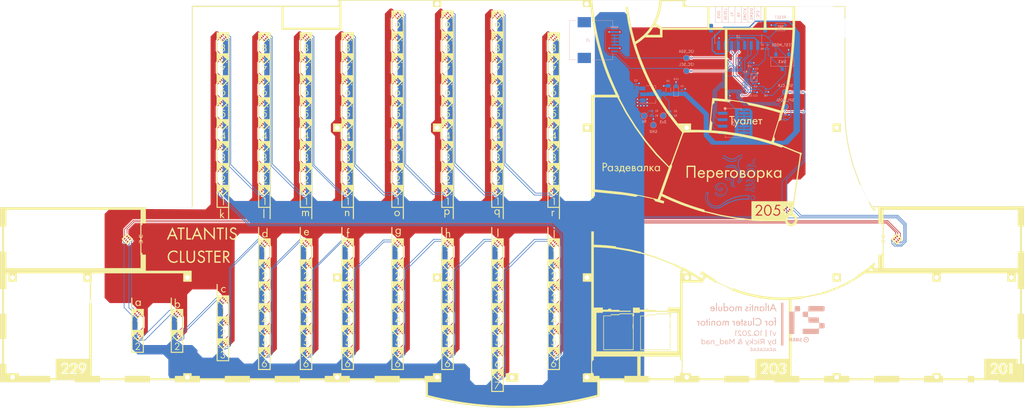
<source format=kicad_pcb>
(kicad_pcb (version 20171130) (host pcbnew "(5.1.9)-1")
  (layers (0 F.Cu signal) (31 B.Cu signal) (34 B.Paste user) (35 F.Paste user) (36 B.SilkS user) (37 F.SilkS user hide) (38 B.Mask user) (39 F.Mask user) (44 Edge.Cuts user))
  (net 0 "")
  (net 1 GND)
  (net 2 HSE_IN)
  (net 3 +5V)
  (net 4 HSE_OUT)
  (net 5 VDDA)
  (net 6 C_RST)
  (net 7 "Net-(D1-Pad1)")
  (net 8 "Net-(D2-Pad1)")
  (net 9 "Net-(D3-Pad2)")
  (net 10 SWITCH_MODE)
  (net 11 SYS_JTCK-SWCLK)
  (net 12 SYS_JTMS-SWDIO)
  (net 13 SPI1_CLK)
  (net 14 SPI1_MOSI)
  (net 15 "Net-(R3-Pad2)")
  (net 16 "Net-(R4-Pad1)")
  (net 17 "Net-(R5-Pad2)")
  (net 18 REG_4b)
  (net 19 REG_3b)
  (net 20 REG_2b)
  (net 21 REG_1b)
  (net 22 "Net-(U2-Pad46)")
  (net 23 "Net-(U2-Pad45)")
  (net 24 "Net-(U2-Pad41)")
  (net 25 "Net-(U2-Pad40)")
  (net 26 "Net-(U2-Pad38)")
  (net 27 "Net-(U2-Pad25)")
  (net 28 "Net-(U2-Pad22)")
  (net 29 "Net-(U2-Pad21)")
  (net 30 "Net-(U2-Pad20)")
  (net 31 "Net-(U2-Pad19)")
  (net 32 "Net-(U2-Pad18)")
  (net 33 "Net-(U2-Pad14)")
  (net 34 "Net-(U2-Pad11)")
  (net 35 "Net-(U2-Pad10)")
  (net 36 "Net-(U2-Pad4)")
  (net 37 "Net-(U2-Pad3)")
  (net 38 I2C2_SCL)
  (net 39 I2C2_SDA)
  (net 40 "Net-(U2-Pad33)")
  (net 41 "Net-(U2-Pad32)")
  (net 42 "Net-(LED-0-Pad1)")
  (net 43 "Net-(LED-0-Pad6)")
  (net 44 "Net-(LED-PLACE-2-Pad6)")
  (net 45 "Net-(LED-a-1-Pad6)")
  (net 46 "Net-(LED-PLACE-2-Pad1)")
  (net 47 "Net-(LED-a-1-Pad1)")
  (net 48 "Net-(LED-a-2-Pad1)")
  (net 49 "Net-(LED-a-2-Pad6)")
  (net 50 "Net-(LED-b-1-Pad1)")
  (net 51 "Net-(LED-b-1-Pad6)")
  (net 52 "Net-(LED-b-2-Pad6)")
  (net 53 "Net-(LED-b-2-Pad1)")
  (net 54 "Net-(LED-c-1-Pad1)")
  (net 55 "Net-(LED-c-1-Pad6)")
  (net 56 "Net-(LED-c-2-Pad6)")
  (net 57 "Net-(LED-c-2-Pad1)")
  (net 58 "Net-(LED-c-3-Pad6)")
  (net 59 "Net-(LED-c-3-Pad1)")
  (net 60 "Net-(LED-d-1-Pad6)")
  (net 61 "Net-(LED-d-1-Pad1)")
  (net 62 "Net-(LED-d-2-Pad1)")
  (net 63 "Net-(LED-d-2-Pad6)")
  (net 64 "Net-(LED-d-3-Pad1)")
  (net 65 "Net-(LED-d-3-Pad6)")
  (net 66 "Net-(LED-d-4-Pad6)")
  (net 67 "Net-(LED-d-4-Pad1)")
  (net 68 "Net-(LED-d-5-Pad1)")
  (net 69 "Net-(LED-d-5-Pad6)")
  (net 70 "Net-(LED-d-6-Pad6)")
  (net 71 "Net-(LED-d-6-Pad1)")
  (net 72 "Net-(LED-e-1-Pad6)")
  (net 73 "Net-(LED-e-1-Pad1)")
  (net 74 "Net-(LED-e-2-Pad1)")
  (net 75 "Net-(LED-e-2-Pad6)")
  (net 76 "Net-(LED-e-3-Pad6)")
  (net 77 "Net-(LED-e-3-Pad1)")
  (net 78 "Net-(LED-e-4-Pad6)")
  (net 79 "Net-(LED-e-4-Pad1)")
  (net 80 "Net-(LED-e-5-Pad1)")
  (net 81 "Net-(LED-e-5-Pad6)")
  (net 82 "Net-(LED-e-6-Pad6)")
  (net 83 "Net-(LED-e-6-Pad1)")
  (net 84 "Net-(LED-f-1-Pad6)")
  (net 85 "Net-(LED-f-1-Pad1)")
  (net 86 "Net-(LED-f-2-Pad1)")
  (net 87 "Net-(LED-f-2-Pad6)")
  (net 88 "Net-(LED-f-3-Pad1)")
  (net 89 "Net-(LED-f-3-Pad6)")
  (net 90 "Net-(LED-f-4-Pad6)")
  (net 91 "Net-(LED-f-4-Pad1)")
  (net 92 "Net-(LED-f-5-Pad1)")
  (net 93 "Net-(LED-f-5-Pad6)")
  (net 94 "Net-(LED-f-6-Pad6)")
  (net 95 "Net-(LED-f-6-Pad1)")
  (net 96 "Net-(LED-g-1-Pad1)")
  (net 97 "Net-(LED-g-1-Pad6)")
  (net 98 "Net-(LED-g-2-Pad1)")
  (net 99 "Net-(LED-g-2-Pad6)")
  (net 100 "Net-(LED-g-3-Pad1)")
  (net 101 "Net-(LED-g-3-Pad6)")
  (net 102 "Net-(LED-g-4-Pad6)")
  (net 103 "Net-(LED-g-4-Pad1)")
  (net 104 "Net-(LED-g-5-Pad1)")
  (net 105 "Net-(LED-g-5-Pad6)")
  (net 106 "Net-(LED-g-6-Pad6)")
  (net 107 "Net-(LED-g-6-Pad1)")
  (net 108 "Net-(LED-h-1-Pad6)")
  (net 109 "Net-(LED-h-1-Pad1)")
  (net 110 "Net-(LED-h-2-Pad6)")
  (net 111 "Net-(LED-h-2-Pad1)")
  (net 112 "Net-(LED-h-3-Pad1)")
  (net 113 "Net-(LED-h-3-Pad6)")
  (net 114 "Net-(LED-h-4-Pad1)")
  (net 115 "Net-(LED-h-4-Pad6)")
  (net 116 "Net-(LED-h-5-Pad6)")
  (net 117 "Net-(LED-h-5-Pad1)")
  (net 118 "Net-(LED-h-6-Pad1)")
  (net 119 "Net-(LED-h-6-Pad6)")
  (net 120 "Net-(LED-i-1-Pad6)")
  (net 121 "Net-(LED-i-1-Pad1)")
  (net 122 "Net-(LED-i-2-Pad6)")
  (net 123 "Net-(LED-i-2-Pad1)")
  (net 124 "Net-(LED-i-3-Pad1)")
  (net 125 "Net-(LED-i-3-Pad6)")
  (net 126 "Net-(LED-i-4-Pad1)")
  (net 127 "Net-(LED-i-4-Pad6)")
  (net 128 "Net-(LED-i-5-Pad6)")
  (net 129 "Net-(LED-i-5-Pad1)")
  (net 130 "Net-(LED-i-6-Pad1)")
  (net 131 "Net-(LED-i-6-Pad6)")
  (net 132 "Net-(LED-i-7-Pad1)")
  (net 133 "Net-(LED-i-7-Pad6)")
  (net 134 "Net-(LED-j-1-Pad1)")
  (net 135 "Net-(LED-j-1-Pad6)")
  (net 136 "Net-(LED-j-2-Pad1)")
  (net 137 "Net-(LED-j-2-Pad6)")
  (net 138 "Net-(LED-j-3-Pad6)")
  (net 139 "Net-(LED-j-3-Pad1)")
  (net 140 "Net-(LED-j-4-Pad6)")
  (net 141 "Net-(LED-j-4-Pad1)")
  (net 142 "Net-(LED-j-5-Pad1)")
  (net 143 "Net-(LED-j-5-Pad6)")
  (net 144 "Net-(LED-j-6-Pad6)")
  (net 145 "Net-(LED-j-6-Pad1)")
  (net 146 "Net-(LED-k-1-Pad6)")
  (net 147 "Net-(LED-k-1-Pad1)")
  (net 148 "Net-(LED-k-2-Pad1)")
  (net 149 "Net-(LED-k-2-Pad6)")
  (net 150 "Net-(LED-k-3-Pad1)")
  (net 151 "Net-(LED-k-3-Pad6)")
  (net 152 "Net-(LED-k-4-Pad6)")
  (net 153 "Net-(LED-k-4-Pad1)")
  (net 154 "Net-(LED-k-5-Pad1)")
  (net 155 "Net-(LED-k-5-Pad6)")
  (net 156 "Net-(LED-k-6-Pad6)")
  (net 157 "Net-(LED-k-6-Pad1)")
  (net 158 "Net-(LED-k-7-Pad6)")
  (net 159 "Net-(LED-k-7-Pad1)")
  (net 160 "Net-(LED-k-8-Pad6)")
  (net 161 "Net-(LED-k-8-Pad1)")
  (net 162 "Net-(LED-l-1-Pad1)")
  (net 163 "Net-(LED-l-1-Pad6)")
  (net 164 "Net-(LED-l-2-Pad6)")
  (net 165 "Net-(LED-l-2-Pad1)")
  (net 166 "Net-(LED-l-3-Pad6)")
  (net 167 "Net-(LED-l-3-Pad1)")
  (net 168 "Net-(LED-l-4-Pad1)")
  (net 169 "Net-(LED-l-4-Pad6)")
  (net 170 "Net-(LED-l-5-Pad6)")
  (net 171 "Net-(LED-l-5-Pad1)")
  (net 172 "Net-(LED-l-6-Pad1)")
  (net 173 "Net-(LED-l-6-Pad6)")
  (net 174 "Net-(LED-l-7-Pad6)")
  (net 175 "Net-(LED-l-7-Pad1)")
  (net 176 "Net-(LED-l-8-Pad1)")
  (net 177 "Net-(LED-l-8-Pad6)")
  (net 178 "Net-(LED-m-1-Pad1)")
  (net 179 "Net-(LED-m-1-Pad6)")
  (net 180 "Net-(LED-m-2-Pad6)")
  (net 181 "Net-(LED-m-2-Pad1)")
  (net 182 "Net-(LED-m-3-Pad6)")
  (net 183 "Net-(LED-m-3-Pad1)")
  (net 184 "Net-(LED-m-4-Pad6)")
  (net 185 "Net-(LED-m-4-Pad1)")
  (net 186 "Net-(LED-m-5-Pad1)")
  (net 187 "Net-(LED-m-5-Pad6)")
  (net 188 "Net-(LED-m-6-Pad1)")
  (net 189 "Net-(LED-m-6-Pad6)")
  (net 190 "Net-(LED-m-7-Pad1)")
  (net 191 "Net-(LED-m-7-Pad6)")
  (net 192 "Net-(LED-m-8-Pad1)")
  (net 193 "Net-(LED-m-8-Pad6)")
  (net 194 "Net-(LED-n-1-Pad1)")
  (net 195 "Net-(LED-n-1-Pad6)")
  (net 196 "Net-(LED-n-2-Pad6)")
  (net 197 "Net-(LED-n-2-Pad1)")
  (net 198 "Net-(LED-n-3-Pad6)")
  (net 199 "Net-(LED-n-3-Pad1)")
  (net 200 "Net-(LED-n-4-Pad6)")
  (net 201 "Net-(LED-n-4-Pad1)")
  (net 202 "Net-(LED-n-5-Pad1)")
  (net 203 "Net-(LED-n-5-Pad6)")
  (net 204 "Net-(LED-n-6-Pad6)")
  (net 205 "Net-(LED-n-6-Pad1)")
  (net 206 "Net-(LED-n-7-Pad1)")
  (net 207 "Net-(LED-n-7-Pad6)")
  (net 208 "Net-(LED-n-8-Pad6)")
  (net 209 "Net-(LED-n-8-Pad1)")
  (net 210 "Net-(LED-o-1-Pad6)")
  (net 211 "Net-(LED-o-1-Pad1)")
  (net 212 "Net-(LED-o-2-Pad1)")
  (net 213 "Net-(LED-o-2-Pad6)")
  (net 214 "Net-(LED-o-3-Pad1)")
  (net 215 "Net-(LED-o-3-Pad6)")
  (net 216 "Net-(LED-o-4-Pad1)")
  (net 217 "Net-(LED-o-4-Pad6)")
  (net 218 "Net-(LED-o-5-Pad1)")
  (net 219 "Net-(LED-o-5-Pad6)")
  (net 220 "Net-(LED-o-6-Pad6)")
  (net 221 "Net-(LED-o-6-Pad1)")
  (net 222 "Net-(LED-o-7-Pad1)")
  (net 223 "Net-(LED-o-7-Pad6)")
  (net 224 "Net-(LED-o-8-Pad6)")
  (net 225 "Net-(LED-o-8-Pad1)")
  (net 226 "Net-(LED-o-9-Pad1)")
  (net 227 "Net-(LED-o-9-Pad6)")
  (net 228 "Net-(LED-p-1-Pad1)")
  (net 229 "Net-(LED-p-1-Pad6)")
  (net 230 "Net-(LED-p-2-Pad6)")
  (net 231 "Net-(LED-p-2-Pad1)")
  (net 232 "Net-(LED-p-3-Pad6)")
  (net 233 "Net-(LED-p-3-Pad1)")
  (net 234 "Net-(LED-p-4-Pad6)")
  (net 235 "Net-(LED-p-4-Pad1)")
  (net 236 "Net-(LED-p-5-Pad6)")
  (net 237 "Net-(LED-p-5-Pad1)")
  (net 238 "Net-(LED-p-6-Pad1)")
  (net 239 "Net-(LED-p-6-Pad6)")
  (net 240 "Net-(LED-p-7-Pad6)")
  (net 241 "Net-(LED-p-7-Pad1)")
  (net 242 "Net-(LED-p-8-Pad1)")
  (net 243 "Net-(LED-p-8-Pad6)")
  (net 244 "Net-(LED-p-9-Pad6)")
  (net 245 "Net-(LED-p-9-Pad1)")
  (net 246 "Net-(LED-PLACE-1-Pad6)")
  (net 247 "Net-(LED-PLACE-1-Pad1)")
  (net 248 "Net-(LED-q-1-Pad6)")
  (net 249 "Net-(LED-q-1-Pad1)")
  (net 250 "Net-(LED-q-2-Pad1)")
  (net 251 "Net-(LED-q-2-Pad6)")
  (net 252 "Net-(LED-q-3-Pad1)")
  (net 253 "Net-(LED-q-3-Pad6)")
  (net 254 "Net-(LED-q-4-Pad1)")
  (net 255 "Net-(LED-q-4-Pad6)")
  (net 256 "Net-(LED-q-5-Pad1)")
  (net 257 "Net-(LED-q-5-Pad6)")
  (net 258 "Net-(LED-q-6-Pad6)")
  (net 259 "Net-(LED-q-6-Pad1)")
  (net 260 "Net-(LED-q-7-Pad1)")
  (net 261 "Net-(LED-q-7-Pad6)")
  (net 262 "Net-(LED-q-8-Pad6)")
  (net 263 "Net-(LED-q-8-Pad1)")
  (net 264 "Net-(LED-q-9-Pad1)")
  (net 265 "Net-(LED-q-9-Pad6)")
  (net 266 "Net-(LED-r-1-Pad1)")
  (net 267 "Net-(LED-r-1-Pad6)")
  (net 268 "Net-(LED-r-2-Pad6)")
  (net 269 "Net-(LED-r-2-Pad1)")
  (net 270 "Net-(LED-r-3-Pad6)")
  (net 271 "Net-(LED-r-3-Pad1)")
  (net 272 "Net-(LED-r-4-Pad6)")
  (net 273 "Net-(LED-r-4-Pad1)")
  (net 274 "Net-(LED-r-5-Pad6)")
  (net 275 "Net-(LED-r-5-Pad1)")
  (net 276 "Net-(LED-r-6-Pad1)")
  (net 277 "Net-(LED-r-6-Pad6)")
  (net 278 "Net-(LED-r-7-Pad6)")
  (net 279 "Net-(LED-r-7-Pad1)")
  (net 280 "Net-(LED-r-8-Pad1)")
  (net 281 "Net-(LED-r-8-Pad6)")
  (net 282 "Net-(SW1-Pad4)")
  (net 283 "Net-(SW1-Pad2)")
  (net 284 USART2_RX)
  (net 285 USART2_TX)
  (net 286 "Net-(U2-Pad30)")
  (net 287 "Net-(U2-Pad31)")
  (net 288 "Net-(U2-Pad35)")
  (net 289 "Net-(U2-Pad36)")
  (net 290 "Net-(U2-Pad39)")
  (module Capacitor_Tantalum_SMD:CP_EIA-3216-10_Kemet-I_Pad1.58x1.35mm_HandSolder (layer B.Cu) (at -132.334 -4.064 90)
    (fp_text reference C10 (at 4.191 0 unlocked) (layer B.SilkS) (effects (font (size 0.65 0.65) (thickness 0.1)) (justify mirror)))
    (fp_text value CP_EIA-3216-10_Kemet-I_Pad1.58x1.35mm_HandSolder)
    (pad 2 smd roundrect (at 1.4375 0 90) (size 1.575 1.35) (layers B.Cu B.Paste B.Mask) (roundrect_rratio 0.185) (net 1 GND))
    (pad 1 smd roundrect (at -1.4375 0 90) (size 1.575 1.35) (layers B.Cu B.Paste B.Mask) (roundrect_rratio 0.185) (net 5 VDDA))
  )
  (module ClusterMonitor_silklib:label_atlantis_silk_kicad (layer B.Cu) (at -99.314 87.503 180)
    (fp_text reference G*** hide)
    (fp_text value LOGO hide)
  )
  (module _kicad_selfmadeStandartFootprint:Ricky_podpis_freimor (layer B.Cu) (at -110.998 31.75 180)
    (fp_text reference G*** hide)
    (fp_text value LOGO hide)
    (fp_poly (pts (xy 9.491418 -4.191982) (xy 9.521556 -4.237162) (xy 9.559704 -4.306393) (xy 9.593535 -4.375328) (xy 9.754523 -4.768559) (xy 9.875649 -5.172499) (xy 9.956856 -5.584064) (xy 9.998085 -6.000169) (xy 9.999276 -6.417729) (xy 9.960371 -6.833659) (xy 9.88131 -7.244874) (xy 9.762036 -7.64829) (xy 9.660964 -7.909464) (xy 9.475833 -8.291903) (xy 9.25659 -8.65098) (xy 9.005556 -8.984892) (xy 8.72505 -9.29184) (xy 8.417393 -9.57002) (xy 8.084904 -9.817633) (xy 7.729902 -10.032876) (xy 7.354708 -10.213949) (xy 6.961642 -10.359049) (xy 6.553023 -10.466375) (xy 6.311522 -10.510345) (xy 6.18423 -10.525678) (xy 6.029237 -10.537907) (xy 5.858283 -10.546689) (xy 5.683107 -10.551682) (xy 5.51545 -10.552543) (xy 5.36705 -10.54893) (xy 5.255714 -10.541159) (xy 4.948321 -10.497586) (xy 4.637964 -10.432929) (xy 4.34028 -10.35086) (xy 4.119852 -10.2744) (xy 3.949215 -10.204054) (xy 3.778329 -10.123619) (xy 3.599951 -10.029177) (xy 3.40684 -9.916807) (xy 3.191753 -9.78259) (xy 3.093141 -9.718775) (xy 2.458265 -9.321033) (xy 1.829362 -8.96145) (xy 1.200874 -8.637453) (xy 0.56724 -8.346468) (xy -0.077098 -8.085922) (xy -0.7377 -7.853243) (xy -1.32995 -7.671486) (xy -2.062192 -7.480627) (xy -2.807609 -7.324096) (xy -3.560634 -7.20257) (xy -4.315702 -7.116728) (xy -5.067246 -7.067248) (xy -5.809701 -7.054808) (xy -6.290769 -7.067162) (xy -6.448577 -7.074239) (xy -6.600009 -7.081532) (xy -6.737574 -7.088642) (xy -6.853778 -7.095169) (xy -6.94113 -7.100713) (xy -6.985 -7.104154) (xy -7.122583 -7.117137) (xy -7.122779 -6.696526) (xy -7.126616 -6.465644) (xy -7.139109 -6.265017) (xy -7.162082 -6.083121) (xy -7.197355 -5.908432) (xy -7.246751 -5.729429) (xy -7.27393 -5.647564) (xy -6.942667 -5.647564) (xy -6.938547 -5.678241) (xy -6.927721 -5.737701) (xy -6.912486 -5.813365) (xy -6.911686 -5.817175) (xy -6.874647 -6.005146) (xy -6.848274 -6.170153) (xy -6.830174 -6.329501) (xy -6.818476 -6.49114) (xy -6.805083 -6.727531) (xy -5.81025 -6.737913) (xy -5.513527 -6.741617) (xy -5.251941 -6.74639) (xy -5.018299 -6.752637) (xy -4.805411 -6.760765) (xy -4.606084 -6.77118) (xy -4.413128 -6.784287) (xy -4.219351 -6.800493) (xy -4.01756 -6.820204) (xy -3.800565 -6.843825) (xy -3.672417 -6.858597) (xy -2.854666 -6.973971) (xy -2.056948 -7.126387) (xy -1.278289 -7.316133) (xy -0.517715 -7.543496) (xy 0.225747 -7.808764) (xy 0.953074 -8.112225) (xy 1.583293 -8.41248) (xy 1.77609 -8.511619) (xy 1.959537 -8.610016) (xy 2.139331 -8.711156) (xy 2.321169 -8.818524) (xy 2.510749 -8.935605) (xy 2.713769 -9.065887) (xy 2.935927 -9.212854) (xy 3.182918 -9.379992) (xy 3.33375 -9.483385) (xy 3.615099 -9.659976) (xy 3.911255 -9.811748) (xy 4.226484 -9.940109) (xy 4.565049 -10.04647) (xy 4.931215 -10.132238) (xy 5.329247 -10.198822) (xy 5.598583 -10.231586) (xy 5.67611 -10.235799) (xy 5.78425 -10.236362) (xy 5.911482 -10.233723) (xy 6.046284 -10.228329) (xy 6.177136 -10.220628) (xy 6.292515 -10.21107) (xy 6.371809 -10.20152) (xy 6.750374 -10.123387) (xy 7.120847 -10.005269) (xy 7.480365 -9.849189) (xy 7.826069 -9.65717) (xy 8.155098 -9.431235) (xy 8.464591 -9.173408) (xy 8.751687 -8.885713) (xy 9.013526 -8.570172) (xy 9.247246 -8.228809) (xy 9.310733 -8.122904) (xy 9.494865 -7.766919) (xy 9.639666 -7.402338) (xy 9.744989 -7.031696) (xy 9.810683 -6.657523) (xy 9.836599 -6.282354) (xy 9.822587 -5.908719) (xy 9.768498 -5.539152) (xy 9.674182 -5.176185) (xy 9.53949 -4.822351) (xy 9.509434 -4.756603) (xy 9.468031 -4.673462) (xy 9.430913 -4.607993) (xy 9.402623 -4.567674) (xy 9.38923 -4.558612) (xy 9.360799 -4.567842) (xy 9.300693 -4.586213) (xy 9.217877 -4.611015) (xy 9.126556 -4.638001) (xy 9.024237 -4.668778) (xy 8.956431 -4.691723) (xy 8.916769 -4.70999) (xy 8.898883 -4.726732) (xy 8.896402 -4.745103) (xy 8.89769 -4.751326) (xy 8.90846 -4.786532) (xy 8.930373 -4.852885) (xy 8.960478 -4.941614) (xy 8.995823 -5.043946) (xy 9.004709 -5.069416) (xy 9.112675 -5.424486) (xy 9.183992 -5.770743) (xy 9.220129 -6.117787) (xy 9.222559 -6.475215) (xy 9.22207 -6.487583) (xy 9.186552 -6.871156) (xy 9.113035 -7.237871) (xy 9.002932 -7.586318) (xy 8.857657 -7.915092) (xy 8.678623 -8.222786) (xy 8.467243 -8.507991) (xy 8.224931 -8.769302) (xy 7.9531 -9.00531) (xy 7.653164 -9.214609) (xy 7.326536 -9.395791) (xy 6.974629 -9.54745) (xy 6.598857 -9.668178) (xy 6.200633 -9.756569) (xy 5.894917 -9.800047) (xy 5.571926 -9.817859) (xy 5.249738 -9.799235) (xy 4.92128 -9.743494) (xy 4.691928 -9.684387) (xy 4.527336 -9.633617) (xy 4.378298 -9.580496) (xy 4.238053 -9.521394) (xy 4.099837 -9.452683) (xy 3.956888 -9.370736) (xy 3.802444 -9.271923) (xy 3.629743 -9.152617) (xy 3.432021 -9.009189) (xy 3.428015 -9.006234) (xy 2.780837 -8.552385) (xy 2.106606 -8.125116) (xy 1.409044 -7.725999) (xy 0.691872 -7.356606) (xy -0.041187 -7.018508) (xy -0.786414 -6.713277) (xy -1.540087 -6.442484) (xy -2.298483 -6.207701) (xy -3.057882 -6.0105) (xy -3.814563 -5.852452) (xy -4.191 -5.788558) (xy -4.444682 -5.750601) (xy -4.68012 -5.719407) (xy -4.906208 -5.694284) (xy -5.13184 -5.674537) (xy -5.36591 -5.659473) (xy -5.617314 -5.648398) (xy -5.894945 -5.640619) (xy -6.143625 -5.636278) (xy -6.373973 -5.633571) (xy -6.563308 -5.632411) (xy -6.712925 -5.632815) (xy -6.824116 -5.634803) (xy -6.898176 -5.638393) (xy -6.936397 -5.643603) (xy -6.942667 -5.647564) (xy -7.27393 -5.647564) (xy -7.302027 -5.562934) (xy -7.38438 -5.329136) (xy -6.459732 -5.339784) (xy -6.170191 -5.343802) (xy -5.915509 -5.349049) (xy -5.688219 -5.356006) (xy -5.480853 -5.365154) (xy -5.285945 -5.376975) (xy -5.096026 -5.391948) (xy -4.903629 -5.410556) (xy -4.701287 -5.43328) (xy -4.481532 -5.460599) (xy -4.3815 -5.473658) (xy -3.550396 -5.604627) (xy -2.729247 -5.776598) (xy -1.919148 -5.989178) (xy -1.121197 -6.241975) (xy -0.33649 -6.534593) (xy 0.433878 -6.866641) (xy 1.18881 -7.237725) (xy 1.92721 -7.647451) (xy 2.294063 -7.86929) (xy 2.433447 -7.958669) (xy 2.591731 -8.064563) (xy 2.754661 -8.177167) (xy 2.907982 -8.286672) (xy 3.003146 -8.357129) (xy 3.121629 -8.446597) (xy 3.240457 -8.536323) (xy 3.351151 -8.619907) (xy 3.445234 -8.690948) (xy 3.514231 -8.743045) (xy 3.51561 -8.744086) (xy 3.793102 -8.94124) (xy 4.060244 -9.104292) (xy 4.325313 -9.237155) (xy 4.596583 -9.343743) (xy 4.88233 -9.427968) (xy 5.037667 -9.463862) (xy 5.214647 -9.492085) (xy 5.41952 -9.509492) (xy 5.639247 -9.516062) (xy 5.860787 -9.511772) (xy 6.071099 -9.4966) (xy 6.257143 -9.470525) (xy 6.280737 -9.465957) (xy 6.641313 -9.373152) (xy 6.980896 -9.245802) (xy 7.298228 -9.086438) (xy 7.592051 -8.897591) (xy 7.861105 -8.681791) (xy 8.104132 -8.441569) (xy 8.319872 -8.179456) (xy 8.507068 -7.897982) (xy 8.664459 -7.599677) (xy 8.790788 -7.287073) (xy 8.884795 -6.9627) (xy 8.945221 -6.629088) (xy 8.970808 -6.288768) (xy 8.960297 -5.944272) (xy 8.912429 -5.598128) (xy 8.825944 -5.252869) (xy 8.699585 -4.911024) (xy 8.625817 -4.751757) (xy 8.582267 -4.662829) (xy 8.547034 -4.589244) (xy 8.523589 -4.538371) (xy 8.5154 -4.517575) (xy 8.515465 -4.517448) (xy 8.536175 -4.510962) (xy 8.589901 -4.49522) (xy 8.66892 -4.47246) (xy 8.765504 -4.444917) (xy 8.784167 -4.439622) (xy 8.903408 -4.404113) (xy 9.017357 -4.366048) (xy 9.136173 -4.321578) (xy 9.270013 -4.266851) (xy 9.429035 -4.198018) (xy 9.473767 -4.17822) (xy 9.491418 -4.191982)) (layer B.Cu) (width 0.01))
    (fp_poly (pts (xy -8.355309 -5.458834) (xy -8.178511 -5.529878) (xy -8.013239 -5.639088) (xy -7.962018 -5.683543) (xy -7.829368 -5.832825) (xy -7.735632 -5.998704) (xy -7.681109 -6.180427) (xy -7.666098 -6.377239) (xy -7.668161 -6.422987) (xy -7.701217 -6.62297) (xy -7.771129 -6.804552) (xy -7.875296 -6.96432) (xy -8.011116 -7.09886) (xy -8.175986 -7.204759) (xy -8.305939 -7.259557) (xy -8.451511 -7.292915) (xy -8.61403 -7.30293) (xy -8.77604 -7.289789) (xy -8.920084 -7.253679) (xy -8.921986 -7.252975) (xy -9.098208 -7.166615) (xy -9.249025 -7.050781) (xy -9.371885 -6.910515) (xy -9.464237 -6.750858) (xy -9.523529 -6.576851) (xy -9.547209 -6.393534) (xy -9.542214 -6.328833) (xy -9.329697 -6.328833) (xy -9.324741 -6.496217) (xy -9.289995 -6.639812) (xy -9.222582 -6.76851) (xy -9.162368 -6.845573) (xy -9.031058 -6.964926) (xy -8.882279 -7.047883) (xy -8.721512 -7.09332) (xy -8.55424 -7.100112) (xy -8.385945 -7.067137) (xy -8.282838 -7.025912) (xy -8.145589 -6.938326) (xy -8.028317 -6.821771) (xy -7.940221 -6.686174) (xy -7.915441 -6.629434) (xy -7.882988 -6.497751) (xy -7.874718 -6.350759) (xy -7.889908 -6.204182) (xy -7.927833 -6.073743) (xy -7.942498 -6.042117) (xy -8.036096 -5.903049) (xy -8.16046 -5.783738) (xy -8.293869 -5.699787) (xy -8.359824 -5.670225) (xy -8.419395 -5.652496) (xy -8.487714 -5.643733) (xy -8.57991 -5.641074) (xy -8.60425 -5.641023) (xy -8.746844 -5.648673) (xy -8.862909 -5.674976) (xy -8.966092 -5.725233) (xy -9.070036 -5.804743) (xy -9.103086 -5.834792) (xy -9.206219 -5.946596) (xy -9.274783 -6.06137) (xy -9.314361 -6.191284) (xy -9.329697 -6.328833) (xy -9.542214 -6.328833) (xy -9.532725 -6.20595) (xy -9.506289 -6.098643) (xy -9.443172 -5.938236) (xy -9.358497 -5.80353) (xy -9.242892 -5.679686) (xy -9.23996 -5.676997) (xy -9.079341 -5.55683) (xy -8.905647 -5.474955) (xy -8.723796 -5.431348) (xy -8.53871 -5.425983) (xy -8.355309 -5.458834)) (layer B.Cu) (width 0.01))
    (fp_poly (pts (xy -6.408743 -3.245758) (xy -6.197834 -3.26112) (xy -6.010591 -3.285668) (xy -5.93725 -3.299674) (xy -5.824749 -3.323798) (xy -5.747343 -3.341577) (xy -5.698921 -3.356362) (xy -5.673371 -3.3715) (xy -5.66458 -3.390342) (xy -5.666435 -3.416238) (xy -5.671637 -3.445225) (xy -5.677528 -3.479841) (xy -5.685972 -3.502786) (xy -5.703734 -3.514601) (xy -5.737577 -3.515823) (xy -5.794266 -3.506992) (xy -5.880563 -3.488647) (xy -5.969 -3.468921) (xy -6.049089 -3.452093) (xy -6.122802 -3.439521) (xy -6.198493 -3.430602) (xy -6.284515 -3.424738) (xy -6.389221 -3.421327) (xy -6.520963 -3.419768) (xy -6.656917 -3.419451) (xy -6.818573 -3.419961) (xy -6.946303 -3.421885) (xy -7.048507 -3.425813) (xy -7.133584 -3.432336) (xy -7.209934 -3.442045) (xy -7.285956 -3.45553) (xy -7.344833 -3.467829) (xy -7.675638 -3.556117) (xy -7.996919 -3.673629) (xy -8.301006 -3.816793) (xy -8.580231 -3.98204) (xy -8.805333 -4.147838) (xy -8.870895 -4.200916) (xy -8.913721 -4.229771) (xy -8.943932 -4.236874) (xy -8.971648 -4.224701) (xy -9.005728 -4.196806) (xy -9.068285 -4.142997) (xy -8.984434 -4.070771) (xy -8.887594 -3.994241) (xy -8.763585 -3.906415) (xy -8.623414 -3.814287) (xy -8.478093 -3.724849) (xy -8.338629 -3.645094) (xy -8.216032 -3.582015) (xy -8.211918 -3.580071) (xy -7.893923 -3.449601) (xy -7.554875 -3.346068) (xy -7.244745 -3.279864) (xy -7.061321 -3.256634) (xy -6.852702 -3.24333) (xy -6.631105 -3.239766) (xy -6.408743 -3.245758)) (layer B.Cu) (width 0.01))
    (fp_poly (pts (xy -9.29395 0.346752) (xy -9.153726 0.177103) (xy -9.051569 -0.003232) (xy -8.983279 -0.202565) (xy -8.960185 -0.31395) (xy -8.944789 -0.414061) (xy -8.938287 -0.491394) (xy -8.940681 -0.564472) (xy -8.951974 -0.651818) (xy -8.960238 -0.702367) (xy -8.999428 -0.872822) (xy -9.056521 -1.01723) (xy -9.065971 -1.035742) (xy -9.111046 -1.121841) (xy -9.165492 -1.226161) (xy -9.219207 -1.329336) (xy -9.231424 -1.35285) (xy -9.323917 -1.53095) (xy -9.323917 -1.807933) (xy -9.323418 -1.922709) (xy -9.320826 -2.005576) (xy -9.314495 -2.066955) (xy -9.30278 -2.11727) (xy -9.284034 -2.166942) (xy -9.258467 -2.2225) (xy -9.215126 -2.305304) (xy -9.157407 -2.404544) (xy -9.095807 -2.5024) (xy -9.077735 -2.529416) (xy -8.962962 -2.732985) (xy -8.88788 -2.946575) (xy -8.853231 -3.166613) (xy -8.859763 -3.389528) (xy -8.876895 -3.4925) (xy -8.912347 -3.618033) (xy -8.965082 -3.751766) (xy -9.028202 -3.878808) (xy -9.09481 -3.984266) (xy -9.118652 -4.014475) (xy -9.156637 -4.055871) (xy -9.184332 -4.069217) (xy -9.218277 -4.05921) (xy -9.23925 -4.048724) (xy -9.284358 -4.024852) (xy -9.309332 -4.010348) (xy -9.310119 -4.009741) (xy -9.302385 -3.991073) (xy -9.274801 -3.949146) (xy -9.24246 -3.90514) (xy -9.128629 -3.725024) (xy -9.055154 -3.534194) (xy -9.02068 -3.328627) (xy -9.017503 -3.2385) (xy -9.023224 -3.106433) (xy -9.04269 -2.987466) (xy -9.079356 -2.872114) (xy -9.136674 -2.750891) (xy -9.218099 -2.614313) (xy -9.277364 -2.524866) (xy -9.371344 -2.37025) (xy -9.4357 -2.221383) (xy -9.474273 -2.065288) (xy -9.490905 -1.888992) (xy -9.492253 -1.799166) (xy -9.485245 -1.630725) (xy -9.462896 -1.488181) (xy -9.420926 -1.356571) (xy -9.355056 -1.220929) (xy -9.300451 -1.128427) (xy -9.193912 -0.922485) (xy -9.128555 -0.716481) (xy -9.104199 -0.5127) (xy -9.120662 -0.313423) (xy -9.177765 -0.120935) (xy -9.275325 0.062482) (xy -9.408189 0.229301) (xy -9.541768 0.370902) (xy -9.490297 0.434159) (xy -9.438826 0.497417) (xy -9.29395 0.346752)) (layer B.Cu) (width 0.01))
    (fp_poly (pts (xy -6.77827 -2.629992) (xy -6.61767 -2.639653) (xy -6.569208 -2.644907) (xy -6.42321 -2.667749) (xy -6.258612 -2.701031) (xy -6.089866 -2.741256) (xy -5.931428 -2.784927) (xy -5.79775 -2.828549) (xy -5.775153 -2.837) (xy -5.707162 -2.865566) (xy -5.668908 -2.891209) (xy -5.649691 -2.92354) (xy -5.641496 -2.957106) (xy -5.634387 -3.008228) (xy -5.634941 -3.037774) (xy -5.635887 -3.039442) (xy -5.658178 -3.036477) (xy -5.708774 -3.020784) (xy -5.776828 -2.995737) (xy -5.778441 -2.995106) (xy -5.855563 -2.967951) (xy -5.958866 -2.935762) (xy -6.073294 -2.903074) (xy -6.157814 -2.880845) (xy -6.528616 -2.809184) (xy -6.903598 -2.77892) (xy -7.279398 -2.789796) (xy -7.652652 -2.841552) (xy -8.019996 -2.93393) (xy -8.334205 -3.047996) (xy -8.530167 -3.129876) (xy -8.530167 -3.05581) (xy -8.528079 -3.017951) (xy -8.516529 -2.990617) (xy -8.487587 -2.96634) (xy -8.433323 -2.937651) (xy -8.376708 -2.911256) (xy -8.168578 -2.827079) (xy -7.93337 -2.751873) (xy -7.686128 -2.690396) (xy -7.662333 -2.685396) (xy -7.517824 -2.662084) (xy -7.344229 -2.644409) (xy -7.154483 -2.632849) (xy -6.961519 -2.627884) (xy -6.77827 -2.629992)) (layer B.Cu) (width 0.01))
    (fp_poly (pts (xy -8.507756 -1.975453) (xy -8.479498 -2.030185) (xy -8.449034 -2.107945) (xy -8.419489 -2.199503) (xy -8.393986 -2.295635) (xy -8.375647 -2.387111) (xy -8.370283 -2.426873) (xy -8.363844 -2.501489) (xy -8.367481 -2.551942) (xy -8.385868 -2.596055) (xy -8.423674 -2.651652) (xy -8.43228 -2.663408) (xy -8.491988 -2.742167) (xy -8.531092 -2.786489) (xy -8.551816 -2.797586) (xy -8.556387 -2.776672) (xy -8.547294 -2.726098) (xy -8.532842 -2.607931) (xy -8.535849 -2.468796) (xy -8.554711 -2.325525) (xy -8.587825 -2.194952) (xy -8.601371 -2.158103) (xy -8.656641 -2.021416) (xy -8.609279 -1.984535) (xy -8.563986 -1.959007) (xy -8.530687 -1.952975) (xy -8.507756 -1.975453)) (layer B.Cu) (width 0.01))
    (fp_poly (pts (xy -1.638965 1.894417) (xy -1.525778 1.756136) (xy -1.408556 1.586298) (xy -1.292676 1.394622) (xy -1.183514 1.190825) (xy -1.086447 0.984624) (xy -1.006852 0.785739) (xy -0.977305 0.6985) (xy -0.892002 0.373144) (xy -0.835271 0.032528) (xy -0.80837 -0.311144) (xy -0.812558 -0.645671) (xy -0.824389 -0.78513) (xy -0.865237 -1.051539) (xy -0.929245 -1.328199) (xy -1.01255 -1.602633) (xy -1.111289 -1.862366) (xy -1.221599 -2.094922) (xy -1.240923 -2.130317) (xy -1.283719 -2.202065) (xy -1.321772 -2.247683) (xy -1.368334 -2.279363) (xy -1.43462 -2.308485) (xy -1.519138 -2.344124) (xy -1.617918 -2.388755) (xy -1.697397 -2.426773) (xy -1.839044 -2.496961) (xy -1.71238 -2.322689) (xy -1.633547 -2.203724) (xy -1.547867 -2.056816) (xy -1.461586 -1.894281) (xy -1.38095 -1.728432) (xy -1.312207 -1.571585) (xy -1.261603 -1.436054) (xy -1.259764 -1.43038) (xy -1.192148 -1.19046) (xy -1.145511 -0.951822) (xy -1.117192 -0.698697) (xy -1.107727 -0.529166) (xy -1.108447 -0.206846) (xy -1.137588 0.096018) (xy -1.197259 0.39161) (xy -1.289566 0.69211) (xy -1.34386 0.836084) (xy -1.385287 0.946106) (xy -1.424141 1.059405) (xy -1.455282 1.160465) (xy -1.470074 1.217084) (xy -1.501911 1.340532) (xy -1.545292 1.486487) (xy -1.59492 1.638618) (xy -1.645495 1.780593) (xy -1.686436 1.883834) (xy -1.736025 2.00025) (xy -1.638965 1.894417)) (layer B.Cu) (width 0.01))
    (fp_poly (pts (xy -0.270578 0.065364) (xy -0.194483 0.022195) (xy -0.147613 -0.009981) (xy -0.121687 -0.0398) (xy -0.108425 -0.075901) (xy -0.102111 -0.110368) (xy -0.08564 -0.287714) (xy -0.085893 -0.493911) (xy -0.101794 -0.7194) (xy -0.132268 -0.954623) (xy -0.176238 -1.190021) (xy -0.232629 -1.416035) (xy -0.258792 -1.502833) (xy -0.28598 -1.581983) (xy -0.321365 -1.676224) (xy -0.361263 -1.776737) (xy -0.401987 -1.874702) (xy -0.439856 -1.9613) (xy -0.471182 -2.027711) (xy -0.492283 -2.065115) (xy -0.495101 -2.068489) (xy -0.518183 -2.075191) (xy -0.571317 -2.085537) (xy -0.637489 -2.096418) (xy -0.715513 -2.108816) (xy -0.781824 -2.120192) (xy -0.816555 -2.12693) (xy -0.832751 -2.126896) (xy -0.83707 -2.113444) (xy -0.827694 -2.081051) (xy -0.802803 -2.024194) (xy -0.760577 -1.93735) (xy -0.741539 -1.899194) (xy -0.603391 -1.591277) (xy -0.502108 -1.289584) (xy -0.435326 -0.984427) (xy -0.400683 -0.666118) (xy -0.394421 -0.47625) (xy -0.394494 -0.347123) (xy -0.396609 -0.220224) (xy -0.400432 -0.107268) (xy -0.40563 -0.019966) (xy -0.408161 0.006399) (xy -0.424739 0.15038) (xy -0.270578 0.065364)) (layer B.Cu) (width 0.01))
    (fp_poly (pts (xy -7.57296 -1.338259) (xy -7.364424 -1.3483) (xy -7.04242 -1.511431) (xy -6.851425 -1.602963) (xy -6.683911 -1.670464) (xy -6.530257 -1.716289) (xy -6.380843 -1.742795) (xy -6.226046 -1.752338) (xy -6.074833 -1.74841) (xy -5.975643 -1.741769) (xy -5.886724 -1.734191) (xy -5.820132 -1.726786) (xy -5.794375 -1.722559) (xy -5.758641 -1.717026) (xy -5.741689 -1.728205) (xy -5.736521 -1.765985) (xy -5.736167 -1.804813) (xy -5.737546 -1.848647) (xy -5.745573 -1.88069) (xy -5.766085 -1.903041) (xy -5.80492 -1.917799) (xy -5.867913 -1.927063) (xy -5.960902 -1.932933) (xy -6.089723 -1.937506) (xy -6.106583 -1.938028) (xy -6.262831 -1.939962) (xy -6.38771 -1.934548) (xy -6.491643 -1.921184) (xy -6.528632 -1.913715) (xy -6.782243 -1.83613) (xy -7.029672 -1.717661) (xy -7.069154 -1.69467) (xy -7.223416 -1.61327) (xy -7.36862 -1.561318) (xy -7.520171 -1.53371) (xy -7.567655 -1.529518) (xy -7.768632 -1.535755) (xy -7.963571 -1.581225) (xy -8.145149 -1.663465) (xy -8.302625 -1.776955) (xy -8.359024 -1.824059) (xy -8.391409 -1.840238) (xy -8.402949 -1.822895) (xy -8.396813 -1.769435) (xy -8.383977 -1.710327) (xy -8.354776 -1.640336) (xy -8.297828 -1.573663) (xy -8.207961 -1.505081) (xy -8.138583 -1.462291) (xy -7.999957 -1.394296) (xy -7.85882 -1.353407) (xy -7.702259 -1.336792) (xy -7.57296 -1.338259)) (layer B.Cu) (width 0.01))
    (fp_poly (pts (xy -7.55454 -0.81253) (xy -7.404685 -0.832105) (xy -7.30857 -0.855802) (xy -7.264863 -0.870895) (xy -7.220438 -0.890305) (xy -7.169314 -0.9176) (xy -7.105516 -0.956346) (xy -7.023065 -1.010113) (xy -6.915983 -1.082468) (xy -6.829562 -1.141691) (xy -6.749555 -1.188225) (xy -6.654483 -1.231845) (xy -6.596729 -1.252806) (xy -6.477758 -1.280165) (xy -6.333494 -1.298655) (xy -6.180238 -1.307278) (xy -6.034293 -1.305033) (xy -5.927907 -1.293793) (xy -5.857095 -1.283349) (xy -5.804887 -1.278221) (xy -5.783252 -1.279358) (xy -5.775416 -1.303704) (xy -5.766189 -1.354013) (xy -5.763775 -1.370914) (xy -5.760258 -1.428322) (xy -5.772491 -1.458569) (xy -5.792013 -1.470595) (xy -5.833786 -1.479078) (xy -5.907894 -1.485835) (xy -6.004369 -1.490713) (xy -6.113244 -1.493558) (xy -6.224549 -1.494217) (xy -6.328316 -1.492536) (xy -6.414578 -1.488364) (xy -6.473365 -1.481546) (xy -6.475546 -1.481103) (xy -6.634542 -1.439804) (xy -6.774402 -1.384089) (xy -6.910834 -1.306692) (xy -7.023961 -1.227354) (xy -7.152706 -1.137247) (xy -7.265508 -1.074555) (xy -7.374538 -1.035037) (xy -7.491963 -1.014456) (xy -7.629954 -1.008573) (xy -7.65175 -1.008682) (xy -7.847084 -1.026137) (xy -8.022784 -1.076642) (xy -8.186619 -1.163292) (xy -8.339225 -1.282702) (xy -8.421903 -1.357396) (xy -8.4364 -1.280123) (xy -8.441748 -1.236793) (xy -8.434648 -1.201946) (xy -8.409363 -1.163799) (xy -8.360158 -1.110567) (xy -8.347657 -1.097801) (xy -8.232703 -1.002258) (xy -8.091733 -0.917878) (xy -7.940994 -0.853367) (xy -7.837796 -0.824575) (xy -7.705382 -0.809638) (xy -7.55454 -0.81253)) (layer B.Cu) (width 0.01))
    (fp_poly (pts (xy -8.469586 -0.265192) (xy -8.45983 -0.296958) (xy -8.455094 -0.360844) (xy -8.454912 -0.44699) (xy -8.458821 -0.545541) (xy -8.466353 -0.646637) (xy -8.477045 -0.740422) (xy -8.49043 -0.817038) (xy -8.496809 -0.841949) (xy -8.518803 -0.911147) (xy -8.537909 -0.962116) (xy -8.549406 -0.983058) (xy -8.56798 -0.972385) (xy -8.598582 -0.935751) (xy -8.61082 -0.917963) (xy -8.637463 -0.872662) (xy -8.648362 -0.833017) (xy -8.645577 -0.782312) (xy -8.634884 -0.722577) (xy -8.622821 -0.631476) (xy -8.617249 -0.526479) (xy -8.618145 -0.460355) (xy -8.625417 -0.320178) (xy -8.554005 -0.286181) (xy -8.504566 -0.26726) (xy -8.472716 -0.26351) (xy -8.469586 -0.265192)) (layer B.Cu) (width 0.01))
    (fp_poly (pts (xy -4.318323 9.689799) (xy -4.249477 9.640546) (xy -4.156937 9.571295) (xy -3.858097 9.322121) (xy -3.590564 9.044705) (xy -3.355472 8.740423) (xy -3.153955 8.410649) (xy -3.079946 8.265584) (xy -2.927648 7.902803) (xy -2.816342 7.533255) (xy -2.745712 7.159446) (xy -2.715444 6.78388) (xy -2.725223 6.409062) (xy -2.774736 6.037498) (xy -2.863666 5.671693) (xy -2.991701 5.31415) (xy -3.158525 4.967376) (xy -3.363824 4.633876) (xy -3.5703 4.360334) (xy -3.793803 4.065089) (xy -3.978396 3.76656) (xy -4.127365 3.45806) (xy -4.243994 3.132902) (xy -4.321764 2.831022) (xy -4.338866 2.745499) (xy -4.351348 2.664463) (xy -4.35989 2.578649) (xy -4.365169 2.478793) (xy -4.367863 2.355629) (xy -4.368653 2.199895) (xy -4.368654 2.19075) (xy -4.367959 2.033488) (xy -4.365412 1.909183) (xy -4.360321 1.808477) (xy -4.351992 1.72201) (xy -4.339734 1.640423) (xy -4.322855 1.554357) (xy -4.320891 1.545167) (xy -4.220614 1.171935) (xy -4.085135 0.822119) (xy -3.914203 0.495243) (xy -3.707564 0.190833) (xy -3.464964 -0.091585) (xy -3.429 -0.128503) (xy -3.333854 -0.220649) (xy -3.228167 -0.316453) (xy -3.125553 -0.403897) (xy -3.048 -0.464837) (xy -2.974396 -0.520247) (xy -2.91575 -0.566338) (xy -2.879038 -0.597502) (xy -2.870104 -0.607796) (xy -2.881221 -0.629929) (xy -2.907036 -0.67468) (xy -2.940446 -0.730384) (xy -2.974352 -0.785376) (xy -3.001654 -0.827992) (xy -3.015249 -0.846567) (xy -3.015514 -0.846666) (xy -3.033664 -0.835326) (xy -3.078023 -0.805086) (xy -3.140324 -0.761611) (xy -3.166389 -0.743221) (xy -3.459534 -0.51036) (xy -3.728586 -0.245046) (xy -3.970006 0.048165) (xy -4.180254 0.364719) (xy -4.355792 0.700059) (xy -4.436637 0.891827) (xy -4.554712 1.255317) (xy -4.632867 1.628039) (xy -4.671297 2.006135) (xy -4.670198 2.385751) (xy -4.629768 2.76303) (xy -4.550201 3.134116) (xy -4.431695 3.495154) (xy -4.287816 3.816356) (xy -4.200475 3.978049) (xy -4.106532 4.131498) (xy -3.998617 4.28779) (xy -3.869362 4.458014) (xy -3.82081 4.519084) (xy -3.646693 4.746773) (xy -3.502289 4.960789) (xy -3.382088 5.170945) (xy -3.280579 5.38705) (xy -3.192254 5.618917) (xy -3.175853 5.66754) (xy -3.115136 5.866651) (xy -3.071107 6.0514) (xy -3.041735 6.235123) (xy -3.024987 6.431158) (xy -3.018833 6.652843) (xy -3.018694 6.69925) (xy -3.032779 7.036907) (xy -3.076321 7.35207) (xy -3.151524 7.654644) (xy -3.260594 7.954531) (xy -3.335194 8.120608) (xy -3.465244 8.360583) (xy -3.624289 8.601066) (xy -3.804409 8.832121) (xy -3.997682 9.04381) (xy -4.196189 9.226194) (xy -4.252072 9.271) (xy -4.40233 9.387417) (xy -4.402498 9.562787) (xy -4.402722 9.638569) (xy -4.399701 9.688979) (xy -4.388151 9.714198) (xy -4.362786 9.71441) (xy -4.318323 9.689799)) (layer B.Cu) (width 0.01))
    (fp_poly (pts (xy 0.095227 5.77895) (xy 0.475706 5.736069) (xy 0.850816 5.65271) (xy 0.998312 5.608036) (xy 1.079901 5.579098) (xy 1.176199 5.541406) (xy 1.279817 5.498287) (xy 1.383365 5.453068) (xy 1.479453 5.409076) (xy 1.560692 5.369639) (xy 1.619693 5.338083) (xy 1.649065 5.317736) (xy 1.651 5.314165) (xy 1.633364 5.299378) (xy 1.586493 5.271755) (xy 1.519439 5.236518) (xy 1.497542 5.225637) (xy 1.344083 5.150323) (xy 1.207308 5.212501) (xy 0.885503 5.336164) (xy 0.546304 5.423936) (xy 0.195366 5.475436) (xy -0.161658 5.490282) (xy -0.519114 5.468093) (xy -0.871347 5.408487) (xy -1.044059 5.364441) (xy -1.388447 5.24466) (xy -1.71425 5.088286) (xy -2.01917 4.897802) (xy -2.300912 4.675691) (xy -2.557175 4.424435) (xy -2.785664 4.146517) (xy -2.98408 3.844419) (xy -3.150126 3.520623) (xy -3.281505 3.177613) (xy -3.36856 2.852882) (xy -3.392228 2.713208) (xy -3.409488 2.541707) (xy -3.420777 2.333775) (xy -3.422401 2.286) (xy -3.426126 2.13694) (xy -3.426462 2.018231) (xy -3.422782 1.917981) (xy -3.414458 1.824297) (xy -3.400862 1.725287) (xy -3.389004 1.653046) (xy -3.304846 1.282224) (xy -3.182326 0.928861) (xy -3.021934 0.594006) (xy -2.824164 0.278708) (xy -2.623549 0.022819) (xy -2.471449 -0.153195) (xy -2.576874 -0.25862) (xy -2.682299 -0.364044) (xy -2.835547 -0.187314) (xy -3.075947 0.121986) (xy -3.281806 0.454685) (xy -3.451618 0.807718) (xy -3.583882 1.178016) (xy -3.666464 1.508011) (xy -3.683289 1.596447) (xy -3.69572 1.678005) (xy -3.704363 1.761611) (xy -3.709823 1.856193) (xy -3.712706 1.970676) (xy -3.713619 2.113987) (xy -3.71352 2.201334) (xy -3.712482 2.36346) (xy -3.709938 2.49189) (xy -3.705266 2.595252) (xy -3.697845 2.682173) (xy -3.687055 2.761283) (xy -3.672272 2.841209) (xy -3.664935 2.876119) (xy -3.560021 3.269596) (xy -3.420237 3.640304) (xy -3.24648 3.987056) (xy -3.039649 4.308667) (xy -2.800642 4.603948) (xy -2.530359 4.871713) (xy -2.229697 5.110776) (xy -1.899554 5.31995) (xy -1.757042 5.396207) (xy -1.405714 5.551418) (xy -1.04109 5.667585) (xy -0.666904 5.744421) (xy -0.286887 5.781638) (xy 0.095227 5.77895)) (layer B.Cu) (width 0.01))
    (fp_poly (pts (xy -7.037431 0.276574) (xy -6.687032 0.223674) (xy -6.344433 0.130648) (xy -6.064633 0.021339) (xy -5.991985 -0.013271) (xy -5.949279 -0.041387) (xy -5.926934 -0.071677) (xy -5.915365 -0.112808) (xy -5.91517 -0.113844) (xy -5.907752 -0.168469) (xy -5.907928 -0.204487) (xy -5.908649 -0.206941) (xy -5.92972 -0.207456) (xy -5.978923 -0.192036) (xy -6.046616 -0.163857) (xy -6.06425 -0.155686) (xy -6.190748 -0.101657) (xy -6.343161 -0.045295) (xy -6.505739 0.008234) (xy -6.662735 0.05376) (xy -6.7984 0.086115) (xy -6.805083 0.08744) (xy -6.89495 0.099711) (xy -7.019783 0.108895) (xy -7.172303 0.114594) (xy -7.33425 0.116417) (xy -7.512977 0.114751) (xy -7.660791 0.108639) (xy -7.789022 0.096412) (xy -7.909 0.076399) (xy -8.032053 0.046929) (xy -8.169513 0.006334) (xy -8.244417 -0.017751) (xy -8.337921 -0.047936) (xy -8.416729 -0.072587) (xy -8.472123 -0.089029) (xy -8.494929 -0.094607) (xy -8.514083 -0.077573) (xy -8.537835 -0.034986) (xy -8.541118 -0.027442) (xy -8.569629 0.040366) (xy -8.450028 0.085115) (xy -8.101929 0.193617) (xy -7.74823 0.261635) (xy -7.39228 0.289257) (xy -7.037431 0.276574)) (layer B.Cu) (width 0.01))
    (fp_poly (pts (xy -9.229092 0.856273) (xy -9.182643 0.828047) (xy -9.147213 0.804692) (xy -8.980528 0.716023) (xy -8.793323 0.659599) (xy -8.657167 0.641274) (xy -8.579217 0.638442) (xy -8.503372 0.642193) (xy -8.418109 0.653985) (xy -8.311905 0.675274) (xy -8.218052 0.696817) (xy -8.097345 0.724223) (xy -7.998493 0.742943) (xy -7.907103 0.754585) (xy -7.808779 0.760758) (xy -7.689127 0.763071) (xy -7.62337 0.763282) (xy -7.496155 0.761667) (xy -7.368921 0.757161) (xy -7.254811 0.750412) (xy -7.166963 0.742068) (xy -7.152318 0.74006) (xy -6.902141 0.691431) (xy -6.64152 0.620341) (xy -6.387022 0.532016) (xy -6.155211 0.431681) (xy -6.121226 0.414808) (xy -6.062902 0.38275) (xy -6.027889 0.351729) (xy -6.005624 0.307738) (xy -5.985544 0.236769) (xy -5.98483 0.233938) (xy -5.970119 0.168085) (xy -5.963564 0.122611) (xy -5.966072 0.107942) (xy -5.989082 0.11822) (xy -6.041292 0.14452) (xy -6.114669 0.182722) (xy -6.19125 0.223387) (xy -6.399903 0.32252) (xy -6.634158 0.412146) (xy -6.877435 0.486336) (xy -7.027333 0.522368) (xy -7.11241 0.537805) (xy -7.205822 0.54879) (xy -7.316203 0.555889) (xy -7.452187 0.559672) (xy -7.609417 0.560713) (xy -7.753679 0.560304) (xy -7.864659 0.5585) (xy -7.951405 0.554444) (xy -8.022966 0.547277) (xy -8.088389 0.536142) (xy -8.156722 0.520182) (xy -8.222294 0.50261) (xy -8.443738 0.45689) (xy -8.648595 0.445869) (xy -8.834383 0.469369) (xy -8.998622 0.527213) (xy -9.06216 0.562701) (xy -9.114382 0.593744) (xy -9.151599 0.612384) (xy -9.159455 0.614694) (xy -9.184291 0.627879) (xy -9.227103 0.659922) (xy -9.244702 0.674577) (xy -9.287292 0.714655) (xy -9.302177 0.745985) (xy -9.295417 0.785351) (xy -9.290256 0.800717) (xy -9.270792 0.845973) (xy -9.254385 0.867214) (xy -9.253055 0.867449) (xy -9.229092 0.856273)) (layer B.Cu) (width 0.01))
    (fp_poly (pts (xy 2.470721 1.431001) (xy 2.46919 1.408874) (xy 2.459428 1.355467) (xy 2.443314 1.280609) (xy 2.435461 1.246648) (xy 2.412664 1.156704) (xy 2.390705 1.094974) (xy 2.362515 1.048084) (xy 2.321027 1.002661) (xy 2.292164 0.975468) (xy 2.071777 0.800391) (xy 1.825695 0.655111) (xy 1.559942 0.54139) (xy 1.280543 0.460988) (xy 0.993522 0.415668) (xy 0.704903 0.407191) (xy 0.440152 0.433947) (xy 0.202437 0.488524) (xy -0.034394 0.570062) (xy -0.257572 0.673322) (xy -0.454325 0.793065) (xy -0.479406 0.811119) (xy -0.545719 0.861713) (xy -0.585454 0.900078) (xy -0.606902 0.937998) (xy -0.618352 0.987251) (xy -0.622152 1.013985) (xy -0.633166 1.084047) (xy -0.645065 1.140749) (xy -0.650533 1.159133) (xy -0.643677 1.165195) (xy -0.612439 1.146464) (xy -0.563439 1.106976) (xy -0.559811 1.1038) (xy -0.415612 0.989532) (xy -0.253992 0.882394) (xy -0.090448 0.791996) (xy 0.027286 0.739749) (xy 0.156925 0.691298) (xy 0.265148 0.655802) (xy 0.363238 0.631323) (xy 0.462475 0.615925) (xy 0.574143 0.607669) (xy 0.709523 0.604619) (xy 0.814917 0.604509) (xy 0.951467 0.605519) (xy 1.055311 0.608143) (xy 1.13607 0.613411) (xy 1.203366 0.62235) (xy 1.266822 0.635989) (xy 1.336059 0.655357) (xy 1.360769 0.662859) (xy 1.619686 0.760165) (xy 1.862601 0.886699) (xy 2.082807 1.038096) (xy 2.273593 1.209987) (xy 2.370218 1.31997) (xy 2.416993 1.376669) (xy 2.452691 1.416348) (xy 2.470235 1.431188) (xy 2.470721 1.431001)) (layer B.Cu) (width 0.01))
    (fp_poly (pts (xy -1.801949 2.38988) (xy -1.714443 2.382774) (xy -1.623396 2.371791) (xy -1.550466 2.35983) (xy -1.309722 2.301169) (xy -1.081015 2.217277) (xy -0.856229 2.104326) (xy -0.627246 1.958484) (xy -0.495297 1.861888) (xy -0.236655 1.686287) (xy 0.024747 1.552285) (xy 0.2903 1.459174) (xy 0.296333 1.457544) (xy 0.436027 1.429948) (xy 0.602049 1.412792) (xy 0.781456 1.406105) (xy 0.961305 1.409913) (xy 1.128654 1.424244) (xy 1.270561 1.449126) (xy 1.29488 1.455407) (xy 1.574598 1.550391) (xy 1.830042 1.675643) (xy 2.070677 1.836139) (xy 2.169583 1.915235) (xy 2.291513 2.009549) (xy 2.426947 2.101048) (xy 2.565005 2.183283) (xy 2.69481 2.249803) (xy 2.805485 2.294159) (xy 2.812284 2.296282) (xy 2.838139 2.302917) (xy 2.847737 2.29742) (xy 2.839998 2.272466) (xy 2.813841 2.220731) (xy 2.796247 2.18765) (xy 2.75105 2.111873) (xy 2.704341 2.060343) (xy 2.640473 2.017404) (xy 2.60914 2.000444) (xy 2.540833 1.9601) (xy 2.452997 1.901707) (xy 2.358718 1.834203) (xy 2.297094 1.787257) (xy 2.138235 1.665804) (xy 2.000959 1.568918) (xy 1.876538 1.491611) (xy 1.75625 1.428891) (xy 1.631369 1.37577) (xy 1.493169 1.327257) (xy 1.49225 1.326959) (xy 1.259319 1.266128) (xy 1.014076 1.228289) (xy 0.771199 1.21496) (xy 0.545364 1.227662) (xy 0.53975 1.228366) (xy 0.247218 1.285358) (xy -0.033852 1.380897) (xy -0.306258 1.516171) (xy -0.572794 1.692371) (xy -0.601131 1.713734) (xy -0.855044 1.890056) (xy -1.102693 2.027048) (xy -1.342902 2.124171) (xy -1.574495 2.180888) (xy -1.640417 2.18976) (xy -1.737979 2.201371) (xy -1.803005 2.213413) (xy -1.845141 2.229851) (xy -1.874037 2.254654) (xy -1.899341 2.291787) (xy -1.902825 2.297651) (xy -1.930562 2.346717) (xy -1.946117 2.378225) (xy -1.947333 2.38246) (xy -1.927983 2.39027) (xy -1.876326 2.39256) (xy -1.801949 2.38988)) (layer B.Cu) (width 0.01))
    (fp_poly (pts (xy -7.669327 5.236255) (xy -7.398155 5.189465) (xy -7.138617 5.104057) (xy -6.894762 4.981679) (xy -6.67064 4.823978) (xy -6.483653 4.647262) (xy -6.30628 4.425816) (xy -6.168516 4.189613) (xy -6.070092 3.937961) (xy -6.010739 3.670167) (xy -5.990187 3.385538) (xy -5.990167 3.376084) (xy -6.009699 3.090159) (xy -6.068288 2.820556) (xy -6.165923 2.567303) (xy -6.302591 2.33043) (xy -6.478283 2.109967) (xy -6.485566 2.102089) (xy -6.69169 1.910306) (xy -6.919076 1.753927) (xy -7.16413 1.634083) (xy -7.423259 1.551909) (xy -7.692871 1.508538) (xy -7.969372 1.505102) (xy -8.24917 1.542736) (xy -8.255 1.543963) (xy -8.519778 1.621095) (xy -8.766369 1.734868) (xy -8.991913 1.882464) (xy -9.193552 2.061063) (xy -9.368426 2.267846) (xy -9.513677 2.499994) (xy -9.626445 2.754688) (xy -9.687386 2.956372) (xy -9.707564 3.073298) (xy -9.719665 3.21792) (xy -9.723689 3.376377) (xy -9.722489 3.42328) (xy -9.502111 3.42328) (xy -9.488023 3.174404) (xy -9.473466 3.086904) (xy -9.411397 2.845442) (xy -9.323191 2.63194) (xy -9.204369 2.437985) (xy -9.050452 2.255165) (xy -9.007697 2.211917) (xy -8.810247 2.041454) (xy -8.602787 1.910193) (xy -8.380173 1.815284) (xy -8.204934 1.767273) (xy -8.047995 1.744654) (xy -7.869407 1.737611) (xy -7.686772 1.745863) (xy -7.51769 1.76913) (xy -7.472348 1.778969) (xy -7.226807 1.859144) (xy -6.998387 1.976279) (xy -6.791258 2.127034) (xy -6.609589 2.308068) (xy -6.457548 2.516038) (xy -6.38197 2.652989) (xy -6.289405 2.888124) (xy -6.235018 3.133663) (xy -6.218235 3.384078) (xy -6.23848 3.633844) (xy -6.295181 3.877435) (xy -6.387762 4.109325) (xy -6.515649 4.323986) (xy -6.562055 4.385767) (xy -6.737309 4.574414) (xy -6.937336 4.732051) (xy -7.157299 4.856875) (xy -7.392366 4.947082) (xy -7.637702 5.000871) (xy -7.888473 5.016437) (xy -8.139843 4.991977) (xy -8.171304 4.985968) (xy -8.419037 4.915844) (xy -8.647578 4.811421) (xy -8.854453 4.676308) (xy -9.037186 4.514116) (xy -9.193303 4.328453) (xy -9.320329 4.122928) (xy -9.415789 3.901152) (xy -9.477208 3.666733) (xy -9.502111 3.42328) (xy -9.722489 3.42328) (xy -9.719635 3.534808) (xy -9.707505 3.679354) (xy -9.687386 3.795796) (xy -9.600674 4.064067) (xy -9.479266 4.311459) (xy -9.326231 4.535419) (xy -9.144637 4.733394) (xy -8.937553 4.902831) (xy -8.708048 5.041177) (xy -8.459191 5.145879) (xy -8.19405 5.214384) (xy -7.948083 5.242781) (xy -7.669327 5.236255)) (layer B.Cu) (width 0.01))
    (fp_poly (pts (xy -9.910737 9.104737) (xy -9.868615 9.086125) (xy -9.833331 9.067408) (xy -9.73512 8.988657) (xy -9.682113 8.915439) (xy -9.640093 8.84939) (xy -9.582442 8.767419) (xy -9.520794 8.68599) (xy -9.513572 8.676901) (xy -9.368465 8.480642) (xy -9.256605 8.293797) (xy -9.173412 8.106768) (xy -9.11431 7.909956) (xy -9.089195 7.787138) (xy -9.06419 7.523266) (xy -9.080871 7.261249) (xy -9.138598 7.00353) (xy -9.236726 6.752557) (xy -9.374615 6.510776) (xy -9.453347 6.400522) (xy -9.579951 6.223219) (xy -9.676509 6.059769) (xy -9.747724 5.899842) (xy -9.798294 5.733107) (xy -9.829112 5.574758) (xy -9.84334 5.49219) (xy -9.858295 5.439945) (xy -9.879526 5.406285) (xy -9.912585 5.379477) (xy -9.925409 5.371161) (xy -9.997261 5.325668) (xy -9.982409 5.489571) (xy -9.937239 5.756198) (xy -9.851861 6.013313) (xy -9.728102 6.256406) (xy -9.592974 6.450054) (xy -9.448295 6.652197) (xy -9.341076 6.851447) (xy -9.268011 7.056331) (xy -9.225796 7.275374) (xy -9.213328 7.4295) (xy -9.217179 7.665361) (xy -9.251757 7.884047) (xy -9.31942 8.092415) (xy -9.422526 8.297323) (xy -9.563432 8.505625) (xy -9.599363 8.552112) (xy -9.658689 8.63214) (xy -9.72171 8.725203) (xy -9.783709 8.823329) (xy -9.839969 8.918543) (xy -9.885775 9.002872) (xy -9.916409 9.068344) (xy -9.927167 9.106259) (xy -9.910737 9.104737)) (layer B.Cu) (width 0.01))
    (fp_poly (pts (xy -7.530598 6.222534) (xy -7.287797 6.19525) (xy -7.059035 6.145863) (xy -6.831833 6.071556) (xy -6.593709 5.96951) (xy -6.549151 5.948186) (xy -6.455885 5.902259) (xy -6.393038 5.868028) (xy -6.35276 5.839089) (xy -6.327201 5.809035) (xy -6.308512 5.771463) (xy -6.297361 5.742724) (xy -6.263142 5.658601) (xy -6.222816 5.568907) (xy -6.208979 5.540375) (xy -6.182101 5.484832) (xy -6.166331 5.448858) (xy -6.164435 5.441065) (xy -6.182995 5.453072) (xy -6.227568 5.484009) (xy -6.289817 5.528062) (xy -6.314854 5.545945) (xy -6.57973 5.710017) (xy -6.863799 5.838513) (xy -7.162592 5.930959) (xy -7.471639 5.986882) (xy -7.786469 6.005808) (xy -8.102611 5.987262) (xy -8.415597 5.930772) (xy -8.720956 5.835863) (xy -8.79013 5.808346) (xy -8.880968 5.77457) (xy -8.988773 5.740068) (xy -9.082533 5.714296) (xy -9.243594 5.670739) (xy -9.396669 5.621808) (xy -9.529022 5.571795) (xy -9.599083 5.540157) (xy -9.68375 5.498132) (xy -9.631872 5.55425) (xy -9.577204 5.603707) (xy -9.494296 5.666897) (xy -9.39231 5.73772) (xy -9.280407 5.810077) (xy -9.167749 5.877868) (xy -9.063496 5.934994) (xy -9.04875 5.942466) (xy -8.798025 6.055357) (xy -8.553741 6.137958) (xy -8.304484 6.192902) (xy -8.038841 6.222821) (xy -7.799917 6.230531) (xy -7.530598 6.222534)) (layer B.Cu) (width 0.01))
    (fp_poly (pts (xy 0.421453 6.476337) (xy 0.786596 6.400746) (xy 1.143609 6.286798) (xy 1.489363 6.134511) (xy 1.820735 5.943902) (xy 1.874143 5.908546) (xy 1.959593 5.850041) (xy 2.038297 5.794689) (xy 2.099568 5.750079) (xy 2.125527 5.729995) (xy 2.187304 5.679428) (xy 2.066481 5.588205) (xy 1.945657 5.496982) (xy 1.856537 5.563595) (xy 1.558611 5.760766) (xy 1.235239 5.927242) (xy 0.892862 6.060171) (xy 0.537923 6.1567) (xy 0.497917 6.16507) (xy 0.332169 6.190581) (xy 0.139059 6.207042) (xy -0.06937 6.214467) (xy -0.281072 6.212873) (xy -0.484002 6.202274) (xy -0.666116 6.182686) (xy -0.775711 6.16343) (xy -1.101238 6.076135) (xy -1.421189 5.956955) (xy -1.725197 5.810408) (xy -2.002898 5.64101) (xy -2.049237 5.608478) (xy -2.122801 5.555958) (xy -2.182077 5.514166) (xy -2.219673 5.488282) (xy -2.229154 5.482402) (xy -2.246511 5.494284) (xy -2.285018 5.523646) (xy -2.299543 5.535027) (xy -2.366002 5.587418) (xy -2.32486 5.698834) (xy -2.303192 5.751593) (xy -2.278085 5.792653) (xy -2.241365 5.830411) (xy -2.184853 5.873262) (xy -2.100375 5.929602) (xy -2.099651 5.930073) (xy -1.765114 6.123451) (xy -1.416826 6.278354) (xy -1.057915 6.394799) (xy -0.691506 6.472802) (xy -0.320724 6.512382) (xy 0.051304 6.513554) (xy 0.421453 6.476337)) (layer B.Cu) (width 0.01))
    (fp_poly (pts (xy -7.478585 6.778332) (xy -7.150155 6.72629) (xy -6.834098 6.633974) (xy -6.633263 6.551539) (xy -6.482608 6.482346) (xy -6.468015 6.379132) (xy -6.45719 6.310355) (xy -6.446555 6.254857) (xy -6.442618 6.238875) (xy -6.438202 6.217518) (xy -6.444518 6.208172) (xy -6.467468 6.21256) (xy -6.512956 6.232405) (xy -6.586887 6.26943) (xy -6.638568 6.296064) (xy -6.865478 6.400341) (xy -7.09274 6.476805) (xy -7.329448 6.527366) (xy -7.584694 6.553933) (xy -7.867571 6.558416) (xy -7.885945 6.558017) (xy -8.225974 6.549965) (xy -8.094514 6.783917) (xy -7.820216 6.790265) (xy -7.478585 6.778332)) (layer B.Cu) (width 0.01))
    (fp_poly (pts (xy -9.096184 8.784255) (xy -9.009849 8.760955) (xy -8.950609 8.735075) (xy -8.903562 8.698729) (xy -8.872653 8.665975) (xy -8.71161 8.45206) (xy -8.585209 8.218009) (xy -8.49502 7.969029) (xy -8.442616 7.710327) (xy -8.429567 7.447112) (xy -8.446153 7.252621) (xy -8.489268 7.052511) (xy -8.558707 6.847295) (xy -8.647284 6.657739) (xy -8.65959 6.63575) (xy -8.717386 6.537211) (xy -8.762408 6.469598) (xy -8.801477 6.426314) (xy -8.841416 6.40076) (xy -8.889047 6.386338) (xy -8.923632 6.380362) (xy -8.984212 6.372189) (xy -9.010481 6.373406) (xy -9.0099 6.386525) (xy -8.996839 6.40502) (xy -8.960281 6.450233) (xy -8.918986 6.498167) (xy -8.858767 6.578307) (xy -8.7934 6.685991) (xy -8.7298 6.808184) (xy -8.674882 6.931851) (xy -8.643866 7.01675) (xy -8.610505 7.140412) (xy -8.589363 7.272385) (xy -8.578052 7.421104) (xy -8.584397 7.68578) (xy -8.629605 7.933831) (xy -8.713938 8.165899) (xy -8.83766 8.382626) (xy -9.001033 8.584654) (xy -9.090177 8.673394) (xy -9.246779 8.819642) (xy -9.096184 8.784255)) (layer B.Cu) (width 0.01))
    (fp_poly (pts (xy 3.321896 9.354372) (xy 3.338477 9.313497) (xy 3.343596 9.294904) (xy 3.361691 9.223229) (xy 3.376796 9.156264) (xy 3.377599 9.152296) (xy 3.390295 9.088815) (xy 3.187658 9.05291) (xy 2.908729 8.988487) (xy 2.62453 8.895069) (xy 2.347707 8.777811) (xy 2.090902 8.641863) (xy 1.93675 8.543174) (xy 1.740241 8.407655) (xy 1.571882 8.294369) (xy 1.425944 8.200161) (xy 1.296702 8.121875) (xy 1.178427 8.056357) (xy 1.065393 8.000453) (xy 0.951873 7.951007) (xy 0.832139 7.904865) (xy 0.700464 7.858873) (xy 0.685087 7.853714) (xy 0.39824 7.773368) (xy 0.090421 7.715134) (xy -0.224651 7.680607) (xy -0.53326 7.671381) (xy -0.7745 7.684065) (xy -1.107902 7.733051) (xy -1.443198 7.814513) (xy -1.767043 7.924655) (xy -2.02943 8.041025) (xy -2.156053 8.104949) (xy -2.251121 8.155871) (xy -2.321151 8.1993) (xy -2.37266 8.240747) (xy -2.412162 8.285721) (xy -2.446176 8.339733) (xy -2.481217 8.408293) (xy -2.493233 8.433208) (xy -2.546089 8.537151) (xy -2.607468 8.648603) (xy -2.665834 8.746782) (xy -2.677321 8.76484) (xy -2.773972 8.914247) (xy -2.598778 8.767314) (xy -2.291551 8.535766) (xy -1.969295 8.34291) (xy -1.634203 8.189174) (xy -1.288469 8.074988) (xy -0.934284 8.00078) (xy -0.573842 7.966979) (xy -0.209337 7.974013) (xy 0.157039 8.022312) (xy 0.523093 8.112305) (xy 0.610137 8.139982) (xy 0.798332 8.211073) (xy 0.997418 8.301259) (xy 1.192677 8.403084) (xy 1.369391 8.509093) (xy 1.456251 8.568585) (xy 1.67343 8.722252) (xy 1.867801 8.850356) (xy 2.046741 8.957017) (xy 2.217626 9.046355) (xy 2.387833 9.122489) (xy 2.564738 9.189539) (xy 2.573796 9.192694) (xy 2.72024 9.23957) (xy 2.881164 9.284556) (xy 3.041104 9.323727) (xy 3.184596 9.353156) (xy 3.243353 9.362706) (xy 3.295271 9.367337) (xy 3.321896 9.354372)) (layer B.Cu) (width 0.01))
    (fp_poly (pts (xy -4.410847 10.514255) (xy -4.316751 10.498989) (xy -4.202018 10.476239) (xy -4.076645 10.448209) (xy -3.950629 10.417105) (xy -3.833964 10.38513) (xy -3.759654 10.362244) (xy -3.398178 10.221633) (xy -3.05701 10.043879) (xy -2.736353 9.829096) (xy -2.597008 9.718901) (xy -2.28667 9.486787) (xy -1.962 9.293751) (xy -1.624776 9.140239) (xy -1.276778 9.0267) (xy -0.919786 8.953581) (xy -0.555578 8.921327) (xy -0.185934 8.930388) (xy 0.187368 8.98121) (xy 0.270513 8.998192) (xy 0.594892 9.087729) (xy 0.914717 9.213153) (xy 1.221058 9.370061) (xy 1.504983 9.554052) (xy 1.68275 9.694151) (xy 1.822133 9.799192) (xy 1.993616 9.905502) (xy 2.18741 10.008228) (xy 2.393727 10.102522) (xy 2.602778 10.183532) (xy 2.788098 10.241882) (xy 2.940947 10.283965) (xy 3.011565 10.150974) (xy 3.082184 10.017982) (xy 2.844653 9.949499) (xy 2.564264 9.85187) (xy 2.279904 9.721497) (xy 2.003614 9.564822) (xy 1.747441 9.388287) (xy 1.64891 9.309909) (xy 1.468532 9.177464) (xy 1.255294 9.050973) (xy 1.018656 8.935253) (xy 0.768077 8.835119) (xy 0.620407 8.786181) (xy 0.397453 8.724064) (xy 0.187266 8.679634) (xy -0.031476 8.648814) (xy -0.164352 8.636087) (xy -0.283566 8.626635) (xy -0.376665 8.620983) (xy -0.45699 8.619198) (xy -0.53788 8.621348) (xy -0.632676 8.627501) (xy -0.754717 8.637725) (xy -0.771212 8.639174) (xy -1.148372 8.69348) (xy -1.517061 8.788746) (xy -1.875173 8.924081) (xy -2.220604 9.098594) (xy -2.551251 9.311393) (xy -2.783417 9.491519) (xy -3.058428 9.695381) (xy -3.361402 9.872244) (xy -3.685319 10.018945) (xy -4.023157 10.132321) (xy -4.367896 10.209209) (xy -4.38166 10.211469) (xy -4.420591 10.219698) (xy -4.445465 10.235249) (xy -4.462785 10.267802) (xy -4.479054 10.327036) (xy -4.489272 10.371664) (xy -4.52264 10.519834) (xy -4.474311 10.519834) (xy -4.410847 10.514255)) (layer B.Cu) (width 0.01))
    (fp_poly (pts (xy -8.452377 4.281632) (xy -8.389158 4.271046) (xy -8.322812 4.248639) (xy -8.238769 4.210331) (xy -8.20793 4.19513) (xy -8.076103 4.137148) (xy -7.962659 4.107656) (xy -7.854872 4.106433) (xy -7.740014 4.133259) (xy -7.612081 4.184833) (xy -7.520362 4.224533) (xy -7.449113 4.248086) (xy -7.381543 4.259436) (xy -7.300859 4.262525) (xy -7.281333 4.262497) (xy -7.164569 4.255917) (xy -7.070698 4.235417) (xy -7.017524 4.214939) (xy -6.931625 4.173548) (xy -6.878188 4.13549) (xy -6.849645 4.090318) (xy -6.838428 4.027585) (xy -6.836833 3.96547) (xy -6.840064 3.883401) (xy -6.850751 3.841523) (xy -6.870386 3.838117) (xy -6.900463 3.871465) (xy -6.908326 3.8831) (xy -6.946179 3.923649) (xy -7.005311 3.969913) (xy -7.043052 3.994129) (xy -7.170647 4.045724) (xy -7.308029 4.056361) (xy -7.455502 4.026032) (xy -7.567083 3.979334) (xy -7.643198 3.943082) (xy -7.704053 3.921075) (xy -7.76563 3.90983) (xy -7.843908 3.905865) (xy -7.90575 3.905532) (xy -7.999916 3.906838) (xy -8.067687 3.912996) (xy -8.124991 3.927869) (xy -8.187757 3.955318) (xy -8.255 3.990198) (xy -8.341907 4.033916) (xy -8.408702 4.059469) (xy -8.47101 4.071387) (xy -8.544456 4.074198) (xy -8.544769 4.074197) (xy -8.627288 4.0704) (xy -8.687462 4.055811) (xy -8.744969 4.024742) (xy -8.766353 4.010159) (xy -8.884739 3.906513) (xy -8.970248 3.787537) (xy -9.020001 3.658917) (xy -9.031117 3.526342) (xy -9.027635 3.494005) (xy -9.017021 3.444047) (xy -8.997331 3.400258) (xy -8.962007 3.352929) (xy -8.904493 3.29235) (xy -8.866025 3.254696) (xy -8.749647 3.126929) (xy -8.669402 3.000701) (xy -8.620453 2.866887) (xy -8.601273 2.755141) (xy -8.595135 2.678636) (xy -8.601603 2.638059) (xy -8.627745 2.627371) (xy -8.68063 2.640531) (xy -8.719396 2.654196) (xy -8.76514 2.675868) (xy -8.792312 2.707953) (xy -8.811275 2.764451) (xy -8.816142 2.784878) (xy -8.85287 2.905356) (xy -8.90438 2.99667) (xy -8.978456 3.07141) (xy -9.006506 3.092671) (xy -9.105905 3.18776) (xy -9.175083 3.309464) (xy -9.214969 3.459811) (xy -9.225465 3.569864) (xy -9.227494 3.663881) (xy -9.222044 3.733153) (xy -9.206196 3.795022) (xy -9.177031 3.866831) (xy -9.174555 3.872368) (xy -9.086717 4.01934) (xy -8.97047 4.136745) (xy -8.830187 4.221797) (xy -8.67024 4.271715) (xy -8.527043 4.284476) (xy -8.452377 4.281632)) (layer B.Cu) (width 0.01))
    (fp_poly (pts (xy 4.144962 -0.525097) (xy 4.435521 -0.572646) (xy 4.711603 -0.647501) (xy 4.97003 -0.747384) (xy 5.20762 -0.870016) (xy 5.421192 -1.013119) (xy 5.607566 -1.174414) (xy 5.763562 -1.351622) (xy 5.885998 -1.542464) (xy 5.971694 -1.744661) (xy 6.000952 -1.854816) (xy 6.026281 -2.02524) (xy 6.027394 -2.194599) (xy 6.004336 -2.380319) (xy 6.00228 -2.391833) (xy 5.936688 -2.645409) (xy 5.834734 -2.87914) (xy 5.695097 -3.095426) (xy 5.516455 -3.296669) (xy 5.490499 -3.321661) (xy 5.284767 -3.488735) (xy 5.061297 -3.617398) (xy 4.820469 -3.707505) (xy 4.56266 -3.758906) (xy 4.338857 -3.772069) (xy 4.148945 -3.763788) (xy 3.977934 -3.73634) (xy 3.809581 -3.686018) (xy 3.630083 -3.61026) (xy 3.457647 -3.516688) (xy 3.298936 -3.406381) (xy 3.161427 -3.285702) (xy 3.052595 -3.161017) (xy 2.994529 -3.069166) (xy 2.963984 -2.973903) (xy 2.955615 -2.860259) (xy 2.969144 -2.745741) (xy 3.001141 -2.653787) (xy 3.082972 -2.53824) (xy 3.190574 -2.453771) (xy 3.317939 -2.404077) (xy 3.426942 -2.391833) (xy 3.504636 -2.395406) (xy 3.568843 -2.409545) (xy 3.629847 -2.439379) (xy 3.697936 -2.490038) (xy 3.783394 -2.566652) (xy 3.790102 -2.572941) (xy 3.91624 -2.680828) (xy 4.032856 -2.755426) (xy 4.149712 -2.801132) (xy 4.276572 -2.822343) (xy 4.350195 -2.825153) (xy 4.444227 -2.823247) (xy 4.514755 -2.813976) (xy 4.580486 -2.793194) (xy 4.660126 -2.756752) (xy 4.661289 -2.75618) (xy 4.813156 -2.6584) (xy 4.937321 -2.529284) (xy 5.019166 -2.396412) (xy 5.044678 -2.335688) (xy 5.059846 -2.272424) (xy 5.067083 -2.192505) (xy 5.068788 -2.106083) (xy 5.067267 -2.00608) (xy 5.059986 -1.932636) (xy 5.044043 -1.870075) (xy 5.016534 -1.802718) (xy 5.009994 -1.788583) (xy 4.920522 -1.644542) (xy 4.801927 -1.526163) (xy 4.660792 -1.437833) (xy 4.503702 -1.383942) (xy 4.380115 -1.368784) (xy 4.262314 -1.36525) (xy 4.263699 -1.264723) (xy 4.265083 -1.164196) (xy 4.341569 -1.164181) (xy 4.53312 -1.184597) (xy 4.714419 -1.243581) (xy 4.879854 -1.33762) (xy 5.02381 -1.463203) (xy 5.140674 -1.616818) (xy 5.180347 -1.68889) (xy 5.214583 -1.759794) (xy 5.237251 -1.81544) (xy 5.250734 -1.867976) (xy 5.257416 -1.929552) (xy 5.259682 -2.012316) (xy 5.259917 -2.094402) (xy 5.259191 -2.202375) (xy 5.255626 -2.279977) (xy 5.247137 -2.339165) (xy 5.231641 -2.391892) (xy 5.207054 -2.450115) (xy 5.192501 -2.481227) (xy 5.114844 -2.614235) (xy 5.015205 -2.738921) (xy 4.904594 -2.84272) (xy 4.831262 -2.893487) (xy 4.660541 -2.971501) (xy 4.480549 -3.014034) (xy 4.297909 -3.021934) (xy 4.119246 -2.996052) (xy 3.951182 -2.937236) (xy 3.800342 -2.846336) (xy 3.693339 -2.747546) (xy 3.622793 -2.674626) (xy 3.563652 -2.630805) (xy 3.504499 -2.609528) (xy 3.443824 -2.60425) (xy 3.336703 -2.621386) (xy 3.251586 -2.671541) (xy 3.193781 -2.749579) (xy 3.168602 -2.850363) (xy 3.167944 -2.871053) (xy 3.176809 -2.942515) (xy 3.198705 -3.00583) (xy 3.204459 -3.015723) (xy 3.243805 -3.057717) (xy 3.312713 -3.113592) (xy 3.402967 -3.178127) (xy 3.506349 -3.246099) (xy 3.614644 -3.312287) (xy 3.719636 -3.371468) (xy 3.813108 -3.418422) (xy 3.882094 -3.446405) (xy 4.127482 -3.506304) (xy 4.369399 -3.524815) (xy 4.60507 -3.502546) (xy 4.831722 -3.440106) (xy 5.046581 -3.338102) (xy 5.246871 -3.197142) (xy 5.321085 -3.131126) (xy 5.46859 -2.974632) (xy 5.581609 -2.81432) (xy 5.667333 -2.638963) (xy 5.705946 -2.530488) (xy 5.761023 -2.296179) (xy 5.775682 -2.071483) (xy 5.751066 -1.857971) (xy 5.688321 -1.657214) (xy 5.588591 -1.470782) (xy 5.453019 -1.300247) (xy 5.282751 -1.147179) (xy 5.078929 -1.013149) (xy 4.8427 -0.89973) (xy 4.575206 -0.80849) (xy 4.423833 -0.770265) (xy 4.323305 -0.753935) (xy 4.193783 -0.742021) (xy 4.046546 -0.734667) (xy 3.892873 -0.732014) (xy 3.744044 -0.734207) (xy 3.611337 -0.741388) (xy 3.506032 -0.7537) (xy 3.481917 -0.758319) (xy 3.168163 -0.845206) (xy 2.880642 -0.964579) (xy 2.616923 -1.117769) (xy 2.374578 -1.306106) (xy 2.232567 -1.442587) (xy 2.103546 -1.58289) (xy 1.999529 -1.712332) (xy 1.910884 -1.844392) (xy 1.82798 -1.992551) (xy 1.799651 -2.048458) (xy 1.699088 -2.278792) (xy 1.628622 -2.508033) (xy 1.586207 -2.746346) (xy 1.569793 -3.003895) (xy 1.571824 -3.179047) (xy 1.593322 -3.446869) (xy 1.639718 -3.693009) (xy 1.714353 -3.928691) (xy 1.82057 -4.165141) (xy 1.917602 -4.340683) (xy 2.111023 -4.632543) (xy 2.325541 -4.890897) (xy 2.559094 -5.114828) (xy 2.809616 -5.303418) (xy 3.075044 -5.455751) (xy 3.353314 -5.570909) (xy 3.642362 -5.647976) (xy 3.940124 -5.686033) (xy 4.244537 -5.684164) (xy 4.553536 -5.641451) (xy 4.741333 -5.595537) (xy 4.901789 -5.540812) (xy 5.073324 -5.466919) (xy 5.241823 -5.380916) (xy 5.393167 -5.289858) (xy 5.485785 -5.223396) (xy 5.638205 -5.102335) (xy 5.760498 -5.003735) (xy 5.856201 -4.924388) (xy 5.928852 -4.861088) (xy 5.981988 -4.810629) (xy 6.019146 -4.769804) (xy 6.043864 -4.735407) (xy 6.05968 -4.70423) (xy 6.060349 -4.702577) (xy 6.080593 -4.601445) (xy 6.060246 -4.507198) (xy 6.000797 -4.425892) (xy 5.990054 -4.416403) (xy 5.896072 -4.358803) (xy 5.802111 -4.343228) (xy 5.709528 -4.369391) (xy 5.619681 -4.437005) (xy 5.560289 -4.507268) (xy 5.411234 -4.678876) (xy 5.228621 -4.829902) (xy 5.009896 -4.962395) (xy 4.963583 -4.98587) (xy 4.804235 -5.060689) (xy 4.665544 -5.11576) (xy 4.535197 -5.153916) (xy 4.400882 -5.17799) (xy 4.250288 -5.190814) (xy 4.071101 -5.195223) (xy 4.053417 -5.195303) (xy 3.918981 -5.195039) (xy 3.817129 -5.192602) (xy 3.738127 -5.187048) (xy 3.672242 -5.177431) (xy 3.609742 -5.162805) (xy 3.556 -5.146975) (xy 3.477952 -5.119206) (xy 3.386531 -5.081368) (xy 3.290029 -5.03757) (xy 3.196739 -4.991921) (xy 3.114953 -4.948532) (xy 3.052964 -4.911512) (xy 3.019064 -4.88497) (xy 3.015411 -4.879067) (xy 3.009376 -4.846511) (xy 3.001255 -4.78897) (xy 2.997611 -4.759577) (xy 2.985959 -4.661404) (xy 3.128104 -4.756815) (xy 3.347033 -4.884186) (xy 3.569778 -4.972972) (xy 3.80438 -5.02559) (xy 4.058881 -5.044459) (xy 4.085167 -5.044584) (xy 4.275241 -5.037301) (xy 4.441963 -5.013353) (xy 4.602291 -4.969005) (xy 4.773184 -4.900522) (xy 4.804792 -4.886078) (xy 5.006375 -4.774998) (xy 5.195301 -4.6371) (xy 5.359248 -4.481845) (xy 5.413907 -4.418447) (xy 5.508741 -4.313295) (xy 5.597524 -4.243458) (xy 5.688122 -4.204272) (xy 5.7884 -4.191073) (xy 5.797445 -4.191) (xy 5.910982 -4.200759) (xy 6.001982 -4.234095) (xy 6.086461 -4.297094) (xy 6.093232 -4.303423) (xy 6.166511 -4.390897) (xy 6.208009 -4.489459) (xy 6.22241 -4.610926) (xy 6.222535 -4.629528) (xy 6.214918 -4.726709) (xy 6.189926 -4.814783) (xy 6.143155 -4.901915) (xy 6.070203 -4.996269) (xy 5.966667 -5.106011) (xy 5.964356 -5.108317) (xy 5.734408 -5.310327) (xy 5.475454 -5.489387) (xy 5.196026 -5.640967) (xy 4.904654 -5.760536) (xy 4.609869 -5.843563) (xy 4.561115 -5.853509) (xy 4.461929 -5.868602) (xy 4.339698 -5.881261) (xy 4.206829 -5.890809) (xy 4.075726 -5.896567) (xy 3.958793 -5.897857) (xy 3.868436 -5.894) (xy 3.852333 -5.892265) (xy 3.50812 -5.828927) (xy 3.185185 -5.729016) (xy 2.883456 -5.592486) (xy 2.602858 -5.419291) (xy 2.34332 -5.209387) (xy 2.104768 -4.962726) (xy 1.88713 -4.679264) (xy 1.86293 -4.643542) (xy 1.692337 -4.36643) (xy 1.558944 -4.098807) (xy 1.460683 -3.834349) (xy 1.395485 -3.566735) (xy 1.361279 -3.289641) (xy 1.354667 -3.090333) (xy 1.373413 -2.759095) (xy 1.430199 -2.445287) (xy 1.525849 -2.146166) (xy 1.661182 -1.858989) (xy 1.78426 -1.657177) (xy 1.976201 -1.406396) (xy 2.196309 -1.182453) (xy 2.440524 -0.987294) (xy 2.704784 -0.822868) (xy 2.985027 -0.691121) (xy 3.277192 -0.594003) (xy 3.577217 -0.53346) (xy 3.881041 -0.51144) (xy 4.144962 -0.525097)) (layer B.Cu) (width 0.01))
  )
  (module _kicad_selfmadeStandartFootprint:MountingHole_1.8mm_M1.6 (layer F.Cu) (at -69.61 69.25)
    (fp_text reference REF** hide)
    (fp_text value MountingHole_1.8mm_M1.6 hide)
    (pad "" np_thru_hole circle (at 0 0) (size 1.8 1.8) (drill 1.8) (layers *.Cu *.Mask))
  )
  (module _kicad_selfmadeStandartFootprint:MountingHole_1.8mm_M1.6 (layer F.Cu) (at -30.59 69.25)
    (fp_text reference REF** hide)
    (fp_text value MountingHole_1.8mm_M1.6 hide)
    (pad "" np_thru_hole circle (at 0 0) (size 1.8 1.8) (drill 1.8) (layers *.Cu *.Mask))
  )
  (module _kicad_selfmadeStandartFootprint:MountingHole_1.8mm_M1.6 (layer F.Cu) (at -1.32 69.26)
    (fp_text reference REF** hide)
    (fp_text value MountingHole_1.8mm_M1.6 hide)
    (pad "" np_thru_hole circle (at 0 0) (size 1.8 1.8) (drill 1.8) (layers *.Cu *.Mask))
  )
  (module _kicad_selfmadeStandartFootprint:MountingHole_1.8mm_M1.6 (layer F.Cu) (at -30.59 108.01)
    (fp_text reference REF** hide)
    (fp_text value MountingHole_1.8mm_M1.6 hide)
    (pad "" np_thru_hole circle (at 0 0) (size 1.8 1.8) (drill 1.8) (layers *.Cu *.Mask))
  )
  (module _kicad_selfmadeStandartFootprint:MountingHole_1.8mm_M1.6 (layer F.Cu) (at -69.61 108.22)
    (fp_text reference REF** hide)
    (fp_text value MountingHole_1.8mm_M1.6 hide)
    (pad "" np_thru_hole circle (at 0 0) (size 1.8 1.8) (drill 1.8) (layers *.Cu *.Mask))
  )
  (module _kicad_selfmadeStandartFootprint:MountingHole_1.8mm_M1.6 (layer F.Cu) (at -128.15 108.22)
    (fp_text reference REF** hide)
    (fp_text value MountingHole_1.8mm_M1.6 hide)
    (pad "" np_thru_hole circle (at 0 0) (size 1.8 1.8) (drill 1.8) (layers *.Cu *.Mask))
  )
  (module _kicad_selfmadeStandartFootprint:MountingHole_1.8mm_M1.6 (layer F.Cu) (at -128.15 69.26)
    (fp_text reference REF** hide)
    (fp_text value MountingHole_1.8mm_M1.6 hide)
    (pad "" np_thru_hole circle (at 0 0) (size 1.8 1.8) (drill 1.8) (layers *.Cu *.Mask))
  )
  (module _kicad_selfmadeStandartFootprint:MountingHole_1.8mm_M1.6 (layer F.Cu) (at -167.16 69.25)
    (fp_text reference REF** hide)
    (fp_text value MountingHole_1.8mm_M1.6 hide)
    (pad "" np_thru_hole circle (at 0 0) (size 1.8 1.8) (drill 1.8) (layers *.Cu *.Mask))
  )
  (module _kicad_selfmadeStandartFootprint:MountingHole_1.8mm_M1.6 (layer F.Cu) (at -167.17 108.22)
    (fp_text reference REF** hide)
    (fp_text value MountingHole_1.8mm_M1.6 hide)
    (pad "" np_thru_hole circle (at 0 0) (size 1.8 1.8) (drill 1.8) (layers *.Cu *.Mask))
  )
  (module _kicad_selfmadeStandartFootprint:MountingHole_1.8mm_M1.6 (layer F.Cu) (at -196.44 108.29)
    (fp_text reference REF** hide)
    (fp_text value MountingHole_1.8mm_M1.6 hide)
    (pad "" np_thru_hole circle (at 0 0) (size 1.8 1.8) (drill 1.8) (layers *.Cu *.Mask))
  )
  (module _kicad_selfmadeStandartFootprint:MountingHole_1.8mm_M1.6 (layer F.Cu) (at -225.64 108.22)
    (fp_text reference REF** hide)
    (fp_text value MountingHole_1.8mm_M1.6 hide)
    (pad "" np_thru_hole circle (at 0 0) (size 1.8 1.8) (drill 1.8) (layers *.Cu *.Mask))
  )
  (module _kicad_selfmadeStandartFootprint:MountingHole_1.8mm_M1.6 (layer F.Cu) (at -225.71 69.27)
    (fp_text reference REF** hide)
    (fp_text value MountingHole_1.8mm_M1.6 hide)
    (pad "" np_thru_hole circle (at 0 0) (size 1.8 1.8) (drill 1.8) (layers *.Cu *.Mask))
  )
  (module _kicad_selfmadeStandartFootprint:MountingHole_1.8mm_M1.6 (layer F.Cu) (at -264.74 69.27)
    (fp_text reference REF** hide)
    (fp_text value MountingHole_1.8mm_M1.6 hide)
    (pad "" np_thru_hole circle (at 0 0) (size 1.8 1.8) (drill 1.8) (layers *.Cu *.Mask))
  )
  (module _kicad_selfmadeStandartFootprint:MountingHole_1.8mm_M1.6 (layer F.Cu) (at -323.27 69.27)
    (fp_text reference REF** hide)
    (fp_text value MountingHole_1.8mm_M1.6 hide)
    (pad "" np_thru_hole circle (at 0 0) (size 1.8 1.8) (drill 1.8) (layers *.Cu *.Mask))
  )
  (module _kicad_selfmadeStandartFootprint:MountingHole_1.8mm_M1.6 (layer F.Cu) (at -264.73 108.22)
    (fp_text reference REF** hide)
    (fp_text value MountingHole_1.8mm_M1.6 hide)
    (pad "" np_thru_hole circle (at 0 0) (size 1.8 1.8) (drill 1.8) (layers *.Cu *.Mask))
  )
  (module _kicad_selfmadeStandartFootprint:MountingHole_1.8mm_M1.6 (layer F.Cu) (at -323.27 108.22)
    (fp_text reference REF** hide)
    (fp_text value MountingHole_1.8mm_M1.6 hide)
    (pad "" np_thru_hole circle (at 0 0) (size 1.8 1.8) (drill 1.8) (layers *.Cu *.Mask))
  )
  (module _kicad_selfmadeStandartFootprint:MountingHole_1.8mm_M1.6 (layer F.Cu) (at -362.29 69.27)
    (fp_text reference REF** hide)
    (fp_text value MountingHole_1.8mm_M1.6 hide)
    (pad "" np_thru_hole circle (at 0 0) (size 1.8 1.8) (drill 1.8) (layers *.Cu *.Mask))
  )
  (module _kicad_selfmadeStandartFootprint:MountingHole_1.8mm_M1.6 (layer F.Cu) (at -391.56 108.21)
    (fp_text reference REF** hide)
    (fp_text value MountingHole_1.8mm_M1.6 hide)
    (pad "" np_thru_hole circle (at 0 0) (size 1.8 1.8) (drill 1.8) (layers *.Cu *.Mask))
  )
  (module _kicad_selfmadeStandartFootprint:MountingHole_1.8mm_M1.6 (layer F.Cu) (at -391.56 69.27)
    (fp_text reference REF** hide)
    (fp_text value MountingHole_1.8mm_M1.6 hide)
    (pad "" np_thru_hole circle (at 0 0) (size 1.8 1.8) (drill 1.8) (layers *.Cu *.Mask))
  )
  (module _kicad_selfmadeStandartFootprint:MountingHole_1.8mm_M1.6 (layer F.Cu) (at -264.74 10.74)
    (fp_text reference REF** hide)
    (fp_text value MountingHole_1.8mm_M1.6 hide)
    (pad "" np_thru_hole circle (at 0 0) (size 1.8 1.8) (drill 1.8) (layers *.Cu *.Mask))
  )
  (module _kicad_selfmadeStandartFootprint:MountingHole_1.8mm_M1.6 (layer F.Cu) (at -225.71 10.73)
    (fp_text reference REF** hide)
    (fp_text value MountingHole_1.8mm_M1.6 hide)
    (pad "" np_thru_hole circle (at 0 0) (size 1.8 1.8) (drill 1.8) (layers *.Cu *.Mask))
  )
  (module _kicad_selfmadeStandartFootprint:MountingHole_1.8mm_M1.6 (layer F.Cu) (at -167.16 10.73)
    (fp_text reference REF** hide)
    (fp_text value MountingHole_1.8mm_M1.6 hide)
    (pad "" np_thru_hole circle (at 0 0) (size 1.8 1.8) (drill 1.8) (layers *.Cu *.Mask))
  )
  (module _kicad_selfmadeStandartFootprint:MountingHole_1.8mm_M1.6 (layer F.Cu) (at -128.15 10.74)
    (fp_text reference REF** hide)
    (fp_text value MountingHole_1.8mm_M1.6 hide)
    (pad "" np_thru_hole circle (at 0 0) (size 1.8 1.8) (drill 1.8) (layers *.Cu *.Mask))
  )
  (module _kicad_selfmadeStandartFootprint:MountingHole_1.8mm_M1.6 (layer F.Cu) (at -69.61 10.73)
    (fp_text reference REF** hide)
    (fp_text value MountingHole_1.8mm_M1.6 hide)
    (pad "" np_thru_hole circle (at 0 0) (size 1.8 1.8) (drill 1.8) (layers *.Cu *.Mask))
  )
  (module _kicad_selfmadeStandartFootprint:MountingHole_1.8mm_M1.6 (layer F.Cu) (at -225.71 -37.64)
    (fp_text reference REF** hide)
    (fp_text value MountingHole_1.8mm_M1.6 hide)
    (pad "" np_thru_hole circle (at 0 0) (size 1.8 1.8) (drill 1.8) (layers *.Cu *.Mask))
  )
  (module _kicad_selfmadeStandartFootprint:MountingHole_1.8mm_M1.6 (layer F.Cu) (at -167.3 -37.64)
    (fp_text reference REF** hide)
    (fp_text value MountingHole_1.8mm_M1.6 hide)
    (pad "" np_thru_hole circle (at 0 0) (size 1.8 1.8) (drill 1.8) (layers *.Cu *.Mask))
  )
  (module ClusterMonitor_silklib:CM_2f_atlantis_silk_kicad (layer F.Cu) (at -196.43 40.55)
    (fp_text reference G*** hide)
    (fp_text value LOGO hide)
  )
  (module Resistor_SMD:R_0402_1005Metric_Pad0.72x0.64mm_HandSolder (layer B.Cu) (at -141.859 6.096)
    (fp_text reference R1 (at 1.905 0 unlocked) (layer B.SilkS) (effects (font (size 0.65 0.65) (thickness 0.1)) (justify mirror)))
    (fp_text value 1k5 hide)
    (pad 2 smd roundrect (at 0.5975 0) (size 0.715 0.64) (layers B.Cu B.Paste B.Mask) (net 1 GND))
    (pad 1 smd roundrect (at -0.5975 0) (size 0.715 0.64) (layers B.Cu B.Paste B.Mask) (net 7 "Net-(D1-Pad1)"))
  )
  (module Package_TO_SOT_SMD:SOT-223-3_TabPin2 (layer B.Cu) (at -142.24 -2.286)
    (fp_text reference U1 hide)
    (fp_text value AMS1117-3.3 hide)
    (pad 1 smd rect (at -3.15 2.3) (size 2 1.5) (layers B.Cu B.Paste B.Mask) (net 1 GND))
    (pad 3 smd rect (at -3.15 -2.3) (size 2 1.5) (layers B.Cu B.Paste B.Mask) (net 3 +5V))
    (pad 2 smd rect (at -3.15 0) (size 2 1.5) (layers B.Cu B.Paste B.Mask) (net 5 VDDA))
    (pad 2 smd rect (at 3.15 0) (size 2 3.8) (layers B.Cu B.Paste B.Mask) (net 5 VDDA))
  )
  (module _kicad_selfmadeStandartFootprint:Pad_test (layer B.Cu) (at -89.662 2.54 270)
    (fp_text reference TEST7 hide)
    (fp_text value test_pad_circle2mm hide)
    (pad 1 smd circle (at 0 0 270) (size 2 2) (layers B.Cu B.Paste B.Mask) (net 14 SPI1_MOSI))
  )
  (module _kicad_selfmadeStandartFootprint:Pad_test (layer B.Cu) (at -89.662 -3.175 270)
    (fp_text reference TEST6 hide)
    (fp_text value test_pad_circle2mm hide)
    (pad 1 smd circle (at 0 0 270) (size 2 2) (layers B.Cu B.Paste B.Mask) (net 13 SPI1_CLK))
  )
  (module _kicad_selfmadeStandartFootprint:Pad_test (layer B.Cu) (at -128.27 -16.51 270)
    (fp_text reference TEST5 hide)
    (fp_text value test_pad_circle2mm hide)
    (pad 1 smd circle (at 0 0 270) (size 2 2) (layers B.Cu B.Paste B.Mask) (net 39 I2C2_SDA))
  )
  (module _kicad_selfmadeStandartFootprint:Pad_test (layer B.Cu) (at -128.27 -11.43 270)
    (fp_text reference TEST4 hide)
    (fp_text value test_pad_circle2mm hide)
    (pad 1 smd circle (at 0 0 270) (size 2 2) (layers B.Cu B.Paste B.Mask) (net 38 I2C2_SCL))
  )
  (module _kicad_selfmadeStandartFootprint:Pad_test (layer B.Cu) (at -141.224 9.7155 90)
    (fp_text reference TEST3 hide)
    (fp_text value test_pad_circle2mm hide)
    (pad 1 smd circle (at 0 0 90) (size 2 2) (layers B.Cu B.Paste B.Mask) (net 1 GND))
  )
  (module _kicad_selfmadeStandartFootprint:Pad_test (layer B.Cu) (at -137.4013 6.0579 270)
    (fp_text reference TEST2 hide)
    (fp_text value test_pad_circle2mm hide)
    (pad 1 smd circle (at 0 0 270) (size 2 2) (layers B.Cu B.Paste B.Mask) (net 5 VDDA))
  )
  (module _kicad_selfmadeStandartFootprint:Pad_test (layer B.Cu) (at -144.78 6.096 270)
    (fp_text reference TEST1 hide)
    (fp_text value test_pad_circle2mm hide)
    (pad 1 smd circle (at 0 0 270) (size 2 2) (layers B.Cu B.Paste B.Mask) (net 3 +5V))
  )
  (module "_kicad_switches:SW_SMD_XKB_(SS-3235D-03-L1)" (layer B.Cu) (at -90.837 -15.02)
    (fp_text reference SW3 (at 0 0 unlocked) (layer B.SilkS) (effects (justify mirror)))
    (fp_text value SW_SPDT hide)
    (pad 1 smd roundrect (at -2.5 -2.85) (size 1.2 1.6) (layers B.Cu B.Paste B.Mask) (net 5 VDDA))
    (pad 2 smd roundrect (at 0 2.85) (size 1.2 1.6) (layers B.Cu B.Paste B.Mask) (net 17 "Net-(R5-Pad2)"))
    (pad 3 smd roundrect (at 2.5 -2.85) (size 1.2 1.6) (layers B.Cu B.Paste B.Mask) (net 1 GND))
  )
  (module "_kicad_switches:SW_4poles_(LCSC_C3693)" (layer B.Cu) (at -109.982 8.89 270)
    (fp_text reference SW2 (at -0.3 0.15 270 unlocked) (layer B.SilkS) (effects (justify mirror)))
    (fp_text value ADDRESS_SELECT hide)
    (pad 8 smd roundrect (at -3.81 -4.15 270) (size 1.15 3.7) (layers B.Cu B.Paste B.Mask) (net 5 VDDA))
    (pad 7 smd roundrect (at -1.27 -4.15 270) (size 1.15 3.7) (layers B.Cu B.Paste B.Mask) (net 5 VDDA))
    (pad 6 smd roundrect (at 1.27 -4.15 270) (size 1.15 3.7) (layers B.Cu B.Paste B.Mask) (net 5 VDDA))
    (pad 5 smd roundrect (at 3.81 -4.15 270) (size 1.15 3.7) (layers B.Cu B.Paste B.Mask) (net 5 VDDA))
    (pad 4 smd roundrect (at 3.81 4.15 270) (size 1.15 3.7) (layers B.Cu B.Paste B.Mask) (net 18 REG_4b))
    (pad 3 smd roundrect (at 1.27 4.15 270) (size 1.15 3.7) (layers B.Cu B.Paste B.Mask) (net 19 REG_3b))
    (pad 2 smd roundrect (at -1.27 4.15 270) (size 1.15 3.7) (layers B.Cu B.Paste B.Mask) (net 20 REG_2b))
    (pad 1 smd roundrect (at -3.81 4.15 270) (size 1.15 3.7) (layers B.Cu B.Paste B.Mask) (net 21 REG_1b))
  )
  (module "_kicad_switches:SW_SMD_XKB_(TS-1809SM-C)" (layer B.Cu) (at -91.567 -28.575)
    (fp_text reference SW1 (at 0 0 unlocked) (layer B.SilkS) (effects (font (size 0.8 0.8)) (justify mirror)))
    (fp_text value SW_SPST_Double hide)
    (pad 4 smd roundrect (at 1.975 -0.75) (size 1.15 0.9) (layers B.Cu B.Paste B.Mask) (net 282 "Net-(SW1-Pad4)"))
    (pad 3 smd roundrect (at -1.975 -0.75) (size 1.15 0.9) (layers B.Cu B.Paste B.Mask) (net 1 GND))
    (pad 2 smd roundrect (at 1.975 0.75) (size 1.15 0.9) (layers B.Cu B.Paste B.Mask) (net 283 "Net-(SW1-Pad2)"))
    (pad 1 smd roundrect (at -1.975 0.75) (size 1.15 0.9) (layers B.Cu B.Paste B.Mask) (net 6 C_RST))
  )
  (module Resistor_SMD:R_0402_1005Metric_Pad0.72x0.64mm_HandSolder (layer B.Cu) (at -96.901 -20.066)
    (fp_text reference R5 (at -1.778 0 unlocked) (layer B.SilkS) (effects (font (size 0.65 0.65) (thickness 0.1)) (justify mirror)))
    (fp_text value 1k5 hide)
    (pad 2 smd roundrect (at 0.5975 0) (size 0.715 0.64) (layers B.Cu B.Paste B.Mask) (net 17 "Net-(R5-Pad2)"))
    (pad 1 smd roundrect (at -0.5975 0) (size 0.715 0.64) (layers B.Cu B.Paste B.Mask) (net 10 SWITCH_MODE))
  )
  (module Resistor_SMD:R_0402_1005Metric_Pad0.72x0.64mm_HandSolder (layer B.Cu) (at -89.662 7.62 180)
    (fp_text reference R4 (at 1.905 0 unlocked) (layer B.SilkS) (effects (font (size 0.65 0.65) (thickness 0.1)) (justify mirror)))
    (fp_text value 1k5 hide)
    (pad 2 smd roundrect (at 0.5975 0 180) (size 0.715 0.64) (layers B.Cu B.Paste B.Mask) (net 9 "Net-(D3-Pad2)"))
    (pad 1 smd roundrect (at -0.5975 0 180) (size 0.715 0.64) (layers B.Cu B.Paste B.Mask) (net 16 "Net-(R4-Pad1)"))
  )
  (module Resistor_SMD:R_0402_1005Metric_Pad0.72x0.64mm_HandSolder (layer B.Cu) (at -107.442 -16.51 180)
    (fp_text reference R3 (at 1.905 0 unlocked) (layer B.SilkS) (effects (font (size 0.65 0.65) (thickness 0.1)) (justify mirror)))
    (fp_text value 10k hide)
    (pad 2 smd roundrect (at 0.5975 0 180) (size 0.715 0.64) (layers B.Cu B.Paste B.Mask) (net 15 "Net-(R3-Pad2)"))
    (pad 1 smd roundrect (at -0.5975 0 180) (size 0.715 0.64) (layers B.Cu B.Paste B.Mask) (net 1 GND))
  )
  (module Resistor_SMD:R_0402_1005Metric_Pad0.72x0.64mm_HandSolder (layer B.Cu) (at -134.5057 6.0071)
    (fp_text reference R2 (at 1.9177 0.0889 unlocked) (layer B.SilkS) (effects (font (size 0.65 0.65) (thickness 0.1)) (justify mirror)))
    (fp_text value 1k5 hide)
    (pad 2 smd roundrect (at 0.5975 0) (size 0.715 0.64) (layers B.Cu B.Paste B.Mask) (net 1 GND))
    (pad 1 smd roundrect (at -0.5975 0) (size 0.715 0.64) (layers B.Cu B.Paste B.Mask) (net 8 "Net-(D2-Pad1)"))
  )
  (module Connector_Molex:RJ45_Molex_smd_44144-0003 (layer B.Cu) (at -173.99 -23.495 90)
    (fp_text reference J1 (at 0 7.2 unlocked) (layer B.SilkS) (effects (justify mirror)))
    (fp_text value RJ45_Molex_smd_44144-0003 hide)
    (pad NC smd rect (at 6.98 5.785 90) (size 4 5.21) (layers B.Cu B.Paste B.Mask))
    (pad NC smd rect (at -6.98 5.785 90) (size 4 5.21) (layers B.Cu B.Paste B.Mask))
    (pad 8 smd rect (at 4.44 17.58 90) (size 0.64 2.54) (layers B.Cu B.Paste B.Mask) (net 38 I2C2_SCL))
    (pad 7 smd rect (at 3.17 17.58 90) (size 0.64 2.54) (layers B.Cu B.Paste B.Mask) (net 1 GND))
    (pad 6 smd rect (at 1.9 17.58 90) (size 0.64 2.54) (layers B.Cu B.Paste B.Mask) (net 3 +5V))
    (pad 5 smd rect (at 0.63 17.58 90) (size 0.64 2.54) (layers B.Cu B.Paste B.Mask) (net 3 +5V))
    (pad 4 smd rect (at -0.63 17.58 90) (size 0.64 2.54) (layers B.Cu B.Paste B.Mask) (net 3 +5V))
    (pad 3 smd rect (at -1.9 17.58 90) (size 0.64 2.54) (layers B.Cu B.Paste B.Mask) (net 3 +5V))
    (pad 2 smd rect (at -3.17 17.58 90) (size 0.64 2.54) (layers B.Cu B.Paste B.Mask) (net 1 GND))
    (pad 1 smd rect (at -4.44 17.58 90) (size 0.64 2.54) (layers B.Cu B.Paste B.Mask) (net 39 I2C2_SDA))
  )
  (module "Crystal:ResonatorSMD_4pin(2,4GND)_KDS_1C232000AA0B" (layer B.Cu) (at -101.87432 -8.80872 270)
    (fp_text reference HSE1 hide)
    (fp_text value Crystal_gnd24 hide)
    (pad 1 smd roundrect (at -1.05 -0.8 270) (size 0.9 0.7) (layers B.Cu B.Paste B.Mask) (net 2 HSE_IN))
    (pad 2 smd rect (at 1.05 -0.8 270) (size 0.9 0.7) (layers B.Cu B.Paste B.Mask) (net 1 GND))
    (pad 3 smd rect (at 1.05 0.8 270) (size 0.9 0.7) (layers B.Cu B.Paste B.Mask) (net 4 HSE_OUT))
    (pad 4 smd rect (at -1.05 0.8 270) (size 0.9 0.7) (layers B.Cu B.Paste B.Mask) (net 1 GND))
  )
  (module _kicad_selfmadeStandartFootprint:LED_SMD_0402 (layer B.Cu) (at -96.647 -21.59 180)
    (fp_text reference D4 (at 2.032 0 unlocked) (layer B.SilkS) (effects (font (size 0.65 0.65) (thickness 0.1)) (justify mirror)))
    (fp_text value "Purple LED" hide)
    (pad 2 smd roundrect (at 0.4 0 180) (size 0.4 0.6) (layers B.Cu B.Paste B.Mask) (net 5 VDDA))
    (pad 1 smd roundrect (at -0.4 0 180) (size 0.4 0.6) (layers B.Cu B.Paste B.Mask) (net 10 SWITCH_MODE))
  )
  (module _kicad_selfmadeStandartFootprint:LED_SMD_0402 (layer B.Cu) (at -89.662 5.715 180)
    (fp_text reference D3 (at 1.905 0 unlocked) (layer B.SilkS) (effects (font (size 0.65 0.65) (thickness 0.1)) (justify mirror)))
    (fp_text value "Orange LED" hide)
    (pad 2 smd roundrect (at 0.4 0 180) (size 0.4 0.6) (layers B.Cu B.Paste B.Mask) (net 9 "Net-(D3-Pad2)"))
    (pad 1 smd roundrect (at -0.4 0 180) (size 0.4 0.6) (layers B.Cu B.Paste B.Mask) (net 1 GND))
  )
  (module _kicad_selfmadeStandartFootprint:LED_SMD_0402 (layer B.Cu) (at -134.7343 4.2799 180)
    (fp_text reference D2 (at -2.1463 0 unlocked) (layer B.SilkS) (effects (font (size 0.65 0.65) (thickness 0.1)) (justify mirror)))
    (fp_text value "LED Red (3v3 Power ON)" hide)
    (pad 2 smd roundrect (at 0.4 0 180) (size 0.4 0.6) (layers B.Cu B.Paste B.Mask) (net 5 VDDA))
    (pad 1 smd roundrect (at -0.4 0 180) (size 0.4 0.6) (layers B.Cu B.Paste B.Mask) (net 8 "Net-(D2-Pad1)"))
  )
  (module _kicad_selfmadeStandartFootprint:LED_SMD_0402 (layer B.Cu) (at -141.859 4.191 180)
    (fp_text reference D1 (at -1.905 0 unlocked) (layer B.SilkS) (effects (font (size 0.65 0.65) (thickness 0.1)) (justify mirror)))
    (fp_text value "LED Blue (5v Power ON)" hide)
    (pad 2 smd roundrect (at 0.4 0 180) (size 0.4 0.6) (layers B.Cu B.Paste B.Mask) (net 3 +5V))
    (pad 1 smd roundrect (at -0.4 0 180) (size 0.4 0.6) (layers B.Cu B.Paste B.Mask) (net 7 "Net-(D1-Pad1)"))
  )
  (module Capacitor_SMD:C_0402_1005Metric_Pad0.74x0.62mm_HandSolder (layer B.Cu) (at -103.2256 -3.7338 90)
    (fp_text reference C12 (at -1.9558 -0.3556 unlocked) (layer B.SilkS) (effects (font (size 0.65 0.65) (thickness 0.1)) (justify mirror)))
    (fp_text value 1uF hide)
    (pad 2 smd roundrect (at 0.5675 0 90) (size 0.735 0.62) (layers B.Cu B.Paste B.Mask) (net 5 VDDA))
    (pad 1 smd roundrect (at -0.5675 0 90) (size 0.735 0.62) (layers B.Cu B.Paste B.Mask) (net 1 GND))
  )
  (module Capacitor_SMD:C_0402_1005Metric_Pad0.74x0.62mm_HandSolder (layer B.Cu) (at -101.8286 -3.7084 270)
    (fp_text reference C11 (at 1.9558 -0.3302 unlocked) (layer B.SilkS) (effects (font (size 0.65 0.65) (thickness 0.1)) (justify mirror)))
    (fp_text value 10nF hide)
    (pad 2 smd roundrect (at 0.5675 0 270) (size 0.735 0.62) (layers B.Cu B.Paste B.Mask) (net 1 GND))
    (pad 1 smd roundrect (at -0.5675 0 270) (size 0.735 0.62) (layers B.Cu B.Paste B.Mask) (net 5 VDDA))
  )
  (module Capacitor_SMD:C_0402_1005Metric_Pad0.74x0.62mm_HandSolder (layer B.Cu) (at -103.632 -14.605)
    (fp_text reference C9 (at 0 1.27 unlocked) (layer B.SilkS) (effects (font (size 0.65 0.65) (thickness 0.1)) (justify mirror)))
    (fp_text value 100nF hide)
    (pad 2 smd roundrect (at 0.5675 0) (size 0.735 0.62) (layers B.Cu B.Paste B.Mask) (net 1 GND))
    (pad 1 smd roundrect (at -0.5675 0) (size 0.735 0.62) (layers B.Cu B.Paste B.Mask) (net 5 VDDA))
  )
  (module Capacitor_SMD:C_0402_1005Metric_Pad0.74x0.62mm_HandSolder (layer B.Cu) (at -111.887 -0.635)
    (fp_text reference C8 (at 0 1.16 unlocked) (layer B.SilkS) (effects (font (size 0.65 0.65) (thickness 0.1)) (justify mirror)))
    (fp_text value 100nF hide)
    (pad 2 smd roundrect (at 0.5675 0) (size 0.735 0.62) (layers B.Cu B.Paste B.Mask) (net 1 GND))
    (pad 1 smd roundrect (at -0.5675 0) (size 0.735 0.62) (layers B.Cu B.Paste B.Mask) (net 5 VDDA))
  )
  (module Capacitor_SMD:C_0402_1005Metric_Pad0.74x0.62mm_HandSolder (layer B.Cu) (at -107.442 -14.605 180)
    (fp_text reference C7 (at 1.905 0 unlocked) (layer B.SilkS) (effects (font (size 0.65 0.65) (thickness 0.1)) (justify mirror)))
    (fp_text value 100nF hide)
    (pad 2 smd roundrect (at 0.5675 0 180) (size 0.735 0.62) (layers B.Cu B.Paste B.Mask) (net 1 GND))
    (pad 1 smd roundrect (at -0.5675 0 180) (size 0.735 0.62) (layers B.Cu B.Paste B.Mask) (net 5 VDDA))
  )
  (module Capacitor_SMD:C_0402_1005Metric_Pad0.74x0.62mm_HandSolder (layer B.Cu) (at -97.282 -3.81 90)
    (fp_text reference C6 (at -2.032 0 unlocked) (layer B.SilkS) (effects (font (size 0.65 0.65) (thickness 0.1)) (justify mirror)))
    (fp_text value 0.1uF hide)
    (pad 2 smd roundrect (at 0.5675 0 90) (size 0.735 0.62) (layers B.Cu B.Paste B.Mask) (net 6 C_RST))
    (pad 1 smd roundrect (at -0.5675 0 90) (size 0.735 0.62) (layers B.Cu B.Paste B.Mask) (net 1 GND))
  )
  (module Capacitor_SMD:C_1206_3216Metric_Pad1.33x1.80mm_HandSolder (layer B.Cu) (at -135.382 -4.064 90)
    (fp_text reference C5 (at 3.429 -0.127 unlocked) (layer B.SilkS) (effects (font (size 0.65 0.65) (thickness 0.1)) (justify mirror)))
    (fp_text value "22uF tantal" hide)
    (pad 2 smd roundrect (at 1.5625 0 90) (size 1.325 1.8) (layers B.Cu B.Paste B.Mask) (roundrect_rratio 0.1886784905660377) (net 1 GND))
    (pad 1 smd roundrect (at -1.5625 0 90) (size 1.325 1.8) (layers B.Cu B.Paste B.Mask) (roundrect_rratio 0.1886784905660377) (net 5 VDDA))
  )
  (module Capacitor_SMD:C_0402_1005Metric_Pad0.74x0.62mm_HandSolder (layer B.Cu) (at -130.175 -3.429 90)
    (fp_text reference C4 (at 2.032 0.127 unlocked) (layer B.SilkS) (effects (font (size 0.65 0.65) (thickness 0.1)) (justify mirror)))
    (fp_text value 10uF hide)
    (pad 2 smd roundrect (at 0.5675 0 90) (size 0.735 0.62) (layers B.Cu B.Paste B.Mask) (net 1 GND))
    (pad 1 smd roundrect (at -0.5675 0 90) (size 0.735 0.62) (layers B.Cu B.Paste B.Mask) (net 5 VDDA))
  )
  (module Capacitor_SMD:C_0402_1005Metric_Pad0.74x0.62mm_HandSolder (layer B.Cu) (at -101.854 -6.4389)
    (fp_text reference C3 (at 0.5842 1.1049 unlocked) (layer B.SilkS) (effects (font (size 0.65 0.65) (thickness 0.1)) (justify mirror)))
    (fp_text value 15pF hide)
    (pad 2 smd roundrect (at 0.5675 0) (size 0.735 0.62) (layers B.Cu B.Paste B.Mask) (net 1 GND))
    (pad 1 smd roundrect (at -0.5675 0) (size 0.735 0.62) (layers B.Cu B.Paste B.Mask) (net 4 HSE_OUT))
  )
  (module Capacitor_SMD:C_0402_1005Metric_Pad0.74x0.62mm_HandSolder (layer B.Cu) (at -148.082 -5.842 90)
    (fp_text reference C2 (at 1.8415 0 unlocked) (layer B.SilkS) (effects (font (size 0.65 0.65) (thickness 0.1)) (justify mirror)))
    (fp_text value 10uF hide)
    (pad 2 smd roundrect (at 0.5675 0 90) (size 0.735 0.62) (layers B.Cu B.Paste B.Mask) (net 1 GND))
    (pad 1 smd roundrect (at -0.5675 0 90) (size 0.735 0.62) (layers B.Cu B.Paste B.Mask) (net 3 +5V))
  )
  (module Capacitor_SMD:C_0402_1005Metric_Pad0.74x0.62mm_HandSolder (layer B.Cu) (at -101.86162 -11.176 180)
    (fp_text reference C1 (at -0.99822 1.0922 unlocked) (layer B.SilkS) (effects (font (size 0.65 0.65) (thickness 0.1)) (justify mirror)))
    (fp_text value 15pF hide)
    (pad 2 smd roundrect (at 0.5675 0 180) (size 0.735 0.62) (layers B.Cu B.Paste B.Mask) (net 1 GND))
    (pad 1 smd roundrect (at -0.5675 0 180) (size 0.735 0.62) (layers B.Cu B.Paste B.Mask) (net 2 HSE_IN))
  )
  (module _addressable_leds_footprint:SK9822-EC20 (layer F.Cu) (at -89.027 42.8498 315)
    (fp_text reference LED-0 hide)
    (fp_text value SK9822-EC20 hide)
    (pad 1 smd rect (at -0.65 -0.8 315) (size 0.7 0.4) (layers F.Cu F.Paste F.Mask) (net 42 "Net-(LED-0-Pad1)"))
    (pad 2 smd rect (at -0.65 0 315) (size 0.7 0.4) (layers F.Cu F.Paste F.Mask) (net 1 GND))
    (pad 3 smd rect (at -0.65 0.8 315) (size 0.7 0.4) (layers F.Cu F.Paste F.Mask) (net 14 SPI1_MOSI))
    (pad 6 smd rect (at 0.65 -0.8 315) (size 0.7 0.4) (layers F.Cu F.Paste F.Mask) (net 43 "Net-(LED-0-Pad6)"))
    (pad 5 smd rect (at 0.65 0 315) (size 0.7 0.4) (layers F.Cu F.Paste F.Mask) (net 3 +5V))
    (pad 4 smd rect (at 0.65 0.8 315) (size 0.7 0.4) (layers F.Cu F.Paste F.Mask) (net 13 SPI1_CLK))
  )
  (module _addressable_leds_footprint:SK9822-EC20 (layer F.Cu) (at -342.7222 83.5152 225)
    (fp_text reference LED-a-1 hide)
    (fp_text value SK9822-EC20 hide)
    (pad 4 smd rect (at 0.65 0.8 225) (size 0.7 0.4) (layers F.Cu F.Paste F.Mask) (net 44 "Net-(LED-PLACE-2-Pad6)"))
    (pad 5 smd rect (at 0.65 0 225) (size 0.7 0.4) (layers F.Cu F.Paste F.Mask) (net 3 +5V))
    (pad 6 smd rect (at 0.65 -0.8 225) (size 0.7 0.4) (layers F.Cu F.Paste F.Mask) (net 45 "Net-(LED-a-1-Pad6)"))
    (pad 3 smd rect (at -0.65 0.8 225) (size 0.7 0.4) (layers F.Cu F.Paste F.Mask) (net 46 "Net-(LED-PLACE-2-Pad1)"))
    (pad 2 smd rect (at -0.65 0 225) (size 0.7 0.4) (layers F.Cu F.Paste F.Mask) (net 1 GND))
    (pad 1 smd rect (at -0.65 -0.8 225) (size 0.7 0.4) (layers F.Cu F.Paste F.Mask) (net 47 "Net-(LED-a-1-Pad1)"))
  )
  (module _addressable_leds_footprint:SK9822-EC20 (layer F.Cu) (at -342.7222 92.0877 225)
    (fp_text reference LED-a-2 hide)
    (fp_text value SK9822-EC20 hide)
    (pad 1 smd rect (at -0.65 -0.8 225) (size 0.7 0.4) (layers F.Cu F.Paste F.Mask) (net 48 "Net-(LED-a-2-Pad1)"))
    (pad 2 smd rect (at -0.65 0 225) (size 0.7 0.4) (layers F.Cu F.Paste F.Mask) (net 1 GND))
    (pad 3 smd rect (at -0.65 0.8 225) (size 0.7 0.4) (layers F.Cu F.Paste F.Mask) (net 47 "Net-(LED-a-1-Pad1)"))
    (pad 6 smd rect (at 0.65 -0.8 225) (size 0.7 0.4) (layers F.Cu F.Paste F.Mask) (net 49 "Net-(LED-a-2-Pad6)"))
    (pad 5 smd rect (at 0.65 0 225) (size 0.7 0.4) (layers F.Cu F.Paste F.Mask) (net 3 +5V))
    (pad 4 smd rect (at 0.65 0.8 225) (size 0.7 0.4) (layers F.Cu F.Paste F.Mask) (net 45 "Net-(LED-a-1-Pad6)"))
  )
  (module _addressable_leds_footprint:SK9822-EC20 (layer F.Cu) (at -327.3171 83.5152 225)
    (fp_text reference LED-b-1 hide)
    (fp_text value SK9822-EC20 hide)
    (pad 1 smd rect (at -0.65 -0.8 225) (size 0.7 0.4) (layers F.Cu F.Paste F.Mask) (net 50 "Net-(LED-b-1-Pad1)"))
    (pad 2 smd rect (at -0.65 0 225) (size 0.7 0.4) (layers F.Cu F.Paste F.Mask) (net 1 GND))
    (pad 3 smd rect (at -0.65 0.8 225) (size 0.7 0.4) (layers F.Cu F.Paste F.Mask) (net 48 "Net-(LED-a-2-Pad1)"))
    (pad 6 smd rect (at 0.65 -0.8 225) (size 0.7 0.4) (layers F.Cu F.Paste F.Mask) (net 51 "Net-(LED-b-1-Pad6)"))
    (pad 5 smd rect (at 0.65 0 225) (size 0.7 0.4) (layers F.Cu F.Paste F.Mask) (net 3 +5V))
    (pad 4 smd rect (at 0.65 0.8 225) (size 0.7 0.4) (layers F.Cu F.Paste F.Mask) (net 49 "Net-(LED-a-2-Pad6)"))
  )
  (module _addressable_leds_footprint:SK9822-EC20 (layer F.Cu) (at -327.3171 92.0877 225)
    (fp_text reference LED-b-2 hide)
    (fp_text value SK9822-EC20 hide)
    (pad 4 smd rect (at 0.65 0.8 225) (size 0.7 0.4) (layers F.Cu F.Paste F.Mask) (net 51 "Net-(LED-b-1-Pad6)"))
    (pad 5 smd rect (at 0.65 0 225) (size 0.7 0.4) (layers F.Cu F.Paste F.Mask) (net 3 +5V))
    (pad 6 smd rect (at 0.65 -0.8 225) (size 0.7 0.4) (layers F.Cu F.Paste F.Mask) (net 52 "Net-(LED-b-2-Pad6)"))
    (pad 3 smd rect (at -0.65 0.8 225) (size 0.7 0.4) (layers F.Cu F.Paste F.Mask) (net 50 "Net-(LED-b-1-Pad1)"))
    (pad 2 smd rect (at -0.65 0 225) (size 0.7 0.4) (layers F.Cu F.Paste F.Mask) (net 1 GND))
    (pad 1 smd rect (at -0.65 -0.8 225) (size 0.7 0.4) (layers F.Cu F.Paste F.Mask) (net 53 "Net-(LED-b-2-Pad1)"))
  )
  (module _addressable_leds_footprint:SK9822-EC20 (layer F.Cu) (at -309.3974 78.232 225)
    (fp_text reference LED-c-1 hide)
    (fp_text value SK9822-EC20 hide)
    (pad 1 smd rect (at -0.65 -0.8 225) (size 0.7 0.4) (layers F.Cu F.Paste F.Mask) (net 54 "Net-(LED-c-1-Pad1)"))
    (pad 2 smd rect (at -0.65 0 225) (size 0.7 0.4) (layers F.Cu F.Paste F.Mask) (net 1 GND))
    (pad 3 smd rect (at -0.65 0.8 225) (size 0.7 0.4) (layers F.Cu F.Paste F.Mask) (net 53 "Net-(LED-b-2-Pad1)"))
    (pad 6 smd rect (at 0.65 -0.8 225) (size 0.7 0.4) (layers F.Cu F.Paste F.Mask) (net 55 "Net-(LED-c-1-Pad6)"))
    (pad 5 smd rect (at 0.65 0 225) (size 0.7 0.4) (layers F.Cu F.Paste F.Mask) (net 3 +5V))
    (pad 4 smd rect (at 0.65 0.8 225) (size 0.7 0.4) (layers F.Cu F.Paste F.Mask) (net 52 "Net-(LED-b-2-Pad6)"))
  )
  (module _addressable_leds_footprint:SK9822-EC20 (layer F.Cu) (at -309.4101 86.8045 225)
    (fp_text reference LED-c-2 hide)
    (fp_text value SK9822-EC20 hide)
    (pad 4 smd rect (at 0.65 0.8 225) (size 0.7 0.4) (layers F.Cu F.Paste F.Mask) (net 55 "Net-(LED-c-1-Pad6)"))
    (pad 5 smd rect (at 0.65 0 225) (size 0.7 0.4) (layers F.Cu F.Paste F.Mask) (net 3 +5V))
    (pad 6 smd rect (at 0.65 -0.8 225) (size 0.7 0.4) (layers F.Cu F.Paste F.Mask) (net 56 "Net-(LED-c-2-Pad6)"))
    (pad 3 smd rect (at -0.65 0.8 225) (size 0.7 0.4) (layers F.Cu F.Paste F.Mask) (net 54 "Net-(LED-c-1-Pad1)"))
    (pad 2 smd rect (at -0.65 0 225) (size 0.7 0.4) (layers F.Cu F.Paste F.Mask) (net 1 GND))
    (pad 1 smd rect (at -0.65 -0.8 225) (size 0.7 0.4) (layers F.Cu F.Paste F.Mask) (net 57 "Net-(LED-c-2-Pad1)"))
  )
  (module _addressable_leds_footprint:SK9822-EC20 (layer F.Cu) (at -309.3974 95.3643 225)
    (fp_text reference LED-c-3 hide)
    (fp_text value SK9822-EC20 hide)
    (pad 4 smd rect (at 0.65 0.8 225) (size 0.7 0.4) (layers F.Cu F.Paste F.Mask) (net 56 "Net-(LED-c-2-Pad6)"))
    (pad 5 smd rect (at 0.65 0 225) (size 0.7 0.4) (layers F.Cu F.Paste F.Mask) (net 3 +5V))
    (pad 6 smd rect (at 0.65 -0.8 225) (size 0.7 0.4) (layers F.Cu F.Paste F.Mask) (net 58 "Net-(LED-c-3-Pad6)"))
    (pad 3 smd rect (at -0.65 0.8 225) (size 0.7 0.4) (layers F.Cu F.Paste F.Mask) (net 57 "Net-(LED-c-2-Pad1)"))
    (pad 2 smd rect (at -0.65 0 225) (size 0.7 0.4) (layers F.Cu F.Paste F.Mask) (net 1 GND))
    (pad 1 smd rect (at -0.65 -0.8 225) (size 0.7 0.4) (layers F.Cu F.Paste F.Mask) (net 59 "Net-(LED-c-3-Pad1)"))
  )
  (module _addressable_leds_footprint:SK9822-EC20 (layer F.Cu) (at -293.175034 55.959595 225)
    (fp_text reference LED-d-1 hide)
    (fp_text value SK9822-EC20 hide)
    (pad 4 smd rect (at 0.65 0.8 225) (size 0.7 0.4) (layers F.Cu F.Paste F.Mask) (net 58 "Net-(LED-c-3-Pad6)"))
    (pad 5 smd rect (at 0.65 0 225) (size 0.7 0.4) (layers F.Cu F.Paste F.Mask) (net 3 +5V))
    (pad 6 smd rect (at 0.65 -0.8 225) (size 0.7 0.4) (layers F.Cu F.Paste F.Mask) (net 60 "Net-(LED-d-1-Pad6)"))
    (pad 3 smd rect (at -0.65 0.8 225) (size 0.7 0.4) (layers F.Cu F.Paste F.Mask) (net 59 "Net-(LED-c-3-Pad1)"))
    (pad 2 smd rect (at -0.65 0 225) (size 0.7 0.4) (layers F.Cu F.Paste F.Mask) (net 1 GND))
    (pad 1 smd rect (at -0.65 -0.8 225) (size 0.7 0.4) (layers F.Cu F.Paste F.Mask) (net 61 "Net-(LED-d-1-Pad1)"))
  )
  (module _addressable_leds_footprint:SK9822-EC20 (layer F.Cu) (at -293.1795 64.5287 225)
    (fp_text reference LED-d-2 hide)
    (fp_text value SK9822-EC20 hide)
    (pad 1 smd rect (at -0.65 -0.8 225) (size 0.7 0.4) (layers F.Cu F.Paste F.Mask) (net 62 "Net-(LED-d-2-Pad1)"))
    (pad 2 smd rect (at -0.65 0 225) (size 0.7 0.4) (layers F.Cu F.Paste F.Mask) (net 1 GND))
    (pad 3 smd rect (at -0.65 0.8 225) (size 0.7 0.4) (layers F.Cu F.Paste F.Mask) (net 61 "Net-(LED-d-1-Pad1)"))
    (pad 6 smd rect (at 0.65 -0.8 225) (size 0.7 0.4) (layers F.Cu F.Paste F.Mask) (net 63 "Net-(LED-d-2-Pad6)"))
    (pad 5 smd rect (at 0.65 0 225) (size 0.7 0.4) (layers F.Cu F.Paste F.Mask) (net 3 +5V))
    (pad 4 smd rect (at 0.65 0.8 225) (size 0.7 0.4) (layers F.Cu F.Paste F.Mask) (net 60 "Net-(LED-d-1-Pad6)"))
  )
  (module _addressable_leds_footprint:SK9822-EC20 (layer F.Cu) (at -293.1795 73.1012 225)
    (fp_text reference LED-d-3 hide)
    (fp_text value SK9822-EC20 hide)
    (pad 1 smd rect (at -0.65 -0.8 225) (size 0.7 0.4) (layers F.Cu F.Paste F.Mask) (net 64 "Net-(LED-d-3-Pad1)"))
    (pad 2 smd rect (at -0.65 0 225) (size 0.7 0.4) (layers F.Cu F.Paste F.Mask) (net 1 GND))
    (pad 3 smd rect (at -0.65 0.8 225) (size 0.7 0.4) (layers F.Cu F.Paste F.Mask) (net 62 "Net-(LED-d-2-Pad1)"))
    (pad 6 smd rect (at 0.65 -0.8 225) (size 0.7 0.4) (layers F.Cu F.Paste F.Mask) (net 65 "Net-(LED-d-3-Pad6)"))
    (pad 5 smd rect (at 0.65 0 225) (size 0.7 0.4) (layers F.Cu F.Paste F.Mask) (net 3 +5V))
    (pad 4 smd rect (at 0.65 0.8 225) (size 0.7 0.4) (layers F.Cu F.Paste F.Mask) (net 63 "Net-(LED-d-2-Pad6)"))
  )
  (module _addressable_leds_footprint:SK9822-EC20 (layer F.Cu) (at -293.1795 81.6737 225)
    (fp_text reference LED-d-4 hide)
    (fp_text value SK9822-EC20 hide)
    (pad 4 smd rect (at 0.65 0.8 225) (size 0.7 0.4) (layers F.Cu F.Paste F.Mask) (net 65 "Net-(LED-d-3-Pad6)"))
    (pad 5 smd rect (at 0.65 0 225) (size 0.7 0.4) (layers F.Cu F.Paste F.Mask) (net 3 +5V))
    (pad 6 smd rect (at 0.65 -0.8 225) (size 0.7 0.4) (layers F.Cu F.Paste F.Mask) (net 66 "Net-(LED-d-4-Pad6)"))
    (pad 3 smd rect (at -0.65 0.8 225) (size 0.7 0.4) (layers F.Cu F.Paste F.Mask) (net 64 "Net-(LED-d-3-Pad1)"))
    (pad 2 smd rect (at -0.65 0 225) (size 0.7 0.4) (layers F.Cu F.Paste F.Mask) (net 1 GND))
    (pad 1 smd rect (at -0.65 -0.8 225) (size 0.7 0.4) (layers F.Cu F.Paste F.Mask) (net 67 "Net-(LED-d-4-Pad1)"))
  )
  (module _addressable_leds_footprint:SK9822-EC20 (layer F.Cu) (at -293.1795 90.2335 225)
    (fp_text reference LED-d-5 hide)
    (fp_text value SK9822-EC20 hide)
    (pad 1 smd rect (at -0.65 -0.8 225) (size 0.7 0.4) (layers F.Cu F.Paste F.Mask) (net 68 "Net-(LED-d-5-Pad1)"))
    (pad 2 smd rect (at -0.65 0 225) (size 0.7 0.4) (layers F.Cu F.Paste F.Mask) (net 1 GND))
    (pad 3 smd rect (at -0.65 0.8 225) (size 0.7 0.4) (layers F.Cu F.Paste F.Mask) (net 67 "Net-(LED-d-4-Pad1)"))
    (pad 6 smd rect (at 0.65 -0.8 225) (size 0.7 0.4) (layers F.Cu F.Paste F.Mask) (net 69 "Net-(LED-d-5-Pad6)"))
    (pad 5 smd rect (at 0.65 0 225) (size 0.7 0.4) (layers F.Cu F.Paste F.Mask) (net 3 +5V))
    (pad 4 smd rect (at 0.65 0.8 225) (size 0.7 0.4) (layers F.Cu F.Paste F.Mask) (net 66 "Net-(LED-d-4-Pad6)"))
  )
  (module _addressable_leds_footprint:SK9822-EC20 (layer F.Cu) (at -293.1795 98.806 225)
    (fp_text reference LED-d-6 hide)
    (fp_text value SK9822-EC20 hide)
    (pad 4 smd rect (at 0.65 0.8 225) (size 0.7 0.4) (layers F.Cu F.Paste F.Mask) (net 69 "Net-(LED-d-5-Pad6)"))
    (pad 5 smd rect (at 0.65 0 225) (size 0.7 0.4) (layers F.Cu F.Paste F.Mask) (net 3 +5V))
    (pad 6 smd rect (at 0.65 -0.8 225) (size 0.7 0.4) (layers F.Cu F.Paste F.Mask) (net 70 "Net-(LED-d-6-Pad6)"))
    (pad 3 smd rect (at -0.65 0.8 225) (size 0.7 0.4) (layers F.Cu F.Paste F.Mask) (net 68 "Net-(LED-d-5-Pad1)"))
    (pad 2 smd rect (at -0.65 0 225) (size 0.7 0.4) (layers F.Cu F.Paste F.Mask) (net 1 GND))
    (pad 1 smd rect (at -0.65 -0.8 225) (size 0.7 0.4) (layers F.Cu F.Paste F.Mask) (net 71 "Net-(LED-d-6-Pad1)"))
  )
  (module _addressable_leds_footprint:SK9822-EC20 (layer F.Cu) (at -276.9235 55.9689 225)
    (fp_text reference LED-e-1 hide)
    (fp_text value SK9822-EC20 hide)
    (pad 4 smd rect (at 0.65 0.8 225) (size 0.7 0.4) (layers F.Cu F.Paste F.Mask) (net 70 "Net-(LED-d-6-Pad6)"))
    (pad 5 smd rect (at 0.65 0 225) (size 0.7 0.4) (layers F.Cu F.Paste F.Mask) (net 3 +5V))
    (pad 6 smd rect (at 0.65 -0.8 225) (size 0.7 0.4) (layers F.Cu F.Paste F.Mask) (net 72 "Net-(LED-e-1-Pad6)"))
    (pad 3 smd rect (at -0.65 0.8 225) (size 0.7 0.4) (layers F.Cu F.Paste F.Mask) (net 71 "Net-(LED-d-6-Pad1)"))
    (pad 2 smd rect (at -0.65 0 225) (size 0.7 0.4) (layers F.Cu F.Paste F.Mask) (net 1 GND))
    (pad 1 smd rect (at -0.65 -0.8 225) (size 0.7 0.4) (layers F.Cu F.Paste F.Mask) (net 73 "Net-(LED-e-1-Pad1)"))
  )
  (module _addressable_leds_footprint:SK9822-EC20 (layer F.Cu) (at -276.9108 64.5287 225)
    (fp_text reference LED-e-2 hide)
    (fp_text value SK9822-EC20 hide)
    (pad 1 smd rect (at -0.65 -0.8 225) (size 0.7 0.4) (layers F.Cu F.Paste F.Mask) (net 74 "Net-(LED-e-2-Pad1)"))
    (pad 2 smd rect (at -0.65 0 225) (size 0.7 0.4) (layers F.Cu F.Paste F.Mask) (net 1 GND))
    (pad 3 smd rect (at -0.65 0.8 225) (size 0.7 0.4) (layers F.Cu F.Paste F.Mask) (net 73 "Net-(LED-e-1-Pad1)"))
    (pad 6 smd rect (at 0.65 -0.8 225) (size 0.7 0.4) (layers F.Cu F.Paste F.Mask) (net 75 "Net-(LED-e-2-Pad6)"))
    (pad 5 smd rect (at 0.65 0 225) (size 0.7 0.4) (layers F.Cu F.Paste F.Mask) (net 3 +5V))
    (pad 4 smd rect (at 0.65 0.8 225) (size 0.7 0.4) (layers F.Cu F.Paste F.Mask) (net 72 "Net-(LED-e-1-Pad6)"))
  )
  (module _addressable_leds_footprint:SK9822-EC20 (layer F.Cu) (at -276.9108 73.1012 225)
    (fp_text reference LED-e-3 hide)
    (fp_text value SK9822-EC20 hide)
    (pad 4 smd rect (at 0.65 0.8 225) (size 0.7 0.4) (layers F.Cu F.Paste F.Mask) (net 75 "Net-(LED-e-2-Pad6)"))
    (pad 5 smd rect (at 0.65 0 225) (size 0.7 0.4) (layers F.Cu F.Paste F.Mask) (net 3 +5V))
    (pad 6 smd rect (at 0.65 -0.8 225) (size 0.7 0.4) (layers F.Cu F.Paste F.Mask) (net 76 "Net-(LED-e-3-Pad6)"))
    (pad 3 smd rect (at -0.65 0.8 225) (size 0.7 0.4) (layers F.Cu F.Paste F.Mask) (net 74 "Net-(LED-e-2-Pad1)"))
    (pad 2 smd rect (at -0.65 0 225) (size 0.7 0.4) (layers F.Cu F.Paste F.Mask) (net 1 GND))
    (pad 1 smd rect (at -0.65 -0.8 225) (size 0.7 0.4) (layers F.Cu F.Paste F.Mask) (net 77 "Net-(LED-e-3-Pad1)"))
  )
  (module _addressable_leds_footprint:SK9822-EC20 (layer F.Cu) (at -276.9108 81.661 225)
    (fp_text reference LED-e-4 hide)
    (fp_text value SK9822-EC20 hide)
    (pad 4 smd rect (at 0.65 0.8 225) (size 0.7 0.4) (layers F.Cu F.Paste F.Mask) (net 76 "Net-(LED-e-3-Pad6)"))
    (pad 5 smd rect (at 0.65 0 225) (size 0.7 0.4) (layers F.Cu F.Paste F.Mask) (net 3 +5V))
    (pad 6 smd rect (at 0.65 -0.8 225) (size 0.7 0.4) (layers F.Cu F.Paste F.Mask) (net 78 "Net-(LED-e-4-Pad6)"))
    (pad 3 smd rect (at -0.65 0.8 225) (size 0.7 0.4) (layers F.Cu F.Paste F.Mask) (net 77 "Net-(LED-e-3-Pad1)"))
    (pad 2 smd rect (at -0.65 0 225) (size 0.7 0.4) (layers F.Cu F.Paste F.Mask) (net 1 GND))
    (pad 1 smd rect (at -0.65 -0.8 225) (size 0.7 0.4) (layers F.Cu F.Paste F.Mask) (net 79 "Net-(LED-e-4-Pad1)"))
  )
  (module _addressable_leds_footprint:SK9822-EC20 (layer F.Cu) (at -276.9235 90.2208 225)
    (fp_text reference LED-e-5 hide)
    (fp_text value SK9822-EC20 hide)
    (pad 1 smd rect (at -0.65 -0.8 225) (size 0.7 0.4) (layers F.Cu F.Paste F.Mask) (net 80 "Net-(LED-e-5-Pad1)"))
    (pad 2 smd rect (at -0.65 0 225) (size 0.7 0.4) (layers F.Cu F.Paste F.Mask) (net 1 GND))
    (pad 3 smd rect (at -0.65 0.8 225) (size 0.7 0.4) (layers F.Cu F.Paste F.Mask) (net 79 "Net-(LED-e-4-Pad1)"))
    (pad 6 smd rect (at 0.65 -0.8 225) (size 0.7 0.4) (layers F.Cu F.Paste F.Mask) (net 81 "Net-(LED-e-5-Pad6)"))
    (pad 5 smd rect (at 0.65 0 225) (size 0.7 0.4) (layers F.Cu F.Paste F.Mask) (net 3 +5V))
    (pad 4 smd rect (at 0.65 0.8 225) (size 0.7 0.4) (layers F.Cu F.Paste F.Mask) (net 78 "Net-(LED-e-4-Pad6)"))
  )
  (module _addressable_leds_footprint:SK9822-EC20 (layer F.Cu) (at -276.9108 98.7933 225)
    (fp_text reference LED-e-6 hide)
    (fp_text value SK9822-EC20 hide)
    (pad 4 smd rect (at 0.65 0.8 225) (size 0.7 0.4) (layers F.Cu F.Paste F.Mask) (net 81 "Net-(LED-e-5-Pad6)"))
    (pad 5 smd rect (at 0.65 0 225) (size 0.7 0.4) (layers F.Cu F.Paste F.Mask) (net 3 +5V))
    (pad 6 smd rect (at 0.65 -0.8 225) (size 0.7 0.4) (layers F.Cu F.Paste F.Mask) (net 82 "Net-(LED-e-6-Pad6)"))
    (pad 3 smd rect (at -0.65 0.8 225) (size 0.7 0.4) (layers F.Cu F.Paste F.Mask) (net 80 "Net-(LED-e-5-Pad1)"))
    (pad 2 smd rect (at -0.65 0 225) (size 0.7 0.4) (layers F.Cu F.Paste F.Mask) (net 1 GND))
    (pad 1 smd rect (at -0.65 -0.8 225) (size 0.7 0.4) (layers F.Cu F.Paste F.Mask) (net 83 "Net-(LED-e-6-Pad1)"))
  )
  (module _addressable_leds_footprint:SK9822-EC20 (layer F.Cu) (at -260.6675 55.9562 225)
    (fp_text reference LED-f-1 hide)
    (fp_text value SK9822-EC20 hide)
    (pad 4 smd rect (at 0.65 0.8 225) (size 0.7 0.4) (layers F.Cu F.Paste F.Mask) (net 82 "Net-(LED-e-6-Pad6)"))
    (pad 5 smd rect (at 0.65 0 225) (size 0.7 0.4) (layers F.Cu F.Paste F.Mask) (net 3 +5V))
    (pad 6 smd rect (at 0.65 -0.8 225) (size 0.7 0.4) (layers F.Cu F.Paste F.Mask) (net 84 "Net-(LED-f-1-Pad6)"))
    (pad 3 smd rect (at -0.65 0.8 225) (size 0.7 0.4) (layers F.Cu F.Paste F.Mask) (net 83 "Net-(LED-e-6-Pad1)"))
    (pad 2 smd rect (at -0.65 0 225) (size 0.7 0.4) (layers F.Cu F.Paste F.Mask) (net 1 GND))
    (pad 1 smd rect (at -0.65 -0.8 225) (size 0.7 0.4) (layers F.Cu F.Paste F.Mask) (net 85 "Net-(LED-f-1-Pad1)"))
  )
  (module _addressable_leds_footprint:SK9822-EC20 (layer F.Cu) (at -260.6548 64.516 225)
    (fp_text reference LED-f-2 hide)
    (fp_text value SK9822-EC20 hide)
    (pad 1 smd rect (at -0.65 -0.8 225) (size 0.7 0.4) (layers F.Cu F.Paste F.Mask) (net 86 "Net-(LED-f-2-Pad1)"))
    (pad 2 smd rect (at -0.65 0 225) (size 0.7 0.4) (layers F.Cu F.Paste F.Mask) (net 1 GND))
    (pad 3 smd rect (at -0.65 0.8 225) (size 0.7 0.4) (layers F.Cu F.Paste F.Mask) (net 85 "Net-(LED-f-1-Pad1)"))
    (pad 6 smd rect (at 0.65 -0.8 225) (size 0.7 0.4) (layers F.Cu F.Paste F.Mask) (net 87 "Net-(LED-f-2-Pad6)"))
    (pad 5 smd rect (at 0.65 0 225) (size 0.7 0.4) (layers F.Cu F.Paste F.Mask) (net 3 +5V))
    (pad 4 smd rect (at 0.65 0.8 225) (size 0.7 0.4) (layers F.Cu F.Paste F.Mask) (net 84 "Net-(LED-f-1-Pad6)"))
  )
  (module _addressable_leds_footprint:SK9822-EC20 (layer F.Cu) (at -260.6548 73.0885 225)
    (fp_text reference LED-f-3 hide)
    (fp_text value SK9822-EC20 hide)
    (pad 1 smd rect (at -0.65 -0.8 225) (size 0.7 0.4) (layers F.Cu F.Paste F.Mask) (net 88 "Net-(LED-f-3-Pad1)"))
    (pad 2 smd rect (at -0.65 0 225) (size 0.7 0.4) (layers F.Cu F.Paste F.Mask) (net 1 GND))
    (pad 3 smd rect (at -0.65 0.8 225) (size 0.7 0.4) (layers F.Cu F.Paste F.Mask) (net 86 "Net-(LED-f-2-Pad1)"))
    (pad 6 smd rect (at 0.65 -0.8 225) (size 0.7 0.4) (layers F.Cu F.Paste F.Mask) (net 89 "Net-(LED-f-3-Pad6)"))
    (pad 5 smd rect (at 0.65 0 225) (size 0.7 0.4) (layers F.Cu F.Paste F.Mask) (net 3 +5V))
    (pad 4 smd rect (at 0.65 0.8 225) (size 0.7 0.4) (layers F.Cu F.Paste F.Mask) (net 87 "Net-(LED-f-2-Pad6)"))
  )
  (module _addressable_leds_footprint:SK9822-EC20 (layer F.Cu) (at -260.6421 81.661 225)
    (fp_text reference LED-f-4 hide)
    (fp_text value SK9822-EC20 hide)
    (pad 4 smd rect (at 0.65 0.8 225) (size 0.7 0.4) (layers F.Cu F.Paste F.Mask) (net 89 "Net-(LED-f-3-Pad6)"))
    (pad 5 smd rect (at 0.65 0 225) (size 0.7 0.4) (layers F.Cu F.Paste F.Mask) (net 3 +5V))
    (pad 6 smd rect (at 0.65 -0.8 225) (size 0.7 0.4) (layers F.Cu F.Paste F.Mask) (net 90 "Net-(LED-f-4-Pad6)"))
    (pad 3 smd rect (at -0.65 0.8 225) (size 0.7 0.4) (layers F.Cu F.Paste F.Mask) (net 88 "Net-(LED-f-3-Pad1)"))
    (pad 2 smd rect (at -0.65 0 225) (size 0.7 0.4) (layers F.Cu F.Paste F.Mask) (net 1 GND))
    (pad 1 smd rect (at -0.65 -0.8 225) (size 0.7 0.4) (layers F.Cu F.Paste F.Mask) (net 91 "Net-(LED-f-4-Pad1)"))
  )
  (module _addressable_leds_footprint:SK9822-EC20 (layer F.Cu) (at -260.6548 90.2335 225)
    (fp_text reference LED-f-5 hide)
    (fp_text value SK9822-EC20 hide)
    (pad 1 smd rect (at -0.65 -0.8 225) (size 0.7 0.4) (layers F.Cu F.Paste F.Mask) (net 92 "Net-(LED-f-5-Pad1)"))
    (pad 2 smd rect (at -0.65 0 225) (size 0.7 0.4) (layers F.Cu F.Paste F.Mask) (net 1 GND))
    (pad 3 smd rect (at -0.65 0.8 225) (size 0.7 0.4) (layers F.Cu F.Paste F.Mask) (net 91 "Net-(LED-f-4-Pad1)"))
    (pad 6 smd rect (at 0.65 -0.8 225) (size 0.7 0.4) (layers F.Cu F.Paste F.Mask) (net 93 "Net-(LED-f-5-Pad6)"))
    (pad 5 smd rect (at 0.65 0 225) (size 0.7 0.4) (layers F.Cu F.Paste F.Mask) (net 3 +5V))
    (pad 4 smd rect (at 0.65 0.8 225) (size 0.7 0.4) (layers F.Cu F.Paste F.Mask) (net 90 "Net-(LED-f-4-Pad6)"))
  )
  (module _addressable_leds_footprint:SK9822-EC20 (layer F.Cu) (at -260.6548 98.806 225)
    (fp_text reference LED-f-6 hide)
    (fp_text value SK9822-EC20 hide)
    (pad 4 smd rect (at 0.65 0.8 225) (size 0.7 0.4) (layers F.Cu F.Paste F.Mask) (net 93 "Net-(LED-f-5-Pad6)"))
    (pad 5 smd rect (at 0.65 0 225) (size 0.7 0.4) (layers F.Cu F.Paste F.Mask) (net 3 +5V))
    (pad 6 smd rect (at 0.65 -0.8 225) (size 0.7 0.4) (layers F.Cu F.Paste F.Mask) (net 94 "Net-(LED-f-6-Pad6)"))
    (pad 3 smd rect (at -0.65 0.8 225) (size 0.7 0.4) (layers F.Cu F.Paste F.Mask) (net 92 "Net-(LED-f-5-Pad1)"))
    (pad 2 smd rect (at -0.65 0 225) (size 0.7 0.4) (layers F.Cu F.Paste F.Mask) (net 1 GND))
    (pad 1 smd rect (at -0.65 -0.8 225) (size 0.7 0.4) (layers F.Cu F.Paste F.Mask) (net 95 "Net-(LED-f-6-Pad1)"))
  )
  (module _addressable_leds_footprint:SK9822-EC20 (layer F.Cu) (at -241.1476 55.9562 225)
    (fp_text reference LED-g-1 hide)
    (fp_text value SK9822-EC20 hide)
    (pad 1 smd rect (at -0.65 -0.8 225) (size 0.7 0.4) (layers F.Cu F.Paste F.Mask) (net 96 "Net-(LED-g-1-Pad1)"))
    (pad 2 smd rect (at -0.65 0 225) (size 0.7 0.4) (layers F.Cu F.Paste F.Mask) (net 1 GND))
    (pad 3 smd rect (at -0.65 0.8 225) (size 0.7 0.4) (layers F.Cu F.Paste F.Mask) (net 95 "Net-(LED-f-6-Pad1)"))
    (pad 6 smd rect (at 0.65 -0.8 225) (size 0.7 0.4) (layers F.Cu F.Paste F.Mask) (net 97 "Net-(LED-g-1-Pad6)"))
    (pad 5 smd rect (at 0.65 0 225) (size 0.7 0.4) (layers F.Cu F.Paste F.Mask) (net 3 +5V))
    (pad 4 smd rect (at 0.65 0.8 225) (size 0.7 0.4) (layers F.Cu F.Paste F.Mask) (net 94 "Net-(LED-f-6-Pad6)"))
  )
  (module _addressable_leds_footprint:SK9822-EC20 (layer F.Cu) (at -241.1476 64.5414 225)
    (fp_text reference LED-g-2 hide)
    (fp_text value SK9822-EC20 hide)
    (pad 1 smd rect (at -0.65 -0.8 225) (size 0.7 0.4) (layers F.Cu F.Paste F.Mask) (net 98 "Net-(LED-g-2-Pad1)"))
    (pad 2 smd rect (at -0.65 0 225) (size 0.7 0.4) (layers F.Cu F.Paste F.Mask) (net 1 GND))
    (pad 3 smd rect (at -0.65 0.8 225) (size 0.7 0.4) (layers F.Cu F.Paste F.Mask) (net 96 "Net-(LED-g-1-Pad1)"))
    (pad 6 smd rect (at 0.65 -0.8 225) (size 0.7 0.4) (layers F.Cu F.Paste F.Mask) (net 99 "Net-(LED-g-2-Pad6)"))
    (pad 5 smd rect (at 0.65 0 225) (size 0.7 0.4) (layers F.Cu F.Paste F.Mask) (net 3 +5V))
    (pad 4 smd rect (at 0.65 0.8 225) (size 0.7 0.4) (layers F.Cu F.Paste F.Mask) (net 97 "Net-(LED-g-1-Pad6)"))
  )
  (module _addressable_leds_footprint:SK9822-EC20 (layer F.Cu) (at -241.1349 73.0885 225)
    (fp_text reference LED-g-3 hide)
    (fp_text value SK9822-EC20 hide)
    (pad 1 smd rect (at -0.65 -0.8 225) (size 0.7 0.4) (layers F.Cu F.Paste F.Mask) (net 100 "Net-(LED-g-3-Pad1)"))
    (pad 2 smd rect (at -0.65 0 225) (size 0.7 0.4) (layers F.Cu F.Paste F.Mask) (net 1 GND))
    (pad 3 smd rect (at -0.65 0.8 225) (size 0.7 0.4) (layers F.Cu F.Paste F.Mask) (net 98 "Net-(LED-g-2-Pad1)"))
    (pad 6 smd rect (at 0.65 -0.8 225) (size 0.7 0.4) (layers F.Cu F.Paste F.Mask) (net 101 "Net-(LED-g-3-Pad6)"))
    (pad 5 smd rect (at 0.65 0 225) (size 0.7 0.4) (layers F.Cu F.Paste F.Mask) (net 3 +5V))
    (pad 4 smd rect (at 0.65 0.8 225) (size 0.7 0.4) (layers F.Cu F.Paste F.Mask) (net 99 "Net-(LED-g-2-Pad6)"))
  )
  (module _addressable_leds_footprint:SK9822-EC20 (layer F.Cu) (at -241.1349 81.661 225)
    (fp_text reference LED-g-4 hide)
    (fp_text value SK9822-EC20 hide)
    (pad 4 smd rect (at 0.65 0.8 225) (size 0.7 0.4) (layers F.Cu F.Paste F.Mask) (net 101 "Net-(LED-g-3-Pad6)"))
    (pad 5 smd rect (at 0.65 0 225) (size 0.7 0.4) (layers F.Cu F.Paste F.Mask) (net 3 +5V))
    (pad 6 smd rect (at 0.65 -0.8 225) (size 0.7 0.4) (layers F.Cu F.Paste F.Mask) (net 102 "Net-(LED-g-4-Pad6)"))
    (pad 3 smd rect (at -0.65 0.8 225) (size 0.7 0.4) (layers F.Cu F.Paste F.Mask) (net 100 "Net-(LED-g-3-Pad1)"))
    (pad 2 smd rect (at -0.65 0 225) (size 0.7 0.4) (layers F.Cu F.Paste F.Mask) (net 1 GND))
    (pad 1 smd rect (at -0.65 -0.8 225) (size 0.7 0.4) (layers F.Cu F.Paste F.Mask) (net 103 "Net-(LED-g-4-Pad1)"))
  )
  (module _addressable_leds_footprint:SK9822-EC20 (layer F.Cu) (at -241.1349 90.2335 225)
    (fp_text reference LED-g-5 hide)
    (fp_text value SK9822-EC20 hide)
    (pad 1 smd rect (at -0.65 -0.8 225) (size 0.7 0.4) (layers F.Cu F.Paste F.Mask) (net 104 "Net-(LED-g-5-Pad1)"))
    (pad 2 smd rect (at -0.65 0 225) (size 0.7 0.4) (layers F.Cu F.Paste F.Mask) (net 1 GND))
    (pad 3 smd rect (at -0.65 0.8 225) (size 0.7 0.4) (layers F.Cu F.Paste F.Mask) (net 103 "Net-(LED-g-4-Pad1)"))
    (pad 6 smd rect (at 0.65 -0.8 225) (size 0.7 0.4) (layers F.Cu F.Paste F.Mask) (net 105 "Net-(LED-g-5-Pad6)"))
    (pad 5 smd rect (at 0.65 0 225) (size 0.7 0.4) (layers F.Cu F.Paste F.Mask) (net 3 +5V))
    (pad 4 smd rect (at 0.65 0.8 225) (size 0.7 0.4) (layers F.Cu F.Paste F.Mask) (net 102 "Net-(LED-g-4-Pad6)"))
  )
  (module _addressable_leds_footprint:SK9822-EC20 (layer F.Cu) (at -241.1476 98.7933 225)
    (fp_text reference LED-g-6 hide)
    (fp_text value SK9822-EC20 hide)
    (pad 4 smd rect (at 0.65 0.8 225) (size 0.7 0.4) (layers F.Cu F.Paste F.Mask) (net 105 "Net-(LED-g-5-Pad6)"))
    (pad 5 smd rect (at 0.65 0 225) (size 0.7 0.4) (layers F.Cu F.Paste F.Mask) (net 3 +5V))
    (pad 6 smd rect (at 0.65 -0.8 225) (size 0.7 0.4) (layers F.Cu F.Paste F.Mask) (net 106 "Net-(LED-g-6-Pad6)"))
    (pad 3 smd rect (at -0.65 0.8 225) (size 0.7 0.4) (layers F.Cu F.Paste F.Mask) (net 104 "Net-(LED-g-5-Pad1)"))
    (pad 2 smd rect (at -0.65 0 225) (size 0.7 0.4) (layers F.Cu F.Paste F.Mask) (net 1 GND))
    (pad 1 smd rect (at -0.65 -0.8 225) (size 0.7 0.4) (layers F.Cu F.Paste F.Mask) (net 107 "Net-(LED-g-6-Pad1)"))
  )
  (module _addressable_leds_footprint:SK9822-EC20 (layer F.Cu) (at -221.6277 55.9562 225)
    (fp_text reference LED-h-1 hide)
    (fp_text value SK9822-EC20 hide)
    (pad 4 smd rect (at 0.65 0.8 225) (size 0.7 0.4) (layers F.Cu F.Paste F.Mask) (net 106 "Net-(LED-g-6-Pad6)"))
    (pad 5 smd rect (at 0.65 0 225) (size 0.7 0.4) (layers F.Cu F.Paste F.Mask) (net 3 +5V))
    (pad 6 smd rect (at 0.65 -0.8 225) (size 0.7 0.4) (layers F.Cu F.Paste F.Mask) (net 108 "Net-(LED-h-1-Pad6)"))
    (pad 3 smd rect (at -0.65 0.8 225) (size 0.7 0.4) (layers F.Cu F.Paste F.Mask) (net 107 "Net-(LED-g-6-Pad1)"))
    (pad 2 smd rect (at -0.65 0 225) (size 0.7 0.4) (layers F.Cu F.Paste F.Mask) (net 1 GND))
    (pad 1 smd rect (at -0.65 -0.8 225) (size 0.7 0.4) (layers F.Cu F.Paste F.Mask) (net 109 "Net-(LED-h-1-Pad1)"))
  )
  (module _addressable_leds_footprint:SK9822-EC20 (layer F.Cu) (at -221.6277 64.5287 225)
    (fp_text reference LED-h-2 hide)
    (fp_text value SK9822-EC20 hide)
    (pad 4 smd rect (at 0.65 0.8 225) (size 0.7 0.4) (layers F.Cu F.Paste F.Mask) (net 108 "Net-(LED-h-1-Pad6)"))
    (pad 5 smd rect (at 0.65 0 225) (size 0.7 0.4) (layers F.Cu F.Paste F.Mask) (net 3 +5V))
    (pad 6 smd rect (at 0.65 -0.8 225) (size 0.7 0.4) (layers F.Cu F.Paste F.Mask) (net 110 "Net-(LED-h-2-Pad6)"))
    (pad 3 smd rect (at -0.65 0.8 225) (size 0.7 0.4) (layers F.Cu F.Paste F.Mask) (net 109 "Net-(LED-h-1-Pad1)"))
    (pad 2 smd rect (at -0.65 0 225) (size 0.7 0.4) (layers F.Cu F.Paste F.Mask) (net 1 GND))
    (pad 1 smd rect (at -0.65 -0.8 225) (size 0.7 0.4) (layers F.Cu F.Paste F.Mask) (net 111 "Net-(LED-h-2-Pad1)"))
  )
  (module _addressable_leds_footprint:SK9822-EC20 (layer F.Cu) (at -221.6277 73.1012 225)
    (fp_text reference LED-h-3 hide)
    (fp_text value SK9822-EC20 hide)
    (pad 1 smd rect (at -0.65 -0.8 225) (size 0.7 0.4) (layers F.Cu F.Paste F.Mask) (net 112 "Net-(LED-h-3-Pad1)"))
    (pad 2 smd rect (at -0.65 0 225) (size 0.7 0.4) (layers F.Cu F.Paste F.Mask) (net 1 GND))
    (pad 3 smd rect (at -0.65 0.8 225) (size 0.7 0.4) (layers F.Cu F.Paste F.Mask) (net 111 "Net-(LED-h-2-Pad1)"))
    (pad 6 smd rect (at 0.65 -0.8 225) (size 0.7 0.4) (layers F.Cu F.Paste F.Mask) (net 113 "Net-(LED-h-3-Pad6)"))
    (pad 5 smd rect (at 0.65 0 225) (size 0.7 0.4) (layers F.Cu F.Paste F.Mask) (net 3 +5V))
    (pad 4 smd rect (at 0.65 0.8 225) (size 0.7 0.4) (layers F.Cu F.Paste F.Mask) (net 110 "Net-(LED-h-2-Pad6)"))
  )
  (module _addressable_leds_footprint:SK9822-EC20 (layer F.Cu) (at -221.6277 81.661 225)
    (fp_text reference LED-h-4 hide)
    (fp_text value SK9822-EC20 hide)
    (pad 1 smd rect (at -0.65 -0.8 225) (size 0.7 0.4) (layers F.Cu F.Paste F.Mask) (net 114 "Net-(LED-h-4-Pad1)"))
    (pad 2 smd rect (at -0.65 0 225) (size 0.7 0.4) (layers F.Cu F.Paste F.Mask) (net 1 GND))
    (pad 3 smd rect (at -0.65 0.8 225) (size 0.7 0.4) (layers F.Cu F.Paste F.Mask) (net 112 "Net-(LED-h-3-Pad1)"))
    (pad 6 smd rect (at 0.65 -0.8 225) (size 0.7 0.4) (layers F.Cu F.Paste F.Mask) (net 115 "Net-(LED-h-4-Pad6)"))
    (pad 5 smd rect (at 0.65 0 225) (size 0.7 0.4) (layers F.Cu F.Paste F.Mask) (net 3 +5V))
    (pad 4 smd rect (at 0.65 0.8 225) (size 0.7 0.4) (layers F.Cu F.Paste F.Mask) (net 113 "Net-(LED-h-3-Pad6)"))
  )
  (module _addressable_leds_footprint:SK9822-EC20 (layer F.Cu) (at -221.6277 90.2335 225)
    (fp_text reference LED-h-5 hide)
    (fp_text value SK9822-EC20 hide)
    (pad 4 smd rect (at 0.65 0.8 225) (size 0.7 0.4) (layers F.Cu F.Paste F.Mask) (net 115 "Net-(LED-h-4-Pad6)"))
    (pad 5 smd rect (at 0.65 0 225) (size 0.7 0.4) (layers F.Cu F.Paste F.Mask) (net 3 +5V))
    (pad 6 smd rect (at 0.65 -0.8 225) (size 0.7 0.4) (layers F.Cu F.Paste F.Mask) (net 116 "Net-(LED-h-5-Pad6)"))
    (pad 3 smd rect (at -0.65 0.8 225) (size 0.7 0.4) (layers F.Cu F.Paste F.Mask) (net 114 "Net-(LED-h-4-Pad1)"))
    (pad 2 smd rect (at -0.65 0 225) (size 0.7 0.4) (layers F.Cu F.Paste F.Mask) (net 1 GND))
    (pad 1 smd rect (at -0.65 -0.8 225) (size 0.7 0.4) (layers F.Cu F.Paste F.Mask) (net 117 "Net-(LED-h-5-Pad1)"))
  )
  (module _addressable_leds_footprint:SK9822-EC20 (layer F.Cu) (at -221.6277 98.7933 225)
    (fp_text reference LED-h-6 hide)
    (fp_text value SK9822-EC20 hide)
    (pad 1 smd rect (at -0.65 -0.8 225) (size 0.7 0.4) (layers F.Cu F.Paste F.Mask) (net 118 "Net-(LED-h-6-Pad1)"))
    (pad 2 smd rect (at -0.65 0 225) (size 0.7 0.4) (layers F.Cu F.Paste F.Mask) (net 1 GND))
    (pad 3 smd rect (at -0.65 0.8 225) (size 0.7 0.4) (layers F.Cu F.Paste F.Mask) (net 117 "Net-(LED-h-5-Pad1)"))
    (pad 6 smd rect (at 0.65 -0.8 225) (size 0.7 0.4) (layers F.Cu F.Paste F.Mask) (net 119 "Net-(LED-h-6-Pad6)"))
    (pad 5 smd rect (at 0.65 0 225) (size 0.7 0.4) (layers F.Cu F.Paste F.Mask) (net 3 +5V))
    (pad 4 smd rect (at 0.65 0.8 225) (size 0.7 0.4) (layers F.Cu F.Paste F.Mask) (net 116 "Net-(LED-h-5-Pad6)"))
  )
  (module _addressable_leds_footprint:SK9822-EC20 (layer F.Cu) (at -202.1078 55.9562 225)
    (fp_text reference LED-i-1 hide)
    (fp_text value SK9822-EC20 hide)
    (pad 4 smd rect (at 0.65 0.8 225) (size 0.7 0.4) (layers F.Cu F.Paste F.Mask) (net 119 "Net-(LED-h-6-Pad6)"))
    (pad 5 smd rect (at 0.65 0 225) (size 0.7 0.4) (layers F.Cu F.Paste F.Mask) (net 3 +5V))
    (pad 6 smd rect (at 0.65 -0.8 225) (size 0.7 0.4) (layers F.Cu F.Paste F.Mask) (net 120 "Net-(LED-i-1-Pad6)"))
    (pad 3 smd rect (at -0.65 0.8 225) (size 0.7 0.4) (layers F.Cu F.Paste F.Mask) (net 118 "Net-(LED-h-6-Pad1)"))
    (pad 2 smd rect (at -0.65 0 225) (size 0.7 0.4) (layers F.Cu F.Paste F.Mask) (net 1 GND))
    (pad 1 smd rect (at -0.65 -0.8 225) (size 0.7 0.4) (layers F.Cu F.Paste F.Mask) (net 121 "Net-(LED-i-1-Pad1)"))
  )
  (module _addressable_leds_footprint:SK9822-EC20 (layer F.Cu) (at -202.1078 64.5287 225)
    (fp_text reference LED-i-2 hide)
    (fp_text value SK9822-EC20 hide)
    (pad 4 smd rect (at 0.65 0.8 225) (size 0.7 0.4) (layers F.Cu F.Paste F.Mask) (net 120 "Net-(LED-i-1-Pad6)"))
    (pad 5 smd rect (at 0.65 0 225) (size 0.7 0.4) (layers F.Cu F.Paste F.Mask) (net 3 +5V))
    (pad 6 smd rect (at 0.65 -0.8 225) (size 0.7 0.4) (layers F.Cu F.Paste F.Mask) (net 122 "Net-(LED-i-2-Pad6)"))
    (pad 3 smd rect (at -0.65 0.8 225) (size 0.7 0.4) (layers F.Cu F.Paste F.Mask) (net 121 "Net-(LED-i-1-Pad1)"))
    (pad 2 smd rect (at -0.65 0 225) (size 0.7 0.4) (layers F.Cu F.Paste F.Mask) (net 1 GND))
    (pad 1 smd rect (at -0.65 -0.8 225) (size 0.7 0.4) (layers F.Cu F.Paste F.Mask) (net 123 "Net-(LED-i-2-Pad1)"))
  )
  (module _addressable_leds_footprint:SK9822-EC20 (layer F.Cu) (at -202.110219 73.111481 225)
    (fp_text reference LED-i-3 hide)
    (fp_text value SK9822-EC20 hide)
    (pad 1 smd rect (at -0.65 -0.8 225) (size 0.7 0.4) (layers F.Cu F.Paste F.Mask) (net 124 "Net-(LED-i-3-Pad1)"))
    (pad 2 smd rect (at -0.65 0 225) (size 0.7 0.4) (layers F.Cu F.Paste F.Mask) (net 1 GND))
    (pad 3 smd rect (at -0.65 0.8 225) (size 0.7 0.4) (layers F.Cu F.Paste F.Mask) (net 123 "Net-(LED-i-2-Pad1)"))
    (pad 6 smd rect (at 0.65 -0.8 225) (size 0.7 0.4) (layers F.Cu F.Paste F.Mask) (net 125 "Net-(LED-i-3-Pad6)"))
    (pad 5 smd rect (at 0.65 0 225) (size 0.7 0.4) (layers F.Cu F.Paste F.Mask) (net 3 +5V))
    (pad 4 smd rect (at 0.65 0.8 225) (size 0.7 0.4) (layers F.Cu F.Paste F.Mask) (net 122 "Net-(LED-i-2-Pad6)"))
  )
  (module _addressable_leds_footprint:SK9822-EC20 (layer F.Cu) (at -202.1205 81.661 225)
    (fp_text reference LED-i-4 hide)
    (fp_text value SK9822-EC20 hide)
    (pad 1 smd rect (at -0.65 -0.8 225) (size 0.7 0.4) (layers F.Cu F.Paste F.Mask) (net 126 "Net-(LED-i-4-Pad1)"))
    (pad 2 smd rect (at -0.65 0 225) (size 0.7 0.4) (layers F.Cu F.Paste F.Mask) (net 1 GND))
    (pad 3 smd rect (at -0.65 0.8 225) (size 0.7 0.4) (layers F.Cu F.Paste F.Mask) (net 124 "Net-(LED-i-3-Pad1)"))
    (pad 6 smd rect (at 0.65 -0.8 225) (size 0.7 0.4) (layers F.Cu F.Paste F.Mask) (net 127 "Net-(LED-i-4-Pad6)"))
    (pad 5 smd rect (at 0.65 0 225) (size 0.7 0.4) (layers F.Cu F.Paste F.Mask) (net 3 +5V))
    (pad 4 smd rect (at 0.65 0.8 225) (size 0.7 0.4) (layers F.Cu F.Paste F.Mask) (net 125 "Net-(LED-i-3-Pad6)"))
  )
  (module _addressable_leds_footprint:SK9822-EC20 (layer F.Cu) (at -202.1078 90.2208 225)
    (fp_text reference LED-i-5 hide)
    (fp_text value SK9822-EC20 hide)
    (pad 4 smd rect (at 0.65 0.8 225) (size 0.7 0.4) (layers F.Cu F.Paste F.Mask) (net 127 "Net-(LED-i-4-Pad6)"))
    (pad 5 smd rect (at 0.65 0 225) (size 0.7 0.4) (layers F.Cu F.Paste F.Mask) (net 3 +5V))
    (pad 6 smd rect (at 0.65 -0.8 225) (size 0.7 0.4) (layers F.Cu F.Paste F.Mask) (net 128 "Net-(LED-i-5-Pad6)"))
    (pad 3 smd rect (at -0.65 0.8 225) (size 0.7 0.4) (layers F.Cu F.Paste F.Mask) (net 126 "Net-(LED-i-4-Pad1)"))
    (pad 2 smd rect (at -0.65 0 225) (size 0.7 0.4) (layers F.Cu F.Paste F.Mask) (net 1 GND))
    (pad 1 smd rect (at -0.65 -0.8 225) (size 0.7 0.4) (layers F.Cu F.Paste F.Mask) (net 129 "Net-(LED-i-5-Pad1)"))
  )
  (module _addressable_leds_footprint:SK9822-EC20 (layer F.Cu) (at -202.1078 98.806 225)
    (fp_text reference LED-i-6 hide)
    (fp_text value SK9822-EC20 hide)
    (pad 1 smd rect (at -0.65 -0.8 225) (size 0.7 0.4) (layers F.Cu F.Paste F.Mask) (net 130 "Net-(LED-i-6-Pad1)"))
    (pad 2 smd rect (at -0.65 0 225) (size 0.7 0.4) (layers F.Cu F.Paste F.Mask) (net 1 GND))
    (pad 3 smd rect (at -0.65 0.8 225) (size 0.7 0.4) (layers F.Cu F.Paste F.Mask) (net 129 "Net-(LED-i-5-Pad1)"))
    (pad 6 smd rect (at 0.65 -0.8 225) (size 0.7 0.4) (layers F.Cu F.Paste F.Mask) (net 131 "Net-(LED-i-6-Pad6)"))
    (pad 5 smd rect (at 0.65 0 225) (size 0.7 0.4) (layers F.Cu F.Paste F.Mask) (net 3 +5V))
    (pad 4 smd rect (at 0.65 0.8 225) (size 0.7 0.4) (layers F.Cu F.Paste F.Mask) (net 128 "Net-(LED-i-5-Pad6)"))
  )
  (module _addressable_leds_footprint:SK9822-EC20 (layer F.Cu) (at -202.110219 107.376081 225)
    (fp_text reference LED-i-7 hide)
    (fp_text value SK9822-EC20 hide)
    (pad 1 smd rect (at -0.65 -0.8 225) (size 0.7 0.4) (layers F.Cu F.Paste F.Mask) (net 132 "Net-(LED-i-7-Pad1)"))
    (pad 2 smd rect (at -0.65 0 225) (size 0.7 0.4) (layers F.Cu F.Paste F.Mask) (net 1 GND))
    (pad 3 smd rect (at -0.65 0.8 225) (size 0.7 0.4) (layers F.Cu F.Paste F.Mask) (net 130 "Net-(LED-i-6-Pad1)"))
    (pad 6 smd rect (at 0.65 -0.8 225) (size 0.7 0.4) (layers F.Cu F.Paste F.Mask) (net 133 "Net-(LED-i-7-Pad6)"))
    (pad 5 smd rect (at 0.65 0 225) (size 0.7 0.4) (layers F.Cu F.Paste F.Mask) (net 3 +5V))
    (pad 4 smd rect (at 0.65 0.8 225) (size 0.7 0.4) (layers F.Cu F.Paste F.Mask) (net 131 "Net-(LED-i-6-Pad6)"))
  )
  (module _addressable_leds_footprint:SK9822-EC20 (layer F.Cu) (at -180.1622 55.9562 225)
    (fp_text reference LED-j-1 hide)
    (fp_text value SK9822-EC20 hide)
    (pad 1 smd rect (at -0.65 -0.8 225) (size 0.7 0.4) (layers F.Cu F.Paste F.Mask) (net 134 "Net-(LED-j-1-Pad1)"))
    (pad 2 smd rect (at -0.65 0 225) (size 0.7 0.4) (layers F.Cu F.Paste F.Mask) (net 1 GND))
    (pad 3 smd rect (at -0.65 0.8 225) (size 0.7 0.4) (layers F.Cu F.Paste F.Mask) (net 132 "Net-(LED-i-7-Pad1)"))
    (pad 6 smd rect (at 0.65 -0.8 225) (size 0.7 0.4) (layers F.Cu F.Paste F.Mask) (net 135 "Net-(LED-j-1-Pad6)"))
    (pad 5 smd rect (at 0.65 0 225) (size 0.7 0.4) (layers F.Cu F.Paste F.Mask) (net 3 +5V))
    (pad 4 smd rect (at 0.65 0.8 225) (size 0.7 0.4) (layers F.Cu F.Paste F.Mask) (net 133 "Net-(LED-i-7-Pad6)"))
  )
  (module _addressable_leds_footprint:SK9822-EC20 (layer F.Cu) (at -180.1622 64.5287 225)
    (fp_text reference LED-j-2 hide)
    (fp_text value SK9822-EC20 hide)
    (pad 1 smd rect (at -0.65 -0.8 225) (size 0.7 0.4) (layers F.Cu F.Paste F.Mask) (net 136 "Net-(LED-j-2-Pad1)"))
    (pad 2 smd rect (at -0.65 0 225) (size 0.7 0.4) (layers F.Cu F.Paste F.Mask) (net 1 GND))
    (pad 3 smd rect (at -0.65 0.8 225) (size 0.7 0.4) (layers F.Cu F.Paste F.Mask) (net 134 "Net-(LED-j-1-Pad1)"))
    (pad 6 smd rect (at 0.65 -0.8 225) (size 0.7 0.4) (layers F.Cu F.Paste F.Mask) (net 137 "Net-(LED-j-2-Pad6)"))
    (pad 5 smd rect (at 0.65 0 225) (size 0.7 0.4) (layers F.Cu F.Paste F.Mask) (net 3 +5V))
    (pad 4 smd rect (at 0.65 0.8 225) (size 0.7 0.4) (layers F.Cu F.Paste F.Mask) (net 135 "Net-(LED-j-1-Pad6)"))
  )
  (module _addressable_leds_footprint:SK9822-EC20 (layer F.Cu) (at -180.164619 73.098781 225)
    (fp_text reference LED-j-3 hide)
    (fp_text value SK9822-EC20 hide)
    (pad 4 smd rect (at 0.65 0.8 225) (size 0.7 0.4) (layers F.Cu F.Paste F.Mask) (net 137 "Net-(LED-j-2-Pad6)"))
    (pad 5 smd rect (at 0.65 0 225) (size 0.7 0.4) (layers F.Cu F.Paste F.Mask) (net 3 +5V))
    (pad 6 smd rect (at 0.65 -0.8 225) (size 0.7 0.4) (layers F.Cu F.Paste F.Mask) (net 138 "Net-(LED-j-3-Pad6)"))
    (pad 3 smd rect (at -0.65 0.8 225) (size 0.7 0.4) (layers F.Cu F.Paste F.Mask) (net 136 "Net-(LED-j-2-Pad1)"))
    (pad 2 smd rect (at -0.65 0 225) (size 0.7 0.4) (layers F.Cu F.Paste F.Mask) (net 1 GND))
    (pad 1 smd rect (at -0.65 -0.8 225) (size 0.7 0.4) (layers F.Cu F.Paste F.Mask) (net 139 "Net-(LED-j-3-Pad1)"))
  )
  (module _addressable_leds_footprint:SK9822-EC20 (layer F.Cu) (at -180.1749 81.6737 225)
    (fp_text reference LED-j-4 hide)
    (fp_text value SK9822-EC20 hide)
    (pad 4 smd rect (at 0.65 0.8 225) (size 0.7 0.4) (layers F.Cu F.Paste F.Mask) (net 138 "Net-(LED-j-3-Pad6)"))
    (pad 5 smd rect (at 0.65 0 225) (size 0.7 0.4) (layers F.Cu F.Paste F.Mask) (net 3 +5V))
    (pad 6 smd rect (at 0.65 -0.8 225) (size 0.7 0.4) (layers F.Cu F.Paste F.Mask) (net 140 "Net-(LED-j-4-Pad6)"))
    (pad 3 smd rect (at -0.65 0.8 225) (size 0.7 0.4) (layers F.Cu F.Paste F.Mask) (net 139 "Net-(LED-j-3-Pad1)"))
    (pad 2 smd rect (at -0.65 0 225) (size 0.7 0.4) (layers F.Cu F.Paste F.Mask) (net 1 GND))
    (pad 1 smd rect (at -0.65 -0.8 225) (size 0.7 0.4) (layers F.Cu F.Paste F.Mask) (net 141 "Net-(LED-j-4-Pad1)"))
  )
  (module _addressable_leds_footprint:SK9822-EC20 (layer F.Cu) (at -180.1749 90.2335 225)
    (fp_text reference LED-j-5 hide)
    (fp_text value SK9822-EC20 hide)
    (pad 1 smd rect (at -0.65 -0.8 225) (size 0.7 0.4) (layers F.Cu F.Paste F.Mask) (net 142 "Net-(LED-j-5-Pad1)"))
    (pad 2 smd rect (at -0.65 0 225) (size 0.7 0.4) (layers F.Cu F.Paste F.Mask) (net 1 GND))
    (pad 3 smd rect (at -0.65 0.8 225) (size 0.7 0.4) (layers F.Cu F.Paste F.Mask) (net 141 "Net-(LED-j-4-Pad1)"))
    (pad 6 smd rect (at 0.65 -0.8 225) (size 0.7 0.4) (layers F.Cu F.Paste F.Mask) (net 143 "Net-(LED-j-5-Pad6)"))
    (pad 5 smd rect (at 0.65 0 225) (size 0.7 0.4) (layers F.Cu F.Paste F.Mask) (net 3 +5V))
    (pad 4 smd rect (at 0.65 0.8 225) (size 0.7 0.4) (layers F.Cu F.Paste F.Mask) (net 140 "Net-(LED-j-4-Pad6)"))
  )
  (module _addressable_leds_footprint:SK9822-EC20 (layer F.Cu) (at -180.1622 98.7933 225)
    (fp_text reference LED-j-6 hide)
    (fp_text value SK9822-EC20 hide)
    (pad 4 smd rect (at 0.65 0.8 225) (size 0.7 0.4) (layers F.Cu F.Paste F.Mask) (net 143 "Net-(LED-j-5-Pad6)"))
    (pad 5 smd rect (at 0.65 0 225) (size 0.7 0.4) (layers F.Cu F.Paste F.Mask) (net 3 +5V))
    (pad 6 smd rect (at 0.65 -0.8 225) (size 0.7 0.4) (layers F.Cu F.Paste F.Mask) (net 144 "Net-(LED-j-6-Pad6)"))
    (pad 3 smd rect (at -0.65 0.8 225) (size 0.7 0.4) (layers F.Cu F.Paste F.Mask) (net 142 "Net-(LED-j-5-Pad1)"))
    (pad 2 smd rect (at -0.65 0 225) (size 0.7 0.4) (layers F.Cu F.Paste F.Mask) (net 1 GND))
    (pad 1 smd rect (at -0.65 -0.8 225) (size 0.7 0.4) (layers F.Cu F.Paste F.Mask) (net 145 "Net-(LED-j-6-Pad1)"))
  )
  (module _addressable_leds_footprint:SK9822-EC20 (layer F.Cu) (at -309.3974 35.4584 315)
    (fp_text reference LED-k-1 hide)
    (fp_text value SK9822-EC20 hide)
    (pad 4 smd rect (at 0.65 0.8 315) (size 0.7 0.4) (layers F.Cu F.Paste F.Mask) (net 144 "Net-(LED-j-6-Pad6)"))
    (pad 5 smd rect (at 0.65 0 315) (size 0.7 0.4) (layers F.Cu F.Paste F.Mask) (net 3 +5V))
    (pad 6 smd rect (at 0.65 -0.8 315) (size 0.7 0.4) (layers F.Cu F.Paste F.Mask) (net 146 "Net-(LED-k-1-Pad6)"))
    (pad 3 smd rect (at -0.65 0.8 315) (size 0.7 0.4) (layers F.Cu F.Paste F.Mask) (net 145 "Net-(LED-j-6-Pad1)"))
    (pad 2 smd rect (at -0.65 0 315) (size 0.7 0.4) (layers F.Cu F.Paste F.Mask) (net 1 GND))
    (pad 1 smd rect (at -0.65 -0.8 315) (size 0.7 0.4) (layers F.Cu F.Paste F.Mask) (net 147 "Net-(LED-k-1-Pad1)"))
  )
  (module _addressable_leds_footprint:SK9822-EC20 (layer F.Cu) (at -309.3974 26.8859 315)
    (fp_text reference LED-k-2 hide)
    (fp_text value SK9822-EC20 hide)
    (pad 1 smd rect (at -0.65 -0.8 315) (size 0.7 0.4) (layers F.Cu F.Paste F.Mask) (net 148 "Net-(LED-k-2-Pad1)"))
    (pad 2 smd rect (at -0.65 0 315) (size 0.7 0.4) (layers F.Cu F.Paste F.Mask) (net 1 GND))
    (pad 3 smd rect (at -0.65 0.8 315) (size 0.7 0.4) (layers F.Cu F.Paste F.Mask) (net 147 "Net-(LED-k-1-Pad1)"))
    (pad 6 smd rect (at 0.65 -0.8 315) (size 0.7 0.4) (layers F.Cu F.Paste F.Mask) (net 149 "Net-(LED-k-2-Pad6)"))
    (pad 5 smd rect (at 0.65 0 315) (size 0.7 0.4) (layers F.Cu F.Paste F.Mask) (net 3 +5V))
    (pad 4 smd rect (at 0.65 0.8 315) (size 0.7 0.4) (layers F.Cu F.Paste F.Mask) (net 146 "Net-(LED-k-1-Pad6)"))
  )
  (module _addressable_leds_footprint:SK9822-EC20 (layer F.Cu) (at -309.4101 18.3261 315)
    (fp_text reference LED-k-3 hide)
    (fp_text value SK9822-EC20 hide)
    (pad 1 smd rect (at -0.65 -0.8 315) (size 0.7 0.4) (layers F.Cu F.Paste F.Mask) (net 150 "Net-(LED-k-3-Pad1)"))
    (pad 2 smd rect (at -0.65 0 315) (size 0.7 0.4) (layers F.Cu F.Paste F.Mask) (net 1 GND))
    (pad 3 smd rect (at -0.65 0.8 315) (size 0.7 0.4) (layers F.Cu F.Paste F.Mask) (net 148 "Net-(LED-k-2-Pad1)"))
    (pad 6 smd rect (at 0.65 -0.8 315) (size 0.7 0.4) (layers F.Cu F.Paste F.Mask) (net 151 "Net-(LED-k-3-Pad6)"))
    (pad 5 smd rect (at 0.65 0 315) (size 0.7 0.4) (layers F.Cu F.Paste F.Mask) (net 3 +5V))
    (pad 4 smd rect (at 0.65 0.8 315) (size 0.7 0.4) (layers F.Cu F.Paste F.Mask) (net 149 "Net-(LED-k-2-Pad6)"))
  )
  (module _addressable_leds_footprint:SK9822-EC20 (layer F.Cu) (at -309.4101 9.7536 315)
    (fp_text reference LED-k-4 hide)
    (fp_text value SK9822-EC20 hide)
    (pad 4 smd rect (at 0.65 0.8 315) (size 0.7 0.4) (layers F.Cu F.Paste F.Mask) (net 151 "Net-(LED-k-3-Pad6)"))
    (pad 5 smd rect (at 0.65 0 315) (size 0.7 0.4) (layers F.Cu F.Paste F.Mask) (net 3 +5V))
    (pad 6 smd rect (at 0.65 -0.8 315) (size 0.7 0.4) (layers F.Cu F.Paste F.Mask) (net 152 "Net-(LED-k-4-Pad6)"))
    (pad 3 smd rect (at -0.65 0.8 315) (size 0.7 0.4) (layers F.Cu F.Paste F.Mask) (net 150 "Net-(LED-k-3-Pad1)"))
    (pad 2 smd rect (at -0.65 0 315) (size 0.7 0.4) (layers F.Cu F.Paste F.Mask) (net 1 GND))
    (pad 1 smd rect (at -0.65 -0.8 315) (size 0.7 0.4) (layers F.Cu F.Paste F.Mask) (net 153 "Net-(LED-k-4-Pad1)"))
  )
  (module _addressable_leds_footprint:SK9822-EC20 (layer F.Cu) (at -309.3974 1.1811 315)
    (fp_text reference LED-k-5 hide)
    (fp_text value SK9822-EC20 hide)
    (pad 1 smd rect (at -0.65 -0.8 315) (size 0.7 0.4) (layers F.Cu F.Paste F.Mask) (net 154 "Net-(LED-k-5-Pad1)"))
    (pad 2 smd rect (at -0.65 0 315) (size 0.7 0.4) (layers F.Cu F.Paste F.Mask) (net 1 GND))
    (pad 3 smd rect (at -0.65 0.8 315) (size 0.7 0.4) (layers F.Cu F.Paste F.Mask) (net 153 "Net-(LED-k-4-Pad1)"))
    (pad 6 smd rect (at 0.65 -0.8 315) (size 0.7 0.4) (layers F.Cu F.Paste F.Mask) (net 155 "Net-(LED-k-5-Pad6)"))
    (pad 5 smd rect (at 0.65 0 315) (size 0.7 0.4) (layers F.Cu F.Paste F.Mask) (net 3 +5V))
    (pad 4 smd rect (at 0.65 0.8 315) (size 0.7 0.4) (layers F.Cu F.Paste F.Mask) (net 152 "Net-(LED-k-4-Pad6)"))
  )
  (module _addressable_leds_footprint:SK9822-EC20 (layer F.Cu) (at -309.3974 -7.3787 315)
    (fp_text reference LED-k-6 hide)
    (fp_text value SK9822-EC20 hide)
    (pad 4 smd rect (at 0.65 0.8 315) (size 0.7 0.4) (layers F.Cu F.Paste F.Mask) (net 155 "Net-(LED-k-5-Pad6)"))
    (pad 5 smd rect (at 0.65 0 315) (size 0.7 0.4) (layers F.Cu F.Paste F.Mask) (net 3 +5V))
    (pad 6 smd rect (at 0.65 -0.8 315) (size 0.7 0.4) (layers F.Cu F.Paste F.Mask) (net 156 "Net-(LED-k-6-Pad6)"))
    (pad 3 smd rect (at -0.65 0.8 315) (size 0.7 0.4) (layers F.Cu F.Paste F.Mask) (net 154 "Net-(LED-k-5-Pad1)"))
    (pad 2 smd rect (at -0.65 0 315) (size 0.7 0.4) (layers F.Cu F.Paste F.Mask) (net 1 GND))
    (pad 1 smd rect (at -0.65 -0.8 315) (size 0.7 0.4) (layers F.Cu F.Paste F.Mask) (net 157 "Net-(LED-k-6-Pad1)"))
  )
  (module _addressable_leds_footprint:SK9822-EC20 (layer F.Cu) (at -309.3974 -15.9639 315)
    (fp_text reference LED-k-7 hide)
    (fp_text value SK9822-EC20 hide)
    (pad 4 smd rect (at 0.65 0.8 315) (size 0.7 0.4) (layers F.Cu F.Paste F.Mask) (net 156 "Net-(LED-k-6-Pad6)"))
    (pad 5 smd rect (at 0.65 0 315) (size 0.7 0.4) (layers F.Cu F.Paste F.Mask) (net 3 +5V))
    (pad 6 smd rect (at 0.65 -0.8 315) (size 0.7 0.4) (layers F.Cu F.Paste F.Mask) (net 158 "Net-(LED-k-7-Pad6)"))
    (pad 3 smd rect (at -0.65 0.8 315) (size 0.7 0.4) (layers F.Cu F.Paste F.Mask) (net 157 "Net-(LED-k-6-Pad1)"))
    (pad 2 smd rect (at -0.65 0 315) (size 0.7 0.4) (layers F.Cu F.Paste F.Mask) (net 1 GND))
    (pad 1 smd rect (at -0.65 -0.8 315) (size 0.7 0.4) (layers F.Cu F.Paste F.Mask) (net 159 "Net-(LED-k-7-Pad1)"))
  )
  (module _addressable_leds_footprint:SK9822-EC20 (layer F.Cu) (at -309.3974 -24.5237 315)
    (fp_text reference LED-k-8 hide)
    (fp_text value SK9822-EC20 hide)
    (pad 4 smd rect (at 0.65 0.8 315) (size 0.7 0.4) (layers F.Cu F.Paste F.Mask) (net 158 "Net-(LED-k-7-Pad6)"))
    (pad 5 smd rect (at 0.65 0 315) (size 0.7 0.4) (layers F.Cu F.Paste F.Mask) (net 3 +5V))
    (pad 6 smd rect (at 0.65 -0.8 315) (size 0.7 0.4) (layers F.Cu F.Paste F.Mask) (net 160 "Net-(LED-k-8-Pad6)"))
    (pad 3 smd rect (at -0.65 0.8 315) (size 0.7 0.4) (layers F.Cu F.Paste F.Mask) (net 159 "Net-(LED-k-7-Pad1)"))
    (pad 2 smd rect (at -0.65 0 315) (size 0.7 0.4) (layers F.Cu F.Paste F.Mask) (net 1 GND))
    (pad 1 smd rect (at -0.65 -0.8 315) (size 0.7 0.4) (layers F.Cu F.Paste F.Mask) (net 161 "Net-(LED-k-8-Pad1)"))
  )
  (module _addressable_leds_footprint:SK9822-EC20 (layer F.Cu) (at -293.1795 35.4584 315)
    (fp_text reference LED-l-1 hide)
    (fp_text value SK9822-EC20 hide)
    (pad 1 smd rect (at -0.65 -0.8 315) (size 0.7 0.4) (layers F.Cu F.Paste F.Mask) (net 162 "Net-(LED-l-1-Pad1)"))
    (pad 2 smd rect (at -0.65 0 315) (size 0.7 0.4) (layers F.Cu F.Paste F.Mask) (net 1 GND))
    (pad 3 smd rect (at -0.65 0.8 315) (size 0.7 0.4) (layers F.Cu F.Paste F.Mask) (net 161 "Net-(LED-k-8-Pad1)"))
    (pad 6 smd rect (at 0.65 -0.8 315) (size 0.7 0.4) (layers F.Cu F.Paste F.Mask) (net 163 "Net-(LED-l-1-Pad6)"))
    (pad 5 smd rect (at 0.65 0 315) (size 0.7 0.4) (layers F.Cu F.Paste F.Mask) (net 3 +5V))
    (pad 4 smd rect (at 0.65 0.8 315) (size 0.7 0.4) (layers F.Cu F.Paste F.Mask) (net 160 "Net-(LED-k-8-Pad6)"))
  )
  (module _addressable_leds_footprint:SK9822-EC20 (layer F.Cu) (at -293.181919 26.883481 315)
    (fp_text reference LED-l-2 hide)
    (fp_text value SK9822-EC20 hide)
    (pad 4 smd rect (at 0.65 0.8 315) (size 0.7 0.4) (layers F.Cu F.Paste F.Mask) (net 163 "Net-(LED-l-1-Pad6)"))
    (pad 5 smd rect (at 0.65 0 315) (size 0.7 0.4) (layers F.Cu F.Paste F.Mask) (net 3 +5V))
    (pad 6 smd rect (at 0.65 -0.8 315) (size 0.7 0.4) (layers F.Cu F.Paste F.Mask) (net 164 "Net-(LED-l-2-Pad6)"))
    (pad 3 smd rect (at -0.65 0.8 315) (size 0.7 0.4) (layers F.Cu F.Paste F.Mask) (net 162 "Net-(LED-l-1-Pad1)"))
    (pad 2 smd rect (at -0.65 0 315) (size 0.7 0.4) (layers F.Cu F.Paste F.Mask) (net 1 GND))
    (pad 1 smd rect (at -0.65 -0.8 315) (size 0.7 0.4) (layers F.Cu F.Paste F.Mask) (net 165 "Net-(LED-l-2-Pad1)"))
  )
  (module _addressable_leds_footprint:SK9822-EC20 (layer F.Cu) (at -293.171266 18.322705 315)
    (fp_text reference LED-l-3 hide)
    (fp_text value SK9822-EC20 hide)
    (pad 4 smd rect (at 0.65 0.8 315) (size 0.7 0.4) (layers F.Cu F.Paste F.Mask) (net 164 "Net-(LED-l-2-Pad6)"))
    (pad 5 smd rect (at 0.65 0 315) (size 0.7 0.4) (layers F.Cu F.Paste F.Mask) (net 3 +5V))
    (pad 6 smd rect (at 0.65 -0.8 315) (size 0.7 0.4) (layers F.Cu F.Paste F.Mask) (net 166 "Net-(LED-l-3-Pad6)"))
    (pad 3 smd rect (at -0.65 0.8 315) (size 0.7 0.4) (layers F.Cu F.Paste F.Mask) (net 165 "Net-(LED-l-2-Pad1)"))
    (pad 2 smd rect (at -0.65 0 315) (size 0.7 0.4) (layers F.Cu F.Paste F.Mask) (net 1 GND))
    (pad 1 smd rect (at -0.65 -0.8 315) (size 0.7 0.4) (layers F.Cu F.Paste F.Mask) (net 167 "Net-(LED-l-3-Pad1)"))
  )
  (module _addressable_leds_footprint:SK9822-EC20 (layer F.Cu) (at -293.1795 9.7536 315)
    (fp_text reference LED-l-4 hide)
    (fp_text value SK9822-EC20 hide)
    (pad 1 smd rect (at -0.65 -0.8 315) (size 0.7 0.4) (layers F.Cu F.Paste F.Mask) (net 168 "Net-(LED-l-4-Pad1)"))
    (pad 2 smd rect (at -0.65 0 315) (size 0.7 0.4) (layers F.Cu F.Paste F.Mask) (net 1 GND))
    (pad 3 smd rect (at -0.65 0.8 315) (size 0.7 0.4) (layers F.Cu F.Paste F.Mask) (net 167 "Net-(LED-l-3-Pad1)"))
    (pad 6 smd rect (at 0.65 -0.8 315) (size 0.7 0.4) (layers F.Cu F.Paste F.Mask) (net 169 "Net-(LED-l-4-Pad6)"))
    (pad 5 smd rect (at 0.65 0 315) (size 0.7 0.4) (layers F.Cu F.Paste F.Mask) (net 3 +5V))
    (pad 4 smd rect (at 0.65 0.8 315) (size 0.7 0.4) (layers F.Cu F.Paste F.Mask) (net 166 "Net-(LED-l-3-Pad6)"))
  )
  (module _addressable_leds_footprint:SK9822-EC20 (layer F.Cu) (at -293.1795 1.1938 315)
    (fp_text reference LED-l-5 hide)
    (fp_text value SK9822-EC20 hide)
    (pad 4 smd rect (at 0.65 0.8 315) (size 0.7 0.4) (layers F.Cu F.Paste F.Mask) (net 169 "Net-(LED-l-4-Pad6)"))
    (pad 5 smd rect (at 0.65 0 315) (size 0.7 0.4) (layers F.Cu F.Paste F.Mask) (net 3 +5V))
    (pad 6 smd rect (at 0.65 -0.8 315) (size 0.7 0.4) (layers F.Cu F.Paste F.Mask) (net 170 "Net-(LED-l-5-Pad6)"))
    (pad 3 smd rect (at -0.65 0.8 315) (size 0.7 0.4) (layers F.Cu F.Paste F.Mask) (net 168 "Net-(LED-l-4-Pad1)"))
    (pad 2 smd rect (at -0.65 0 315) (size 0.7 0.4) (layers F.Cu F.Paste F.Mask) (net 1 GND))
    (pad 1 smd rect (at -0.65 -0.8 315) (size 0.7 0.4) (layers F.Cu F.Paste F.Mask) (net 171 "Net-(LED-l-5-Pad1)"))
  )
  (module _addressable_leds_footprint:SK9822-EC20 (layer F.Cu) (at -293.1795 -7.3787 315)
    (fp_text reference LED-l-6 hide)
    (fp_text value SK9822-EC20 hide)
    (pad 1 smd rect (at -0.65 -0.8 315) (size 0.7 0.4) (layers F.Cu F.Paste F.Mask) (net 172 "Net-(LED-l-6-Pad1)"))
    (pad 2 smd rect (at -0.65 0 315) (size 0.7 0.4) (layers F.Cu F.Paste F.Mask) (net 1 GND))
    (pad 3 smd rect (at -0.65 0.8 315) (size 0.7 0.4) (layers F.Cu F.Paste F.Mask) (net 171 "Net-(LED-l-5-Pad1)"))
    (pad 6 smd rect (at 0.65 -0.8 315) (size 0.7 0.4) (layers F.Cu F.Paste F.Mask) (net 173 "Net-(LED-l-6-Pad6)"))
    (pad 5 smd rect (at 0.65 0 315) (size 0.7 0.4) (layers F.Cu F.Paste F.Mask) (net 3 +5V))
    (pad 4 smd rect (at 0.65 0.8 315) (size 0.7 0.4) (layers F.Cu F.Paste F.Mask) (net 170 "Net-(LED-l-5-Pad6)"))
  )
  (module _addressable_leds_footprint:SK9822-EC20 (layer F.Cu) (at -293.1795 -15.9512 315)
    (fp_text reference LED-l-7 hide)
    (fp_text value SK9822-EC20 hide)
    (pad 4 smd rect (at 0.65 0.8 315) (size 0.7 0.4) (layers F.Cu F.Paste F.Mask) (net 173 "Net-(LED-l-6-Pad6)"))
    (pad 5 smd rect (at 0.65 0 315) (size 0.7 0.4) (layers F.Cu F.Paste F.Mask) (net 3 +5V))
    (pad 6 smd rect (at 0.65 -0.8 315) (size 0.7 0.4) (layers F.Cu F.Paste F.Mask) (net 174 "Net-(LED-l-7-Pad6)"))
    (pad 3 smd rect (at -0.65 0.8 315) (size 0.7 0.4) (layers F.Cu F.Paste F.Mask) (net 172 "Net-(LED-l-6-Pad1)"))
    (pad 2 smd rect (at -0.65 0 315) (size 0.7 0.4) (layers F.Cu F.Paste F.Mask) (net 1 GND))
    (pad 1 smd rect (at -0.65 -0.8 315) (size 0.7 0.4) (layers F.Cu F.Paste F.Mask) (net 175 "Net-(LED-l-7-Pad1)"))
  )
  (module _addressable_leds_footprint:SK9822-EC20 (layer F.Cu) (at -293.1795 -24.5237 315)
    (fp_text reference LED-l-8 hide)
    (fp_text value SK9822-EC20 hide)
    (pad 1 smd rect (at -0.65 -0.8 315) (size 0.7 0.4) (layers F.Cu F.Paste F.Mask) (net 176 "Net-(LED-l-8-Pad1)"))
    (pad 2 smd rect (at -0.65 0 315) (size 0.7 0.4) (layers F.Cu F.Paste F.Mask) (net 1 GND))
    (pad 3 smd rect (at -0.65 0.8 315) (size 0.7 0.4) (layers F.Cu F.Paste F.Mask) (net 175 "Net-(LED-l-7-Pad1)"))
    (pad 6 smd rect (at 0.65 -0.8 315) (size 0.7 0.4) (layers F.Cu F.Paste F.Mask) (net 177 "Net-(LED-l-8-Pad6)"))
    (pad 5 smd rect (at 0.65 0 315) (size 0.7 0.4) (layers F.Cu F.Paste F.Mask) (net 3 +5V))
    (pad 4 smd rect (at 0.65 0.8 315) (size 0.7 0.4) (layers F.Cu F.Paste F.Mask) (net 174 "Net-(LED-l-7-Pad6)"))
  )
  (module _addressable_leds_footprint:SK9822-EC20 (layer F.Cu) (at -276.9108 35.4584 315)
    (fp_text reference LED-m-1 hide)
    (fp_text value SK9822-EC20 hide)
    (pad 1 smd rect (at -0.65 -0.8 315) (size 0.7 0.4) (layers F.Cu F.Paste F.Mask) (net 178 "Net-(LED-m-1-Pad1)"))
    (pad 2 smd rect (at -0.65 0 315) (size 0.7 0.4) (layers F.Cu F.Paste F.Mask) (net 1 GND))
    (pad 3 smd rect (at -0.65 0.8 315) (size 0.7 0.4) (layers F.Cu F.Paste F.Mask) (net 176 "Net-(LED-l-8-Pad1)"))
    (pad 6 smd rect (at 0.65 -0.8 315) (size 0.7 0.4) (layers F.Cu F.Paste F.Mask) (net 179 "Net-(LED-m-1-Pad6)"))
    (pad 5 smd rect (at 0.65 0 315) (size 0.7 0.4) (layers F.Cu F.Paste F.Mask) (net 3 +5V))
    (pad 4 smd rect (at 0.65 0.8 315) (size 0.7 0.4) (layers F.Cu F.Paste F.Mask) (net 177 "Net-(LED-l-8-Pad6)"))
  )
  (module _addressable_leds_footprint:SK9822-EC20 (layer F.Cu) (at -276.9108 26.8986 315)
    (fp_text reference LED-m-2 hide)
    (fp_text value SK9822-EC20 hide)
    (pad 4 smd rect (at 0.65 0.8 315) (size 0.7 0.4) (layers F.Cu F.Paste F.Mask) (net 179 "Net-(LED-m-1-Pad6)"))
    (pad 5 smd rect (at 0.65 0 315) (size 0.7 0.4) (layers F.Cu F.Paste F.Mask) (net 3 +5V))
    (pad 6 smd rect (at 0.65 -0.8 315) (size 0.7 0.4) (layers F.Cu F.Paste F.Mask) (net 180 "Net-(LED-m-2-Pad6)"))
    (pad 3 smd rect (at -0.65 0.8 315) (size 0.7 0.4) (layers F.Cu F.Paste F.Mask) (net 178 "Net-(LED-m-1-Pad1)"))
    (pad 2 smd rect (at -0.65 0 315) (size 0.7 0.4) (layers F.Cu F.Paste F.Mask) (net 1 GND))
    (pad 1 smd rect (at -0.65 -0.8 315) (size 0.7 0.4) (layers F.Cu F.Paste F.Mask) (net 181 "Net-(LED-m-2-Pad1)"))
  )
  (module _addressable_leds_footprint:SK9822-EC20 (layer F.Cu) (at -276.9108 18.3261 315)
    (fp_text reference LED-m-3 hide)
    (fp_text value SK9822-EC20 hide)
    (pad 4 smd rect (at 0.65 0.8 315) (size 0.7 0.4) (layers F.Cu F.Paste F.Mask) (net 180 "Net-(LED-m-2-Pad6)"))
    (pad 5 smd rect (at 0.65 0 315) (size 0.7 0.4) (layers F.Cu F.Paste F.Mask) (net 3 +5V))
    (pad 6 smd rect (at 0.65 -0.8 315) (size 0.7 0.4) (layers F.Cu F.Paste F.Mask) (net 182 "Net-(LED-m-3-Pad6)"))
    (pad 3 smd rect (at -0.65 0.8 315) (size 0.7 0.4) (layers F.Cu F.Paste F.Mask) (net 181 "Net-(LED-m-2-Pad1)"))
    (pad 2 smd rect (at -0.65 0 315) (size 0.7 0.4) (layers F.Cu F.Paste F.Mask) (net 1 GND))
    (pad 1 smd rect (at -0.65 -0.8 315) (size 0.7 0.4) (layers F.Cu F.Paste F.Mask) (net 183 "Net-(LED-m-3-Pad1)"))
  )
  (module _addressable_leds_footprint:SK9822-EC20 (layer F.Cu) (at -276.920105 9.745366 315)
    (fp_text reference LED-m-4 hide)
    (fp_text value SK9822-EC20 hide)
    (pad 4 smd rect (at 0.65 0.8 315) (size 0.7 0.4) (layers F.Cu F.Paste F.Mask) (net 182 "Net-(LED-m-3-Pad6)"))
    (pad 5 smd rect (at 0.65 0 315) (size 0.7 0.4) (layers F.Cu F.Paste F.Mask) (net 3 +5V))
    (pad 6 smd rect (at 0.65 -0.8 315) (size 0.7 0.4) (layers F.Cu F.Paste F.Mask) (net 184 "Net-(LED-m-4-Pad6)"))
    (pad 3 smd rect (at -0.65 0.8 315) (size 0.7 0.4) (layers F.Cu F.Paste F.Mask) (net 183 "Net-(LED-m-3-Pad1)"))
    (pad 2 smd rect (at -0.65 0 315) (size 0.7 0.4) (layers F.Cu F.Paste F.Mask) (net 1 GND))
    (pad 1 smd rect (at -0.65 -0.8 315) (size 0.7 0.4) (layers F.Cu F.Paste F.Mask) (net 185 "Net-(LED-m-4-Pad1)"))
  )
  (module _addressable_leds_footprint:SK9822-EC20 (layer F.Cu) (at -276.9235 1.1811 315)
    (fp_text reference LED-m-5 hide)
    (fp_text value SK9822-EC20 hide)
    (pad 1 smd rect (at -0.65 -0.8 315) (size 0.7 0.4) (layers F.Cu F.Paste F.Mask) (net 186 "Net-(LED-m-5-Pad1)"))
    (pad 2 smd rect (at -0.65 0 315) (size 0.7 0.4) (layers F.Cu F.Paste F.Mask) (net 1 GND))
    (pad 3 smd rect (at -0.65 0.8 315) (size 0.7 0.4) (layers F.Cu F.Paste F.Mask) (net 185 "Net-(LED-m-4-Pad1)"))
    (pad 6 smd rect (at 0.65 -0.8 315) (size 0.7 0.4) (layers F.Cu F.Paste F.Mask) (net 187 "Net-(LED-m-5-Pad6)"))
    (pad 5 smd rect (at 0.65 0 315) (size 0.7 0.4) (layers F.Cu F.Paste F.Mask) (net 3 +5V))
    (pad 4 smd rect (at 0.65 0.8 315) (size 0.7 0.4) (layers F.Cu F.Paste F.Mask) (net 184 "Net-(LED-m-4-Pad6)"))
  )
  (module _addressable_leds_footprint:SK9822-EC20 (layer F.Cu) (at -276.9108 -7.3914 315)
    (fp_text reference LED-m-6 hide)
    (fp_text value SK9822-EC20 hide)
    (pad 1 smd rect (at -0.65 -0.8 315) (size 0.7 0.4) (layers F.Cu F.Paste F.Mask) (net 188 "Net-(LED-m-6-Pad1)"))
    (pad 2 smd rect (at -0.65 0 315) (size 0.7 0.4) (layers F.Cu F.Paste F.Mask) (net 1 GND))
    (pad 3 smd rect (at -0.65 0.8 315) (size 0.7 0.4) (layers F.Cu F.Paste F.Mask) (net 186 "Net-(LED-m-5-Pad1)"))
    (pad 6 smd rect (at 0.65 -0.8 315) (size 0.7 0.4) (layers F.Cu F.Paste F.Mask) (net 189 "Net-(LED-m-6-Pad6)"))
    (pad 5 smd rect (at 0.65 0 315) (size 0.7 0.4) (layers F.Cu F.Paste F.Mask) (net 3 +5V))
    (pad 4 smd rect (at 0.65 0.8 315) (size 0.7 0.4) (layers F.Cu F.Paste F.Mask) (net 187 "Net-(LED-m-5-Pad6)"))
  )
  (module _addressable_leds_footprint:SK9822-EC20 (layer F.Cu) (at -276.9108 -15.9639 315)
    (fp_text reference LED-m-7 hide)
    (fp_text value SK9822-EC20 hide)
    (pad 1 smd rect (at -0.65 -0.8 315) (size 0.7 0.4) (layers F.Cu F.Paste F.Mask) (net 190 "Net-(LED-m-7-Pad1)"))
    (pad 2 smd rect (at -0.65 0 315) (size 0.7 0.4) (layers F.Cu F.Paste F.Mask) (net 1 GND))
    (pad 3 smd rect (at -0.65 0.8 315) (size 0.7 0.4) (layers F.Cu F.Paste F.Mask) (net 188 "Net-(LED-m-6-Pad1)"))
    (pad 6 smd rect (at 0.65 -0.8 315) (size 0.7 0.4) (layers F.Cu F.Paste F.Mask) (net 191 "Net-(LED-m-7-Pad6)"))
    (pad 5 smd rect (at 0.65 0 315) (size 0.7 0.4) (layers F.Cu F.Paste F.Mask) (net 3 +5V))
    (pad 4 smd rect (at 0.65 0.8 315) (size 0.7 0.4) (layers F.Cu F.Paste F.Mask) (net 189 "Net-(LED-m-6-Pad6)"))
  )
  (module _addressable_leds_footprint:SK9822-EC20 (layer F.Cu) (at -276.9108 -24.5237 315)
    (fp_text reference LED-m-8 hide)
    (fp_text value SK9822-EC20 hide)
    (pad 1 smd rect (at -0.65 -0.8 315) (size 0.7 0.4) (layers F.Cu F.Paste F.Mask) (net 192 "Net-(LED-m-8-Pad1)"))
    (pad 2 smd rect (at -0.65 0 315) (size 0.7 0.4) (layers F.Cu F.Paste F.Mask) (net 1 GND))
    (pad 3 smd rect (at -0.65 0.8 315) (size 0.7 0.4) (layers F.Cu F.Paste F.Mask) (net 190 "Net-(LED-m-7-Pad1)"))
    (pad 6 smd rect (at 0.65 -0.8 315) (size 0.7 0.4) (layers F.Cu F.Paste F.Mask) (net 193 "Net-(LED-m-8-Pad6)"))
    (pad 5 smd rect (at 0.65 0 315) (size 0.7 0.4) (layers F.Cu F.Paste F.Mask) (net 3 +5V))
    (pad 4 smd rect (at 0.65 0.8 315) (size 0.7 0.4) (layers F.Cu F.Paste F.Mask) (net 191 "Net-(LED-m-7-Pad6)"))
  )
  (module _addressable_leds_footprint:SK9822-EC20 (layer F.Cu) (at -260.6548 35.4584 315)
    (fp_text reference LED-n-1 hide)
    (fp_text value SK9822-EC20 hide)
    (pad 1 smd rect (at -0.65 -0.8 315) (size 0.7 0.4) (layers F.Cu F.Paste F.Mask) (net 194 "Net-(LED-n-1-Pad1)"))
    (pad 2 smd rect (at -0.65 0 315) (size 0.7 0.4) (layers F.Cu F.Paste F.Mask) (net 1 GND))
    (pad 3 smd rect (at -0.65 0.8 315) (size 0.7 0.4) (layers F.Cu F.Paste F.Mask) (net 192 "Net-(LED-m-8-Pad1)"))
    (pad 6 smd rect (at 0.65 -0.8 315) (size 0.7 0.4) (layers F.Cu F.Paste F.Mask) (net 195 "Net-(LED-n-1-Pad6)"))
    (pad 5 smd rect (at 0.65 0 315) (size 0.7 0.4) (layers F.Cu F.Paste F.Mask) (net 3 +5V))
    (pad 4 smd rect (at 0.65 0.8 315) (size 0.7 0.4) (layers F.Cu F.Paste F.Mask) (net 193 "Net-(LED-m-8-Pad6)"))
  )
  (module _addressable_leds_footprint:SK9822-EC20 (layer F.Cu) (at -260.651405 26.877666 315)
    (fp_text reference LED-n-2 hide)
    (fp_text value SK9822-EC20 hide)
    (pad 4 smd rect (at 0.65 0.8 315) (size 0.7 0.4) (layers F.Cu F.Paste F.Mask) (net 195 "Net-(LED-n-1-Pad6)"))
    (pad 5 smd rect (at 0.65 0 315) (size 0.7 0.4) (layers F.Cu F.Paste F.Mask) (net 3 +5V))
    (pad 6 smd rect (at 0.65 -0.8 315) (size 0.7 0.4) (layers F.Cu F.Paste F.Mask) (net 196 "Net-(LED-n-2-Pad6)"))
    (pad 3 smd rect (at -0.65 0.8 315) (size 0.7 0.4) (layers F.Cu F.Paste F.Mask) (net 194 "Net-(LED-n-1-Pad1)"))
    (pad 2 smd rect (at -0.65 0 315) (size 0.7 0.4) (layers F.Cu F.Paste F.Mask) (net 1 GND))
    (pad 1 smd rect (at -0.65 -0.8 315) (size 0.7 0.4) (layers F.Cu F.Paste F.Mask) (net 197 "Net-(LED-n-2-Pad1)"))
  )
  (module _addressable_leds_footprint:SK9822-EC20 (layer F.Cu) (at -260.6548 18.3134 315)
    (fp_text reference LED-n-3 hide)
    (fp_text value SK9822-EC20 hide)
    (pad 4 smd rect (at 0.65 0.8 315) (size 0.7 0.4) (layers F.Cu F.Paste F.Mask) (net 196 "Net-(LED-n-2-Pad6)"))
    (pad 5 smd rect (at 0.65 0 315) (size 0.7 0.4) (layers F.Cu F.Paste F.Mask) (net 3 +5V))
    (pad 6 smd rect (at 0.65 -0.8 315) (size 0.7 0.4) (layers F.Cu F.Paste F.Mask) (net 198 "Net-(LED-n-3-Pad6)"))
    (pad 3 smd rect (at -0.65 0.8 315) (size 0.7 0.4) (layers F.Cu F.Paste F.Mask) (net 197 "Net-(LED-n-2-Pad1)"))
    (pad 2 smd rect (at -0.65 0 315) (size 0.7 0.4) (layers F.Cu F.Paste F.Mask) (net 1 GND))
    (pad 1 smd rect (at -0.65 -0.8 315) (size 0.7 0.4) (layers F.Cu F.Paste F.Mask) (net 199 "Net-(LED-n-3-Pad1)"))
  )
  (module _addressable_leds_footprint:SK9822-EC20 (layer F.Cu) (at -260.6675 9.7536 315)
    (fp_text reference LED-n-4 hide)
    (fp_text value SK9822-EC20 hide)
    (pad 4 smd rect (at 0.65 0.8 315) (size 0.7 0.4) (layers F.Cu F.Paste F.Mask) (net 198 "Net-(LED-n-3-Pad6)"))
    (pad 5 smd rect (at 0.65 0 315) (size 0.7 0.4) (layers F.Cu F.Paste F.Mask) (net 3 +5V))
    (pad 6 smd rect (at 0.65 -0.8 315) (size 0.7 0.4) (layers F.Cu F.Paste F.Mask) (net 200 "Net-(LED-n-4-Pad6)"))
    (pad 3 smd rect (at -0.65 0.8 315) (size 0.7 0.4) (layers F.Cu F.Paste F.Mask) (net 199 "Net-(LED-n-3-Pad1)"))
    (pad 2 smd rect (at -0.65 0 315) (size 0.7 0.4) (layers F.Cu F.Paste F.Mask) (net 1 GND))
    (pad 1 smd rect (at -0.65 -0.8 315) (size 0.7 0.4) (layers F.Cu F.Paste F.Mask) (net 201 "Net-(LED-n-4-Pad1)"))
  )
  (module _addressable_leds_footprint:SK9822-EC20 (layer F.Cu) (at -260.6548 1.1811 315)
    (fp_text reference LED-n-5 hide)
    (fp_text value SK9822-EC20 hide)
    (pad 1 smd rect (at -0.65 -0.8 315) (size 0.7 0.4) (layers F.Cu F.Paste F.Mask) (net 202 "Net-(LED-n-5-Pad1)"))
    (pad 2 smd rect (at -0.65 0 315) (size 0.7 0.4) (layers F.Cu F.Paste F.Mask) (net 1 GND))
    (pad 3 smd rect (at -0.65 0.8 315) (size 0.7 0.4) (layers F.Cu F.Paste F.Mask) (net 201 "Net-(LED-n-4-Pad1)"))
    (pad 6 smd rect (at 0.65 -0.8 315) (size 0.7 0.4) (layers F.Cu F.Paste F.Mask) (net 203 "Net-(LED-n-5-Pad6)"))
    (pad 5 smd rect (at 0.65 0 315) (size 0.7 0.4) (layers F.Cu F.Paste F.Mask) (net 3 +5V))
    (pad 4 smd rect (at 0.65 0.8 315) (size 0.7 0.4) (layers F.Cu F.Paste F.Mask) (net 200 "Net-(LED-n-4-Pad6)"))
  )
  (module _addressable_leds_footprint:SK9822-EC20 (layer F.Cu) (at -260.6548 -7.3787 315)
    (fp_text reference LED-n-6 hide)
    (fp_text value SK9822-EC20 hide)
    (pad 4 smd rect (at 0.65 0.8 315) (size 0.7 0.4) (layers F.Cu F.Paste F.Mask) (net 203 "Net-(LED-n-5-Pad6)"))
    (pad 5 smd rect (at 0.65 0 315) (size 0.7 0.4) (layers F.Cu F.Paste F.Mask) (net 3 +5V))
    (pad 6 smd rect (at 0.65 -0.8 315) (size 0.7 0.4) (layers F.Cu F.Paste F.Mask) (net 204 "Net-(LED-n-6-Pad6)"))
    (pad 3 smd rect (at -0.65 0.8 315) (size 0.7 0.4) (layers F.Cu F.Paste F.Mask) (net 202 "Net-(LED-n-5-Pad1)"))
    (pad 2 smd rect (at -0.65 0 315) (size 0.7 0.4) (layers F.Cu F.Paste F.Mask) (net 1 GND))
    (pad 1 smd rect (at -0.65 -0.8 315) (size 0.7 0.4) (layers F.Cu F.Paste F.Mask) (net 205 "Net-(LED-n-6-Pad1)"))
  )
  (module _addressable_leds_footprint:SK9822-EC20 (layer F.Cu) (at -260.6548 -15.9639 315)
    (fp_text reference LED-n-7 hide)
    (fp_text value SK9822-EC20 hide)
    (pad 1 smd rect (at -0.65 -0.8 315) (size 0.7 0.4) (layers F.Cu F.Paste F.Mask) (net 206 "Net-(LED-n-7-Pad1)"))
    (pad 2 smd rect (at -0.65 0 315) (size 0.7 0.4) (layers F.Cu F.Paste F.Mask) (net 1 GND))
    (pad 3 smd rect (at -0.65 0.8 315) (size 0.7 0.4) (layers F.Cu F.Paste F.Mask) (net 205 "Net-(LED-n-6-Pad1)"))
    (pad 6 smd rect (at 0.65 -0.8 315) (size 0.7 0.4) (layers F.Cu F.Paste F.Mask) (net 207 "Net-(LED-n-7-Pad6)"))
    (pad 5 smd rect (at 0.65 0 315) (size 0.7 0.4) (layers F.Cu F.Paste F.Mask) (net 3 +5V))
    (pad 4 smd rect (at 0.65 0.8 315) (size 0.7 0.4) (layers F.Cu F.Paste F.Mask) (net 204 "Net-(LED-n-6-Pad6)"))
  )
  (module _addressable_leds_footprint:SK9822-EC20 (layer F.Cu) (at -260.6548 -24.5237 315)
    (fp_text reference LED-n-8 hide)
    (fp_text value SK9822-EC20 hide)
    (pad 4 smd rect (at 0.65 0.8 315) (size 0.7 0.4) (layers F.Cu F.Paste F.Mask) (net 207 "Net-(LED-n-7-Pad6)"))
    (pad 5 smd rect (at 0.65 0 315) (size 0.7 0.4) (layers F.Cu F.Paste F.Mask) (net 3 +5V))
    (pad 6 smd rect (at 0.65 -0.8 315) (size 0.7 0.4) (layers F.Cu F.Paste F.Mask) (net 208 "Net-(LED-n-8-Pad6)"))
    (pad 3 smd rect (at -0.65 0.8 315) (size 0.7 0.4) (layers F.Cu F.Paste F.Mask) (net 206 "Net-(LED-n-7-Pad1)"))
    (pad 2 smd rect (at -0.65 0 315) (size 0.7 0.4) (layers F.Cu F.Paste F.Mask) (net 1 GND))
    (pad 1 smd rect (at -0.65 -0.8 315) (size 0.7 0.4) (layers F.Cu F.Paste F.Mask) (net 209 "Net-(LED-n-8-Pad1)"))
  )
  (module _addressable_leds_footprint:SK9822-EC20 (layer F.Cu) (at -241.1349 35.4584 315)
    (fp_text reference LED-o-1 hide)
    (fp_text value SK9822-EC20 hide)
    (pad 4 smd rect (at 0.65 0.8 315) (size 0.7 0.4) (layers F.Cu F.Paste F.Mask) (net 208 "Net-(LED-n-8-Pad6)"))
    (pad 5 smd rect (at 0.65 0 315) (size 0.7 0.4) (layers F.Cu F.Paste F.Mask) (net 3 +5V))
    (pad 6 smd rect (at 0.65 -0.8 315) (size 0.7 0.4) (layers F.Cu F.Paste F.Mask) (net 210 "Net-(LED-o-1-Pad6)"))
    (pad 3 smd rect (at -0.65 0.8 315) (size 0.7 0.4) (layers F.Cu F.Paste F.Mask) (net 209 "Net-(LED-n-8-Pad1)"))
    (pad 2 smd rect (at -0.65 0 315) (size 0.7 0.4) (layers F.Cu F.Paste F.Mask) (net 1 GND))
    (pad 1 smd rect (at -0.65 -0.8 315) (size 0.7 0.4) (layers F.Cu F.Paste F.Mask) (net 211 "Net-(LED-o-1-Pad1)"))
  )
  (module _addressable_leds_footprint:SK9822-EC20 (layer F.Cu) (at -241.1349 26.8859 315)
    (fp_text reference LED-o-2 hide)
    (fp_text value SK9822-EC20 hide)
    (pad 1 smd rect (at -0.65 -0.8 315) (size 0.7 0.4) (layers F.Cu F.Paste F.Mask) (net 212 "Net-(LED-o-2-Pad1)"))
    (pad 2 smd rect (at -0.65 0 315) (size 0.7 0.4) (layers F.Cu F.Paste F.Mask) (net 1 GND))
    (pad 3 smd rect (at -0.65 0.8 315) (size 0.7 0.4) (layers F.Cu F.Paste F.Mask) (net 211 "Net-(LED-o-1-Pad1)"))
    (pad 6 smd rect (at 0.65 -0.8 315) (size 0.7 0.4) (layers F.Cu F.Paste F.Mask) (net 213 "Net-(LED-o-2-Pad6)"))
    (pad 5 smd rect (at 0.65 0 315) (size 0.7 0.4) (layers F.Cu F.Paste F.Mask) (net 3 +5V))
    (pad 4 smd rect (at 0.65 0.8 315) (size 0.7 0.4) (layers F.Cu F.Paste F.Mask) (net 210 "Net-(LED-o-1-Pad6)"))
  )
  (module _addressable_leds_footprint:SK9822-EC20 (layer F.Cu) (at -241.1476 18.3261 315)
    (fp_text reference LED-o-3 hide)
    (fp_text value SK9822-EC20 hide)
    (pad 1 smd rect (at -0.65 -0.8 315) (size 0.7 0.4) (layers F.Cu F.Paste F.Mask) (net 214 "Net-(LED-o-3-Pad1)"))
    (pad 2 smd rect (at -0.65 0 315) (size 0.7 0.4) (layers F.Cu F.Paste F.Mask) (net 1 GND))
    (pad 3 smd rect (at -0.65 0.8 315) (size 0.7 0.4) (layers F.Cu F.Paste F.Mask) (net 212 "Net-(LED-o-2-Pad1)"))
    (pad 6 smd rect (at 0.65 -0.8 315) (size 0.7 0.4) (layers F.Cu F.Paste F.Mask) (net 215 "Net-(LED-o-3-Pad6)"))
    (pad 5 smd rect (at 0.65 0 315) (size 0.7 0.4) (layers F.Cu F.Paste F.Mask) (net 3 +5V))
    (pad 4 smd rect (at 0.65 0.8 315) (size 0.7 0.4) (layers F.Cu F.Paste F.Mask) (net 213 "Net-(LED-o-2-Pad6)"))
  )
  (module _addressable_leds_footprint:SK9822-EC20 (layer F.Cu) (at -241.1349 9.7536 315)
    (fp_text reference LED-o-4 hide)
    (fp_text value SK9822-EC20 hide)
    (pad 1 smd rect (at -0.65 -0.8 315) (size 0.7 0.4) (layers F.Cu F.Paste F.Mask) (net 216 "Net-(LED-o-4-Pad1)"))
    (pad 2 smd rect (at -0.65 0 315) (size 0.7 0.4) (layers F.Cu F.Paste F.Mask) (net 1 GND))
    (pad 3 smd rect (at -0.65 0.8 315) (size 0.7 0.4) (layers F.Cu F.Paste F.Mask) (net 214 "Net-(LED-o-3-Pad1)"))
    (pad 6 smd rect (at 0.65 -0.8 315) (size 0.7 0.4) (layers F.Cu F.Paste F.Mask) (net 217 "Net-(LED-o-4-Pad6)"))
    (pad 5 smd rect (at 0.65 0 315) (size 0.7 0.4) (layers F.Cu F.Paste F.Mask) (net 3 +5V))
    (pad 4 smd rect (at 0.65 0.8 315) (size 0.7 0.4) (layers F.Cu F.Paste F.Mask) (net 215 "Net-(LED-o-3-Pad6)"))
  )
  (module _addressable_leds_footprint:SK9822-EC20 (layer F.Cu) (at -241.1476 1.1811 315)
    (fp_text reference LED-o-5 hide)
    (fp_text value SK9822-EC20 hide)
    (pad 1 smd rect (at -0.65 -0.8 315) (size 0.7 0.4) (layers F.Cu F.Paste F.Mask) (net 218 "Net-(LED-o-5-Pad1)"))
    (pad 2 smd rect (at -0.65 0 315) (size 0.7 0.4) (layers F.Cu F.Paste F.Mask) (net 1 GND))
    (pad 3 smd rect (at -0.65 0.8 315) (size 0.7 0.4) (layers F.Cu F.Paste F.Mask) (net 216 "Net-(LED-o-4-Pad1)"))
    (pad 6 smd rect (at 0.65 -0.8 315) (size 0.7 0.4) (layers F.Cu F.Paste F.Mask) (net 219 "Net-(LED-o-5-Pad6)"))
    (pad 5 smd rect (at 0.65 0 315) (size 0.7 0.4) (layers F.Cu F.Paste F.Mask) (net 3 +5V))
    (pad 4 smd rect (at 0.65 0.8 315) (size 0.7 0.4) (layers F.Cu F.Paste F.Mask) (net 217 "Net-(LED-o-4-Pad6)"))
  )
  (module _addressable_leds_footprint:SK9822-EC20 (layer F.Cu) (at -241.1349 -7.3787 315)
    (fp_text reference LED-o-6 hide)
    (fp_text value SK9822-EC20 hide)
    (pad 4 smd rect (at 0.65 0.8 315) (size 0.7 0.4) (layers F.Cu F.Paste F.Mask) (net 219 "Net-(LED-o-5-Pad6)"))
    (pad 5 smd rect (at 0.65 0 315) (size 0.7 0.4) (layers F.Cu F.Paste F.Mask) (net 3 +5V))
    (pad 6 smd rect (at 0.65 -0.8 315) (size 0.7 0.4) (layers F.Cu F.Paste F.Mask) (net 220 "Net-(LED-o-6-Pad6)"))
    (pad 3 smd rect (at -0.65 0.8 315) (size 0.7 0.4) (layers F.Cu F.Paste F.Mask) (net 218 "Net-(LED-o-5-Pad1)"))
    (pad 2 smd rect (at -0.65 0 315) (size 0.7 0.4) (layers F.Cu F.Paste F.Mask) (net 1 GND))
    (pad 1 smd rect (at -0.65 -0.8 315) (size 0.7 0.4) (layers F.Cu F.Paste F.Mask) (net 221 "Net-(LED-o-6-Pad1)"))
  )
  (module _addressable_leds_footprint:SK9822-EC20 (layer F.Cu) (at -241.1349 -15.9639 315)
    (fp_text reference LED-o-7 hide)
    (fp_text value SK9822-EC20 hide)
    (pad 1 smd rect (at -0.65 -0.8 315) (size 0.7 0.4) (layers F.Cu F.Paste F.Mask) (net 222 "Net-(LED-o-7-Pad1)"))
    (pad 2 smd rect (at -0.65 0 315) (size 0.7 0.4) (layers F.Cu F.Paste F.Mask) (net 1 GND))
    (pad 3 smd rect (at -0.65 0.8 315) (size 0.7 0.4) (layers F.Cu F.Paste F.Mask) (net 221 "Net-(LED-o-6-Pad1)"))
    (pad 6 smd rect (at 0.65 -0.8 315) (size 0.7 0.4) (layers F.Cu F.Paste F.Mask) (net 223 "Net-(LED-o-7-Pad6)"))
    (pad 5 smd rect (at 0.65 0 315) (size 0.7 0.4) (layers F.Cu F.Paste F.Mask) (net 3 +5V))
    (pad 4 smd rect (at 0.65 0.8 315) (size 0.7 0.4) (layers F.Cu F.Paste F.Mask) (net 220 "Net-(LED-o-6-Pad6)"))
  )
  (module _addressable_leds_footprint:SK9822-EC20 (layer F.Cu) (at -241.1349 -24.5237 315)
    (fp_text reference LED-o-8 hide)
    (fp_text value SK9822-EC20 hide)
    (pad 4 smd rect (at 0.65 0.8 315) (size 0.7 0.4) (layers F.Cu F.Paste F.Mask) (net 223 "Net-(LED-o-7-Pad6)"))
    (pad 5 smd rect (at 0.65 0 315) (size 0.7 0.4) (layers F.Cu F.Paste F.Mask) (net 3 +5V))
    (pad 6 smd rect (at 0.65 -0.8 315) (size 0.7 0.4) (layers F.Cu F.Paste F.Mask) (net 224 "Net-(LED-o-8-Pad6)"))
    (pad 3 smd rect (at -0.65 0.8 315) (size 0.7 0.4) (layers F.Cu F.Paste F.Mask) (net 222 "Net-(LED-o-7-Pad1)"))
    (pad 2 smd rect (at -0.65 0 315) (size 0.7 0.4) (layers F.Cu F.Paste F.Mask) (net 1 GND))
    (pad 1 smd rect (at -0.65 -0.8 315) (size 0.7 0.4) (layers F.Cu F.Paste F.Mask) (net 225 "Net-(LED-o-8-Pad1)"))
  )
  (module _addressable_leds_footprint:SK9822-EC20 (layer F.Cu) (at -241.1476 -33.0835 315)
    (fp_text reference LED-o-9 hide)
    (fp_text value SK9822-EC20 hide)
    (pad 1 smd rect (at -0.65 -0.8 315) (size 0.7 0.4) (layers F.Cu F.Paste F.Mask) (net 226 "Net-(LED-o-9-Pad1)"))
    (pad 2 smd rect (at -0.65 0 315) (size 0.7 0.4) (layers F.Cu F.Paste F.Mask) (net 1 GND))
    (pad 3 smd rect (at -0.65 0.8 315) (size 0.7 0.4) (layers F.Cu F.Paste F.Mask) (net 225 "Net-(LED-o-8-Pad1)"))
    (pad 6 smd rect (at 0.65 -0.8 315) (size 0.7 0.4) (layers F.Cu F.Paste F.Mask) (net 227 "Net-(LED-o-9-Pad6)"))
    (pad 5 smd rect (at 0.65 0 315) (size 0.7 0.4) (layers F.Cu F.Paste F.Mask) (net 3 +5V))
    (pad 4 smd rect (at 0.65 0.8 315) (size 0.7 0.4) (layers F.Cu F.Paste F.Mask) (net 224 "Net-(LED-o-8-Pad6)"))
  )
  (module _addressable_leds_footprint:SK9822-EC20 (layer F.Cu) (at -221.6277 35.4584 315)
    (fp_text reference LED-p-1 hide)
    (fp_text value SK9822-EC20 hide)
    (pad 1 smd rect (at -0.65 -0.8 315) (size 0.7 0.4) (layers F.Cu F.Paste F.Mask) (net 228 "Net-(LED-p-1-Pad1)"))
    (pad 2 smd rect (at -0.65 0 315) (size 0.7 0.4) (layers F.Cu F.Paste F.Mask) (net 1 GND))
    (pad 3 smd rect (at -0.65 0.8 315) (size 0.7 0.4) (layers F.Cu F.Paste F.Mask) (net 226 "Net-(LED-o-9-Pad1)"))
    (pad 6 smd rect (at 0.65 -0.8 315) (size 0.7 0.4) (layers F.Cu F.Paste F.Mask) (net 229 "Net-(LED-p-1-Pad6)"))
    (pad 5 smd rect (at 0.65 0 315) (size 0.7 0.4) (layers F.Cu F.Paste F.Mask) (net 3 +5V))
    (pad 4 smd rect (at 0.65 0.8 315) (size 0.7 0.4) (layers F.Cu F.Paste F.Mask) (net 227 "Net-(LED-o-9-Pad6)"))
  )
  (module _addressable_leds_footprint:SK9822-EC20 (layer F.Cu) (at -221.6277 26.8986 315)
    (fp_text reference LED-p-2 hide)
    (fp_text value SK9822-EC20 hide)
    (pad 4 smd rect (at 0.65 0.8 315) (size 0.7 0.4) (layers F.Cu F.Paste F.Mask) (net 229 "Net-(LED-p-1-Pad6)"))
    (pad 5 smd rect (at 0.65 0 315) (size 0.7 0.4) (layers F.Cu F.Paste F.Mask) (net 3 +5V))
    (pad 6 smd rect (at 0.65 -0.8 315) (size 0.7 0.4) (layers F.Cu F.Paste F.Mask) (net 230 "Net-(LED-p-2-Pad6)"))
    (pad 3 smd rect (at -0.65 0.8 315) (size 0.7 0.4) (layers F.Cu F.Paste F.Mask) (net 228 "Net-(LED-p-1-Pad1)"))
    (pad 2 smd rect (at -0.65 0 315) (size 0.7 0.4) (layers F.Cu F.Paste F.Mask) (net 1 GND))
    (pad 1 smd rect (at -0.65 -0.8 315) (size 0.7 0.4) (layers F.Cu F.Paste F.Mask) (net 231 "Net-(LED-p-2-Pad1)"))
  )
  (module _addressable_leds_footprint:SK9822-EC20 (layer F.Cu) (at -221.630119 18.323681 315)
    (fp_text reference LED-p-3 hide)
    (fp_text value SK9822-EC20 hide)
    (pad 4 smd rect (at 0.65 0.8 315) (size 0.7 0.4) (layers F.Cu F.Paste F.Mask) (net 230 "Net-(LED-p-2-Pad6)"))
    (pad 5 smd rect (at 0.65 0 315) (size 0.7 0.4) (layers F.Cu F.Paste F.Mask) (net 3 +5V))
    (pad 6 smd rect (at 0.65 -0.8 315) (size 0.7 0.4) (layers F.Cu F.Paste F.Mask) (net 232 "Net-(LED-p-3-Pad6)"))
    (pad 3 smd rect (at -0.65 0.8 315) (size 0.7 0.4) (layers F.Cu F.Paste F.Mask) (net 231 "Net-(LED-p-2-Pad1)"))
    (pad 2 smd rect (at -0.65 0 315) (size 0.7 0.4) (layers F.Cu F.Paste F.Mask) (net 1 GND))
    (pad 1 smd rect (at -0.65 -0.8 315) (size 0.7 0.4) (layers F.Cu F.Paste F.Mask) (net 233 "Net-(LED-p-3-Pad1)"))
  )
  (module _addressable_leds_footprint:SK9822-EC20 (layer F.Cu) (at -221.6277 9.7536 315)
    (fp_text reference LED-p-4 hide)
    (fp_text value SK9822-EC20 hide)
    (pad 4 smd rect (at 0.65 0.8 315) (size 0.7 0.4) (layers F.Cu F.Paste F.Mask) (net 232 "Net-(LED-p-3-Pad6)"))
    (pad 5 smd rect (at 0.65 0 315) (size 0.7 0.4) (layers F.Cu F.Paste F.Mask) (net 3 +5V))
    (pad 6 smd rect (at 0.65 -0.8 315) (size 0.7 0.4) (layers F.Cu F.Paste F.Mask) (net 234 "Net-(LED-p-4-Pad6)"))
    (pad 3 smd rect (at -0.65 0.8 315) (size 0.7 0.4) (layers F.Cu F.Paste F.Mask) (net 233 "Net-(LED-p-3-Pad1)"))
    (pad 2 smd rect (at -0.65 0 315) (size 0.7 0.4) (layers F.Cu F.Paste F.Mask) (net 1 GND))
    (pad 1 smd rect (at -0.65 -0.8 315) (size 0.7 0.4) (layers F.Cu F.Paste F.Mask) (net 235 "Net-(LED-p-4-Pad1)"))
  )
  (module _addressable_leds_footprint:SK9822-EC20 (layer F.Cu) (at -221.6277 1.1811 315)
    (fp_text reference LED-p-5 hide)
    (fp_text value SK9822-EC20 hide)
    (pad 4 smd rect (at 0.65 0.8 315) (size 0.7 0.4) (layers F.Cu F.Paste F.Mask) (net 234 "Net-(LED-p-4-Pad6)"))
    (pad 5 smd rect (at 0.65 0 315) (size 0.7 0.4) (layers F.Cu F.Paste F.Mask) (net 3 +5V))
    (pad 6 smd rect (at 0.65 -0.8 315) (size 0.7 0.4) (layers F.Cu F.Paste F.Mask) (net 236 "Net-(LED-p-5-Pad6)"))
    (pad 3 smd rect (at -0.65 0.8 315) (size 0.7 0.4) (layers F.Cu F.Paste F.Mask) (net 235 "Net-(LED-p-4-Pad1)"))
    (pad 2 smd rect (at -0.65 0 315) (size 0.7 0.4) (layers F.Cu F.Paste F.Mask) (net 1 GND))
    (pad 1 smd rect (at -0.65 -0.8 315) (size 0.7 0.4) (layers F.Cu F.Paste F.Mask) (net 237 "Net-(LED-p-5-Pad1)"))
  )
  (module _addressable_leds_footprint:SK9822-EC20 (layer F.Cu) (at -221.6277 -7.3914 315)
    (fp_text reference LED-p-6 hide)
    (fp_text value SK9822-EC20 hide)
    (pad 1 smd rect (at -0.65 -0.8 315) (size 0.7 0.4) (layers F.Cu F.Paste F.Mask) (net 238 "Net-(LED-p-6-Pad1)"))
    (pad 2 smd rect (at -0.65 0 315) (size 0.7 0.4) (layers F.Cu F.Paste F.Mask) (net 1 GND))
    (pad 3 smd rect (at -0.65 0.8 315) (size 0.7 0.4) (layers F.Cu F.Paste F.Mask) (net 237 "Net-(LED-p-5-Pad1)"))
    (pad 6 smd rect (at 0.65 -0.8 315) (size 0.7 0.4) (layers F.Cu F.Paste F.Mask) (net 239 "Net-(LED-p-6-Pad6)"))
    (pad 5 smd rect (at 0.65 0 315) (size 0.7 0.4) (layers F.Cu F.Paste F.Mask) (net 3 +5V))
    (pad 4 smd rect (at 0.65 0.8 315) (size 0.7 0.4) (layers F.Cu F.Paste F.Mask) (net 236 "Net-(LED-p-5-Pad6)"))
  )
  (module _addressable_leds_footprint:SK9822-EC20 (layer F.Cu) (at -221.6277 -15.9639 315)
    (fp_text reference LED-p-7 hide)
    (fp_text value SK9822-EC20 hide)
    (pad 4 smd rect (at 0.65 0.8 315) (size 0.7 0.4) (layers F.Cu F.Paste F.Mask) (net 239 "Net-(LED-p-6-Pad6)"))
    (pad 5 smd rect (at 0.65 0 315) (size 0.7 0.4) (layers F.Cu F.Paste F.Mask) (net 3 +5V))
    (pad 6 smd rect (at 0.65 -0.8 315) (size 0.7 0.4) (layers F.Cu F.Paste F.Mask) (net 240 "Net-(LED-p-7-Pad6)"))
    (pad 3 smd rect (at -0.65 0.8 315) (size 0.7 0.4) (layers F.Cu F.Paste F.Mask) (net 238 "Net-(LED-p-6-Pad1)"))
    (pad 2 smd rect (at -0.65 0 315) (size 0.7 0.4) (layers F.Cu F.Paste F.Mask) (net 1 GND))
    (pad 1 smd rect (at -0.65 -0.8 315) (size 0.7 0.4) (layers F.Cu F.Paste F.Mask) (net 241 "Net-(LED-p-7-Pad1)"))
  )
  (module _addressable_leds_footprint:SK9822-EC20 (layer F.Cu) (at -221.6277 -24.5237 315)
    (fp_text reference LED-p-8 hide)
    (fp_text value SK9822-EC20 hide)
    (pad 1 smd rect (at -0.65 -0.8 315) (size 0.7 0.4) (layers F.Cu F.Paste F.Mask) (net 242 "Net-(LED-p-8-Pad1)"))
    (pad 2 smd rect (at -0.65 0 315) (size 0.7 0.4) (layers F.Cu F.Paste F.Mask) (net 1 GND))
    (pad 3 smd rect (at -0.65 0.8 315) (size 0.7 0.4) (layers F.Cu F.Paste F.Mask) (net 241 "Net-(LED-p-7-Pad1)"))
    (pad 6 smd rect (at 0.65 -0.8 315) (size 0.7 0.4) (layers F.Cu F.Paste F.Mask) (net 243 "Net-(LED-p-8-Pad6)"))
    (pad 5 smd rect (at 0.65 0 315) (size 0.7 0.4) (layers F.Cu F.Paste F.Mask) (net 3 +5V))
    (pad 4 smd rect (at 0.65 0.8 315) (size 0.7 0.4) (layers F.Cu F.Paste F.Mask) (net 240 "Net-(LED-p-7-Pad6)"))
  )
  (module _addressable_leds_footprint:SK9822-EC20 (layer F.Cu) (at -221.6277 -33.0962 315)
    (fp_text reference LED-p-9 hide)
    (fp_text value SK9822-EC20 hide)
    (pad 4 smd rect (at 0.65 0.8 315) (size 0.7 0.4) (layers F.Cu F.Paste F.Mask) (net 243 "Net-(LED-p-8-Pad6)"))
    (pad 5 smd rect (at 0.65 0 315) (size 0.7 0.4) (layers F.Cu F.Paste F.Mask) (net 3 +5V))
    (pad 6 smd rect (at 0.65 -0.8 315) (size 0.7 0.4) (layers F.Cu F.Paste F.Mask) (net 244 "Net-(LED-p-9-Pad6)"))
    (pad 3 smd rect (at -0.65 0.8 315) (size 0.7 0.4) (layers F.Cu F.Paste F.Mask) (net 242 "Net-(LED-p-8-Pad1)"))
    (pad 2 smd rect (at -0.65 0 315) (size 0.7 0.4) (layers F.Cu F.Paste F.Mask) (net 1 GND))
    (pad 1 smd rect (at -0.65 -0.8 315) (size 0.7 0.4) (layers F.Cu F.Paste F.Mask) (net 245 "Net-(LED-p-9-Pad1)"))
  )
  (module _addressable_leds_footprint:SK9822-EC20 (layer F.Cu) (at -46.1137 54.2163 315)
    (fp_text reference LED-PLACE-1 hide)
    (fp_text value SK9822-EC20 hide)
    (pad 4 smd rect (at 0.65 0.8 315) (size 0.7 0.4) (layers F.Cu F.Paste F.Mask) (net 43 "Net-(LED-0-Pad6)"))
    (pad 5 smd rect (at 0.65 0 315) (size 0.7 0.4) (layers F.Cu F.Paste F.Mask) (net 3 +5V))
    (pad 6 smd rect (at 0.65 -0.8 315) (size 0.7 0.4) (layers F.Cu F.Paste F.Mask) (net 246 "Net-(LED-PLACE-1-Pad6)"))
    (pad 3 smd rect (at -0.65 0.8 315) (size 0.7 0.4) (layers F.Cu F.Paste F.Mask) (net 42 "Net-(LED-0-Pad1)"))
    (pad 2 smd rect (at -0.65 0 315) (size 0.7 0.4) (layers F.Cu F.Paste F.Mask) (net 1 GND))
    (pad 1 smd rect (at -0.65 -0.8 315) (size 0.7 0.4) (layers F.Cu F.Paste F.Mask) (net 247 "Net-(LED-PLACE-1-Pad1)"))
  )
  (module _addressable_leds_footprint:SK9822-EC20 (layer F.Cu) (at -346.748101 54.216309 225)
    (fp_text reference LED-PLACE-2 hide)
    (fp_text value SK9822-EC20 hide)
    (pad 1 smd rect (at -0.65 -0.8 225) (size 0.7 0.4) (layers F.Cu F.Paste F.Mask) (net 46 "Net-(LED-PLACE-2-Pad1)"))
    (pad 2 smd rect (at -0.65 0 225) (size 0.7 0.4) (layers F.Cu F.Paste F.Mask) (net 1 GND))
    (pad 3 smd rect (at -0.65 0.8 225) (size 0.7 0.4) (layers F.Cu F.Paste F.Mask) (net 247 "Net-(LED-PLACE-1-Pad1)"))
    (pad 6 smd rect (at 0.65 -0.8 225) (size 0.7 0.4) (layers F.Cu F.Paste F.Mask) (net 44 "Net-(LED-PLACE-2-Pad6)"))
    (pad 5 smd rect (at 0.65 0 225) (size 0.7 0.4) (layers F.Cu F.Paste F.Mask) (net 3 +5V))
    (pad 4 smd rect (at 0.65 0.8 225) (size 0.7 0.4) (layers F.Cu F.Paste F.Mask) (net 246 "Net-(LED-PLACE-1-Pad6)"))
  )
  (module _addressable_leds_footprint:SK9822-EC20 (layer F.Cu) (at -202.1205 35.4711 315)
    (fp_text reference LED-q-1 hide)
    (fp_text value SK9822-EC20 hide)
    (pad 4 smd rect (at 0.65 0.8 315) (size 0.7 0.4) (layers F.Cu F.Paste F.Mask) (net 244 "Net-(LED-p-9-Pad6)"))
    (pad 5 smd rect (at 0.65 0 315) (size 0.7 0.4) (layers F.Cu F.Paste F.Mask) (net 3 +5V))
    (pad 6 smd rect (at 0.65 -0.8 315) (size 0.7 0.4) (layers F.Cu F.Paste F.Mask) (net 248 "Net-(LED-q-1-Pad6)"))
    (pad 3 smd rect (at -0.65 0.8 315) (size 0.7 0.4) (layers F.Cu F.Paste F.Mask) (net 245 "Net-(LED-p-9-Pad1)"))
    (pad 2 smd rect (at -0.65 0 315) (size 0.7 0.4) (layers F.Cu F.Paste F.Mask) (net 1 GND))
    (pad 1 smd rect (at -0.65 -0.8 315) (size 0.7 0.4) (layers F.Cu F.Paste F.Mask) (net 249 "Net-(LED-q-1-Pad1)"))
  )
  (module _addressable_leds_footprint:SK9822-EC20 (layer F.Cu) (at -202.1205 26.8986 315)
    (fp_text reference LED-q-2 hide)
    (fp_text value SK9822-EC20 hide)
    (pad 1 smd rect (at -0.65 -0.8 315) (size 0.7 0.4) (layers F.Cu F.Paste F.Mask) (net 250 "Net-(LED-q-2-Pad1)"))
    (pad 2 smd rect (at -0.65 0 315) (size 0.7 0.4) (layers F.Cu F.Paste F.Mask) (net 1 GND))
    (pad 3 smd rect (at -0.65 0.8 315) (size 0.7 0.4) (layers F.Cu F.Paste F.Mask) (net 249 "Net-(LED-q-1-Pad1)"))
    (pad 6 smd rect (at 0.65 -0.8 315) (size 0.7 0.4) (layers F.Cu F.Paste F.Mask) (net 251 "Net-(LED-q-2-Pad6)"))
    (pad 5 smd rect (at 0.65 0 315) (size 0.7 0.4) (layers F.Cu F.Paste F.Mask) (net 3 +5V))
    (pad 4 smd rect (at 0.65 0.8 315) (size 0.7 0.4) (layers F.Cu F.Paste F.Mask) (net 248 "Net-(LED-q-1-Pad6)"))
  )
  (module _addressable_leds_footprint:SK9822-EC20 (layer F.Cu) (at -202.1205 18.3261 315)
    (fp_text reference LED-q-3 hide)
    (fp_text value SK9822-EC20 hide)
    (pad 1 smd rect (at -0.65 -0.8 315) (size 0.7 0.4) (layers F.Cu F.Paste F.Mask) (net 252 "Net-(LED-q-3-Pad1)"))
    (pad 2 smd rect (at -0.65 0 315) (size 0.7 0.4) (layers F.Cu F.Paste F.Mask) (net 1 GND))
    (pad 3 smd rect (at -0.65 0.8 315) (size 0.7 0.4) (layers F.Cu F.Paste F.Mask) (net 250 "Net-(LED-q-2-Pad1)"))
    (pad 6 smd rect (at 0.65 -0.8 315) (size 0.7 0.4) (layers F.Cu F.Paste F.Mask) (net 253 "Net-(LED-q-3-Pad6)"))
    (pad 5 smd rect (at 0.65 0 315) (size 0.7 0.4) (layers F.Cu F.Paste F.Mask) (net 3 +5V))
    (pad 4 smd rect (at 0.65 0.8 315) (size 0.7 0.4) (layers F.Cu F.Paste F.Mask) (net 251 "Net-(LED-q-2-Pad6)"))
  )
  (module _addressable_leds_footprint:SK9822-EC20 (layer F.Cu) (at -202.1205 9.7536 315)
    (fp_text reference LED-q-4 hide)
    (fp_text value SK9822-EC20 hide)
    (pad 1 smd rect (at -0.65 -0.8 315) (size 0.7 0.4) (layers F.Cu F.Paste F.Mask) (net 254 "Net-(LED-q-4-Pad1)"))
    (pad 2 smd rect (at -0.65 0 315) (size 0.7 0.4) (layers F.Cu F.Paste F.Mask) (net 1 GND))
    (pad 3 smd rect (at -0.65 0.8 315) (size 0.7 0.4) (layers F.Cu F.Paste F.Mask) (net 252 "Net-(LED-q-3-Pad1)"))
    (pad 6 smd rect (at 0.65 -0.8 315) (size 0.7 0.4) (layers F.Cu F.Paste F.Mask) (net 255 "Net-(LED-q-4-Pad6)"))
    (pad 5 smd rect (at 0.65 0 315) (size 0.7 0.4) (layers F.Cu F.Paste F.Mask) (net 3 +5V))
    (pad 4 smd rect (at 0.65 0.8 315) (size 0.7 0.4) (layers F.Cu F.Paste F.Mask) (net 253 "Net-(LED-q-3-Pad6)"))
  )
  (module _addressable_leds_footprint:SK9822-EC20 (layer F.Cu) (at -202.1078 1.1811 315)
    (fp_text reference LED-q-5 hide)
    (fp_text value SK9822-EC20 hide)
    (pad 1 smd rect (at -0.65 -0.8 315) (size 0.7 0.4) (layers F.Cu F.Paste F.Mask) (net 256 "Net-(LED-q-5-Pad1)"))
    (pad 2 smd rect (at -0.65 0 315) (size 0.7 0.4) (layers F.Cu F.Paste F.Mask) (net 1 GND))
    (pad 3 smd rect (at -0.65 0.8 315) (size 0.7 0.4) (layers F.Cu F.Paste F.Mask) (net 254 "Net-(LED-q-4-Pad1)"))
    (pad 6 smd rect (at 0.65 -0.8 315) (size 0.7 0.4) (layers F.Cu F.Paste F.Mask) (net 257 "Net-(LED-q-5-Pad6)"))
    (pad 5 smd rect (at 0.65 0 315) (size 0.7 0.4) (layers F.Cu F.Paste F.Mask) (net 3 +5V))
    (pad 4 smd rect (at 0.65 0.8 315) (size 0.7 0.4) (layers F.Cu F.Paste F.Mask) (net 255 "Net-(LED-q-4-Pad6)"))
  )
  (module _addressable_leds_footprint:SK9822-EC20 (layer F.Cu) (at -202.1205 -7.4041 315)
    (fp_text reference LED-q-6 hide)
    (fp_text value SK9822-EC20 hide)
    (pad 4 smd rect (at 0.65 0.8 315) (size 0.7 0.4) (layers F.Cu F.Paste F.Mask) (net 257 "Net-(LED-q-5-Pad6)"))
    (pad 5 smd rect (at 0.65 0 315) (size 0.7 0.4) (layers F.Cu F.Paste F.Mask) (net 3 +5V))
    (pad 6 smd rect (at 0.65 -0.8 315) (size 0.7 0.4) (layers F.Cu F.Paste F.Mask) (net 258 "Net-(LED-q-6-Pad6)"))
    (pad 3 smd rect (at -0.65 0.8 315) (size 0.7 0.4) (layers F.Cu F.Paste F.Mask) (net 256 "Net-(LED-q-5-Pad1)"))
    (pad 2 smd rect (at -0.65 0 315) (size 0.7 0.4) (layers F.Cu F.Paste F.Mask) (net 1 GND))
    (pad 1 smd rect (at -0.65 -0.8 315) (size 0.7 0.4) (layers F.Cu F.Paste F.Mask) (net 259 "Net-(LED-q-6-Pad1)"))
  )
  (module _addressable_leds_footprint:SK9822-EC20 (layer F.Cu) (at -202.1205 -15.9512 315)
    (fp_text reference LED-q-7 hide)
    (fp_text value SK9822-EC20 hide)
    (pad 1 smd rect (at -0.65 -0.8 315) (size 0.7 0.4) (layers F.Cu F.Paste F.Mask) (net 260 "Net-(LED-q-7-Pad1)"))
    (pad 2 smd rect (at -0.65 0 315) (size 0.7 0.4) (layers F.Cu F.Paste F.Mask) (net 1 GND))
    (pad 3 smd rect (at -0.65 0.8 315) (size 0.7 0.4) (layers F.Cu F.Paste F.Mask) (net 259 "Net-(LED-q-6-Pad1)"))
    (pad 6 smd rect (at 0.65 -0.8 315) (size 0.7 0.4) (layers F.Cu F.Paste F.Mask) (net 261 "Net-(LED-q-7-Pad6)"))
    (pad 5 smd rect (at 0.65 0 315) (size 0.7 0.4) (layers F.Cu F.Paste F.Mask) (net 3 +5V))
    (pad 4 smd rect (at 0.65 0.8 315) (size 0.7 0.4) (layers F.Cu F.Paste F.Mask) (net 258 "Net-(LED-q-6-Pad6)"))
  )
  (module _addressable_leds_footprint:SK9822-EC20 (layer F.Cu) (at -202.1205 -24.5237 315)
    (fp_text reference LED-q-8 hide)
    (fp_text value SK9822-EC20 hide)
    (pad 4 smd rect (at 0.65 0.8 315) (size 0.7 0.4) (layers F.Cu F.Paste F.Mask) (net 261 "Net-(LED-q-7-Pad6)"))
    (pad 5 smd rect (at 0.65 0 315) (size 0.7 0.4) (layers F.Cu F.Paste F.Mask) (net 3 +5V))
    (pad 6 smd rect (at 0.65 -0.8 315) (size 0.7 0.4) (layers F.Cu F.Paste F.Mask) (net 262 "Net-(LED-q-8-Pad6)"))
    (pad 3 smd rect (at -0.65 0.8 315) (size 0.7 0.4) (layers F.Cu F.Paste F.Mask) (net 260 "Net-(LED-q-7-Pad1)"))
    (pad 2 smd rect (at -0.65 0 315) (size 0.7 0.4) (layers F.Cu F.Paste F.Mask) (net 1 GND))
    (pad 1 smd rect (at -0.65 -0.8 315) (size 0.7 0.4) (layers F.Cu F.Paste F.Mask) (net 263 "Net-(LED-q-8-Pad1)"))
  )
  (module _addressable_leds_footprint:SK9822-EC20 (layer F.Cu) (at -202.1205 -33.0835 315)
    (fp_text reference LED-q-9 hide)
    (fp_text value SK9822-EC20 hide)
    (pad 1 smd rect (at -0.65 -0.8 315) (size 0.7 0.4) (layers F.Cu F.Paste F.Mask) (net 264 "Net-(LED-q-9-Pad1)"))
    (pad 2 smd rect (at -0.65 0 315) (size 0.7 0.4) (layers F.Cu F.Paste F.Mask) (net 1 GND))
    (pad 3 smd rect (at -0.65 0.8 315) (size 0.7 0.4) (layers F.Cu F.Paste F.Mask) (net 263 "Net-(LED-q-8-Pad1)"))
    (pad 6 smd rect (at 0.65 -0.8 315) (size 0.7 0.4) (layers F.Cu F.Paste F.Mask) (net 265 "Net-(LED-q-9-Pad6)"))
    (pad 5 smd rect (at 0.65 0 315) (size 0.7 0.4) (layers F.Cu F.Paste F.Mask) (net 3 +5V))
    (pad 4 smd rect (at 0.65 0.8 315) (size 0.7 0.4) (layers F.Cu F.Paste F.Mask) (net 262 "Net-(LED-q-8-Pad6)"))
  )
  (module _addressable_leds_footprint:SK9822-EC20 (layer F.Cu) (at -180.1749 35.4584 315)
    (fp_text reference LED-r-1 hide)
    (fp_text value SK9822-EC20 hide)
    (pad 1 smd rect (at -0.65 -0.8 315) (size 0.7 0.4) (layers F.Cu F.Paste F.Mask) (net 266 "Net-(LED-r-1-Pad1)"))
    (pad 2 smd rect (at -0.65 0 315) (size 0.7 0.4) (layers F.Cu F.Paste F.Mask) (net 1 GND))
    (pad 3 smd rect (at -0.65 0.8 315) (size 0.7 0.4) (layers F.Cu F.Paste F.Mask) (net 264 "Net-(LED-q-9-Pad1)"))
    (pad 6 smd rect (at 0.65 -0.8 315) (size 0.7 0.4) (layers F.Cu F.Paste F.Mask) (net 267 "Net-(LED-r-1-Pad6)"))
    (pad 5 smd rect (at 0.65 0 315) (size 0.7 0.4) (layers F.Cu F.Paste F.Mask) (net 3 +5V))
    (pad 4 smd rect (at 0.65 0.8 315) (size 0.7 0.4) (layers F.Cu F.Paste F.Mask) (net 265 "Net-(LED-q-9-Pad6)"))
  )
  (module _addressable_leds_footprint:SK9822-EC20 (layer F.Cu) (at -180.1622 26.8986 315)
    (fp_text reference LED-r-2 hide)
    (fp_text value SK9822-EC20 hide)
    (pad 4 smd rect (at 0.65 0.8 315) (size 0.7 0.4) (layers F.Cu F.Paste F.Mask) (net 267 "Net-(LED-r-1-Pad6)"))
    (pad 5 smd rect (at 0.65 0 315) (size 0.7 0.4) (layers F.Cu F.Paste F.Mask) (net 3 +5V))
    (pad 6 smd rect (at 0.65 -0.8 315) (size 0.7 0.4) (layers F.Cu F.Paste F.Mask) (net 268 "Net-(LED-r-2-Pad6)"))
    (pad 3 smd rect (at -0.65 0.8 315) (size 0.7 0.4) (layers F.Cu F.Paste F.Mask) (net 266 "Net-(LED-r-1-Pad1)"))
    (pad 2 smd rect (at -0.65 0 315) (size 0.7 0.4) (layers F.Cu F.Paste F.Mask) (net 1 GND))
    (pad 1 smd rect (at -0.65 -0.8 315) (size 0.7 0.4) (layers F.Cu F.Paste F.Mask) (net 269 "Net-(LED-r-2-Pad1)"))
  )
  (module _addressable_leds_footprint:SK9822-EC20 (layer F.Cu) (at -180.1622 18.3261 315)
    (fp_text reference LED-r-3 hide)
    (fp_text value SK9822-EC20 hide)
    (pad 4 smd rect (at 0.65 0.8 315) (size 0.7 0.4) (layers F.Cu F.Paste F.Mask) (net 268 "Net-(LED-r-2-Pad6)"))
    (pad 5 smd rect (at 0.65 0 315) (size 0.7 0.4) (layers F.Cu F.Paste F.Mask) (net 3 +5V))
    (pad 6 smd rect (at 0.65 -0.8 315) (size 0.7 0.4) (layers F.Cu F.Paste F.Mask) (net 270 "Net-(LED-r-3-Pad6)"))
    (pad 3 smd rect (at -0.65 0.8 315) (size 0.7 0.4) (layers F.Cu F.Paste F.Mask) (net 269 "Net-(LED-r-2-Pad1)"))
    (pad 2 smd rect (at -0.65 0 315) (size 0.7 0.4) (layers F.Cu F.Paste F.Mask) (net 1 GND))
    (pad 1 smd rect (at -0.65 -0.8 315) (size 0.7 0.4) (layers F.Cu F.Paste F.Mask) (net 271 "Net-(LED-r-3-Pad1)"))
  )
  (module _addressable_leds_footprint:SK9822-EC20 (layer F.Cu) (at -180.164619 9.751181 315)
    (fp_text reference LED-r-4 hide)
    (fp_text value SK9822-EC20 hide)
    (pad 4 smd rect (at 0.65 0.8 315) (size 0.7 0.4) (layers F.Cu F.Paste F.Mask) (net 270 "Net-(LED-r-3-Pad6)"))
    (pad 5 smd rect (at 0.65 0 315) (size 0.7 0.4) (layers F.Cu F.Paste F.Mask) (net 3 +5V))
    (pad 6 smd rect (at 0.65 -0.8 315) (size 0.7 0.4) (layers F.Cu F.Paste F.Mask) (net 272 "Net-(LED-r-4-Pad6)"))
    (pad 3 smd rect (at -0.65 0.8 315) (size 0.7 0.4) (layers F.Cu F.Paste F.Mask) (net 271 "Net-(LED-r-3-Pad1)"))
    (pad 2 smd rect (at -0.65 0 315) (size 0.7 0.4) (layers F.Cu F.Paste F.Mask) (net 1 GND))
    (pad 1 smd rect (at -0.65 -0.8 315) (size 0.7 0.4) (layers F.Cu F.Paste F.Mask) (net 273 "Net-(LED-r-4-Pad1)"))
  )
  (module _addressable_leds_footprint:SK9822-EC20 (layer F.Cu) (at -180.164619 1.178681 315)
    (fp_text reference LED-r-5 hide)
    (fp_text value SK9822-EC20 hide)
    (pad 4 smd rect (at 0.65 0.8 315) (size 0.7 0.4) (layers F.Cu F.Paste F.Mask) (net 272 "Net-(LED-r-4-Pad6)"))
    (pad 5 smd rect (at 0.65 0 315) (size 0.7 0.4) (layers F.Cu F.Paste F.Mask) (net 3 +5V))
    (pad 6 smd rect (at 0.65 -0.8 315) (size 0.7 0.4) (layers F.Cu F.Paste F.Mask) (net 274 "Net-(LED-r-5-Pad6)"))
    (pad 3 smd rect (at -0.65 0.8 315) (size 0.7 0.4) (layers F.Cu F.Paste F.Mask) (net 273 "Net-(LED-r-4-Pad1)"))
    (pad 2 smd rect (at -0.65 0 315) (size 0.7 0.4) (layers F.Cu F.Paste F.Mask) (net 1 GND))
    (pad 1 smd rect (at -0.65 -0.8 315) (size 0.7 0.4) (layers F.Cu F.Paste F.Mask) (net 275 "Net-(LED-r-5-Pad1)"))
  )
  (module _addressable_leds_footprint:SK9822-EC20 (layer F.Cu) (at -180.1749 -7.3914 315)
    (fp_text reference LED-r-6 hide)
    (fp_text value SK9822-EC20 hide)
    (pad 1 smd rect (at -0.65 -0.8 315) (size 0.7 0.4) (layers F.Cu F.Paste F.Mask) (net 276 "Net-(LED-r-6-Pad1)"))
    (pad 2 smd rect (at -0.65 0 315) (size 0.7 0.4) (layers F.Cu F.Paste F.Mask) (net 1 GND))
    (pad 3 smd rect (at -0.65 0.8 315) (size 0.7 0.4) (layers F.Cu F.Paste F.Mask) (net 275 "Net-(LED-r-5-Pad1)"))
    (pad 6 smd rect (at 0.65 -0.8 315) (size 0.7 0.4) (layers F.Cu F.Paste F.Mask) (net 277 "Net-(LED-r-6-Pad6)"))
    (pad 5 smd rect (at 0.65 0 315) (size 0.7 0.4) (layers F.Cu F.Paste F.Mask) (net 3 +5V))
    (pad 4 smd rect (at 0.65 0.8 315) (size 0.7 0.4) (layers F.Cu F.Paste F.Mask) (net 274 "Net-(LED-r-5-Pad6)"))
  )
  (module _addressable_leds_footprint:SK9822-EC20 (layer F.Cu) (at -180.1749 -15.9512 315)
    (fp_text reference LED-r-7 hide)
    (fp_text value SK9822-EC20 hide)
    (pad 4 smd rect (at 0.65 0.8 315) (size 0.7 0.4) (layers F.Cu F.Paste F.Mask) (net 277 "Net-(LED-r-6-Pad6)"))
    (pad 5 smd rect (at 0.65 0 315) (size 0.7 0.4) (layers F.Cu F.Paste F.Mask) (net 3 +5V))
    (pad 6 smd rect (at 0.65 -0.8 315) (size 0.7 0.4) (layers F.Cu F.Paste F.Mask) (net 278 "Net-(LED-r-7-Pad6)"))
    (pad 3 smd rect (at -0.65 0.8 315) (size 0.7 0.4) (layers F.Cu F.Paste F.Mask) (net 276 "Net-(LED-r-6-Pad1)"))
    (pad 2 smd rect (at -0.65 0 315) (size 0.7 0.4) (layers F.Cu F.Paste F.Mask) (net 1 GND))
    (pad 1 smd rect (at -0.65 -0.8 315) (size 0.7 0.4) (layers F.Cu F.Paste F.Mask) (net 279 "Net-(LED-r-7-Pad1)"))
  )
  (module _addressable_leds_footprint:SK9822-EC20 (layer F.Cu) (at -180.1622 -24.5237 315)
    (fp_text reference LED-r-8 hide)
    (fp_text value SK9822-EC20 hide)
    (pad 1 smd rect (at -0.65 -0.8 315) (size 0.7 0.4) (layers F.Cu F.Paste F.Mask) (net 280 "Net-(LED-r-8-Pad1)"))
    (pad 2 smd rect (at -0.65 0 315) (size 0.7 0.4) (layers F.Cu F.Paste F.Mask) (net 1 GND))
    (pad 3 smd rect (at -0.65 0.8 315) (size 0.7 0.4) (layers F.Cu F.Paste F.Mask) (net 279 "Net-(LED-r-7-Pad1)"))
    (pad 6 smd rect (at 0.65 -0.8 315) (size 0.7 0.4) (layers F.Cu F.Paste F.Mask) (net 281 "Net-(LED-r-8-Pad6)"))
    (pad 5 smd rect (at 0.65 0 315) (size 0.7 0.4) (layers F.Cu F.Paste F.Mask) (net 3 +5V))
    (pad 4 smd rect (at 0.65 0.8 315) (size 0.7 0.4) (layers F.Cu F.Paste F.Mask) (net 278 "Net-(LED-r-7-Pad6)"))
  )
  (module "_kicad_selfmadeStandartFootprint:Connector_7pin_XH2.54_(LCSC_C146123)" (layer B.Cu) (at -108.077 -24.7904 180)
    (fp_text reference J2 (at -0.05 0) (layer B.SilkS) (effects (justify mirror)))
    (fp_text value Conn_01x07)
    (pad 1 smd roundrect (at -7.62 -3.4 180) (size 1.2 3.5) (layers B.Cu B.Paste B.Mask) (net 5 VDDA))
    (pad 2 smd roundrect (at -5.08 -3.4 180) (size 1.2 3.5) (layers B.Cu B.Paste B.Mask) (net 12 SYS_JTMS-SWDIO))
    (pad 3 smd roundrect (at -2.54 -3.4 180) (size 1.2 3.5) (layers B.Cu B.Paste B.Mask) (net 11 SYS_JTCK-SWCLK))
    (pad 4 smd roundrect (at 0 -3.4 180) (size 1.2 3.5) (layers B.Cu B.Paste B.Mask) (net 284 USART2_RX))
    (pad 5 smd roundrect (at 2.54 -3.4 180) (size 1.2 3.5) (layers B.Cu B.Paste B.Mask) (net 285 USART2_TX))
    (pad 6 smd roundrect (at 5.08 -3.4 180) (size 1.2 3.5) (layers B.Cu B.Paste B.Mask) (net 6 C_RST))
    (pad NC smd roundrect (at -10.57 3.35 180) (size 1.5 3.4) (layers B.Cu B.Paste B.Mask))
    (pad NC smd roundrect (at 10.57 3.35 180) (size 1.5 3.4) (layers B.Cu B.Paste B.Mask))
    (pad 7 smd roundrect (at 7.62 -3.4 180) (size 1.2 3.5) (layers B.Cu B.Paste B.Mask) (net 1 GND))
  )
  (module Package_QFP:LQFP-48_7x7mm_P0.5mm (layer B.Cu) (at -109.3496 -7.6231 180)
    (fp_text reference U2 hide)
    (fp_text value STM32F030C8Tx)
    (pad 1 smd roundrect (at -4.1625 2.75 180) (size 1.475 0.3) (layers B.Cu B.Paste B.Mask) (net 5 VDDA))
    (pad 2 smd roundrect (at -4.1625 2.25 180) (size 1.475 0.3) (layers B.Cu B.Paste B.Mask) (net 10 SWITCH_MODE))
    (pad 3 smd roundrect (at -4.1625 1.75 180) (size 1.475 0.3) (layers B.Cu B.Paste B.Mask) (net 37 "Net-(U2-Pad3)"))
    (pad 4 smd roundrect (at -4.1625 1.25 180) (size 1.475 0.3) (layers B.Cu B.Paste B.Mask) (net 36 "Net-(U2-Pad4)"))
    (pad 5 smd roundrect (at -4.1625 0.75 180) (size 1.475 0.3) (layers B.Cu B.Paste B.Mask) (net 2 HSE_IN))
    (pad 6 smd roundrect (at -4.1625 0.25 180) (size 1.475 0.3) (layers B.Cu B.Paste B.Mask) (net 4 HSE_OUT))
    (pad 7 smd roundrect (at -4.1625 -0.25 180) (size 1.475 0.3) (layers B.Cu B.Paste B.Mask) (net 6 C_RST))
    (pad 8 smd roundrect (at -4.1625 -0.75 180) (size 1.475 0.3) (layers B.Cu B.Paste B.Mask) (net 1 GND))
    (pad 9 smd roundrect (at -4.1625 -1.25 180) (size 1.475 0.3) (layers B.Cu B.Paste B.Mask) (net 5 VDDA))
    (pad 10 smd roundrect (at -4.1625 -1.75 180) (size 1.475 0.3) (layers B.Cu B.Paste B.Mask) (net 35 "Net-(U2-Pad10)"))
    (pad 11 smd roundrect (at -4.1625 -2.25 180) (size 1.475 0.3) (layers B.Cu B.Paste B.Mask) (net 34 "Net-(U2-Pad11)"))
    (pad 12 smd roundrect (at -4.1625 -2.75 180) (size 1.475 0.3) (layers B.Cu B.Paste B.Mask) (net 285 USART2_TX))
    (pad 13 smd roundrect (at -2.75 -4.1625 180) (size 0.3 1.475) (layers B.Cu B.Paste B.Mask) (net 284 USART2_RX))
    (pad 14 smd roundrect (at -2.25 -4.1625 180) (size 0.3 1.475) (layers B.Cu B.Paste B.Mask) (net 33 "Net-(U2-Pad14)"))
    (pad 15 smd roundrect (at -1.75 -4.1625 180) (size 0.3 1.475) (layers B.Cu B.Paste B.Mask) (net 13 SPI1_CLK))
    (pad 16 smd roundrect (at -1.25 -4.1625 180) (size 0.3 1.475) (layers B.Cu B.Paste B.Mask) (net 16 "Net-(R4-Pad1)"))
    (pad 17 smd roundrect (at -0.75 -4.1625 180) (size 0.3 1.475) (layers B.Cu B.Paste B.Mask) (net 14 SPI1_MOSI))
    (pad 18 smd roundrect (at -0.25 -4.1625 180) (size 0.3 1.475) (layers B.Cu B.Paste B.Mask) (net 32 "Net-(U2-Pad18)"))
    (pad 19 smd roundrect (at 0.25 -4.1625 180) (size 0.3 1.475) (layers B.Cu B.Paste B.Mask) (net 31 "Net-(U2-Pad19)"))
    (pad 20 smd roundrect (at 0.75 -4.1625 180) (size 0.3 1.475) (layers B.Cu B.Paste B.Mask) (net 30 "Net-(U2-Pad20)"))
    (pad 21 smd roundrect (at 1.25 -4.1625 180) (size 0.3 1.475) (layers B.Cu B.Paste B.Mask) (net 29 "Net-(U2-Pad21)"))
    (pad 22 smd roundrect (at 1.75 -4.1625 180) (size 0.3 1.475) (layers B.Cu B.Paste B.Mask) (net 28 "Net-(U2-Pad22)"))
    (pad 23 smd roundrect (at 2.25 -4.1625 180) (size 0.3 1.475) (layers B.Cu B.Paste B.Mask) (net 1 GND))
    (pad 24 smd roundrect (at 2.75 -4.1625 180) (size 0.3 1.475) (layers B.Cu B.Paste B.Mask) (net 5 VDDA))
    (pad 25 smd roundrect (at 4.1625 -2.75 180) (size 1.475 0.3) (layers B.Cu B.Paste B.Mask) (net 27 "Net-(U2-Pad25)"))
    (pad 26 smd roundrect (at 4.1625 -2.25 180) (size 1.475 0.3) (layers B.Cu B.Paste B.Mask) (net 21 REG_1b))
    (pad 27 smd roundrect (at 4.1625 -1.75 180) (size 1.475 0.3) (layers B.Cu B.Paste B.Mask) (net 20 REG_2b))
    (pad 28 smd roundrect (at 4.1625 -1.25 180) (size 1.475 0.3) (layers B.Cu B.Paste B.Mask) (net 19 REG_3b))
    (pad 29 smd roundrect (at 4.1625 -0.75 180) (size 1.475 0.3) (layers B.Cu B.Paste B.Mask) (net 18 REG_4b))
    (pad 30 smd roundrect (at 4.1625 -0.25 180) (size 1.475 0.3) (layers B.Cu B.Paste B.Mask) (net 286 "Net-(U2-Pad30)"))
    (pad 31 smd roundrect (at 4.1625 0.25 180) (size 1.475 0.3) (layers B.Cu B.Paste B.Mask) (net 287 "Net-(U2-Pad31)"))
    (pad 32 smd roundrect (at 4.1625 0.75 180) (size 1.475 0.3) (layers B.Cu B.Paste B.Mask) (net 41 "Net-(U2-Pad32)"))
    (pad 33 smd roundrect (at 4.1625 1.25 180) (size 1.475 0.3) (layers B.Cu B.Paste B.Mask) (net 40 "Net-(U2-Pad33)"))
    (pad 34 smd roundrect (at 4.1625 1.75 180) (size 1.475 0.3) (layers B.Cu B.Paste B.Mask) (net 12 SYS_JTMS-SWDIO))
    (pad 35 smd roundrect (at 4.1625 2.25 180) (size 1.475 0.3) (layers B.Cu B.Paste B.Mask) (net 288 "Net-(U2-Pad35)"))
    (pad 36 smd roundrect (at 4.1625 2.75 180) (size 1.475 0.3) (layers B.Cu B.Paste B.Mask) (net 289 "Net-(U2-Pad36)"))
    (pad 37 smd roundrect (at 2.75 4.1625 180) (size 0.3 1.475) (layers B.Cu B.Paste B.Mask) (net 11 SYS_JTCK-SWCLK))
    (pad 38 smd roundrect (at 2.25 4.1625 180) (size 0.3 1.475) (layers B.Cu B.Paste B.Mask) (net 26 "Net-(U2-Pad38)"))
    (pad 39 smd roundrect (at 1.75 4.1625 180) (size 0.3 1.475) (layers B.Cu B.Paste B.Mask) (net 290 "Net-(U2-Pad39)"))
    (pad 40 smd roundrect (at 1.25 4.1625 180) (size 0.3 1.475) (layers B.Cu B.Paste B.Mask) (net 25 "Net-(U2-Pad40)"))
    (pad 41 smd roundrect (at 0.75 4.1625 180) (size 0.3 1.475) (layers B.Cu B.Paste B.Mask) (net 24 "Net-(U2-Pad41)"))
    (pad 42 smd roundrect (at 0.25 4.1625 180) (size 0.3 1.475) (layers B.Cu B.Paste B.Mask) (net 38 I2C2_SCL))
    (pad 43 smd roundrect (at -0.25 4.1625 180) (size 0.3 1.475) (layers B.Cu B.Paste B.Mask) (net 39 I2C2_SDA))
    (pad 44 smd roundrect (at -0.75 4.1625 180) (size 0.3 1.475) (layers B.Cu B.Paste B.Mask) (net 15 "Net-(R3-Pad2)"))
    (pad 45 smd roundrect (at -1.25 4.1625 180) (size 0.3 1.475) (layers B.Cu B.Paste B.Mask) (net 23 "Net-(U2-Pad45)"))
    (pad 46 smd roundrect (at -1.75 4.1625 180) (size 0.3 1.475) (layers B.Cu B.Paste B.Mask) (net 22 "Net-(U2-Pad46)"))
    (pad 47 smd roundrect (at -2.25 4.1625 180) (size 0.3 1.475) (layers B.Cu B.Paste B.Mask) (net 1 GND))
    (pad 48 smd roundrect (at -2.75 4.1625 180) (size 0.3 1.475) (layers B.Cu B.Paste B.Mask) (net 5 VDDA))
  )
  (gr_text RX (at -108.077 -33.4264 -90) (layer B.SilkS) (effects (font (size 1 1)) (justify mirror)))
  (gr_line (start -99.187 -30.3784) (end -99.187 -36.7284) (layer B.SilkS) (width 0.15))
  (gr_text JLCJLCJLCJLC (at -98.298 97.409) (layer B.SilkS) (effects (font (size 1 1) (thickness 0.2)) (justify mirror)))
  (gr_curve (pts (xy -264.886 -36.8412) (xy -264.886 -36.8412) (xy -321.4966 -36.8412) (xy -321.4966 -36.8412)) (layer Edge.Cuts) (width 0.05))
  (gr_curve (pts (xy -264.586 -36.8412) (xy -264.586 -36.8412) (xy -264.886 -36.8412) (xy -264.886 -36.8412)) (layer Edge.Cuts) (width 0.05))
  (gr_curve (pts (xy -264.586 -37.1412) (xy -264.586 -37.1412) (xy -264.586 -36.8412) (xy -264.586 -36.8412)) (layer Edge.Cuts) (width 0.05))
  (gr_curve (pts (xy -264.586 -37.1481) (xy -264.586 -37.1481) (xy -264.586 -37.1412) (xy -264.586 -37.1412)) (layer Edge.Cuts) (width 0.05))
  (gr_curve (pts (xy -264.586 -38.9229) (xy -263.5944 -38.7564) (xy -263.5944 -37.3146) (xy -264.586 -37.1481)) (layer Edge.Cuts) (width 0.05))
  (gr_curve (pts (xy -264.586 -39.1176) (xy -264.586 -39.1176) (xy -264.586 -38.9229) (xy -264.586 -38.9229)) (layer Edge.Cuts) (width 0.05))
  (gr_curve (pts (xy -165.0885 -39.1176) (xy -165.0885 -39.1176) (xy -264.586 -39.1176) (xy -264.586 -39.1176)) (layer Edge.Cuts) (width 0.05))
  (gr_curve (pts (xy -138.9244 -39.1176) (xy -138.9244 -39.1176) (xy -165.0885 -39.1176) (xy -165.0885 -39.1176)) (layer Edge.Cuts) (width 0.05))
  (gr_curve (pts (xy -128.3006 -39.1176) (xy -128.3006 -39.1176) (xy -138.9244 -39.1176) (xy -138.9244 -39.1176)) (layer Edge.Cuts) (width 0.05))
  (gr_curve (pts (xy -128.3006 -38.9292) (xy -128.3006 -38.9292) (xy -128.3006 -39.1176) (xy -128.3006 -39.1176)) (layer Edge.Cuts) (width 0.05))
  (gr_curve (pts (xy -128.3006 -37.1544) (xy -129.2922 -37.3209) (xy -129.2922 -38.7627) (xy -128.3006 -38.9292)) (layer Edge.Cuts) (width 0.05))
  (gr_curve (pts (xy -128.3006 -36.6786) (xy -128.3006 -36.6786) (xy -128.3006 -37.1544) (xy -128.3006 -37.1544)) (layer Edge.Cuts) (width 0.05))
  (gr_curve (pts (xy -128.0006 -36.6786) (xy -128.0006 -36.6786) (xy -128.3006 -36.6786) (xy -128.3006 -36.6786)) (layer Edge.Cuts) (width 0.05))
  (gr_curve (pts (xy -85.8742 -36.6786) (xy -85.8742 -36.6786) (xy -128.0006 -36.6786) (xy -128.0006 -36.6786)) (layer Edge.Cuts) (width 0.05))
  (gr_curve (pts (xy -71.2401 -36.6786) (xy -71.2401 -36.6786) (xy -85.8742 -36.6786) (xy -85.8742 -36.6786)) (layer Edge.Cuts) (width 0.05))
  (gr_curve (pts (xy -67.988 -36.6786) (xy -67.988 -36.6786) (xy -71.2401 -36.6786) (xy -71.2401 -36.6786)) (layer Edge.Cuts) (width 0.05))
  (gr_curve (pts (xy -66.6024 -36.6786) (xy -66.6024 -36.6786) (xy -67.988 -36.6786) (xy -67.988 -36.6786)) (layer Edge.Cuts) (width 0.05))
  (gr_curve (pts (xy -66.2646 -36.6786) (xy -66.2646 -36.6786) (xy -66.6024 -36.6786) (xy -66.6024 -36.6786)) (layer Edge.Cuts) (width 0.05))
  (gr_curve (pts (xy -66.2646 -31.7879) (xy -66.2646 -31.7879) (xy -66.2646 -36.6786) (xy -66.2646 -36.6786)) (layer Edge.Cuts) (width 0.05))
  (gr_curve (pts (xy -66.2646 -24.4708) (xy -66.2646 -24.4708) (xy -66.2646 -31.7879) (xy -66.2646 -31.7879)) (layer Edge.Cuts) (width 0.05))
  (gr_curve (pts (xy -66.2646 6.4808) (xy -66.2646 6.4808) (xy -66.2646 -24.4708) (xy -66.2646 -24.4708)) (layer Edge.Cuts) (width 0.05))
  (gr_curve (pts (xy -66.2642 6.4915) (xy -66.2643 6.4879) (xy -66.2645 6.4844) (xy -66.2646 6.4808)) (layer Edge.Cuts) (width 0.05))
  (gr_curve (pts (xy -60.1713 33.1092) (xy -62.8665 26.9094) (xy -65.8232 17.7514) (xy -66.2642 6.4915)) (layer Edge.Cuts) (width 0.05))
  (gr_curve (pts (xy -56.9163 39.6624) (xy -57.7729 38.1405) (xy -58.9451 35.9299) (xy -60.1713 33.1092)) (layer Edge.Cuts) (width 0.05))
  (gr_curve (pts (xy -55.8817 41.451) (xy -56.1161 41.0514) (xy -56.5275 40.3531) (xy -56.9163 39.6624)) (layer Edge.Cuts) (width 0.05))
  (gr_curve (pts (xy -55.1788 41.451) (xy -55.1788 41.451) (xy -55.8817 41.451) (xy -55.8817 41.451)) (layer Edge.Cuts) (width 0.05))
  (gr_curve (pts (xy -53.3584 41.451) (xy -53.3584 41.451) (xy -55.1788 41.451) (xy -55.1788 41.451)) (layer Edge.Cuts) (width 0.05))
  (gr_curve (pts (xy 1.1132 41.451) (xy 1.1132 41.451) (xy -53.3584 41.451) (xy -53.3584 41.451)) (layer Edge.Cuts) (width 0.05))
  (gr_curve (pts (xy 3.5522 41.451) (xy 3.5522 41.451) (xy 1.1132 41.451) (xy 1.1132 41.451)) (layer Edge.Cuts) (width 0.05))
  (gr_curve (pts (xy 3.5522 49.3503) (xy 3.5522 49.3503) (xy 3.5522 41.451) (xy 3.5522 41.451)) (layer Edge.Cuts) (width 0.05))
  (gr_curve (pts (xy 2.7392 49.3503) (xy 2.7392 49.3503) (xy 3.5522 49.3503) (xy 3.5522 49.3503)) (layer Edge.Cuts) (width 0.05))
  (gr_curve (pts (xy 2.7392 59.1064) (xy 2.7392 59.1064) (xy 2.7392 49.3503) (xy 2.7392 49.3503)) (layer Edge.Cuts) (width 0.05))
  (gr_curve (pts (xy 3.5522 59.1064) (xy 3.5522 59.1064) (xy 2.7392 59.1064) (xy 2.7392 59.1064)) (layer Edge.Cuts) (width 0.05))
  (gr_curve (pts (xy 3.5522 73.7405) (xy 3.5522 73.7405) (xy 3.5522 59.1064) (xy 3.5522 59.1064)) (layer Edge.Cuts) (width 0.05))
  (gr_curve (pts (xy 2.7392 73.7405) (xy 2.7392 73.7405) (xy 3.5522 73.7405) (xy 3.5522 73.7405)) (layer Edge.Cuts) (width 0.05))
  (gr_curve (pts (xy 2.7392 83.4966) (xy 2.7392 83.4966) (xy 2.7392 73.7405) (xy 2.7392 73.7405)) (layer Edge.Cuts) (width 0.05))
  (gr_curve (pts (xy 3.5522 83.4966) (xy 3.5522 83.4966) (xy 2.7392 83.4966) (xy 2.7392 83.4966)) (layer Edge.Cuts) (width 0.05))
  (gr_curve (pts (xy 3.5522 93.2527) (xy 3.5522 93.2527) (xy 3.5522 83.4966) (xy 3.5522 83.4966)) (layer Edge.Cuts) (width 0.05))
  (gr_curve (pts (xy 2.7392 93.2527) (xy 2.7392 93.2527) (xy 3.5522 93.2527) (xy 3.5522 93.2527)) (layer Edge.Cuts) (width 0.05))
  (gr_curve (pts (xy 2.7392 103.0088) (xy 2.7392 103.0088) (xy 2.7392 93.2527) (xy 2.7392 93.2527)) (layer Edge.Cuts) (width 0.05))
  (gr_curve (pts (xy 3.5522 103.0088) (xy 3.5522 103.0088) (xy 2.7392 103.0088) (xy 2.7392 103.0088)) (layer Edge.Cuts) (width 0.05))
  (gr_curve (pts (xy 3.5522 110.1633) (xy 3.5522 110.1633) (xy 3.5522 103.0088) (xy 3.5522 103.0088)) (layer Edge.Cuts) (width 0.05))
  (gr_curve (pts (xy 1.1132 110.1633) (xy 1.1132 110.1633) (xy 3.5522 110.1633) (xy 3.5522 110.1633)) (layer Edge.Cuts) (width 0.05))
  (gr_curve (pts (xy 0.4465 110.1633) (xy 0.4465 110.1633) (xy 1.1132 110.1633) (xy 1.1132 110.1633)) (layer Edge.Cuts) (width 0.05))
  (gr_curve (pts (xy -6.2039 110.1633) (xy -6.2039 110.1633) (xy 0.4465 110.1633) (xy 0.4465 110.1633)) (layer Edge.Cuts) (width 0.05))
  (gr_curve (pts (xy -6.2039 109.3503) (xy -6.2039 109.3503) (xy -6.2039 110.1633) (xy -6.2039 110.1633)) (layer Edge.Cuts) (width 0.05))
  (gr_curve (pts (xy -15.96 109.3503) (xy -15.96 109.3503) (xy -6.2039 109.3503) (xy -6.2039 109.3503)) (layer Edge.Cuts) (width 0.05))
  (gr_curve (pts (xy -15.96 110.1633) (xy -15.96 110.1633) (xy -15.96 109.3503) (xy -15.96 109.3503)) (layer Edge.Cuts) (width 0.05))
  (gr_curve (pts (xy -18.3652 110.1633) (xy -18.3652 110.1633) (xy -15.96 110.1633) (xy -15.96 110.1633)) (layer Edge.Cuts) (width 0.05))
  (gr_curve (pts (xy -18.3652 109.3503) (xy -18.3652 109.3503) (xy -18.3652 110.1633) (xy -18.3652 110.1633)) (layer Edge.Cuts) (width 0.05))
  (gr_curve (pts (xy -28.1213 109.3503) (xy -28.1213 109.3503) (xy -18.3652 109.3503) (xy -18.3652 109.3503)) (layer Edge.Cuts) (width 0.05))
  (gr_curve (pts (xy -28.1213 110.1633) (xy -28.1213 110.1633) (xy -28.1213 109.3503) (xy -28.1213 109.3503)) (layer Edge.Cuts) (width 0.05))
  (gr_curve (pts (xy -35.4722 110.1633) (xy -35.4722 110.1633) (xy -28.1213 110.1633) (xy -28.1213 110.1633)) (layer Edge.Cuts) (width 0.05))
  (gr_curve (pts (xy -35.4722 109.3503) (xy -35.4722 109.3503) (xy -35.4722 110.1633) (xy -35.4722 110.1633)) (layer Edge.Cuts) (width 0.05))
  (gr_curve (pts (xy -45.2283 109.3503) (xy -45.2283 109.3503) (xy -35.4722 109.3503) (xy -35.4722 109.3503)) (layer Edge.Cuts) (width 0.05))
  (gr_curve (pts (xy -45.2283 110.1633) (xy -45.2283 110.1633) (xy -45.2283 109.3503) (xy -45.2283 109.3503)) (layer Edge.Cuts) (width 0.05))
  (gr_curve (pts (xy -49.0182 110.1633) (xy -49.0182 110.1633) (xy -45.2283 110.1633) (xy -45.2283 110.1633)) (layer Edge.Cuts) (width 0.05))
  (gr_curve (pts (xy -54.9844 110.1633) (xy -54.9844 110.1633) (xy -49.0182 110.1633) (xy -49.0182 110.1633)) (layer Edge.Cuts) (width 0.05))
  (gr_curve (pts (xy -54.9844 109.3503) (xy -54.9844 109.3503) (xy -54.9844 110.1633) (xy -54.9844 110.1633)) (layer Edge.Cuts) (width 0.05))
  (gr_curve (pts (xy -64.7405 109.3503) (xy -64.7405 109.3503) (xy -54.9844 109.3503) (xy -54.9844 109.3503)) (layer Edge.Cuts) (width 0.05))
  (gr_curve (pts (xy -64.7405 110.1633) (xy -64.7405 110.1633) (xy -64.7405 109.3503) (xy -64.7405 109.3503)) (layer Edge.Cuts) (width 0.05))
  (gr_curve (pts (xy -70.2174 110.1633) (xy -70.2174 110.1633) (xy -64.7405 110.1633) (xy -64.7405 110.1633)) (layer Edge.Cuts) (width 0.05))
  (gr_curve (pts (xy -74.4966 110.1633) (xy -74.4966 110.1633) (xy -70.2174 110.1633) (xy -70.2174 110.1633)) (layer Edge.Cuts) (width 0.05))
  (gr_curve (pts (xy -74.4966 109.3503) (xy -74.4966 109.3503) (xy -74.4966 110.1633) (xy -74.4966 110.1633)) (layer Edge.Cuts) (width 0.05))
  (gr_curve (pts (xy -84.2527 109.3503) (xy -84.2527 109.3503) (xy -74.4966 109.3503) (xy -74.4966 109.3503)) (layer Edge.Cuts) (width 0.05))
  (gr_curve (pts (xy -84.2527 110.1633) (xy -84.2527 110.1633) (xy -84.2527 109.3503) (xy -84.2527 109.3503)) (layer Edge.Cuts) (width 0.05))
  (gr_curve (pts (xy -84.3502 110.1633) (xy -84.3502 110.1633) (xy -84.2527 110.1633) (xy -84.2527 110.1633)) (layer Edge.Cuts) (width 0.05))
  (gr_curve (pts (xy -91.4166 110.1633) (xy -91.4166 110.1633) (xy -84.3502 110.1633) (xy -84.3502 110.1633)) (layer Edge.Cuts) (width 0.05))
  (gr_curve (pts (xy -94.0088 110.1633) (xy -94.0088 110.1633) (xy -91.4166 110.1633) (xy -91.4166 110.1633)) (layer Edge.Cuts) (width 0.05))
  (gr_curve (pts (xy -94.0088 109.3503) (xy -94.0088 109.3503) (xy -94.0088 110.1633) (xy -94.0088 110.1633)) (layer Edge.Cuts) (width 0.05))
  (gr_curve (pts (xy -103.7649 109.3503) (xy -103.7649 109.3503) (xy -94.0088 109.3503) (xy -94.0088 109.3503)) (layer Edge.Cuts) (width 0.05))
  (gr_curve (pts (xy -103.7649 110.1633) (xy -103.7649 110.1633) (xy -103.7649 109.3503) (xy -103.7649 109.3503)) (layer Edge.Cuts) (width 0.05))
  (gr_curve (pts (xy -113.521 110.1633) (xy -113.521 110.1633) (xy -103.7649 110.1633) (xy -103.7649 110.1633)) (layer Edge.Cuts) (width 0.05))
  (gr_curve (pts (xy -113.521 109.3503) (xy -113.521 109.3503) (xy -113.521 110.1633) (xy -113.521 110.1633)) (layer Edge.Cuts) (width 0.05))
  (gr_curve (pts (xy -123.2771 109.3503) (xy -123.2771 109.3503) (xy -113.521 109.3503) (xy -113.521 109.3503)) (layer Edge.Cuts) (width 0.05))
  (gr_curve (pts (xy -123.2771 110.1633) (xy -123.2771 110.1633) (xy -123.2771 109.3503) (xy -123.2771 109.3503)) (layer Edge.Cuts) (width 0.05))
  (gr_curve (pts (xy -126.7485 110.1633) (xy -126.7485 110.1633) (xy -123.2771 110.1633) (xy -123.2771 110.1633)) (layer Edge.Cuts) (width 0.05))
  (gr_curve (pts (xy -133.0332 110.1633) (xy -133.0332 110.1633) (xy -126.7485 110.1633) (xy -126.7485 110.1633)) (layer Edge.Cuts) (width 0.05))
  (gr_curve (pts (xy -133.0332 109.3503) (xy -133.0332 109.3503) (xy -133.0332 110.1633) (xy -133.0332 110.1633)) (layer Edge.Cuts) (width 0.05))
  (gr_curve (pts (xy -142.7893 109.3503) (xy -142.7893 109.3503) (xy -133.0332 109.3503) (xy -133.0332 109.3503)) (layer Edge.Cuts) (width 0.05))
  (gr_curve (pts (xy -142.7893 110.1633) (xy -142.7893 110.1633) (xy -142.7893 109.3503) (xy -142.7893 109.3503)) (layer Edge.Cuts) (width 0.05))
  (gr_curve (pts (xy -152.5454 110.1633) (xy -152.5454 110.1633) (xy -142.7893 110.1633) (xy -142.7893 110.1633)) (layer Edge.Cuts) (width 0.05))
  (gr_curve (pts (xy -152.5454 109.3503) (xy -152.5454 109.3503) (xy -152.5454 110.1633) (xy -152.5454 110.1633)) (layer Edge.Cuts) (width 0.05))
  (gr_curve (pts (xy -162.3015 109.3503) (xy -162.3015 109.3503) (xy -152.5454 109.3503) (xy -152.5454 109.3503)) (layer Edge.Cuts) (width 0.05))
  (gr_curve (pts (xy -162.3015 110.1633) (xy -162.3015 110.1633) (xy -162.3015 109.3503) (xy -162.3015 109.3503)) (layer Edge.Cuts) (width 0.05))
  (gr_curve (pts (xy -162.3472 110.1633) (xy -162.3472 110.1633) (xy -162.3015 110.1633) (xy -162.3015 110.1633)) (layer Edge.Cuts) (width 0.05))
  (gr_curve (pts (xy -162.3472 110.5698) (xy -162.3472 110.5698) (xy -162.3472 110.1633) (xy -162.3472 110.1633)) (layer Edge.Cuts) (width 0.05))
  (gr_curve (pts (xy -162.3472 114.9993) (xy -162.3472 114.9993) (xy -162.3472 110.5698) (xy -162.3472 110.5698)) (layer Edge.Cuts) (width 0.05))
  (gr_curve (pts (xy -162.3472 115.4058) (xy -162.3472 115.4058) (xy -162.3472 114.9993) (xy -162.3472 114.9993)) (layer Edge.Cuts) (width 0.05))
  (gr_curve (pts (xy -162.3472 115.7157) (xy -162.3472 115.7157) (xy -162.3472 115.4058) (xy -162.3472 115.4058)) (layer Edge.Cuts) (width 0.05))
  (gr_curve (pts (xy -162.6559 115.8004) (xy -162.6559 115.8004) (xy -162.3472 115.7157) (xy -162.3472 115.7157)) (layer Edge.Cuts) (width 0.05))
  (gr_curve (pts (xy -163.0505 115.8982) (xy -163.0505 115.8982) (xy -162.6559 115.8004) (xy -162.6559 115.8004)) (layer Edge.Cuts) (width 0.05))
  (gr_curve (pts (xy -166.8799 116.8476) (xy -166.8799 116.8476) (xy -163.0505 115.8982) (xy -163.0505 115.8982)) (layer Edge.Cuts) (width 0.05))
  (gr_curve (pts (xy -167.1341 116.9096) (xy -167.1341 116.9096) (xy -166.8799 116.8476) (xy -166.8799 116.8476)) (layer Edge.Cuts) (width 0.05))
  (gr_curve (pts (xy -167.2891 116.9419) (xy -167.2891 116.9419) (xy -167.1341 116.9096) (xy -167.1341 116.9096)) (layer Edge.Cuts) (width 0.05))
  (gr_curve (pts (xy -170.9295 117.7173) (xy -170.9295 117.7173) (xy -167.2891 116.9419) (xy -167.2891 116.9419)) (layer Edge.Cuts) (width 0.05))
  (gr_curve (pts (xy -171.1849 117.7708) (xy -171.1849 117.7708) (xy -170.9295 117.7173) (xy -170.9295 117.7173)) (layer Edge.Cuts) (width 0.05))
  (gr_curve (pts (xy -171.3441 117.7972) (xy -171.3441 117.7972) (xy -171.1849 117.7708) (xy -171.1849 117.7708)) (layer Edge.Cuts) (width 0.05))
  (gr_curve (pts (xy -176.9405 118.7629) (xy -176.9405 118.7629) (xy -171.3441 117.7972) (xy -171.3441 117.7972)) (layer Edge.Cuts) (width 0.05))
  (gr_curve (pts (xy -177.2008 118.8065) (xy -177.2008 118.8065) (xy -176.9405 118.7629) (xy -176.9405 118.7629)) (layer Edge.Cuts) (width 0.05))
  (gr_curve (pts (xy -177.3612 118.8254) (xy -177.3612 118.8254) (xy -177.2008 118.8065) (xy -177.2008 118.8065)) (layer Edge.Cuts) (width 0.05))
  (gr_curve (pts (xy -182.9964 119.5301) (xy -182.9964 119.5301) (xy -177.3612 118.8254) (xy -177.3612 118.8254)) (layer Edge.Cuts) (width 0.05))
  (gr_curve (pts (xy -183.2584 119.5616) (xy -183.2584 119.5616) (xy -182.9964 119.5301) (xy -182.9964 119.5301)) (layer Edge.Cuts) (width 0.05))
  (gr_curve (pts (xy -183.4209 119.5725) (xy -183.4209 119.5725) (xy -183.2584 119.5616) (xy -183.2584 119.5616)) (layer Edge.Cuts) (width 0.05))
  (gr_curve (pts (xy -189.9943 120.0628) (xy -189.9943 120.0628) (xy -183.4209 119.5725) (xy -183.4209 119.5725)) (layer Edge.Cuts) (width 0.05))
  (gr_curve (pts (xy -190.2591 120.081) (xy -190.2591 120.081) (xy -189.9943 120.0628) (xy -189.9943 120.0628)) (layer Edge.Cuts) (width 0.05))
  (gr_curve (pts (xy -190.4205 120.0839) (xy -190.4205 120.0839) (xy -190.2591 120.081) (xy -190.2591 120.081)) (layer Edge.Cuts) (width 0.05))
  (gr_curve (pts (xy -196.1131 120.2231) (xy -196.1131 120.2231) (xy -190.4205 120.0839) (xy -190.4205 120.0839)) (layer Edge.Cuts) (width 0.05))
  (gr_curve (pts (xy -196.3771 120.2282) (xy -196.3771 120.2282) (xy -196.1131 120.2231) (xy -196.1131 120.2231)) (layer Edge.Cuts) (width 0.05))
  (gr_curve (pts (xy -196.5349 120.2254) (xy -196.5349 120.2254) (xy -196.3771 120.2282) (xy -196.3771 120.2282)) (layer Edge.Cuts) (width 0.05))
  (gr_curve (pts (xy -199.9336 120.1799) (xy -199.9336 120.1799) (xy -196.5349 120.2254) (xy -196.5349 120.2254)) (layer Edge.Cuts) (width 0.05))
  (gr_curve (pts (xy -200.194 120.1757) (xy -200.194 120.1757) (xy -199.9336 120.1799) (xy -199.9336 120.1799)) (layer Edge.Cuts) (width 0.05))
  (gr_curve (pts (xy -200.3542 120.1668) (xy -200.3542 120.1668) (xy -200.194 120.1757) (xy -200.194 120.1757)) (layer Edge.Cuts) (width 0.05))
  (gr_curve (pts (xy -205.4389 119.918) (xy -205.4389 119.918) (xy -200.3542 120.1668) (xy -200.3542 120.1668)) (layer Edge.Cuts) (width 0.05))
  (gr_curve (pts (xy -205.7016 119.904) (xy -205.7016 119.904) (xy -205.4389 119.918) (xy -205.4389 119.918)) (layer Edge.Cuts) (width 0.05))
  (gr_curve (pts (xy -205.8613 119.8885) (xy -205.8613 119.8885) (xy -205.7016 119.904) (xy -205.7016 119.904)) (layer Edge.Cuts) (width 0.05))
  (gr_curve (pts (xy -210.9311 119.4265) (xy -210.9311 119.4265) (xy -205.8613 119.8885) (xy -205.8613 119.8885)) (layer Edge.Cuts) (width 0.05))
  (gr_curve (pts (xy -211.1929 119.4015) (xy -211.1929 119.4015) (xy -210.9311 119.4265) (xy -210.9311 119.4265)) (layer Edge.Cuts) (width 0.05))
  (gr_curve (pts (xy -211.3497 119.3808) (xy -211.3497 119.3808) (xy -211.1929 119.4015) (xy -211.1929 119.4015)) (layer Edge.Cuts) (width 0.05))
  (gr_curve (pts (xy -214.8578 118.9332) (xy -214.8578 118.9332) (xy -211.3497 119.3808) (xy -211.3497 119.3808)) (layer Edge.Cuts) (width 0.05))
  (gr_curve (pts (xy -215.1162 118.8994) (xy -215.1162 118.8994) (xy -214.8578 118.9332) (xy -214.8578 118.9332)) (layer Edge.Cuts) (width 0.05))
  (gr_curve (pts (xy -215.2667 118.8779) (xy -215.2667 118.8779) (xy -215.1162 118.8994) (xy -215.1162 118.8994)) (layer Edge.Cuts) (width 0.05))
  (gr_curve (pts (xy -218.7654 118.3209) (xy -218.7654 118.3209) (xy -215.2667 118.8779) (xy -215.2667 118.8779)) (layer Edge.Cuts) (width 0.05))
  (gr_curve (pts (xy -219.0227 118.2794) (xy -219.0227 118.2794) (xy -218.7654 118.3209) (xy -218.7654 118.3209)) (layer Edge.Cuts) (width 0.05))
  (gr_curve (pts (xy -219.1812 118.2467) (xy -219.1812 118.2467) (xy -219.0227 118.2794) (xy -219.0227 118.2794)) (layer Edge.Cuts) (width 0.05))
  (gr_curve (pts (xy -224.9797 117.0943) (xy -224.9797 117.0943) (xy -219.1812 118.2467) (xy -219.1812 118.2467)) (layer Edge.Cuts) (width 0.05))
  (gr_curve (pts (xy -225.4049 117) (xy -225.262 117.0332) (xy -225.1239 117.0649) (xy -224.9797 117.0943)) (layer Edge.Cuts) (width 0.05))
  (gr_curve (pts (xy -229.7658 115.9335) (xy -229.7658 115.9335) (xy -225.4049 117) (xy -225.4049 117)) (layer Edge.Cuts) (width 0.05))
  (gr_curve (pts (xy -229.8069 115.9235) (xy -229.8069 115.9235) (xy -229.7658 115.9335) (xy -229.7658 115.9335)) (layer Edge.Cuts) (width 0.05))
  (gr_curve (pts (xy -230.1117 115.8489) (xy -230.1117 115.8489) (xy -229.8069 115.9235) (xy -229.8069 115.9235)) (layer Edge.Cuts) (width 0.05))
  (gr_curve (pts (xy -230.1117 115.637) (xy -230.1117 115.637) (xy -230.1117 115.8489) (xy -230.1117 115.8489)) (layer Edge.Cuts) (width 0.05))
  (gr_curve (pts (xy -230.1117 115.214) (xy -230.1117 115.214) (xy -230.1117 115.637) (xy -230.1117 115.637)) (layer Edge.Cuts) (width 0.05))
  (gr_curve (pts (xy -230.1117 114.8075) (xy -230.1117 114.8075) (xy -230.1117 115.214) (xy -230.1117 115.214)) (layer Edge.Cuts) (width 0.05))
  (gr_curve (pts (xy -230.1117 110.5698) (xy -230.1117 110.5698) (xy -230.1117 114.8075) (xy -230.1117 114.8075)) (layer Edge.Cuts) (width 0.05))
  (gr_curve (pts (xy -230.1117 110.1633) (xy -230.1117 110.1633) (xy -230.1117 110.5698) (xy -230.1117 110.5698)) (layer Edge.Cuts) (width 0.05))
  (gr_curve (pts (xy -230.5941 110.1633) (xy -230.5941 110.1633) (xy -230.1117 110.1633) (xy -230.1117 110.1633)) (layer Edge.Cuts) (width 0.05))
  (gr_curve (pts (xy -230.5941 109.3503) (xy -230.5941 109.3503) (xy -230.5941 110.1633) (xy -230.5941 110.1633)) (layer Edge.Cuts) (width 0.05))
  (gr_curve (pts (xy -240.3502 109.3503) (xy -240.3502 109.3503) (xy -230.5941 109.3503) (xy -230.5941 109.3503)) (layer Edge.Cuts) (width 0.05))
  (gr_curve (pts (xy -240.3502 110.1633) (xy -240.3502 110.1633) (xy -240.3502 109.3503) (xy -240.3502 109.3503)) (layer Edge.Cuts) (width 0.05))
  (gr_curve (pts (xy -243.5962 110.1633) (xy -243.5962 110.1633) (xy -240.3502 110.1633) (xy -240.3502 110.1633)) (layer Edge.Cuts) (width 0.05))
  (gr_curve (pts (xy -246.8771 110.1633) (xy -246.8771 110.1633) (xy -243.5962 110.1633) (xy -243.5962 110.1633)) (layer Edge.Cuts) (width 0.05))
  (gr_curve (pts (xy -250.1063 110.1633) (xy -250.1063 110.1633) (xy -246.8771 110.1633) (xy -246.8771 110.1633)) (layer Edge.Cuts) (width 0.05))
  (gr_curve (pts (xy -250.1063 109.3503) (xy -250.1063 109.3503) (xy -250.1063 110.1633) (xy -250.1063 110.1633)) (layer Edge.Cuts) (width 0.05))
  (gr_curve (pts (xy -259.8624 109.3503) (xy -259.8624 109.3503) (xy -250.1063 109.3503) (xy -250.1063 109.3503)) (layer Edge.Cuts) (width 0.05))
  (gr_curve (pts (xy -259.8624 110.1633) (xy -259.8624 110.1633) (xy -259.8624 109.3503) (xy -259.8624 109.3503)) (layer Edge.Cuts) (width 0.05))
  (gr_curve (pts (xy -269.6185 110.1633) (xy -269.6185 110.1633) (xy -259.8624 110.1633) (xy -259.8624 110.1633)) (layer Edge.Cuts) (width 0.05))
  (gr_curve (pts (xy -269.6185 109.3503) (xy -269.6185 109.3503) (xy -269.6185 110.1633) (xy -269.6185 110.1633)) (layer Edge.Cuts) (width 0.05))
  (gr_curve (pts (xy -279.3746 109.3503) (xy -279.3746 109.3503) (xy -269.6185 109.3503) (xy -269.6185 109.3503)) (layer Edge.Cuts) (width 0.05))
  (gr_curve (pts (xy -279.3746 110.1633) (xy -279.3746 110.1633) (xy -279.3746 109.3503) (xy -279.3746 109.3503)) (layer Edge.Cuts) (width 0.05))
  (gr_curve (pts (xy -289.1307 110.1633) (xy -289.1307 110.1633) (xy -279.3746 110.1633) (xy -279.3746 110.1633)) (layer Edge.Cuts) (width 0.05))
  (gr_curve (pts (xy -289.1307 109.3503) (xy -289.1307 109.3503) (xy -289.1307 110.1633) (xy -289.1307 110.1633)) (layer Edge.Cuts) (width 0.05))
  (gr_curve (pts (xy -298.8868 109.3503) (xy -298.8868 109.3503) (xy -289.1307 109.3503) (xy -289.1307 109.3503)) (layer Edge.Cuts) (width 0.05))
  (gr_curve (pts (xy -298.8868 110.1633) (xy -298.8868 110.1633) (xy -298.8868 109.3503) (xy -298.8868 109.3503)) (layer Edge.Cuts) (width 0.05))
  (gr_curve (pts (xy -303.4082 110.1633) (xy -303.4082 110.1633) (xy -298.8868 110.1633) (xy -298.8868 110.1633)) (layer Edge.Cuts) (width 0.05))
  (gr_curve (pts (xy -308.6429 110.1633) (xy -308.6429 110.1633) (xy -303.4082 110.1633) (xy -303.4082 110.1633)) (layer Edge.Cuts) (width 0.05))
  (gr_curve (pts (xy -308.6429 109.3503) (xy -308.6429 109.3503) (xy -308.6429 110.1633) (xy -308.6429 110.1633)) (layer Edge.Cuts) (width 0.05))
  (gr_curve (pts (xy -318.399 109.3503) (xy -318.399 109.3503) (xy -308.6429 109.3503) (xy -308.6429 109.3503)) (layer Edge.Cuts) (width 0.05))
  (gr_curve (pts (xy -318.399 110.1633) (xy -318.399 110.1633) (xy -318.399 109.3503) (xy -318.399 109.3503)) (layer Edge.Cuts) (width 0.05))
  (gr_curve (pts (xy -324.6074 110.1633) (xy -324.6074 110.1633) (xy -318.399 110.1633) (xy -318.399 110.1633)) (layer Edge.Cuts) (width 0.05))
  (gr_curve (pts (xy -328.1551 110.1633) (xy -328.1551 110.1633) (xy -324.6074 110.1633) (xy -324.6074 110.1633)) (layer Edge.Cuts) (width 0.05))
  (gr_curve (pts (xy -328.1551 109.3503) (xy -328.1551 109.3503) (xy -328.1551 110.1633) (xy -328.1551 110.1633)) (layer Edge.Cuts) (width 0.05))
  (gr_curve (pts (xy -337.9112 109.3503) (xy -337.9112 109.3503) (xy -328.1551 109.3503) (xy -328.1551 109.3503)) (layer Edge.Cuts) (width 0.05))
  (gr_curve (pts (xy -337.9112 110.1633) (xy -337.9112 110.1633) (xy -337.9112 109.3503) (xy -337.9112 109.3503)) (layer Edge.Cuts) (width 0.05))
  (gr_curve (pts (xy -347.6673 110.1633) (xy -347.6673 110.1633) (xy -337.9112 110.1633) (xy -337.9112 110.1633)) (layer Edge.Cuts) (width 0.05))
  (gr_curve (pts (xy -347.6673 109.3503) (xy -347.6673 109.3503) (xy -347.6673 110.1633) (xy -347.6673 110.1633)) (layer Edge.Cuts) (width 0.05))
  (gr_curve (pts (xy -357.4234 109.3503) (xy -357.4234 109.3503) (xy -347.6673 109.3503) (xy -347.6673 109.3503)) (layer Edge.Cuts) (width 0.05))
  (gr_curve (pts (xy -357.4234 110.1633) (xy -357.4234 110.1633) (xy -357.4234 109.3503) (xy -357.4234 109.3503)) (layer Edge.Cuts) (width 0.05))
  (gr_curve (pts (xy -367.1795 110.1633) (xy -367.1795 110.1633) (xy -357.4234 110.1633) (xy -357.4234 110.1633)) (layer Edge.Cuts) (width 0.05))
  (gr_curve (pts (xy -367.1795 109.3503) (xy -367.1795 109.3503) (xy -367.1795 110.1633) (xy -367.1795 110.1633)) (layer Edge.Cuts) (width 0.05))
  (gr_curve (pts (xy -376.9356 109.3503) (xy -376.9356 109.3503) (xy -367.1795 109.3503) (xy -367.1795 109.3503)) (layer Edge.Cuts) (width 0.05))
  (gr_curve (pts (xy -376.9356 110.1633) (xy -376.9356 110.1633) (xy -376.9356 109.3503) (xy -376.9356 109.3503)) (layer Edge.Cuts) (width 0.05))
  (gr_curve (pts (xy -394.0088 110.1633) (xy -394.0088 110.1633) (xy -376.9356 110.1633) (xy -376.9356 110.1633)) (layer Edge.Cuts) (width 0.05))
  (gr_curve (pts (xy -396.4478 110.1633) (xy -396.4478 110.1633) (xy -394.0088 110.1633) (xy -394.0088 110.1633)) (layer Edge.Cuts) (width 0.05))
  (gr_curve (pts (xy -396.4478 107.7243) (xy -396.4478 107.7243) (xy -396.4478 110.1633) (xy -396.4478 110.1633)) (layer Edge.Cuts) (width 0.05))
  (gr_curve (pts (xy -396.4478 103.0088) (xy -396.4478 103.0088) (xy -396.4478 107.7243) (xy -396.4478 107.7243)) (layer Edge.Cuts) (width 0.05))
  (gr_curve (pts (xy -395.6348 103.0088) (xy -395.6348 103.0088) (xy -396.4478 103.0088) (xy -396.4478 103.0088)) (layer Edge.Cuts) (width 0.05))
  (gr_curve (pts (xy -395.6348 93.2527) (xy -395.6348 93.2527) (xy -395.6348 103.0088) (xy -395.6348 103.0088)) (layer Edge.Cuts) (width 0.05))
  (gr_curve (pts (xy -396.4478 93.2527) (xy -396.4478 93.2527) (xy -395.6348 93.2527) (xy -395.6348 93.2527)) (layer Edge.Cuts) (width 0.05))
  (gr_curve (pts (xy -396.4478 89.2714) (xy -396.4478 89.2714) (xy -396.4478 93.2527) (xy -396.4478 93.2527)) (layer Edge.Cuts) (width 0.05))
  (gr_curve (pts (xy -396.4478 83.4966) (xy -396.4478 83.4966) (xy -396.4478 89.2714) (xy -396.4478 89.2714)) (layer Edge.Cuts) (width 0.05))
  (gr_curve (pts (xy -395.6348 83.4966) (xy -395.6348 83.4966) (xy -396.4478 83.4966) (xy -396.4478 83.4966)) (layer Edge.Cuts) (width 0.05))
  (gr_curve (pts (xy -395.6348 73.7405) (xy -395.6348 73.7405) (xy -395.6348 83.4966) (xy -395.6348 83.4966)) (layer Edge.Cuts) (width 0.05))
  (gr_curve (pts (xy -396.4478 73.7405) (xy -396.4478 73.7405) (xy -395.6348 73.7405) (xy -395.6348 73.7405)) (layer Edge.Cuts) (width 0.05))
  (gr_curve (pts (xy -396.4478 67.643) (xy -396.4478 67.643) (xy -396.4478 73.7405) (xy -396.4478 73.7405)) (layer Edge.Cuts) (width 0.05))
  (gr_curve (pts (xy -396.4478 59.1064) (xy -396.4478 59.1064) (xy -396.4478 67.643) (xy -396.4478 67.643)) (layer Edge.Cuts) (width 0.05))
  (gr_curve (pts (xy -395.6348 59.1064) (xy -395.6348 59.1064) (xy -396.4478 59.1064) (xy -396.4478 59.1064)) (layer Edge.Cuts) (width 0.05))
  (gr_curve (pts (xy -395.6348 49.3503) (xy -395.6348 49.3503) (xy -395.6348 59.1064) (xy -395.6348 59.1064)) (layer Edge.Cuts) (width 0.05))
  (gr_curve (pts (xy -396.4478 49.3503) (xy -396.4478 49.3503) (xy -395.6348 49.3503) (xy -395.6348 49.3503)) (layer Edge.Cuts) (width 0.05))
  (gr_curve (pts (xy -396.4478 41.797) (xy -396.4478 41.797) (xy -396.4478 49.3503) (xy -396.4478 49.3503)) (layer Edge.Cuts) (width 0.05))
  (gr_curve (pts (xy -394.0088 41.797) (xy -394.0088 41.797) (xy -396.4478 41.797) (xy -396.4478 41.797)) (layer Edge.Cuts) (width 0.05))
  (gr_curve (pts (xy -341.5653 41.797) (xy -341.5653 41.797) (xy -394.0088 41.797) (xy -394.0088 41.797)) (layer Edge.Cuts) (width 0.05))
  (gr_curve (pts (xy -339.5327 41.797) (xy -339.5327 41.797) (xy -341.5653 41.797) (xy -341.5653 41.797)) (layer Edge.Cuts) (width 0.05))
  (gr_curve (pts (xy -321.4966 41.797) (xy -321.4966 41.797) (xy -339.5327 41.797) (xy -339.5327 41.797)) (layer Edge.Cuts) (width 0.05))
  (gr_curve (pts (xy -321.4966 41.647) (xy -321.4966 41.647) (xy -321.4966 41.797) (xy -321.4966 41.797)) (layer Edge.Cuts) (width 0.05))
  (gr_curve (pts (xy -321.4966 -36.8412) (xy -321.4966 -36.8412) (xy -321.4966 41.647) (xy -321.4966 41.647)) (layer Edge.Cuts) (width 0.05))
  (gr_text "SPI_MOSI\n" (at -89.662 0) (layer B.SilkS) (effects (font (size 1 1)) (justify mirror)))
  (gr_text "SPI_CLK\n" (at -89.662 -5.715) (layer B.SilkS) (effects (font (size 1 1)) (justify mirror)))
  (gr_line (start -104.267 -30.3276) (end -104.267 -36.6776) (layer B.SilkS) (width 0.15))
  (gr_text 3v3 (at -137.414 8.509) (layer B.SilkS) (effects (font (size 1 1)) (justify mirror)))
  (gr_text GND (at -141.224 12.2555) (layer B.SilkS) (effects (font (size 1 1)) (justify mirror)))
  (gr_text 5v (at -144.78 8.255) (layer B.SilkS) (effects (font (size 1 1)) (justify mirror)))
  (gr_text I2C_SDA (at -128.27 -19.05) (layer B.SilkS) (effects (font (size 1 1)) (justify mirror)))
  (gr_text I2C_SCL (at -128.27 -13.97) (layer B.SilkS) (effects (font (size 1 1)) (justify mirror)))
  (gr_text TEST_MODE (at -90.932 -21.59) (layer B.SilkS) (effects (font (size 1 1)) (justify mirror)))
  (gr_text RESET (at -91.567 -32.385) (layer B.SilkS) (effects (font (size 1 1)) (justify mirror)))
  (gr_line (start -116.967 -30.3276) (end -116.967 -36.6776) (layer B.SilkS) (width 0.15))
  (gr_line (start -114.427 -30.3276) (end -114.427 -36.6776) (layer B.SilkS) (width 0.15))
  (gr_line (start -111.887 -30.3276) (end -111.887 -36.6776) (layer B.SilkS) (width 0.15))
  (gr_line (start -109.347 -30.3276) (end -109.347 -36.6776) (layer B.SilkS) (width 0.15))
  (gr_line (start -106.807 -30.3276) (end -106.807 -36.6776) (layer B.SilkS) (width 0.15))
  (gr_line (start -101.727 -30.3276) (end -101.727 -36.6776) (layer B.SilkS) (width 0.15))
  (gr_text GND (at -115.7224 -33.4264 270) (layer B.SilkS) (effects (font (size 1 1)) (justify mirror)))
  (gr_text "RESET\n" (at -113.157 -33.6804 270) (layer B.SilkS) (effects (font (size 1 1)) (justify mirror)))
  (gr_text TX (at -110.6424 -33.5026 -90) (layer B.SilkS) (effects (font (size 1 1)) (justify mirror)))
  (gr_text SWCLK (at -105.4862 -33.6042 270) (layer B.SilkS) (effects (font (size 1 1)) (justify mirror)))
  (gr_text "SWDIO\n" (at -102.9208 -33.7058 270) (layer B.SilkS) (effects (font (size 1 1)) (justify mirror)))
  (gr_text 3v3 (at -100.4316 -33.6804 270) (layer B.SilkS) (effects (font (size 1 1)) (justify mirror)))
  (via (at -158.496 -20.32) (size 0.8) (drill 0.4) (layers F.Cu B.Cu) (net 1))
  (via (at -154.305 -20.32) (size 0.8) (drill 0.4) (layers F.Cu B.Cu) (net 1))
  (via (at -158.496 -26.67) (size 0.8) (drill 0.4) (layers F.Cu B.Cu) (net 1))
  (via (at -154.305 -26.67) (size 0.8) (drill 0.4) (layers F.Cu B.Cu) (net 1))
  (via (at -133.858 7.112) (size 0.8) (drill 0.4) (layers F.Cu B.Cu) (net 1))
  (via (at -146.812 -6.604) (size 0.8) (drill 0.4) (layers F.Cu B.Cu) (net 1))
  (via (at -147.447 -0.381) (size 0.8) (drill 0.4) (layers F.Cu B.Cu) (net 1))
  (via (at -147.447 0.889) (size 0.8) (drill 0.4) (layers F.Cu B.Cu) (net 1))
  (via (at -147.447 2.159) (size 0.8) (drill 0.4) (layers F.Cu B.Cu) (net 1))
  (via (at -146.177 2.159) (size 0.8) (drill 0.4) (layers F.Cu B.Cu) (net 1))
  (via (at -144.907 2.159) (size 0.8) (drill 0.4) (layers F.Cu B.Cu) (net 1))
  (via (at -143.637 2.159) (size 0.8) (drill 0.4) (layers F.Cu B.Cu) (net 1))
  (via (at -143.637 0.889) (size 0.8) (drill 0.4) (layers F.Cu B.Cu) (net 1))
  (via (at -143.637 -0.381) (size 0.8) (drill 0.4) (layers F.Cu B.Cu) (net 1))
  (segment (start -147.052 0.014) (end -147.447 -0.381) (width 0.25) (layer B.Cu) (net 1))
  (segment (start -145.39 0.014) (end -147.052 0.014) (width 0.25) (layer B.Cu) (net 1))
  (segment (start -146.572 0.014) (end -147.447 0.889) (width 0.25) (layer B.Cu) (net 1))
  (segment (start -145.39 0.014) (end -146.572 0.014) (width 0.25) (layer B.Cu) (net 1))
  (segment (start -145.39 0.102) (end -147.447 2.159) (width 0.25) (layer B.Cu) (net 1))
  (segment (start -145.39 0.014) (end -145.39 0.102) (width 0.25) (layer B.Cu) (net 1))
  (segment (start -145.39 1.372) (end -146.177 2.159) (width 0.25) (layer B.Cu) (net 1))
  (segment (start -145.39 0.014) (end -145.39 1.372) (width 0.25) (layer B.Cu) (net 1))
  (segment (start -145.39 1.676) (end -144.907 2.159) (width 0.25) (layer B.Cu) (net 1))
  (segment (start -145.39 0.014) (end -145.39 1.676) (width 0.25) (layer B.Cu) (net 1))
  (segment (start -145.39 0.406) (end -143.637 2.159) (width 0.25) (layer B.Cu) (net 1))
  (segment (start -145.39 0.014) (end -145.39 0.406) (width 0.25) (layer B.Cu) (net 1))
  (segment (start -144.032 0.014) (end -143.637 -0.381) (width 0.25) (layer B.Cu) (net 1))
  (segment (start -145.39 0.014) (end -144.032 0.014) (width 0.25) (layer B.Cu) (net 1))
  (segment (start -144.512 0.014) (end -143.637 0.889) (width 0.25) (layer B.Cu) (net 1))
  (segment (start -145.39 0.014) (end -144.512 0.014) (width 0.25) (layer B.Cu) (net 1))
  (segment (start -140.589 10.3505) (end -141.224 9.7155) (width 0.25) (layer B.Cu) (net 1))
  (via (at -141.224 7.366) (size 0.8) (drill 0.4) (layers F.Cu B.Cu) (net 1))
  (via (at -107.569 -13.589) (size 0.8) (drill 0.4) (layers F.Cu B.Cu) (net 1))
  (segment (start -107.097 -13.117) (end -107.097 -11.7825) (width 0.25) (layer B.Cu) (net 1))
  (segment (start -107.569 -13.589) (end -107.097 -13.117) (width 0.25) (layer B.Cu) (net 1))
  (via (at -107.569 -15.621) (size 0.8) (drill 0.4) (layers F.Cu B.Cu) (net 1))
  (segment (start -106.8445 -16.3455) (end -107.569 -15.621) (width 0.25) (layer B.Cu) (net 1))
  (segment (start -106.8445 -16.51) (end -106.8445 -16.3455) (width 0.25) (layer B.Cu) (net 1))
  (via (at -101.981 -14.605) (size 0.8) (drill 0.4) (layers F.Cu B.Cu) (net 1))
  (via (at -105.029 -3.175) (size 0.8) (drill 0.4) (layers F.Cu B.Cu) (net 1))
  (segment (start -106.200851 -6.87) (end -105.1845 -6.87) (width 0.25) (layer B.Cu) (net 1))
  (segment (start -106.553 -4.817149) (end -106.553 -6.517851) (width 0.25) (layer B.Cu) (net 1))
  (segment (start -105.029 -3.293149) (end -106.553 -4.817149) (width 0.25) (layer B.Cu) (net 1))
  (segment (start -106.553 -6.517851) (end -106.200851 -6.87) (width 0.25) (layer B.Cu) (net 1))
  (segment (start -105.029 -3.175) (end -105.029 -3.293149) (width 0.25) (layer B.Cu) (net 1))
  (via (at -115.57 -24.257) (size 0.8) (drill 0.4) (layers F.Cu B.Cu) (net 1))
  (segment (start -115.697 -24.13) (end -115.57 -24.257) (width 0.25) (layer B.Cu) (net 1))
  (segment (start -115.697 -21.365) (end -115.697 -24.13) (width 0.25) (layer B.Cu) (net 1))
  (segment (start -103.0645 -14.605) (end -101.981 -14.605) (width 0.25) (layer B.Cu) (net 1))
  (via (at -88.392 -19.685) (size 0.8) (drill 0.4) (layers F.Cu B.Cu) (net 1))
  (via (at -95.123 -29.337) (size 0.8) (drill 0.4) (layers F.Cu B.Cu) (net 1))
  (segment (start -88.337 -19.63) (end -88.392 -19.685) (width 0.25) (layer B.Cu) (net 1))
  (segment (start -88.337 -17.87) (end -88.337 -19.63) (width 0.25) (layer B.Cu) (net 1))
  (segment (start -93.554 -29.337) (end -93.542 -29.325) (width 0.25) (layer B.Cu) (net 1))
  (segment (start -95.123 -29.337) (end -93.554 -29.337) (width 0.25) (layer B.Cu) (net 1))
  (via (at -88.265 5.715) (size 0.8) (drill 0.4) (layers F.Cu B.Cu) (net 1))
  (segment (start -89.262 5.715) (end -88.265 5.715) (width 0.25) (layer B.Cu) (net 1))
  (segment (start -108.0095 -14.0295) (end -107.569 -13.589) (width 0.25) (layer B.Cu) (net 1))
  (segment (start -108.0095 -14.605) (end -108.0095 -14.0295) (width 0.25) (layer B.Cu) (net 1))
  (segment (start -107.95 -14.6645) (end -108.0095 -14.605) (width 0.25) (layer B.Cu) (net 1))
  (segment (start -107.95 -15.24) (end -107.95 -14.6645) (width 0.25) (layer B.Cu) (net 1))
  (segment (start -107.569 -15.621) (end -107.95 -15.24) (width 0.25) (layer B.Cu) (net 1))
  (segment (start -141.2615 7.3285) (end -141.224 7.366) (width 0.25) (layer B.Cu) (net 1))
  (segment (start -141.2615 6.096) (end -141.2615 7.3285) (width 0.25) (layer B.Cu) (net 1))
  (segment (start -147.0065 -6.4095) (end -146.812 -6.604) (width 0.25) (layer B.Cu) (net 1))
  (segment (start -148.082 -6.4095) (end -147.0065 -6.4095) (width 0.25) (layer B.Cu) (net 1))
  (segment (start -133.9082 7.0618) (end -133.858 7.112) (width 0.25) (layer B.Cu) (net 1))
  (segment (start -133.9082 6.0071) (end -133.9082 7.0618) (width 0.25) (layer B.Cu) (net 1))
  (segment (start -141.224 9.7155) (end -141.224 7.366) (width 0.25) (layer B.Cu) (net 1))
  (segment (start -179.702581 98.333681) (end -179.1589 97.79) (width 0.25) (layer F.Cu) (net 1))
  (segment (start -201.6506 106.916462) (end -200.914 106.179862) (width 0.25) (layer F.Cu) (net 1))
  (segment (start -221.168081 98.333681) (end -220.6244 97.79) (width 0.25) (layer F.Cu) (net 1))
  (segment (start -240.687981 98.333681) (end -240.1443 97.79) (width 0.25) (layer F.Cu) (net 1))
  (segment (start -260.195181 98.346381) (end -259.1308 97.282) (width 0.25) (layer F.Cu) (net 1))
  (segment (start -276.451181 98.333681) (end -275.6535 97.536) (width 0.25) (layer F.Cu) (net 1))
  (segment (start -292.719881 98.346381) (end -291.9095 97.536) (width 0.25) (layer F.Cu) (net 1))
  (segment (start -326.857481 91.628081) (end -326.1614 90.932) (width 0.25) (layer F.Cu) (net 1))
  (segment (start -342.262581 91.628081) (end -341.5665 90.932) (width 0.25) (layer F.Cu) (net 1))
  (segment (start -175.26 48.006) (end -175.514 48.26) (width 0.25) (layer F.Cu) (net 1))
  (segment (start -50.2285 48.006) (end -175.26 48.006) (width 0.25) (layer F.Cu) (net 1))
  (segment (start -46.573319 52.542319) (end -46.573319 51.661181) (width 0.25) (layer F.Cu) (net 1))
  (segment (start -46.863 52.832) (end -46.573319 52.542319) (width 0.25) (layer F.Cu) (net 1))
  (segment (start -46.863 53.467) (end -46.863 52.832) (width 0.25) (layer F.Cu) (net 1))
  (segment (start -46.573319 51.661181) (end -50.2285 48.006) (width 0.25) (layer F.Cu) (net 1))
  (segment (start -46.573319 53.756681) (end -46.863 53.467) (width 0.25) (layer F.Cu) (net 1))
  (segment (start -156.415 -26.67) (end -156.41 -26.665) (width 0.25) (layer B.Cu) (net 1))
  (segment (start -158.496 -26.67) (end -156.415 -26.67) (width 0.6) (layer B.Cu) (net 1))
  (segment (start -154.31 -26.665) (end -154.305 -26.67) (width 0.25) (layer B.Cu) (net 1))
  (segment (start -156.41 -26.665) (end -154.31 -26.665) (width 0.6) (layer B.Cu) (net 1))
  (segment (start -156.405 -20.32) (end -156.41 -20.325) (width 0.25) (layer B.Cu) (net 1))
  (segment (start -154.305 -20.32) (end -156.405 -20.32) (width 0.6) (layer B.Cu) (net 1))
  (segment (start -158.491 -20.325) (end -158.496 -20.32) (width 0.25) (layer B.Cu) (net 1))
  (segment (start -156.41 -20.325) (end -158.491 -20.325) (width 0.6) (layer B.Cu) (net 1))
  (via (at -99.9744 -6.5024) (size 0.8) (drill 0.4) (layers F.Cu B.Cu) (net 1))
  (segment (start -102.67432 -10.9308) (end -102.42912 -11.176) (width 0.25) (layer B.Cu) (net 1))
  (segment (start -102.67432 -9.85872) (end -102.67432 -10.9308) (width 0.25) (layer B.Cu) (net 1))
  (segment (start -101.07432 -6.65108) (end -101.2865 -6.4389) (width 0.25) (layer B.Cu) (net 1))
  (segment (start -101.07432 -7.75872) (end -101.07432 -6.65108) (width 0.25) (layer B.Cu) (net 1))
  (segment (start -100.0379 -6.4389) (end -99.9744 -6.5024) (width 0.25) (layer B.Cu) (net 1))
  (segment (start -101.2865 -6.4389) (end -100.0379 -6.4389) (width 0.25) (layer B.Cu) (net 1))
  (via (at -96.2914 -3.2512) (size 0.8) (drill 0.4) (layers F.Cu B.Cu) (net 1))
  (segment (start -97.282 -3.2425) (end -96.3001 -3.2425) (width 0.25) (layer B.Cu) (net 1))
  (segment (start -96.3001 -3.2425) (end -96.2914 -3.2512) (width 0.25) (layer B.Cu) (net 1))
  (via (at -100.6602 -3.0734) (size 0.8) (drill 0.4) (layers F.Cu B.Cu) (net 1))
  (segment (start -101.7611 -3.0734) (end -101.8286 -3.1409) (width 0.25) (layer B.Cu) (net 1))
  (segment (start -100.6602 -3.0734) (end -101.7611 -3.0734) (width 0.25) (layer B.Cu) (net 1))
  (segment (start -105.0203 -3.1663) (end -105.029 -3.175) (width 0.25) (layer B.Cu) (net 1))
  (segment (start -103.2256 -3.1663) (end -105.0203 -3.1663) (width 0.25) (layer B.Cu) (net 1))
  (segment (start -111.597 -1.996) (end -111.3282 -1.7272) (width 0.25) (layer B.Cu) (net 1))
  (segment (start -111.597 -3.4575) (end -111.597 -1.996) (width 0.25) (layer B.Cu) (net 1))
  (segment (start -111.3195 -1.7185) (end -111.3282 -1.7272) (width 0.25) (layer B.Cu) (net 1))
  (segment (start -111.3195 -0.635) (end -111.3195 -1.7185) (width 0.25) (layer B.Cu) (net 1))
  (via (at -111.3282 -1.7272) (size 0.8) (drill 0.4) (layers F.Cu B.Cu) (net 1))
  (segment (start -102.42912 -11.176) (end -102.42912 -11.90787) (width 0.25) (layer B.Cu) (net 1))
  (via (at -102.06879 -12.2682) (size 0.8) (drill 0.4) (layers F.Cu B.Cu) (net 1))
  (segment (start -102.42912 -11.90787) (end -102.06879 -12.2682) (width 0.25) (layer B.Cu) (net 1))
  (via (at -137.16 -5.588) (size 0.8) (drill 0.4) (layers F.Cu B.Cu) (net 1))
  (segment (start -137.1215 -5.6265) (end -137.16 -5.588) (width 0.5) (layer B.Cu) (net 1))
  (segment (start -135.382 -5.6265) (end -137.1215 -5.6265) (width 0.5) (layer B.Cu) (net 1))
  (via (at -132.334 -7.112) (size 0.8) (drill 0.4) (layers F.Cu B.Cu) (net 1))
  (segment (start -132.334 -5.5015) (end -132.334 -7.112) (width 0.5) (layer B.Cu) (net 1))
  (via (at -128.778 -4.445) (size 0.8) (drill 0.4) (layers F.Cu B.Cu) (net 1))
  (segment (start -129.2265 -3.9965) (end -128.778 -4.445) (width 0.25) (layer B.Cu) (net 1))
  (segment (start -130.175 -3.9965) (end -129.2265 -3.9965) (width 0.25) (layer B.Cu) (net 1))
  (segment (start -103.6186 -8.37) (end -105.1845 -8.37) (width 0.25) (layer B.Cu) (net 2))
  (segment (start -103.1748 -8.8138) (end -103.6186 -8.37) (width 0.25) (layer B.Cu) (net 2))
  (segment (start -102.11924 -8.8138) (end -103.1748 -8.8138) (width 0.25) (layer B.Cu) (net 2))
  (segment (start -101.07432 -9.85872) (end -102.11924 -8.8138) (width 0.25) (layer B.Cu) (net 2))
  (segment (start -101.07432 -10.9562) (end -101.29412 -11.176) (width 0.25) (layer B.Cu) (net 2))
  (segment (start -101.07432 -9.85872) (end -101.07432 -10.9562) (width 0.25) (layer B.Cu) (net 2))
  (via (at -203.708 108.458) (size 0.8) (drill 0.4) (layers F.Cu B.Cu) (net 3))
  (via (at -44.831 55.499) (size 0.8) (drill 0.4) (layers F.Cu B.Cu) (net 3))
  (via (at -87.757 44.069) (size 0.8) (drill 0.4) (layers F.Cu B.Cu) (net 3))
  (segment (start -145.39 -4.586) (end -145.683 -4.586) (width 0.25) (layer B.Cu) (net 3))
  (segment (start -146.055 21.536) (end -146.055 20.833) (width 0.25) (layer B.Cu) (net 3))
  (segment (start -146.055 20.833) (end -146.06 20.828) (width 0.25) (layer B.Cu) (net 3))
  (segment (start -142.875 4.191) (end -144.78 6.096) (width 0.25) (layer B.Cu) (net 3))
  (segment (start -142.259 4.191) (end -142.875 4.191) (width 0.25) (layer B.Cu) (net 3))
  (segment (start -147.3935 -4.586) (end -148.082 -5.2745) (width 0.6) (layer B.Cu) (net 3))
  (segment (start -145.39 -4.586) (end -147.3935 -4.586) (width 1.2) (layer B.Cu) (net 3))
  (segment (start -88.516581 43.309419) (end -87.757 44.069) (width 0.25) (layer F.Cu) (net 3))
  (segment (start -88.567381 43.309419) (end -88.516581 43.309419) (width 0.25) (layer F.Cu) (net 3))
  (segment (start -44.831 55.499) (end -45.654081 54.675919) (width 0.25) (layer F.Cu) (net 3))
  (via (at -347.98 55.372) (size 0.8) (drill 0.4) (layers F.Cu B.Cu) (net 3))
  (via (at -344.424 84.582) (size 0.8) (drill 0.4) (layers F.Cu B.Cu) (net 3))
  (via (at -344.17 93.218) (size 0.8) (drill 0.4) (layers F.Cu B.Cu) (net 3))
  (via (at -328.93 84.582) (size 0.8) (drill 0.4) (layers F.Cu B.Cu) (net 3))
  (via (at -328.93 93.218) (size 0.8) (drill 0.4) (layers F.Cu B.Cu) (net 3))
  (via (at -311.15 79.248) (size 0.8) (drill 0.4) (layers F.Cu B.Cu) (net 3))
  (via (at -310.896 87.884) (size 0.8) (drill 0.4) (layers F.Cu B.Cu) (net 3))
  (via (at -310.896 96.52) (size 0.8) (drill 0.4) (layers F.Cu B.Cu) (net 3))
  (via (at -294.64 100.076) (size 0.8) (drill 0.4) (layers F.Cu B.Cu) (net 3))
  (via (at -294.64 91.44) (size 0.8) (drill 0.4) (layers F.Cu B.Cu) (net 3))
  (via (at -294.894 82.55) (size 0.8) (drill 0.4) (layers F.Cu B.Cu) (net 3))
  (via (at -294.64 74.168) (size 0.8) (drill 0.4) (layers F.Cu B.Cu) (net 3))
  (via (at -294.894 65.532) (size 0.8) (drill 0.4) (layers F.Cu B.Cu) (net 3))
  (via (at -294.64 57.15) (size 0.8) (drill 0.4) (layers F.Cu B.Cu) (net 3))
  (via (at -278.384 57.15) (size 0.8) (drill 0.4) (layers F.Cu B.Cu) (net 3))
  (via (at -278.384 65.786) (size 0.8) (drill 0.4) (layers F.Cu B.Cu) (net 3))
  (via (at -278.384 74.168) (size 0.8) (drill 0.4) (layers F.Cu B.Cu) (net 3))
  (via (at -278.384 82.804) (size 0.8) (drill 0.4) (layers F.Cu B.Cu) (net 3))
  (via (at -278.638 91.186) (size 0.8) (drill 0.4) (layers F.Cu B.Cu) (net 3))
  (via (at -278.384 100.076) (size 0.8) (drill 0.4) (layers F.Cu B.Cu) (net 3))
  (via (at -262.128 100.076) (size 0.8) (drill 0.4) (layers F.Cu B.Cu) (net 3))
  (via (at -262.128 91.44) (size 0.8) (drill 0.4) (layers F.Cu B.Cu) (net 3))
  (via (at -262.128 82.804) (size 0.8) (drill 0.4) (layers F.Cu B.Cu) (net 3))
  (via (at -262.382 74.168) (size 0.8) (drill 0.4) (layers F.Cu B.Cu) (net 3))
  (via (at -262.128 65.786) (size 0.8) (drill 0.4) (layers F.Cu B.Cu) (net 3))
  (via (at -262.128 57.15) (size 0.8) (drill 0.4) (layers F.Cu B.Cu) (net 3))
  (via (at -242.824 56.896) (size 0.8) (drill 0.4) (layers F.Cu B.Cu) (net 3))
  (via (at -242.824 65.532) (size 0.8) (drill 0.4) (layers F.Cu B.Cu) (net 3))
  (via (at -242.824 74.168) (size 0.8) (drill 0.4) (layers F.Cu B.Cu) (net 3))
  (via (at -242.824 82.55) (size 0.8) (drill 0.4) (layers F.Cu B.Cu) (net 3))
  (via (at -242.824 91.186) (size 0.8) (drill 0.4) (layers F.Cu B.Cu) (net 3))
  (via (at -242.824 99.822) (size 0.8) (drill 0.4) (layers F.Cu B.Cu) (net 3))
  (via (at -223.266 99.822) (size 0.8) (drill 0.4) (layers F.Cu B.Cu) (net 3))
  (via (at -223.266 91.186) (size 0.8) (drill 0.4) (layers F.Cu B.Cu) (net 3))
  (via (at -223.266 82.804) (size 0.8) (drill 0.4) (layers F.Cu B.Cu) (net 3))
  (via (at -223.266 74.168) (size 0.8) (drill 0.4) (layers F.Cu B.Cu) (net 3))
  (via (at -223.012 65.786) (size 0.8) (drill 0.4) (layers F.Cu B.Cu) (net 3))
  (via (at -223.012 57.15) (size 0.8) (drill 0.4) (layers F.Cu B.Cu) (net 3))
  (via (at -203.708 57.15) (size 0.8) (drill 0.4) (layers F.Cu B.Cu) (net 3))
  (via (at -203.708 65.532) (size 0.8) (drill 0.4) (layers F.Cu B.Cu) (net 3))
  (via (at -203.708 74.168) (size 0.8) (drill 0.4) (layers F.Cu B.Cu) (net 3))
  (via (at -203.708 82.804) (size 0.8) (drill 0.4) (layers F.Cu B.Cu) (net 3))
  (via (at -203.708 91.44) (size 0.8) (drill 0.4) (layers F.Cu B.Cu) (net 3))
  (via (at -203.708 99.822) (size 0.8) (drill 0.4) (layers F.Cu B.Cu) (net 3))
  (via (at -181.61 100.076) (size 0.8) (drill 0.4) (layers F.Cu B.Cu) (net 3))
  (via (at -181.864 91.186) (size 0.8) (drill 0.4) (layers F.Cu B.Cu) (net 3))
  (via (at -181.61 82.804) (size 0.8) (drill 0.4) (layers F.Cu B.Cu) (net 3))
  (via (at -181.864 74.168) (size 0.8) (drill 0.4) (layers F.Cu B.Cu) (net 3))
  (via (at -181.864 65.532) (size 0.8) (drill 0.4) (layers F.Cu B.Cu) (net 3))
  (via (at -181.864 56.896) (size 0.8) (drill 0.4) (layers F.Cu B.Cu) (net 3))
  (segment (start -343.789 84.582) (end -343.181819 83.974819) (width 0.25) (layer F.Cu) (net 3))
  (segment (start -344.424 84.582) (end -343.789 84.582) (width 0.25) (layer F.Cu) (net 3))
  (segment (start -343.8525 93.218) (end -343.181819 92.547319) (width 0.25) (layer F.Cu) (net 3))
  (segment (start -344.17 93.218) (end -343.8525 93.218) (width 0.25) (layer F.Cu) (net 3))
  (segment (start -328.3839 84.582) (end -327.776719 83.974819) (width 0.25) (layer F.Cu) (net 3))
  (segment (start -328.93 84.582) (end -328.3839 84.582) (width 0.25) (layer F.Cu) (net 3))
  (segment (start -328.4474 93.218) (end -327.776719 92.547319) (width 0.25) (layer F.Cu) (net 3))
  (segment (start -328.93 93.218) (end -328.4474 93.218) (width 0.25) (layer F.Cu) (net 3))
  (segment (start -310.4134 79.248) (end -309.857019 78.691619) (width 0.25) (layer F.Cu) (net 3))
  (segment (start -311.15 79.248) (end -310.4134 79.248) (width 0.25) (layer F.Cu) (net 3))
  (segment (start -310.4896 87.884) (end -309.869719 87.264119) (width 0.25) (layer F.Cu) (net 3))
  (segment (start -310.896 87.884) (end -310.4896 87.884) (width 0.25) (layer F.Cu) (net 3))
  (segment (start -310.5531 96.52) (end -309.857019 95.823919) (width 0.25) (layer F.Cu) (net 3))
  (segment (start -310.896 96.52) (end -310.5531 96.52) (width 0.25) (layer F.Cu) (net 3))
  (segment (start -294.4495 100.076) (end -293.639119 99.265619) (width 0.25) (layer F.Cu) (net 3))
  (segment (start -294.64 100.076) (end -294.4495 100.076) (width 0.25) (layer F.Cu) (net 3))
  (segment (start -294.386 91.44) (end -293.639119 90.693119) (width 0.25) (layer F.Cu) (net 3))
  (segment (start -294.64 91.44) (end -294.386 91.44) (width 0.25) (layer F.Cu) (net 3))
  (segment (start -294.0558 82.55) (end -293.639119 82.133319) (width 0.25) (layer F.Cu) (net 3))
  (segment (start -294.894 82.55) (end -294.0558 82.55) (width 0.25) (layer F.Cu) (net 3))
  (segment (start -294.2463 74.168) (end -293.639119 73.560819) (width 0.25) (layer F.Cu) (net 3))
  (segment (start -294.64 74.168) (end -294.2463 74.168) (width 0.25) (layer F.Cu) (net 3))
  (segment (start -294.1828 65.532) (end -293.639119 64.988319) (width 0.25) (layer F.Cu) (net 3))
  (segment (start -294.894 65.532) (end -294.1828 65.532) (width 0.25) (layer F.Cu) (net 3))
  (segment (start -294.365439 57.15) (end -293.634653 56.419214) (width 0.25) (layer F.Cu) (net 3))
  (segment (start -294.64 57.15) (end -294.365439 57.15) (width 0.25) (layer F.Cu) (net 3))
  (segment (start -278.1046 57.15) (end -277.383119 56.428519) (width 0.25) (layer F.Cu) (net 3))
  (segment (start -278.384 57.15) (end -278.1046 57.15) (width 0.25) (layer F.Cu) (net 3))
  (segment (start -278.1681 65.786) (end -277.370419 64.988319) (width 0.25) (layer F.Cu) (net 3))
  (segment (start -278.384 65.786) (end -278.1681 65.786) (width 0.25) (layer F.Cu) (net 3))
  (segment (start -277.9776 74.168) (end -277.370419 73.560819) (width 0.25) (layer F.Cu) (net 3))
  (segment (start -278.384 74.168) (end -277.9776 74.168) (width 0.25) (layer F.Cu) (net 3))
  (segment (start -278.0538 82.804) (end -277.370419 82.120619) (width 0.25) (layer F.Cu) (net 3))
  (segment (start -278.384 82.804) (end -278.0538 82.804) (width 0.25) (layer F.Cu) (net 3))
  (segment (start -277.8887 91.186) (end -277.383119 90.680419) (width 0.25) (layer F.Cu) (net 3))
  (segment (start -278.638 91.186) (end -277.8887 91.186) (width 0.25) (layer F.Cu) (net 3))
  (segment (start -278.1935 100.076) (end -277.370419 99.252919) (width 0.25) (layer F.Cu) (net 3))
  (segment (start -278.384 100.076) (end -278.1935 100.076) (width 0.25) (layer F.Cu) (net 3))
  (segment (start -261.9248 100.076) (end -261.114419 99.265619) (width 0.25) (layer F.Cu) (net 3))
  (segment (start -262.128 100.076) (end -261.9248 100.076) (width 0.25) (layer F.Cu) (net 3))
  (segment (start -261.8613 91.44) (end -261.114419 90.693119) (width 0.25) (layer F.Cu) (net 3))
  (segment (start -262.128 91.44) (end -261.8613 91.44) (width 0.25) (layer F.Cu) (net 3))
  (segment (start -261.7851 82.804) (end -261.101719 82.120619) (width 0.25) (layer F.Cu) (net 3))
  (segment (start -262.128 82.804) (end -261.7851 82.804) (width 0.25) (layer F.Cu) (net 3))
  (segment (start -261.7343 74.168) (end -261.114419 73.548119) (width 0.25) (layer F.Cu) (net 3))
  (segment (start -262.382 74.168) (end -261.7343 74.168) (width 0.25) (layer F.Cu) (net 3))
  (segment (start -261.9248 65.786) (end -261.114419 64.975619) (width 0.25) (layer F.Cu) (net 3))
  (segment (start -262.128 65.786) (end -261.9248 65.786) (width 0.25) (layer F.Cu) (net 3))
  (segment (start -261.8613 57.15) (end -261.127119 56.415819) (width 0.25) (layer F.Cu) (net 3))
  (segment (start -262.128 57.15) (end -261.8613 57.15) (width 0.25) (layer F.Cu) (net 3))
  (segment (start -242.0874 56.896) (end -241.607219 56.415819) (width 0.25) (layer F.Cu) (net 3))
  (segment (start -242.824 56.896) (end -242.0874 56.896) (width 0.25) (layer F.Cu) (net 3))
  (segment (start -242.1382 65.532) (end -241.607219 65.001019) (width 0.25) (layer F.Cu) (net 3))
  (segment (start -242.824 65.532) (end -242.1382 65.532) (width 0.25) (layer F.Cu) (net 3))
  (segment (start -242.2144 74.168) (end -241.594519 73.548119) (width 0.25) (layer F.Cu) (net 3))
  (segment (start -242.824 74.168) (end -242.2144 74.168) (width 0.25) (layer F.Cu) (net 3))
  (segment (start -242.0239 82.55) (end -241.594519 82.120619) (width 0.25) (layer F.Cu) (net 3))
  (segment (start -242.824 82.55) (end -242.0239 82.55) (width 0.25) (layer F.Cu) (net 3))
  (segment (start -242.0874 91.186) (end -241.594519 90.693119) (width 0.25) (layer F.Cu) (net 3))
  (segment (start -242.824 91.186) (end -242.0874 91.186) (width 0.25) (layer F.Cu) (net 3))
  (segment (start -242.1763 99.822) (end -241.607219 99.252919) (width 0.25) (layer F.Cu) (net 3))
  (segment (start -242.824 99.822) (end -242.1763 99.822) (width 0.25) (layer F.Cu) (net 3))
  (segment (start -222.8215 57.15) (end -222.087319 56.415819) (width 0.25) (layer F.Cu) (net 3))
  (segment (start -223.012 57.15) (end -222.8215 57.15) (width 0.25) (layer F.Cu) (net 3))
  (segment (start -222.885 65.786) (end -222.087319 64.988319) (width 0.25) (layer F.Cu) (net 3))
  (segment (start -223.012 65.786) (end -222.885 65.786) (width 0.25) (layer F.Cu) (net 3))
  (segment (start -222.6945 74.168) (end -222.087319 73.560819) (width 0.25) (layer F.Cu) (net 3))
  (segment (start -223.266 74.168) (end -222.6945 74.168) (width 0.25) (layer F.Cu) (net 3))
  (segment (start -222.7707 82.804) (end -222.087319 82.120619) (width 0.25) (layer F.Cu) (net 3))
  (segment (start -223.266 82.804) (end -222.7707 82.804) (width 0.25) (layer F.Cu) (net 3))
  (segment (start -222.5802 91.186) (end -222.087319 90.693119) (width 0.25) (layer F.Cu) (net 3))
  (segment (start -223.266 91.186) (end -222.5802 91.186) (width 0.25) (layer F.Cu) (net 3))
  (segment (start -222.6564 99.822) (end -222.087319 99.252919) (width 0.25) (layer F.Cu) (net 3))
  (segment (start -223.266 99.822) (end -222.6564 99.822) (width 0.25) (layer F.Cu) (net 3))
  (segment (start -203.192138 108.458) (end -202.569838 107.8357) (width 0.25) (layer F.Cu) (net 3))
  (segment (start -203.708 108.458) (end -203.192138 108.458) (width 0.25) (layer F.Cu) (net 3))
  (segment (start -203.1238 99.822) (end -202.567419 99.265619) (width 0.25) (layer F.Cu) (net 3))
  (segment (start -203.708 99.822) (end -203.1238 99.822) (width 0.25) (layer F.Cu) (net 3))
  (segment (start -203.327 91.44) (end -202.567419 90.680419) (width 0.25) (layer F.Cu) (net 3))
  (segment (start -203.708 91.44) (end -203.327 91.44) (width 0.25) (layer F.Cu) (net 3))
  (segment (start -203.2635 82.804) (end -202.580119 82.120619) (width 0.25) (layer F.Cu) (net 3))
  (segment (start -203.708 82.804) (end -203.2635 82.804) (width 0.25) (layer F.Cu) (net 3))
  (segment (start -203.166738 74.168) (end -202.569838 73.5711) (width 0.25) (layer F.Cu) (net 3))
  (segment (start -203.708 74.168) (end -203.166738 74.168) (width 0.25) (layer F.Cu) (net 3))
  (segment (start -203.1111 65.532) (end -202.567419 64.988319) (width 0.25) (layer F.Cu) (net 3))
  (segment (start -203.708 65.532) (end -203.1111 65.532) (width 0.25) (layer F.Cu) (net 3))
  (segment (start -203.3016 57.15) (end -202.567419 56.415819) (width 0.25) (layer F.Cu) (net 3))
  (segment (start -203.708 57.15) (end -203.3016 57.15) (width 0.25) (layer F.Cu) (net 3))
  (segment (start -181.102 56.896) (end -180.621819 56.415819) (width 0.25) (layer F.Cu) (net 3))
  (segment (start -181.864 56.896) (end -181.102 56.896) (width 0.25) (layer F.Cu) (net 3))
  (segment (start -181.1655 65.532) (end -180.621819 64.988319) (width 0.25) (layer F.Cu) (net 3))
  (segment (start -181.864 65.532) (end -181.1655 65.532) (width 0.25) (layer F.Cu) (net 3))
  (segment (start -181.233838 74.168) (end -180.624238 73.5584) (width 0.25) (layer F.Cu) (net 3))
  (segment (start -181.864 74.168) (end -181.233838 74.168) (width 0.25) (layer F.Cu) (net 3))
  (segment (start -181.3052 82.804) (end -180.634519 82.133319) (width 0.25) (layer F.Cu) (net 3))
  (segment (start -181.61 82.804) (end -181.3052 82.804) (width 0.25) (layer F.Cu) (net 3))
  (segment (start -181.1274 91.186) (end -180.634519 90.693119) (width 0.25) (layer F.Cu) (net 3))
  (segment (start -181.864 91.186) (end -181.1274 91.186) (width 0.25) (layer F.Cu) (net 3))
  (segment (start -181.4449 100.076) (end -180.621819 99.252919) (width 0.25) (layer F.Cu) (net 3))
  (segment (start -181.61 100.076) (end -181.4449 100.076) (width 0.25) (layer F.Cu) (net 3))
  (via (at -307.848 36.83) (size 0.8) (drill 0.4) (layers F.Cu B.Cu) (net 3))
  (via (at -307.848 28.194) (size 0.8) (drill 0.4) (layers F.Cu B.Cu) (net 3))
  (via (at -307.848 19.558) (size 0.8) (drill 0.4) (layers F.Cu B.Cu) (net 3))
  (via (at -307.848 10.922) (size 0.8) (drill 0.4) (layers F.Cu B.Cu) (net 3))
  (via (at -307.848 2.286) (size 0.8) (drill 0.4) (layers F.Cu B.Cu) (net 3))
  (via (at -307.848 -6.096) (size 0.8) (drill 0.4) (layers F.Cu B.Cu) (net 3))
  (via (at -307.848 -14.732) (size 0.8) (drill 0.4) (layers F.Cu B.Cu) (net 3))
  (via (at -307.848 -23.368) (size 0.8) (drill 0.4) (layers F.Cu B.Cu) (net 3))
  (via (at -291.592 -23.368) (size 0.8) (drill 0.4) (layers F.Cu B.Cu) (net 3))
  (via (at -291.592 -14.732) (size 0.8) (drill 0.4) (layers F.Cu B.Cu) (net 3))
  (via (at -291.592 -6.096) (size 0.8) (drill 0.4) (layers F.Cu B.Cu) (net 3))
  (via (at -291.846 2.54) (size 0.8) (drill 0.4) (layers F.Cu B.Cu) (net 3))
  (via (at -291.592 10.922) (size 0.8) (drill 0.4) (layers F.Cu B.Cu) (net 3))
  (via (at -291.846 19.558) (size 0.8) (drill 0.4) (layers F.Cu B.Cu) (net 3))
  (via (at -291.592 28.194) (size 0.8) (drill 0.4) (layers F.Cu B.Cu) (net 3))
  (via (at -291.592 36.83) (size 0.8) (drill 0.4) (layers F.Cu B.Cu) (net 3))
  (via (at -275.336 36.576) (size 0.8) (drill 0.4) (layers F.Cu B.Cu) (net 3))
  (via (at -275.336 28.194) (size 0.8) (drill 0.4) (layers F.Cu B.Cu) (net 3))
  (via (at -275.336 19.558) (size 0.8) (drill 0.4) (layers F.Cu B.Cu) (net 3))
  (via (at -275.336 10.922) (size 0.8) (drill 0.4) (layers F.Cu B.Cu) (net 3))
  (via (at -275.336 2.286) (size 0.8) (drill 0.4) (layers F.Cu B.Cu) (net 3))
  (via (at -275.336 -6.096) (size 0.8) (drill 0.4) (layers F.Cu B.Cu) (net 3))
  (via (at -275.336 -14.732) (size 0.8) (drill 0.4) (layers F.Cu B.Cu) (net 3))
  (via (at -275.336 -23.368) (size 0.8) (drill 0.4) (layers F.Cu B.Cu) (net 3))
  (via (at -259.08 -23.368) (size 0.8) (drill 0.4) (layers F.Cu B.Cu) (net 3))
  (via (at -259.08 -14.732) (size 0.8) (drill 0.4) (layers F.Cu B.Cu) (net 3))
  (via (at -259.08 -6.096) (size 0.8) (drill 0.4) (layers F.Cu B.Cu) (net 3))
  (via (at -259.08 2.286) (size 0.8) (drill 0.4) (layers F.Cu B.Cu) (net 3))
  (via (at -259.08 10.922) (size 0.8) (drill 0.4) (layers F.Cu B.Cu) (net 3))
  (via (at -259.08 19.558) (size 0.8) (drill 0.4) (layers F.Cu B.Cu) (net 3))
  (via (at -259.08 28.194) (size 0.8) (drill 0.4) (layers F.Cu B.Cu) (net 3))
  (via (at -259.08 36.83) (size 0.8) (drill 0.4) (layers F.Cu B.Cu) (net 3))
  (via (at -239.776 36.83) (size 0.8) (drill 0.4) (layers F.Cu B.Cu) (net 3))
  (via (at -239.522 28.194) (size 0.8) (drill 0.4) (layers F.Cu B.Cu) (net 3))
  (via (at -239.522 19.558) (size 0.8) (drill 0.4) (layers F.Cu B.Cu) (net 3))
  (via (at -239.776 10.922) (size 0.8) (drill 0.4) (layers F.Cu B.Cu) (net 3))
  (via (at -239.522 2.286) (size 0.8) (drill 0.4) (layers F.Cu B.Cu) (net 3))
  (via (at -239.522 -6.096) (size 0.8) (drill 0.4) (layers F.Cu B.Cu) (net 3))
  (via (at -239.522 -14.732) (size 0.8) (drill 0.4) (layers F.Cu B.Cu) (net 3))
  (via (at -239.522 -23.368) (size 0.8) (drill 0.4) (layers F.Cu B.Cu) (net 3))
  (via (at -239.522 -31.75) (size 0.8) (drill 0.4) (layers F.Cu B.Cu) (net 3))
  (via (at -219.964 -32.004) (size 0.8) (drill 0.4) (layers F.Cu B.Cu) (net 3))
  (via (at -219.964 -23.368) (size 0.8) (drill 0.4) (layers F.Cu B.Cu) (net 3))
  (via (at -219.964 -14.732) (size 0.8) (drill 0.4) (layers F.Cu B.Cu) (net 3))
  (via (at -219.964 -6.096) (size 0.8) (drill 0.4) (layers F.Cu B.Cu) (net 3))
  (via (at -219.964 2.286) (size 0.8) (drill 0.4) (layers F.Cu B.Cu) (net 3))
  (via (at -219.964 10.922) (size 0.8) (drill 0.4) (layers F.Cu B.Cu) (net 3))
  (via (at -220.218 19.558) (size 0.8) (drill 0.4) (layers F.Cu B.Cu) (net 3))
  (via (at -220.218 28.194) (size 0.8) (drill 0.4) (layers F.Cu B.Cu) (net 3))
  (via (at -220.218 36.83) (size 0.8) (drill 0.4) (layers F.Cu B.Cu) (net 3))
  (via (at -200.66 36.83) (size 0.8) (drill 0.4) (layers F.Cu B.Cu) (net 3))
  (via (at -200.66 28.194) (size 0.8) (drill 0.4) (layers F.Cu B.Cu) (net 3))
  (via (at -200.66 19.558) (size 0.8) (drill 0.4) (layers F.Cu B.Cu) (net 3))
  (via (at -200.66 10.922) (size 0.8) (drill 0.4) (layers F.Cu B.Cu) (net 3))
  (via (at -200.66 2.54) (size 0.8) (drill 0.4) (layers F.Cu B.Cu) (net 3))
  (via (at -200.66 -6.096) (size 0.8) (drill 0.4) (layers F.Cu B.Cu) (net 3))
  (via (at -200.66 -14.732) (size 0.8) (drill 0.4) (layers F.Cu B.Cu) (net 3))
  (via (at -200.66 -23.368) (size 0.8) (drill 0.4) (layers F.Cu B.Cu) (net 3))
  (via (at -200.66 -31.75) (size 0.8) (drill 0.4) (layers F.Cu B.Cu) (net 3))
  (via (at -178.816 -23.368) (size 0.8) (drill 0.4) (layers F.Cu B.Cu) (net 3))
  (via (at -178.562 -14.605) (size 0.8) (drill 0.4) (layers F.Cu B.Cu) (net 3))
  (via (at -178.816 -6.096) (size 0.8) (drill 0.4) (layers F.Cu B.Cu) (net 3))
  (via (at -178.816 2.54) (size 0.8) (drill 0.4) (layers F.Cu B.Cu) (net 3))
  (via (at -178.816 11.176) (size 0.8) (drill 0.4) (layers F.Cu B.Cu) (net 3))
  (via (at -178.562 19.558) (size 0.8) (drill 0.4) (layers F.Cu B.Cu) (net 3))
  (via (at -178.816 28.194) (size 0.8) (drill 0.4) (layers F.Cu B.Cu) (net 3))
  (via (at -178.816 36.83) (size 0.8) (drill 0.4) (layers F.Cu B.Cu) (net 3))
  (segment (start -178.816 36.8173) (end -179.715281 35.918019) (width 0.25) (layer F.Cu) (net 3))
  (segment (start -178.816 36.83) (end -178.816 36.8173) (width 0.25) (layer F.Cu) (net 3))
  (segment (start -178.8668 28.194) (end -179.702581 27.358219) (width 0.25) (layer F.Cu) (net 3))
  (segment (start -178.816 28.194) (end -178.8668 28.194) (width 0.25) (layer F.Cu) (net 3))
  (segment (start -178.816 11.0998) (end -179.705 10.2108) (width 0.25) (layer F.Cu) (net 3))
  (segment (start -178.816 11.176) (end -178.816 11.0998) (width 0.25) (layer F.Cu) (net 3))
  (segment (start -178.816 2.5273) (end -179.705 1.6383) (width 0.25) (layer F.Cu) (net 3))
  (segment (start -178.816 2.54) (end -178.816 2.5273) (width 0.25) (layer F.Cu) (net 3))
  (segment (start -178.8795 -6.096) (end -179.715281 -6.931781) (width 0.25) (layer F.Cu) (net 3))
  (segment (start -178.816 -6.096) (end -178.8795 -6.096) (width 0.25) (layer F.Cu) (net 3))
  (segment (start -178.816 -14.478) (end -178.816 -14.5923) (width 0.25) (layer F.Cu) (net 3))
  (segment (start -179.0065 -23.368) (end -179.702581 -24.064081) (width 0.25) (layer F.Cu) (net 3))
  (segment (start -178.816 -23.368) (end -179.0065 -23.368) (width 0.25) (layer F.Cu) (net 3))
  (segment (start -200.787 -31.75) (end -201.660881 -32.623881) (width 0.25) (layer F.Cu) (net 3))
  (segment (start -200.66 -31.75) (end -200.787 -31.75) (width 0.25) (layer F.Cu) (net 3))
  (segment (start -200.9648 -23.368) (end -201.660881 -24.064081) (width 0.25) (layer F.Cu) (net 3))
  (segment (start -200.66 -23.368) (end -200.9648 -23.368) (width 0.25) (layer F.Cu) (net 3))
  (segment (start -200.9013 -14.732) (end -201.660881 -15.491581) (width 0.25) (layer F.Cu) (net 3))
  (segment (start -200.66 -14.732) (end -200.9013 -14.732) (width 0.25) (layer F.Cu) (net 3))
  (segment (start -200.8124 -6.096) (end -201.660881 -6.944481) (width 0.25) (layer F.Cu) (net 3))
  (segment (start -200.66 -6.096) (end -200.8124 -6.096) (width 0.25) (layer F.Cu) (net 3))
  (segment (start -200.7489 2.54) (end -201.648181 1.640719) (width 0.25) (layer F.Cu) (net 3))
  (segment (start -200.66 2.54) (end -200.7489 2.54) (width 0.25) (layer F.Cu) (net 3))
  (segment (start -200.9521 10.922) (end -201.660881 10.213219) (width 0.25) (layer F.Cu) (net 3))
  (segment (start -200.66 10.922) (end -200.9521 10.922) (width 0.25) (layer F.Cu) (net 3))
  (segment (start -200.8886 19.558) (end -201.660881 18.785719) (width 0.25) (layer F.Cu) (net 3))
  (segment (start -200.66 19.558) (end -200.8886 19.558) (width 0.25) (layer F.Cu) (net 3))
  (segment (start -200.8251 28.194) (end -201.660881 27.358219) (width 0.25) (layer F.Cu) (net 3))
  (segment (start -200.66 28.194) (end -200.8251 28.194) (width 0.25) (layer F.Cu) (net 3))
  (segment (start -200.7616 36.83) (end -201.660881 35.930719) (width 0.25) (layer F.Cu) (net 3))
  (segment (start -200.66 36.83) (end -200.7616 36.83) (width 0.25) (layer F.Cu) (net 3))
  (segment (start -220.2561 36.83) (end -221.168081 35.918019) (width 0.25) (layer F.Cu) (net 3))
  (segment (start -220.218 36.83) (end -220.2561 36.83) (width 0.25) (layer F.Cu) (net 3))
  (segment (start -220.3323 28.194) (end -221.168081 27.358219) (width 0.25) (layer F.Cu) (net 3))
  (segment (start -220.218 28.194) (end -220.3323 28.194) (width 0.25) (layer F.Cu) (net 3))
  (segment (start -220.3958 19.558) (end -221.1705 18.7833) (width 0.25) (layer F.Cu) (net 3))
  (segment (start -220.218 19.558) (end -220.3958 19.558) (width 0.25) (layer F.Cu) (net 3))
  (segment (start -220.4593 10.922) (end -221.168081 10.213219) (width 0.25) (layer F.Cu) (net 3))
  (segment (start -219.964 10.922) (end -220.4593 10.922) (width 0.25) (layer F.Cu) (net 3))
  (segment (start -220.5228 2.286) (end -221.168081 1.640719) (width 0.25) (layer F.Cu) (net 3))
  (segment (start -219.964 2.286) (end -220.5228 2.286) (width 0.25) (layer F.Cu) (net 3))
  (segment (start -220.3323 -6.096) (end -221.168081 -6.931781) (width 0.25) (layer F.Cu) (net 3))
  (segment (start -219.964 -6.096) (end -220.3323 -6.096) (width 0.25) (layer F.Cu) (net 3))
  (segment (start -220.3958 -14.732) (end -221.168081 -15.504281) (width 0.25) (layer F.Cu) (net 3))
  (segment (start -219.964 -14.732) (end -220.3958 -14.732) (width 0.25) (layer F.Cu) (net 3))
  (segment (start -220.472 -23.368) (end -221.168081 -24.064081) (width 0.25) (layer F.Cu) (net 3))
  (segment (start -219.964 -23.368) (end -220.472 -23.368) (width 0.25) (layer F.Cu) (net 3))
  (segment (start -220.5355 -32.004) (end -221.168081 -32.636581) (width 0.25) (layer F.Cu) (net 3))
  (segment (start -219.964 -32.004) (end -220.5355 -32.004) (width 0.25) (layer F.Cu) (net 3))
  (segment (start -239.8141 -31.75) (end -240.687981 -32.623881) (width 0.25) (layer F.Cu) (net 3))
  (segment (start -239.522 -31.75) (end -239.8141 -31.75) (width 0.25) (layer F.Cu) (net 3))
  (segment (start -239.9792 -23.368) (end -240.675281 -24.064081) (width 0.25) (layer F.Cu) (net 3))
  (segment (start -239.522 -23.368) (end -239.9792 -23.368) (width 0.25) (layer F.Cu) (net 3))
  (segment (start -239.903 -14.732) (end -240.675281 -15.504281) (width 0.25) (layer F.Cu) (net 3))
  (segment (start -239.522 -14.732) (end -239.903 -14.732) (width 0.25) (layer F.Cu) (net 3))
  (segment (start -239.8522 -6.096) (end -240.675281 -6.919081) (width 0.25) (layer F.Cu) (net 3))
  (segment (start -239.522 -6.096) (end -239.8522 -6.096) (width 0.25) (layer F.Cu) (net 3))
  (segment (start -240.0427 2.286) (end -240.687981 1.640719) (width 0.25) (layer F.Cu) (net 3))
  (segment (start -239.522 2.286) (end -240.0427 2.286) (width 0.25) (layer F.Cu) (net 3))
  (segment (start -239.9665 10.922) (end -240.675281 10.213219) (width 0.25) (layer F.Cu) (net 3))
  (segment (start -239.776 10.922) (end -239.9665 10.922) (width 0.25) (layer F.Cu) (net 3))
  (segment (start -239.9157 19.558) (end -240.687981 18.785719) (width 0.25) (layer F.Cu) (net 3))
  (segment (start -239.522 19.558) (end -239.9157 19.558) (width 0.25) (layer F.Cu) (net 3))
  (segment (start -239.8268 28.194) (end -240.675281 27.345519) (width 0.25) (layer F.Cu) (net 3))
  (segment (start -239.522 28.194) (end -239.8268 28.194) (width 0.25) (layer F.Cu) (net 3))
  (segment (start -239.776 36.8173) (end -240.675281 35.918019) (width 0.25) (layer F.Cu) (net 3))
  (segment (start -239.776 36.83) (end -239.776 36.8173) (width 0.25) (layer F.Cu) (net 3))
  (segment (start -259.2832 36.83) (end -260.195181 35.918019) (width 0.25) (layer F.Cu) (net 3))
  (segment (start -259.08 36.83) (end -259.2832 36.83) (width 0.25) (layer F.Cu) (net 3))
  (segment (start -259.335071 28.194) (end -260.191786 27.337285) (width 0.25) (layer F.Cu) (net 3))
  (segment (start -259.08 28.194) (end -259.335071 28.194) (width 0.25) (layer F.Cu) (net 3))
  (segment (start -259.4102 19.558) (end -260.195181 18.773019) (width 0.25) (layer F.Cu) (net 3))
  (segment (start -259.08 19.558) (end -259.4102 19.558) (width 0.25) (layer F.Cu) (net 3))
  (segment (start -259.4991 10.922) (end -260.207881 10.213219) (width 0.25) (layer F.Cu) (net 3))
  (segment (start -259.08 10.922) (end -259.4991 10.922) (width 0.25) (layer F.Cu) (net 3))
  (segment (start -259.5499 2.286) (end -260.195181 1.640719) (width 0.25) (layer F.Cu) (net 3))
  (segment (start -259.08 2.286) (end -259.5499 2.286) (width 0.25) (layer F.Cu) (net 3))
  (segment (start -259.3721 -6.096) (end -260.195181 -6.919081) (width 0.25) (layer F.Cu) (net 3))
  (segment (start -259.08 -6.096) (end -259.3721 -6.096) (width 0.25) (layer F.Cu) (net 3))
  (segment (start -259.4229 -14.732) (end -260.195181 -15.504281) (width 0.25) (layer F.Cu) (net 3))
  (segment (start -259.08 -14.732) (end -259.4229 -14.732) (width 0.25) (layer F.Cu) (net 3))
  (segment (start -259.4991 -23.368) (end -260.195181 -24.064081) (width 0.25) (layer F.Cu) (net 3))
  (segment (start -259.08 -23.368) (end -259.4991 -23.368) (width 0.25) (layer F.Cu) (net 3))
  (segment (start -275.7551 -23.368) (end -276.451181 -24.064081) (width 0.25) (layer F.Cu) (net 3))
  (segment (start -275.336 -23.368) (end -275.7551 -23.368) (width 0.25) (layer F.Cu) (net 3))
  (segment (start -275.6789 -14.732) (end -276.451181 -15.504281) (width 0.25) (layer F.Cu) (net 3))
  (segment (start -275.336 -14.732) (end -275.6789 -14.732) (width 0.25) (layer F.Cu) (net 3))
  (segment (start -275.6154 -6.096) (end -276.451181 -6.931781) (width 0.25) (layer F.Cu) (net 3))
  (segment (start -275.336 -6.096) (end -275.6154 -6.096) (width 0.25) (layer F.Cu) (net 3))
  (segment (start -275.8186 2.286) (end -276.463881 1.640719) (width 0.25) (layer F.Cu) (net 3))
  (segment (start -275.336 2.286) (end -275.8186 2.286) (width 0.25) (layer F.Cu) (net 3))
  (segment (start -275.743471 10.922) (end -276.460486 10.204985) (width 0.25) (layer F.Cu) (net 3))
  (segment (start -275.336 10.922) (end -275.743471 10.922) (width 0.25) (layer F.Cu) (net 3))
  (segment (start -275.6789 19.558) (end -276.451181 18.785719) (width 0.25) (layer F.Cu) (net 3))
  (segment (start -275.336 19.558) (end -275.6789 19.558) (width 0.25) (layer F.Cu) (net 3))
  (segment (start -275.6154 28.194) (end -276.451181 27.358219) (width 0.25) (layer F.Cu) (net 3))
  (segment (start -275.336 28.194) (end -275.6154 28.194) (width 0.25) (layer F.Cu) (net 3))
  (segment (start -275.7932 36.576) (end -276.451181 35.918019) (width 0.25) (layer F.Cu) (net 3))
  (segment (start -275.336 36.576) (end -275.7932 36.576) (width 0.25) (layer F.Cu) (net 3))
  (segment (start -291.8079 36.83) (end -292.719881 35.918019) (width 0.25) (layer F.Cu) (net 3))
  (segment (start -291.592 36.83) (end -291.8079 36.83) (width 0.25) (layer F.Cu) (net 3))
  (segment (start -291.8714 28.194) (end -292.7223 27.3431) (width 0.25) (layer F.Cu) (net 3))
  (segment (start -291.592 28.194) (end -291.8714 28.194) (width 0.25) (layer F.Cu) (net 3))
  (segment (start -291.935971 19.558) (end -292.711647 18.782324) (width 0.25) (layer F.Cu) (net 3))
  (segment (start -291.846 19.558) (end -291.935971 19.558) (width 0.25) (layer F.Cu) (net 3))
  (segment (start -292.0111 10.922) (end -292.719881 10.213219) (width 0.25) (layer F.Cu) (net 3))
  (segment (start -291.592 10.922) (end -292.0111 10.922) (width 0.25) (layer F.Cu) (net 3))
  (segment (start -291.846 2.5273) (end -292.719881 1.653419) (width 0.25) (layer F.Cu) (net 3))
  (segment (start -291.846 2.54) (end -291.846 2.5273) (width 0.25) (layer F.Cu) (net 3))
  (segment (start -291.8968 -6.096) (end -292.719881 -6.919081) (width 0.25) (layer F.Cu) (net 3))
  (segment (start -291.592 -6.096) (end -291.8968 -6.096) (width 0.25) (layer F.Cu) (net 3))
  (segment (start -291.9603 -14.732) (end -292.719881 -15.491581) (width 0.25) (layer F.Cu) (net 3))
  (segment (start -291.592 -14.732) (end -291.9603 -14.732) (width 0.25) (layer F.Cu) (net 3))
  (segment (start -292.0238 -23.368) (end -292.719881 -24.064081) (width 0.25) (layer F.Cu) (net 3))
  (segment (start -291.592 -23.368) (end -292.0238 -23.368) (width 0.25) (layer F.Cu) (net 3))
  (segment (start -308.2417 -23.368) (end -308.937781 -24.064081) (width 0.25) (layer F.Cu) (net 3))
  (segment (start -307.848 -23.368) (end -308.2417 -23.368) (width 0.25) (layer F.Cu) (net 3))
  (segment (start -308.1655 -14.732) (end -308.937781 -15.504281) (width 0.25) (layer F.Cu) (net 3))
  (segment (start -307.848 -14.732) (end -308.1655 -14.732) (width 0.25) (layer F.Cu) (net 3))
  (segment (start -308.1147 -6.096) (end -308.937781 -6.919081) (width 0.25) (layer F.Cu) (net 3))
  (segment (start -307.848 -6.096) (end -308.1147 -6.096) (width 0.25) (layer F.Cu) (net 3))
  (segment (start -308.2925 2.286) (end -308.937781 1.640719) (width 0.25) (layer F.Cu) (net 3))
  (segment (start -307.848 2.286) (end -308.2925 2.286) (width 0.25) (layer F.Cu) (net 3))
  (segment (start -308.2417 10.922) (end -308.950481 10.213219) (width 0.25) (layer F.Cu) (net 3))
  (segment (start -307.848 10.922) (end -308.2417 10.922) (width 0.25) (layer F.Cu) (net 3))
  (segment (start -308.1782 19.558) (end -308.950481 18.785719) (width 0.25) (layer F.Cu) (net 3))
  (segment (start -307.848 19.558) (end -308.1782 19.558) (width 0.25) (layer F.Cu) (net 3))
  (segment (start -308.0893 28.194) (end -308.937781 27.345519) (width 0.25) (layer F.Cu) (net 3))
  (segment (start -307.848 28.194) (end -308.0893 28.194) (width 0.25) (layer F.Cu) (net 3))
  (segment (start -308.0258 36.83) (end -308.937781 35.918019) (width 0.25) (layer F.Cu) (net 3))
  (segment (start -307.848 36.83) (end -308.0258 36.83) (width 0.25) (layer F.Cu) (net 3))
  (segment (start -178.8287 -14.605) (end -179.715281 -15.491581) (width 0.25) (layer F.Cu) (net 3))
  (segment (start -178.562 -14.605) (end -178.8287 -14.605) (width 0.25) (layer F.Cu) (net 3))
  (segment (start -178.9303 19.558) (end -179.702581 18.785719) (width 0.25) (layer F.Cu) (net 3))
  (segment (start -178.562 19.558) (end -178.9303 19.558) (width 0.25) (layer F.Cu) (net 3))
  (segment (start -347.903792 55.372) (end -347.20772 54.675928) (width 0.25) (layer F.Cu) (net 3))
  (segment (start -347.98 55.372) (end -347.903792 55.372) (width 0.25) (layer F.Cu) (net 3))
  (segment (start -347.98 81.026) (end -344.424 84.582) (width 0.25) (layer B.Cu) (net 3))
  (segment (start -347.98 55.372) (end -347.98 81.026) (width 0.25) (layer B.Cu) (net 3))
  (segment (start -148.3955 -5.2745) (end -149.098 -4.572) (width 0.25) (layer B.Cu) (net 3))
  (segment (start -148.082 -5.2745) (end -148.3955 -5.2745) (width 0.25) (layer B.Cu) (net 3))
  (segment (start -144.78 6.096) (end -145.796 5.08) (width 0.25) (layer B.Cu) (net 3))
  (segment (start -145.796 5.08) (end -146.05 5.08) (width 0.25) (layer B.Cu) (net 3))
  (segment (start -144.78 6.096) (end -146.05 7.366) (width 0.25) (layer B.Cu) (net 3))
  (segment (start -148.585 21.536) (end -149.855 21.536) (width 0.5) (layer B.Cu) (net 3))
  (segment (start -87.757 44.069) (end -89.154 45.466) (width 0.25) (layer B.Cu) (net 3))
  (segment (start -89.154 45.466) (end -130.355002 45.466) (width 0.25) (layer B.Cu) (net 3))
  (segment (start -130.355002 45.466) (end -145.415 45.466) (width 0.25) (layer B.Cu) (net 3))
  (segment (start -145.288 45.974) (end -145.415 46.101) (width 0.25) (layer B.Cu) (net 3))
  (segment (start -46.228 45.974) (end -145.288 45.974) (width 0.25) (layer B.Cu) (net 3))
  (segment (start -43.434 48.768) (end -46.228 45.974) (width 0.25) (layer B.Cu) (net 3))
  (segment (start -44.196 55.499) (end -43.434 54.737) (width 0.25) (layer B.Cu) (net 3))
  (segment (start -43.434 54.737) (end -43.434 48.768) (width 0.25) (layer B.Cu) (net 3))
  (segment (start -44.831 55.499) (end -44.196 55.499) (width 0.25) (layer B.Cu) (net 3))
  (segment (start -102.7856 -7.87) (end -105.1845 -7.87) (width 0.25) (layer B.Cu) (net 4))
  (segment (start -102.67432 -7.75872) (end -102.7856 -7.87) (width 0.25) (layer B.Cu) (net 4))
  (segment (start -102.67432 -6.69172) (end -102.4215 -6.4389) (width 0.25) (layer B.Cu) (net 4))
  (segment (start -102.67432 -7.75872) (end -102.67432 -6.69172) (width 0.25) (layer B.Cu) (net 4))
  (segment (start -104.1995 -14.605) (end -104.1995 -10.6085) (width 0.25) (layer B.Cu) (net 5))
  (segment (start -104.438 -10.37) (end -105.1845 -10.37) (width 0.25) (layer B.Cu) (net 5))
  (segment (start -104.1995 -10.6085) (end -104.438 -10.37) (width 0.25) (layer B.Cu) (net 5))
  (segment (start -106.8745 -14.605) (end -106.807 -14.5375) (width 0.25) (layer B.Cu) (net 5))
  (segment (start -106.807 -14.5375) (end -106.807 -14.097) (width 0.25) (layer B.Cu) (net 5))
  (segment (start -106.807 -14.097) (end -106.597 -13.887) (width 0.25) (layer B.Cu) (net 5))
  (segment (start -106.597 -13.887) (end -106.597 -11.7825) (width 0.25) (layer B.Cu) (net 5))
  (segment (start -145.39 -2.286) (end -139.09 -2.286) (width 1) (layer B.Cu) (net 5))
  (segment (start -97.047 -22.1115) (end -97.047 -21.59) (width 0.25) (layer B.Cu) (net 5))
  (segment (start -96.6795 -22.479) (end -97.047 -22.1115) (width 0.25) (layer B.Cu) (net 5))
  (segment (start -95.615471 -22.479) (end -96.6795 -22.479) (width 0.25) (layer B.Cu) (net 5))
  (segment (start -93.337 -20.200529) (end -95.615471 -22.479) (width 0.25) (layer B.Cu) (net 5))
  (segment (start -93.337 -17.87) (end -93.337 -20.200529) (width 0.25) (layer B.Cu) (net 5))
  (segment (start -97.174 -21.463) (end -97.047 -21.59) (width 0.25) (layer B.Cu) (net 5))
  (segment (start -85.471 -27.94) (end -85.471 -27.305) (width 0.5) (layer B.Cu) (net 5))
  (segment (start -116.84 -18.161) (end -118.237 -19.558) (width 0.5) (layer B.Cu) (net 5))
  (segment (start -118.237 -19.558) (end -118.237 -24.003) (width 0.5) (layer B.Cu) (net 5))
  (segment (start -113.792 -28.448) (end -103.759 -28.448) (width 0.5) (layer B.Cu) (net 5))
  (segment (start -118.237 -24.003) (end -113.792 -28.448) (width 0.5) (layer B.Cu) (net 5))
  (segment (start -103.759 -28.448) (end -101.346 -30.861) (width 0.5) (layer B.Cu) (net 5))
  (segment (start -101.346 -30.861) (end -88.392 -30.861) (width 0.5) (layer B.Cu) (net 5))
  (segment (start -88.392 -30.861) (end -85.471 -27.94) (width 0.5) (layer B.Cu) (net 5))
  (segment (start -108.585 4.826) (end -108.331 5.08) (width 0.25) (layer B.Cu) (net 5))
  (segment (start -108.585 3.937) (end -108.585 4.826) (width 0.25) (layer B.Cu) (net 5))
  (segment (start -108.331 5.08) (end -105.832 5.08) (width 0.25) (layer B.Cu) (net 5))
  (segment (start -112.4545 0.0675) (end -108.585 3.937) (width 0.25) (layer B.Cu) (net 5))
  (segment (start -112.4545 -0.635) (end -112.4545 0.0675) (width 0.25) (layer B.Cu) (net 5))
  (segment (start -135.6233 4.2799) (end -135.1343 4.2799) (width 0.25) (layer B.Cu) (net 5))
  (segment (start -137.4013 6.0579) (end -135.6233 4.2799) (width 0.25) (layer B.Cu) (net 5))
  (segment (start -94.742 -1.905) (end -85.217 -11.43) (width 0.25) (layer B.Cu) (net 5))
  (segment (start -97.3495 -1.905) (end -94.742 -1.905) (width 0.25) (layer B.Cu) (net 5))
  (segment (start -99.7117 -4.2672) (end -97.3495 -1.905) (width 0.25) (layer B.Cu) (net 5))
  (segment (start -101.7778 -4.2672) (end -99.7117 -4.2672) (width 0.25) (layer B.Cu) (net 5))
  (segment (start -103.2002 -4.2759) (end -103.2256 -4.3013) (width 0.25) (layer B.Cu) (net 5))
  (segment (start -101.8286 -4.2759) (end -103.2002 -4.2759) (width 0.25) (layer B.Cu) (net 5))
  (segment (start -112.4545 -1.5915) (end -112.097 -1.949) (width 0.25) (layer B.Cu) (net 5))
  (segment (start -112.4545 -0.635) (end -112.4545 -1.5915) (width 0.25) (layer B.Cu) (net 5))
  (segment (start -112.097 -1.949) (end -112.097 -3.4575) (width 0.25) (layer B.Cu) (net 5))
  (segment (start -100.457 -23.1404) (end -100.457 -21.3904) (width 0.25) (layer B.Cu) (net 5))
  (segment (start -99.7956 -22.479) (end -100.457 -23.1404) (width 0.25) (layer B.Cu) (net 5))
  (segment (start -96.6795 -22.479) (end -99.7956 -22.479) (width 0.25) (layer B.Cu) (net 5))
  (segment (start -100.457 -18.3475) (end -100.457 -21.3904) (width 0.25) (layer B.Cu) (net 5))
  (segment (start -104.1995 -14.605) (end -100.457 -18.3475) (width 0.25) (layer B.Cu) (net 5))
  (segment (start -104.2924 -24.3586) (end -104.2924 -24.2062) (width 0.25) (layer B.Cu) (net 5))
  (segment (start -101.6752 -24.3586) (end -104.2924 -24.3586) (width 0.5) (layer B.Cu) (net 5))
  (segment (start -100.457 -23.1404) (end -101.6752 -24.3586) (width 0.5) (layer B.Cu) (net 5))
  (segment (start -113.0554 -18.161) (end -116.84 -18.161) (width 0.5) (layer B.Cu) (net 5))
  (segment (start -111.887 -23.622) (end -111.887 -19.3294) (width 0.5) (layer B.Cu) (net 5))
  (segment (start -111.887 -19.3294) (end -113.0554 -18.161) (width 0.5) (layer B.Cu) (net 5))
  (segment (start -111.1504 -24.3586) (end -111.887 -23.622) (width 0.5) (layer B.Cu) (net 5))
  (segment (start -104.4194 -24.3586) (end -111.1504 -24.3586) (width 0.5) (layer B.Cu) (net 5))
  (segment (start -104.2924 -17.6276) (end -104.2924 -24.2316) (width 0.25) (layer B.Cu) (net 5))
  (segment (start -106.8745 -15.0455) (end -104.2924 -17.6276) (width 0.25) (layer B.Cu) (net 5))
  (segment (start -104.2924 -24.2316) (end -104.4194 -24.3586) (width 0.25) (layer B.Cu) (net 5))
  (segment (start -106.8745 -14.605) (end -106.8745 -15.0455) (width 0.25) (layer B.Cu) (net 5))
  (segment (start -104.287 -6.37) (end -105.1845 -6.37) (width 0.25) (layer B.Cu) (net 5))
  (segment (start -103.2256 -5.3086) (end -104.287 -6.37) (width 0.25) (layer B.Cu) (net 5))
  (segment (start -103.2256 -4.3013) (end -103.2256 -5.3086) (width 0.25) (layer B.Cu) (net 5))
  (segment (start -135.1343 0.4197) (end -135.1343 4.2799) (width 0.25) (layer B.Cu) (net 5))
  (segment (start -137.84 -2.286) (end -135.1343 0.4197) (width 0.25) (layer B.Cu) (net 5))
  (segment (start -139.09 -2.286) (end -137.84 -2.286) (width 0.25) (layer B.Cu) (net 5))
  (segment (start -130.3655 -2.286) (end -130.302 -2.3495) (width 1.2) (layer B.Cu) (net 5))
  (segment (start -145.39 -2.286) (end -130.3655 -2.286) (width 1.2) (layer B.Cu) (net 5))
  (segment (start -104.120318 -7.34501) (end -104.435848 -7.34501) (width 0.25) (layer B.Cu) (net 6))
  (segment (start -103.886 -7.110692) (end -104.120318 -7.34501) (width 0.25) (layer B.Cu) (net 6))
  (segment (start -104.460838 -7.37) (end -105.1845 -7.37) (width 0.25) (layer B.Cu) (net 6))
  (segment (start -104.435848 -7.34501) (end -104.460838 -7.37) (width 0.25) (layer B.Cu) (net 6))
  (segment (start -103.886 -6.636081) (end -103.886 -7.110692) (width 0.25) (layer B.Cu) (net 6))
  (segment (start -102.583919 -5.334) (end -103.886 -6.636081) (width 0.25) (layer B.Cu) (net 6))
  (segment (start -98.2385 -5.334) (end -102.583919 -5.334) (width 0.25) (layer B.Cu) (net 6))
  (segment (start -97.282 -4.3775) (end -98.2385 -5.334) (width 0.25) (layer B.Cu) (net 6))
  (segment (start -89.662 -10.16) (end -95.4445 -4.3775) (width 0.25) (layer B.Cu) (net 6))
  (segment (start -95.4445 -4.3775) (end -97.282 -4.3775) (width 0.25) (layer B.Cu) (net 6))
  (segment (start -89.662 -17.526) (end -89.662 -10.16) (width 0.25) (layer B.Cu) (net 6))
  (segment (start -97.409 -25.273) (end -89.662 -17.526) (width 0.25) (layer B.Cu) (net 6))
  (segment (start -111.6076 -25.273) (end -97.409 -25.273) (width 0.25) (layer B.Cu) (net 6))
  (segment (start -113.157 -23.7236) (end -111.6076 -25.273) (width 0.25) (layer B.Cu) (net 6))
  (segment (start -113.157 -21.365) (end -113.157 -23.7236) (width 0.25) (layer B.Cu) (net 6))
  (segment (start -95.6622 -24.683) (end -93.542 -26.8032) (width 0.25) (layer B.Cu) (net 6))
  (segment (start -93.542 -26.8032) (end -93.542 -27.825) (width 0.25) (layer B.Cu) (net 6))
  (segment (start -96.729 -24.683) (end -95.6622 -24.683) (width 0.25) (layer B.Cu) (net 6))
  (segment (start -142.259 6.2935) (end -142.4565 6.096) (width 0.25) (layer B.Cu) (net 7))
  (segment (start -141.459 5.0985) (end -141.459 4.191) (width 0.25) (layer B.Cu) (net 7))
  (segment (start -142.4565 6.096) (end -141.459 5.0985) (width 0.25) (layer B.Cu) (net 7))
  (segment (start -134.9057 6.2046) (end -135.1032 6.0071) (width 0.25) (layer B.Cu) (net 8))
  (segment (start -134.3343 5.2382) (end -134.3343 4.2799) (width 0.25) (layer B.Cu) (net 8))
  (segment (start -135.1032 6.0071) (end -134.3343 5.2382) (width 0.25) (layer B.Cu) (net 8))
  (segment (start -90.2595 5.9125) (end -90.062 5.715) (width 0.25) (layer B.Cu) (net 9))
  (segment (start -90.2595 7.62) (end -90.2595 5.9125) (width 0.25) (layer B.Cu) (net 9))
  (segment (start -96.247 -21.3175) (end -96.247 -21.59) (width 0.25) (layer B.Cu) (net 10))
  (segment (start -97.4985 -20.066) (end -96.247 -21.3175) (width 0.25) (layer B.Cu) (net 10))
  (segment (start -103.6701 -10.41654) (end -104.21664 -9.87) (width 0.25) (layer B.Cu) (net 10))
  (segment (start -104.21664 -9.87) (end -105.1845 -9.87) (width 0.25) (layer B.Cu) (net 10))
  (segment (start -102.20706 -13.71092) (end -103.6701 -12.24788) (width 0.25) (layer B.Cu) (net 10))
  (segment (start -99.8728 -13.71092) (end -102.20706 -13.71092) (width 0.25) (layer B.Cu) (net 10))
  (segment (start -103.6701 -12.24788) (end -103.6701 -10.41654) (width 0.25) (layer B.Cu) (net 10))
  (segment (start -97.4985 -16.08522) (end -99.8728 -13.71092) (width 0.25) (layer B.Cu) (net 10))
  (segment (start -97.4985 -20.066) (end -97.4985 -16.08522) (width 0.25) (layer B.Cu) (net 10))
  (segment (start -105.537 -23.1404) (end -105.537 -21.3904) (width 0.25) (layer B.Cu) (net 11))
  (segment (start -106.0186 -23.622) (end -105.537 -23.1404) (width 0.25) (layer B.Cu) (net 11))
  (segment (start -108.4793 -23.622) (end -109.347 -22.7543) (width 0.25) (layer B.Cu) (net 11))
  (segment (start -106.0186 -23.622) (end -108.4793 -23.622) (width 0.25) (layer B.Cu) (net 11))
  (segment (start -109.347 -22.7543) (end -109.347 -18.2626) (width 0.25) (layer B.Cu) (net 11))
  (segment (start -112.0996 -15.51) (end -112.0996 -11.7856) (width 0.25) (layer B.Cu) (net 11))
  (segment (start -109.347 -18.2626) (end -112.0996 -15.51) (width 0.25) (layer B.Cu) (net 11))
  (segment (start -102.997 -21.365) (end -102.899 -21.463) (width 0.25) (layer B.Cu) (net 12))
  (segment (start -113.48451 -9.39499) (end -113.5095 -9.37) (width 0.25) (layer B.Cu) (net 12))
  (segment (start -107.57201 -9.39499) (end -113.48451 -9.39499) (width 0.25) (layer B.Cu) (net 12))
  (segment (start -105.537 -11.43) (end -107.57201 -9.39499) (width 0.25) (layer B.Cu) (net 12))
  (segment (start -102.997 -21.3904) (end -102.997 -18.0086) (width 0.25) (layer B.Cu) (net 12))
  (segment (start -105.537 -15.4686) (end -105.537 -11.43) (width 0.25) (layer B.Cu) (net 12))
  (segment (start -102.997 -18.0086) (end -105.537 -15.4686) (width 0.25) (layer B.Cu) (net 12))
  (via (at -89.662 44.704) (size 0.8) (drill 0.4) (layers F.Cu B.Cu) (net 13))
  (via (at -82.677 -3.175) (size 0.8) (drill 0.4) (layers F.Cu B.Cu) (net 13))
  (via (at -87.757 -3.175) (size 0.8) (drill 0.4) (layers F.Cu B.Cu) (net 13))
  (segment (start -93.726 0.889) (end -89.662 -3.175) (width 0.25) (layer B.Cu) (net 13))
  (segment (start -105.537 0.889) (end -93.726 0.889) (width 0.25) (layer B.Cu) (net 13))
  (segment (start -107.597 -1.171) (end -105.537 0.889) (width 0.25) (layer B.Cu) (net 13))
  (segment (start -107.597 -3.4575) (end -107.597 -1.171) (width 0.25) (layer B.Cu) (net 13))
  (segment (start -89.662 -3.175) (end -87.757 -3.175) (width 0.25) (layer B.Cu) (net 13))
  (segment (start -87.757 -3.175) (end -82.677 -3.175) (width 0.25) (layer F.Cu) (net 13))
  (segment (start -89.133066 44.175066) (end -89.662 44.704) (width 0.25) (layer F.Cu) (net 13))
  (segment (start -89.133066 43.875105) (end -89.133066 44.175066) (width 0.25) (layer F.Cu) (net 13))
  (segment (start -89.154 44.196) (end -89.662 44.704) (width 0.25) (layer B.Cu) (net 13))
  (segment (start -89.154 30.988) (end -89.154 44.196) (width 0.25) (layer B.Cu) (net 13))
  (segment (start -81.951999 23.785999) (end -89.154 30.988) (width 0.25) (layer B.Cu) (net 13))
  (segment (start -81.951999 -2.449999) (end -81.951999 23.785999) (width 0.25) (layer B.Cu) (net 13))
  (segment (start -82.677 -3.175) (end -81.951999 -2.449999) (width 0.25) (layer B.Cu) (net 13))
  (via (at -90.932 43.434) (size 0.8) (drill 0.4) (layers F.Cu B.Cu) (net 14))
  (via (at -82.677 4.445) (size 0.8) (drill 0.4) (layers F.Cu B.Cu) (net 14))
  (via (at -89.662 4.445) (size 0.8) (drill 0.4) (layers F.Cu B.Cu) (net 14))
  (segment (start -92.329 1.905) (end -91.694 2.54) (width 0.25) (layer B.Cu) (net 14))
  (segment (start -105.793822 1.905) (end -92.329 1.905) (width 0.25) (layer B.Cu) (net 14))
  (segment (start -108.597 -0.898178) (end -105.793822 1.905) (width 0.25) (layer B.Cu) (net 14))
  (segment (start -108.597 -3.4575) (end -108.597 -0.898178) (width 0.25) (layer B.Cu) (net 14))
  (segment (start -91.694 2.54) (end -89.662 2.54) (width 0.25) (layer B.Cu) (net 14))
  (segment (start -89.662 2.54) (end -89.662 4.445) (width 0.25) (layer B.Cu) (net 14))
  (segment (start -89.662 4.445) (end -82.677 4.445) (width 0.25) (layer F.Cu) (net 14))
  (segment (start -82.677 4.445) (end -82.677 23.495) (width 0.25) (layer B.Cu) (net 14))
  (segment (start -90.932 31.75) (end -90.932 43.434) (width 0.25) (layer B.Cu) (net 14))
  (segment (start -82.677 23.495) (end -90.932 31.75) (width 0.25) (layer B.Cu) (net 14))
  (segment (start -90.453866 42.955866) (end -90.932 43.434) (width 0.25) (layer F.Cu) (net 14))
  (segment (start -90.052305 42.955866) (end -90.453866 42.955866) (width 0.25) (layer F.Cu) (net 14))
  (segment (start -108.0395 -16.51) (end -108.585 -16.51) (width 0.25) (layer B.Cu) (net 15))
  (segment (start -108.585 -16.51) (end -108.966 -16.129) (width 0.25) (layer B.Cu) (net 15))
  (segment (start -108.966 -16.129) (end -108.966 -13.843) (width 0.25) (layer B.Cu) (net 15))
  (segment (start -108.966 -13.843) (end -108.597 -13.474) (width 0.25) (layer B.Cu) (net 15))
  (segment (start -108.597 -13.474) (end -108.597 -11.7825) (width 0.25) (layer B.Cu) (net 15))
  (segment (start -88.773 0.381) (end -87.503 1.651) (width 0.25) (layer B.Cu) (net 16))
  (segment (start -88.707 7.62) (end -89.0645 7.62) (width 0.25) (layer B.Cu) (net 16))
  (segment (start -108.097 -1.034589) (end -105.665411 1.397) (width 0.25) (layer B.Cu) (net 16))
  (segment (start -87.503 6.416) (end -88.707 7.62) (width 0.25) (layer B.Cu) (net 16))
  (segment (start -91.059 0.381) (end -88.773 0.381) (width 0.25) (layer B.Cu) (net 16))
  (segment (start -105.665411 1.397) (end -92.075 1.397) (width 0.25) (layer B.Cu) (net 16))
  (segment (start -108.097 -3.4575) (end -108.097 -1.034589) (width 0.25) (layer B.Cu) (net 16))
  (segment (start -92.075 1.397) (end -91.059 0.381) (width 0.25) (layer B.Cu) (net 16))
  (segment (start -87.503 1.651) (end -87.503 6.416) (width 0.25) (layer B.Cu) (net 16))
  (segment (start -96.3035 -17.6365) (end -90.837 -12.17) (width 0.25) (layer B.Cu) (net 17))
  (segment (start -96.3035 -20.066) (end -96.3035 -17.6365) (width 0.25) (layer B.Cu) (net 17))
  (segment (start -114.800232 -6.87) (end -113.5095 -6.87) (width 0.25) (layer B.Cu) (net 18))
  (segment (start -115.982 12.7) (end -117.936031 10.745969) (width 0.25) (layer B.Cu) (net 18))
  (segment (start -117.936031 -3.734201) (end -114.800232 -6.87) (width 0.25) (layer B.Cu) (net 18))
  (segment (start -117.936031 10.745969) (end -117.936031 -3.734201) (width 0.25) (layer B.Cu) (net 18))
  (segment (start -114.132 12.7) (end -115.982 12.7) (width 0.25) (layer B.Cu) (net 18))
  (segment (start -117.48602 8.65598) (end -117.48602 -3.547801) (width 0.25) (layer B.Cu) (net 19))
  (segment (start -117.48602 -3.547801) (end -114.663821 -6.37) (width 0.25) (layer B.Cu) (net 19))
  (segment (start -115.982 10.16) (end -117.48602 8.65598) (width 0.25) (layer B.Cu) (net 19))
  (segment (start -114.663821 -6.37) (end -113.5095 -6.37) (width 0.25) (layer B.Cu) (net 19))
  (segment (start -114.132 10.16) (end -115.982 10.16) (width 0.25) (layer B.Cu) (net 19))
  (segment (start -117.036011 -3.3614) (end -114.527411 -5.87) (width 0.25) (layer B.Cu) (net 20))
  (segment (start -114.132 7.62) (end -115.982 7.62) (width 0.25) (layer B.Cu) (net 20))
  (segment (start -117.03601 6.56599) (end -117.036011 -3.3614) (width 0.25) (layer B.Cu) (net 20))
  (segment (start -114.527411 -5.87) (end -113.5095 -5.87) (width 0.25) (layer B.Cu) (net 20))
  (segment (start -115.982 7.62) (end -117.03601 6.56599) (width 0.25) (layer B.Cu) (net 20))
  (segment (start -114.391 -5.37) (end -113.5095 -5.37) (width 0.25) (layer B.Cu) (net 21))
  (segment (start -116.586 -3.175) (end -114.391 -5.37) (width 0.25) (layer B.Cu) (net 21))
  (segment (start -116.586 4.699) (end -116.586 -3.175) (width 0.25) (layer B.Cu) (net 21))
  (segment (start -116.205 5.08) (end -116.586 4.699) (width 0.25) (layer B.Cu) (net 21))
  (segment (start -114.132 5.08) (end -116.205 5.08) (width 0.25) (layer B.Cu) (net 21))
  (via (at -126.492 -11.4046) (size 0.8) (drill 0.4) (layers F.Cu B.Cu) (net 38))
  (segment (start -126.5174 -11.43) (end -126.492 -11.4046) (width 0.25) (layer B.Cu) (net 38))
  (segment (start -128.27 -11.43) (end -126.5174 -11.43) (width 0.25) (layer B.Cu) (net 38))
  (segment (start -113.2586 -11.4046) (end -126.492 -11.4046) (width 0.25) (layer F.Cu) (net 38))
  (segment (start -111.2393 -13.4239) (end -113.2586 -11.4046) (width 0.25) (layer F.Cu) (net 38))
  (via (at -111.2393 -13.4239) (size 0.8) (drill 0.4) (layers F.Cu B.Cu) (net 38))
  (segment (start -109.5996 -12.59559) (end -109.5996 -11.7856) (width 0.25) (layer B.Cu) (net 38))
  (segment (start -110.42791 -13.4239) (end -109.5996 -12.59559) (width 0.25) (layer B.Cu) (net 38))
  (segment (start -111.2393 -13.4239) (end -110.42791 -13.4239) (width 0.25) (layer B.Cu) (net 38))
  (segment (start -158.882 -27.935) (end -156.41 -27.935) (width 0.25) (layer B.Cu) (net 38))
  (segment (start -159.9438 -26.8732) (end -158.882 -27.935) (width 0.25) (layer B.Cu) (net 38))
  (segment (start -159.9438 -19.5834) (end -159.9438 -26.8732) (width 0.25) (layer B.Cu) (net 38))
  (segment (start -158.3436 -17.9832) (end -159.9438 -19.5834) (width 0.25) (layer B.Cu) (net 38))
  (segment (start -155.8952 -17.9832) (end -158.3436 -17.9832) (width 0.25) (layer B.Cu) (net 38))
  (segment (start -150.363 -12.451) (end -155.8952 -17.9832) (width 0.25) (layer B.Cu) (net 38))
  (segment (start -129.291 -12.451) (end -150.363 -12.451) (width 0.25) (layer B.Cu) (net 38))
  (segment (start -128.27 -11.43) (end -129.291 -12.451) (width 0.25) (layer B.Cu) (net 38))
  (via (at -126.4158 -16.5862) (size 0.8) (drill 0.4) (layers F.Cu B.Cu) (net 39))
  (segment (start -152.273 -16.51) (end -128.27 -16.51) (width 0.25) (layer B.Cu) (net 39))
  (segment (start -154.686 -18.923) (end -152.273 -16.51) (width 0.25) (layer B.Cu) (net 39))
  (segment (start -156.21 -18.923) (end -154.686 -18.923) (width 0.25) (layer B.Cu) (net 39))
  (segment (start -156.337 -19.05) (end -156.21 -18.923) (width 0.25) (layer B.Cu) (net 39))
  (segment (start -126.492 -16.51) (end -126.4158 -16.5862) (width 0.25) (layer B.Cu) (net 39))
  (segment (start -128.27 -16.51) (end -126.492 -16.51) (width 0.25) (layer B.Cu) (net 39))
  (segment (start -109.0996 -12.7574) (end -111.1758 -14.8336) (width 0.25) (layer B.Cu) (net 39))
  (via (at -111.1758 -14.8336) (size 0.8) (drill 0.4) (layers F.Cu B.Cu) (net 39))
  (segment (start -109.0996 -11.7856) (end -109.0996 -12.7574) (width 0.25) (layer B.Cu) (net 39))
  (segment (start -126.4158 -16.5862) (end -112.9284 -16.5862) (width 0.25) (layer F.Cu) (net 39))
  (segment (start -112.9284 -16.5862) (end -111.1758 -14.8336) (width 0.25) (layer F.Cu) (net 39))
  (via (at -48.006 54.864) (size 0.8) (drill 0.4) (layers F.Cu B.Cu) (net 42))
  (via (at -88.392 41.148) (size 0.8) (drill 0.4) (layers F.Cu B.Cu) (net 42))
  (segment (start -88.920934 41.676934) (end -88.392 41.148) (width 0.25) (layer F.Cu) (net 42))
  (segment (start -88.920934 41.824495) (end -88.920934 41.676934) (width 0.25) (layer F.Cu) (net 42))
  (segment (start -47.680639 54.864) (end -47.139005 54.322366) (width 0.25) (layer F.Cu) (net 42))
  (segment (start -48.006 54.864) (end -47.680639 54.864) (width 0.25) (layer F.Cu) (net 42))
  (segment (start -48.006 56.035501) (end -48.006 54.864) (width 0.25) (layer B.Cu) (net 42))
  (segment (start -44.196 57.023) (end -47.018501 57.023) (width 0.25) (layer B.Cu) (net 42))
  (segment (start -42.418 55.245) (end -44.196 57.023) (width 0.25) (layer B.Cu) (net 42))
  (segment (start -42.418 48.26) (end -42.418 55.245) (width 0.25) (layer B.Cu) (net 42))
  (segment (start -47.018501 57.023) (end -48.006 56.035501) (width 0.25) (layer B.Cu) (net 42))
  (segment (start -45.72 44.958) (end -42.418 48.26) (width 0.25) (layer B.Cu) (net 42))
  (segment (start -83.5025 44.958) (end -45.72 44.958) (width 0.25) (layer B.Cu) (net 42))
  (segment (start -87.3125 41.148) (end -83.5025 44.958) (width 0.25) (layer B.Cu) (net 42))
  (segment (start -88.392 41.148) (end -87.3125 41.148) (width 0.25) (layer B.Cu) (net 42))
  (via (at -46.99 55.88) (size 0.8) (drill 0.4) (layers F.Cu B.Cu) (net 43))
  (via (at -87.376 42.164) (size 0.8) (drill 0.4) (layers F.Cu B.Cu) (net 43))
  (segment (start -87.955734 42.743734) (end -87.376 42.164) (width 0.25) (layer F.Cu) (net 43))
  (segment (start -88.001695 42.743734) (end -87.955734 42.743734) (width 0.25) (layer F.Cu) (net 43))
  (segment (start -46.858161 55.88) (end -46.219766 55.241605) (width 0.25) (layer F.Cu) (net 43))
  (segment (start -46.99 55.88) (end -46.858161 55.88) (width 0.25) (layer F.Cu) (net 43))
  (segment (start -46.355 56.515) (end -46.99 55.88) (width 0.25) (layer B.Cu) (net 43))
  (segment (start -42.926 54.991) (end -44.45 56.515) (width 0.25) (layer B.Cu) (net 43))
  (segment (start -42.926 48.514) (end -42.926 54.991) (width 0.25) (layer B.Cu) (net 43))
  (segment (start -44.45 56.515) (end -46.355 56.515) (width 0.25) (layer B.Cu) (net 43))
  (segment (start -45.974 45.466) (end -42.926 48.514) (width 0.25) (layer B.Cu) (net 43))
  (segment (start -84.074 45.466) (end -45.974 45.466) (width 0.25) (layer B.Cu) (net 43))
  (segment (start -87.376 42.164) (end -84.074 45.466) (width 0.25) (layer B.Cu) (net 43))
  (via (at -344.424 82.804) (size 0.8) (drill 0.4) (layers F.Cu B.Cu) (net 44))
  (via (at -346.125801 56.032409) (size 0.8) (drill 0.4) (layers F.Cu B.Cu) (net 44))
  (segment (start -346.642035 55.516175) (end -346.125801 56.032409) (width 0.25) (layer F.Cu) (net 44))
  (segment (start -346.642035 55.241614) (end -346.642035 55.516175) (width 0.25) (layer F.Cu) (net 44))
  (segment (start -343.818866 83.409134) (end -344.424 82.804) (width 0.25) (layer F.Cu) (net 44))
  (segment (start -343.747505 83.409134) (end -343.818866 83.409134) (width 0.25) (layer F.Cu) (net 44))
  (segment (start -346.125801 81.102199) (end -344.424 82.804) (width 0.25) (layer B.Cu) (net 44))
  (segment (start -346.125801 56.032409) (end -346.125801 81.102199) (width 0.25) (layer B.Cu) (net 44))
  (segment (start -344.932 90.797139) (end -343.747505 91.981634) (width 0.25) (layer F.Cu) (net 45))
  (segment (start -344.932 86.856371) (end -344.932 90.797139) (width 0.25) (layer F.Cu) (net 45))
  (segment (start -342.616134 84.540505) (end -344.932 86.856371) (width 0.25) (layer F.Cu) (net 45))
  (via (at -343.662 82.042) (size 0.8) (drill 0.4) (layers F.Cu B.Cu) (net 46))
  (via (at -345.109801 55.016409) (size 0.8) (drill 0.4) (layers F.Cu B.Cu) (net 46))
  (segment (start -345.722796 54.403414) (end -345.109801 55.016409) (width 0.25) (layer F.Cu) (net 46))
  (segment (start -345.722796 54.322375) (end -345.722796 54.403414) (width 0.25) (layer F.Cu) (net 46))
  (segment (start -343.214105 82.489895) (end -343.662 82.042) (width 0.25) (layer F.Cu) (net 46))
  (segment (start -342.828266 82.489895) (end -343.214105 82.489895) (width 0.25) (layer F.Cu) (net 46))
  (segment (start -345.109801 80.594199) (end -343.662 82.042) (width 0.25) (layer B.Cu) (net 46))
  (segment (start -345.109801 55.016409) (end -345.109801 80.594199) (width 0.25) (layer B.Cu) (net 46))
  (segment (start -340.487 88.721129) (end -342.828266 91.062395) (width 0.25) (layer F.Cu) (net 47))
  (segment (start -340.487 84.831161) (end -340.487 88.721129) (width 0.25) (layer F.Cu) (net 47))
  (segment (start -341.696895 83.621266) (end -340.487 84.831161) (width 0.25) (layer F.Cu) (net 47))
  (via (at -328.168 82.042) (size 0.8) (drill 0.4) (layers F.Cu B.Cu) (net 48))
  (via (at -341.122 92.964) (size 0.8) (drill 0.4) (layers F.Cu B.Cu) (net 48))
  (segment (start -341.696895 92.389105) (end -341.122 92.964) (width 0.25) (layer F.Cu) (net 48))
  (segment (start -341.696895 92.193766) (end -341.696895 92.389105) (width 0.25) (layer F.Cu) (net 48))
  (segment (start -327.871061 82.042) (end -327.423166 82.489895) (width 0.25) (layer F.Cu) (net 48))
  (segment (start -328.168 82.042) (end -327.871061 82.042) (width 0.25) (layer F.Cu) (net 48))
  (segment (start -330.2 82.042) (end -328.168 82.042) (width 0.25) (layer B.Cu) (net 48))
  (segment (start -341.122 92.964) (end -330.2 82.042) (width 0.25) (layer B.Cu) (net 48))
  (via (at -328.93 82.804) (size 0.8) (drill 0.4) (layers F.Cu B.Cu) (net 49))
  (via (at -341.884 93.726) (size 0.8) (drill 0.4) (layers F.Cu B.Cu) (net 49))
  (segment (start -342.496995 93.113005) (end -341.884 93.726) (width 0.25) (layer F.Cu) (net 49))
  (segment (start -342.616134 93.113005) (end -342.496995 93.113005) (width 0.25) (layer F.Cu) (net 49))
  (segment (start -328.93 82.821539) (end -328.342405 83.409134) (width 0.25) (layer F.Cu) (net 49))
  (segment (start -328.93 82.804) (end -328.93 82.821539) (width 0.25) (layer F.Cu) (net 49))
  (segment (start -339.852 93.726) (end -328.93 82.804) (width 0.25) (layer B.Cu) (net 49))
  (segment (start -341.884 93.726) (end -339.852 93.726) (width 0.25) (layer B.Cu) (net 49))
  (segment (start -325.12 88.759229) (end -327.423166 91.062395) (width 0.25) (layer F.Cu) (net 50))
  (segment (start -325.12 84.793061) (end -325.12 88.759229) (width 0.25) (layer F.Cu) (net 50))
  (segment (start -326.291795 83.621266) (end -325.12 84.793061) (width 0.25) (layer F.Cu) (net 50))
  (segment (start -329.565 90.759039) (end -328.342405 91.981634) (width 0.25) (layer F.Cu) (net 51))
  (segment (start -329.565 86.894471) (end -329.565 90.759039) (width 0.25) (layer F.Cu) (net 51))
  (segment (start -327.211034 84.540505) (end -329.565 86.894471) (width 0.25) (layer F.Cu) (net 51))
  (via (at -311.15 77.47) (size 0.8) (drill 0.4) (layers F.Cu B.Cu) (net 52))
  (via (at -326.39 93.726) (size 0.8) (drill 0.4) (layers F.Cu B.Cu) (net 52))
  (segment (start -327.002995 93.113005) (end -326.39 93.726) (width 0.25) (layer F.Cu) (net 52))
  (segment (start -327.211034 93.113005) (end -327.002995 93.113005) (width 0.25) (layer F.Cu) (net 52))
  (segment (start -310.494066 78.125934) (end -311.15 77.47) (width 0.25) (layer F.Cu) (net 52))
  (segment (start -310.422705 78.125934) (end -310.494066 78.125934) (width 0.25) (layer F.Cu) (net 52))
  (segment (start -324.612 90.932) (end -311.15 77.47) (width 0.25) (layer B.Cu) (net 52))
  (segment (start -325.247 93.726) (end -324.612 93.091) (width 0.25) (layer B.Cu) (net 52))
  (segment (start -324.612 93.091) (end -324.612 90.932) (width 0.25) (layer B.Cu) (net 52))
  (segment (start -326.39 93.726) (end -325.247 93.726) (width 0.25) (layer B.Cu) (net 52))
  (via (at -310.388 76.708) (size 0.8) (drill 0.4) (layers F.Cu B.Cu) (net 53))
  (via (at -325.628 92.964) (size 0.8) (drill 0.4) (layers F.Cu B.Cu) (net 53))
  (segment (start -326.291795 92.300205) (end -325.628 92.964) (width 0.25) (layer F.Cu) (net 53))
  (segment (start -326.291795 92.193766) (end -326.291795 92.300205) (width 0.25) (layer F.Cu) (net 53))
  (segment (start -310.002161 76.708) (end -309.503466 77.206695) (width 0.25) (layer F.Cu) (net 53))
  (segment (start -310.388 76.708) (end -310.002161 76.708) (width 0.25) (layer F.Cu) (net 53))
  (segment (start -311.461002 76.708) (end -310.388 76.708) (width 0.25) (layer B.Cu) (net 53))
  (segment (start -325.628 90.874998) (end -311.461002 76.708) (width 0.25) (layer B.Cu) (net 53))
  (segment (start -325.628 92.964) (end -325.628 90.874998) (width 0.25) (layer B.Cu) (net 53))
  (segment (start -307.213 83.476029) (end -309.516166 85.779195) (width 0.25) (layer F.Cu) (net 54))
  (segment (start -307.213 79.497161) (end -307.213 83.476029) (width 0.25) (layer F.Cu) (net 54))
  (segment (start -308.372095 78.338066) (end -307.213 79.497161) (width 0.25) (layer F.Cu) (net 54))
  (segment (start -311.658 85.475839) (end -310.435405 86.698434) (width 0.25) (layer F.Cu) (net 55))
  (segment (start -311.658 81.623971) (end -311.658 85.475839) (width 0.25) (layer F.Cu) (net 55))
  (segment (start -309.291334 79.257305) (end -311.658 81.623971) (width 0.25) (layer F.Cu) (net 55))
  (segment (start -311.658 94.022939) (end -310.422705 95.258234) (width 0.25) (layer F.Cu) (net 56))
  (segment (start -311.658 90.183771) (end -311.658 94.022939) (width 0.25) (layer F.Cu) (net 56))
  (segment (start -309.304034 87.829805) (end -311.658 90.183771) (width 0.25) (layer F.Cu) (net 56))
  (segment (start -307.213 88.082361) (end -307.213 92.048529) (width 0.25) (layer F.Cu) (net 57))
  (segment (start -307.213 92.048529) (end -309.503466 94.338995) (width 0.25) (layer F.Cu) (net 57))
  (segment (start -308.384795 86.910566) (end -307.213 88.082361) (width 0.25) (layer F.Cu) (net 57))
  (via (at -294.894 55.118) (size 0.8) (drill 0.4) (layers F.Cu B.Cu) (net 58))
  (via (at -308.61 97.028) (size 0.8) (drill 0.4) (layers F.Cu B.Cu) (net 58))
  (segment (start -309.248395 96.389605) (end -308.61 97.028) (width 0.25) (layer F.Cu) (net 58))
  (segment (start -309.291334 96.389605) (end -309.248395 96.389605) (width 0.25) (layer F.Cu) (net 58))
  (segment (start -294.894 55.159868) (end -294.200339 55.853529) (width 0.25) (layer F.Cu) (net 58))
  (segment (start -294.894 55.118) (end -294.894 55.159868) (width 0.25) (layer F.Cu) (net 58))
  (segment (start -295.656 55.118) (end -294.894 55.118) (width 0.25) (layer B.Cu) (net 58))
  (segment (start -306.324 65.786) (end -295.656 55.118) (width 0.25) (layer B.Cu) (net 58))
  (segment (start -306.324 95.815002) (end -306.324 65.786) (width 0.25) (layer B.Cu) (net 58))
  (segment (start -307.536998 97.028) (end -306.324 95.815002) (width 0.25) (layer B.Cu) (net 58))
  (segment (start -308.61 97.028) (end -307.536998 97.028) (width 0.25) (layer B.Cu) (net 58))
  (via (at -294.132 54.356) (size 0.8) (drill 0.4) (layers F.Cu B.Cu) (net 59))
  (via (at -307.594 96.012) (size 0.8) (drill 0.4) (layers F.Cu B.Cu) (net 59))
  (segment (start -308.135634 95.470366) (end -307.594 96.012) (width 0.25) (layer F.Cu) (net 59))
  (segment (start -308.372095 95.470366) (end -308.135634 95.470366) (width 0.25) (layer F.Cu) (net 59))
  (segment (start -293.85939 54.356) (end -293.2811 54.93429) (width 0.25) (layer F.Cu) (net 59))
  (segment (start -294.132 54.356) (end -293.85939 54.356) (width 0.25) (layer F.Cu) (net 59))
  (segment (start -295.748001 54.356) (end -294.132 54.356) (width 0.25) (layer B.Cu) (net 59))
  (segment (start -306.832 95.25) (end -306.832 65.439999) (width 0.25) (layer B.Cu) (net 59))
  (segment (start -306.832 65.439999) (end -295.748001 54.356) (width 0.25) (layer B.Cu) (net 59))
  (segment (start -307.594 96.012) (end -306.832 95.25) (width 0.25) (layer B.Cu) (net 59))
  (segment (start -295.402 63.225439) (end -294.204805 64.422634) (width 0.25) (layer F.Cu) (net 60))
  (segment (start -295.402 59.317932) (end -295.402 63.225439) (width 0.25) (layer F.Cu) (net 60))
  (segment (start -293.068968 56.9849) (end -295.402 59.317932) (width 0.25) (layer F.Cu) (net 60))
  (segment (start -290.957 61.174829) (end -293.285566 63.503395) (width 0.25) (layer F.Cu) (net 61))
  (segment (start -290.957 57.25839) (end -290.957 61.174829) (width 0.25) (layer F.Cu) (net 61))
  (segment (start -292.149729 56.065661) (end -290.957 57.25839) (width 0.25) (layer F.Cu) (net 61))
  (segment (start -290.957 69.747329) (end -293.285566 72.075895) (width 0.25) (layer F.Cu) (net 62))
  (segment (start -290.957 65.831961) (end -290.957 69.747329) (width 0.25) (layer F.Cu) (net 62))
  (segment (start -292.154195 64.634766) (end -290.957 65.831961) (width 0.25) (layer F.Cu) (net 62))
  (segment (start -295.402 71.797939) (end -294.204805 72.995134) (width 0.25) (layer F.Cu) (net 63))
  (segment (start -295.402 67.882571) (end -295.402 71.797939) (width 0.25) (layer F.Cu) (net 63))
  (segment (start -293.073434 65.554005) (end -295.402 67.882571) (width 0.25) (layer F.Cu) (net 63))
  (segment (start -290.957 78.319829) (end -293.285566 80.648395) (width 0.25) (layer F.Cu) (net 64))
  (segment (start -290.957 74.404461) (end -290.957 78.319829) (width 0.25) (layer F.Cu) (net 64))
  (segment (start -292.154195 73.207266) (end -290.957 74.404461) (width 0.25) (layer F.Cu) (net 64))
  (segment (start -295.402 80.370439) (end -294.204805 81.567634) (width 0.25) (layer F.Cu) (net 65))
  (segment (start -295.402 76.455071) (end -295.402 80.370439) (width 0.25) (layer F.Cu) (net 65))
  (segment (start -293.073434 74.126505) (end -295.402 76.455071) (width 0.25) (layer F.Cu) (net 65))
  (segment (start -295.402 88.930239) (end -294.204805 90.127434) (width 0.25) (layer F.Cu) (net 66))
  (segment (start -295.402 85.027571) (end -295.402 88.930239) (width 0.25) (layer F.Cu) (net 66))
  (segment (start -293.073434 82.699005) (end -295.402 85.027571) (width 0.25) (layer F.Cu) (net 66))
  (segment (start -290.957 86.879629) (end -293.285566 89.208195) (width 0.25) (layer F.Cu) (net 67))
  (segment (start -290.957 82.976961) (end -290.957 86.879629) (width 0.25) (layer F.Cu) (net 67))
  (segment (start -292.154195 81.779766) (end -290.957 82.976961) (width 0.25) (layer F.Cu) (net 67))
  (segment (start -290.957 95.452129) (end -293.285566 97.780695) (width 0.25) (layer F.Cu) (net 68))
  (segment (start -290.957 91.536761) (end -290.957 95.452129) (width 0.25) (layer F.Cu) (net 68))
  (segment (start -292.154195 90.339566) (end -290.957 91.536761) (width 0.25) (layer F.Cu) (net 68))
  (segment (start -295.402 97.502739) (end -294.204805 98.699934) (width 0.25) (layer F.Cu) (net 69))
  (segment (start -295.402 93.587371) (end -295.402 97.502739) (width 0.25) (layer F.Cu) (net 69))
  (segment (start -293.073434 91.258805) (end -295.402 93.587371) (width 0.25) (layer F.Cu) (net 69))
  (via (at -292.354 100.33) (size 0.8) (drill 0.4) (layers F.Cu B.Cu) (net 70))
  (via (at -278.638 55.372) (size 0.8) (drill 0.4) (layers F.Cu B.Cu) (net 70))
  (segment (start -292.574739 100.33) (end -293.073434 99.831305) (width 0.25) (layer F.Cu) (net 70))
  (segment (start -292.354 100.33) (end -292.574739 100.33) (width 0.25) (layer F.Cu) (net 70))
  (segment (start -278.439639 55.372) (end -277.948805 55.862834) (width 0.25) (layer F.Cu) (net 70))
  (segment (start -278.638 55.372) (end -278.439639 55.372) (width 0.25) (layer F.Cu) (net 70))
  (segment (start -279.4 55.372) (end -278.638 55.372) (width 0.25) (layer B.Cu) (net 70))
  (segment (start -290.068 66.04) (end -279.4 55.372) (width 0.25) (layer B.Cu) (net 70))
  (segment (start -291.280998 100.33) (end -290.068 99.117002) (width 0.25) (layer B.Cu) (net 70))
  (segment (start -290.068 99.117002) (end -290.068 66.04) (width 0.25) (layer B.Cu) (net 70))
  (segment (start -292.354 100.33) (end -291.280998 100.33) (width 0.25) (layer B.Cu) (net 70))
  (via (at -291.592 99.568) (size 0.8) (drill 0.4) (layers F.Cu B.Cu) (net 71))
  (via (at -277.622 54.356) (size 0.8) (drill 0.4) (layers F.Cu B.Cu) (net 71))
  (segment (start -291.592 99.474261) (end -292.154195 98.912066) (width 0.25) (layer F.Cu) (net 71))
  (segment (start -291.592 99.568) (end -291.592 99.474261) (width 0.25) (layer F.Cu) (net 71))
  (segment (start -277.617161 54.356) (end -277.029566 54.943595) (width 0.25) (layer F.Cu) (net 71))
  (segment (start -277.622 54.356) (end -277.617161 54.356) (width 0.25) (layer F.Cu) (net 71))
  (segment (start -279.238001 54.356) (end -277.622 54.356) (width 0.25) (layer B.Cu) (net 71))
  (segment (start -290.576 65.693999) (end -279.238001 54.356) (width 0.25) (layer B.Cu) (net 71))
  (segment (start -290.576 98.552) (end -290.576 65.693999) (width 0.25) (layer B.Cu) (net 71))
  (segment (start -291.592 99.568) (end -290.576 98.552) (width 0.25) (layer B.Cu) (net 71))
  (segment (start -279.146 63.212739) (end -277.936105 64.422634) (width 0.25) (layer F.Cu) (net 72))
  (segment (start -279.146 59.322771) (end -279.146 63.212739) (width 0.25) (layer F.Cu) (net 72))
  (segment (start -276.817434 56.994205) (end -279.146 59.322771) (width 0.25) (layer F.Cu) (net 72))
  (segment (start -274.701 61.187529) (end -277.016866 63.503395) (width 0.25) (layer F.Cu) (net 73))
  (segment (start -274.701 57.272161) (end -274.701 61.187529) (width 0.25) (layer F.Cu) (net 73))
  (segment (start -275.898195 56.074966) (end -274.701 57.272161) (width 0.25) (layer F.Cu) (net 73))
  (segment (start -274.701 69.760029) (end -277.016866 72.075895) (width 0.25) (layer F.Cu) (net 74))
  (segment (start -274.701 65.819261) (end -274.701 69.760029) (width 0.25) (layer F.Cu) (net 74))
  (segment (start -275.885495 64.634766) (end -274.701 65.819261) (width 0.25) (layer F.Cu) (net 74))
  (segment (start -279.146 71.785239) (end -277.936105 72.995134) (width 0.25) (layer F.Cu) (net 75))
  (segment (start -279.146 67.895271) (end -279.146 71.785239) (width 0.25) (layer F.Cu) (net 75))
  (segment (start -276.804734 65.554005) (end -279.146 67.895271) (width 0.25) (layer F.Cu) (net 75))
  (segment (start -279.146 80.345039) (end -277.936105 81.554934) (width 0.25) (layer F.Cu) (net 76))
  (segment (start -279.146 76.467771) (end -279.146 80.345039) (width 0.25) (layer F.Cu) (net 76))
  (segment (start -276.804734 74.126505) (end -279.146 76.467771) (width 0.25) (layer F.Cu) (net 76))
  (segment (start -274.701 78.319829) (end -277.016866 80.635695) (width 0.25) (layer F.Cu) (net 77))
  (segment (start -274.701 74.391761) (end -274.701 78.319829) (width 0.25) (layer F.Cu) (net 77))
  (segment (start -275.885495 73.207266) (end -274.701 74.391761) (width 0.25) (layer F.Cu) (net 77))
  (segment (start -279.146 88.917539) (end -277.948805 90.114734) (width 0.25) (layer F.Cu) (net 78))
  (segment (start -279.146 85.027571) (end -279.146 88.917539) (width 0.25) (layer F.Cu) (net 78))
  (segment (start -276.804734 82.686305) (end -279.146 85.027571) (width 0.25) (layer F.Cu) (net 78))
  (segment (start -274.701 86.866929) (end -277.029566 89.195495) (width 0.25) (layer F.Cu) (net 79))
  (segment (start -274.701 82.951561) (end -274.701 86.866929) (width 0.25) (layer F.Cu) (net 79))
  (segment (start -275.885495 81.767066) (end -274.701 82.951561) (width 0.25) (layer F.Cu) (net 79))
  (segment (start -274.701 95.452129) (end -277.016866 97.767995) (width 0.25) (layer F.Cu) (net 80))
  (segment (start -274.701 91.524061) (end -274.701 95.452129) (width 0.25) (layer F.Cu) (net 80))
  (segment (start -275.898195 90.326866) (end -274.701 91.524061) (width 0.25) (layer F.Cu) (net 80))
  (segment (start -279.146 97.477339) (end -277.936105 98.687234) (width 0.25) (layer F.Cu) (net 81))
  (segment (start -279.146 93.574671) (end -279.146 97.477339) (width 0.25) (layer F.Cu) (net 81))
  (segment (start -276.817434 91.246105) (end -279.146 93.574671) (width 0.25) (layer F.Cu) (net 81))
  (via (at -276.098 100.33) (size 0.8) (drill 0.4) (layers F.Cu B.Cu) (net 82))
  (via (at -262.128 55.118) (size 0.8) (drill 0.4) (layers F.Cu B.Cu) (net 82))
  (segment (start -276.609395 99.818605) (end -276.098 100.33) (width 0.25) (layer F.Cu) (net 82))
  (segment (start -276.804734 99.818605) (end -276.609395 99.818605) (width 0.25) (layer F.Cu) (net 82))
  (segment (start -262.128 55.414939) (end -261.692805 55.850134) (width 0.25) (layer F.Cu) (net 82))
  (segment (start -262.128 55.118) (end -262.128 55.414939) (width 0.25) (layer F.Cu) (net 82))
  (segment (start -262.6995 55.118) (end -262.128 55.118) (width 0.25) (layer B.Cu) (net 82))
  (segment (start -273.812 66.2305) (end -262.6995 55.118) (width 0.25) (layer B.Cu) (net 82))
  (segment (start -273.812 99.117002) (end -273.812 66.2305) (width 0.25) (layer B.Cu) (net 82))
  (segment (start -275.024998 100.33) (end -273.812 99.117002) (width 0.25) (layer B.Cu) (net 82))
  (segment (start -276.098 100.33) (end -275.024998 100.33) (width 0.25) (layer B.Cu) (net 82))
  (via (at -275.336 99.568) (size 0.8) (drill 0.4) (layers F.Cu B.Cu) (net 83))
  (via (at -261.366 54.356) (size 0.8) (drill 0.4) (layers F.Cu B.Cu) (net 83))
  (segment (start -275.885495 99.018505) (end -275.336 99.568) (width 0.25) (layer F.Cu) (net 83))
  (segment (start -275.885495 98.899366) (end -275.885495 99.018505) (width 0.25) (layer F.Cu) (net 83))
  (segment (start -261.348461 54.356) (end -260.773566 54.930895) (width 0.25) (layer F.Cu) (net 83))
  (segment (start -261.366 54.356) (end -261.348461 54.356) (width 0.25) (layer F.Cu) (net 83))
  (segment (start -262.636 54.356) (end -261.366 54.356) (width 0.25) (layer B.Cu) (net 83))
  (segment (start -274.32 66.04) (end -262.636 54.356) (width 0.25) (layer B.Cu) (net 83))
  (segment (start -274.32 98.552) (end -274.32 66.04) (width 0.25) (layer B.Cu) (net 83))
  (segment (start -275.336 99.568) (end -274.32 98.552) (width 0.25) (layer B.Cu) (net 83))
  (segment (start -262.89 63.200039) (end -261.680105 64.409934) (width 0.25) (layer F.Cu) (net 84))
  (segment (start -262.89 59.310071) (end -262.89 63.200039) (width 0.25) (layer F.Cu) (net 84))
  (segment (start -260.561434 56.981505) (end -262.89 59.310071) (width 0.25) (layer F.Cu) (net 84))
  (segment (start -258.445 61.174829) (end -260.760866 63.490695) (width 0.25) (layer F.Cu) (net 85))
  (segment (start -258.445 57.259461) (end -258.445 61.174829) (width 0.25) (layer F.Cu) (net 85))
  (segment (start -259.642195 56.062266) (end -258.445 57.259461) (width 0.25) (layer F.Cu) (net 85))
  (segment (start -258.445 69.747329) (end -260.760866 72.063195) (width 0.25) (layer F.Cu) (net 86))
  (segment (start -258.445 65.806561) (end -258.445 69.747329) (width 0.25) (layer F.Cu) (net 86))
  (segment (start -259.629495 64.622066) (end -258.445 65.806561) (width 0.25) (layer F.Cu) (net 86))
  (segment (start -262.89 71.772539) (end -261.680105 72.982434) (width 0.25) (layer F.Cu) (net 87))
  (segment (start -262.89 67.882571) (end -262.89 71.772539) (width 0.25) (layer F.Cu) (net 87))
  (segment (start -260.548734 65.541305) (end -262.89 67.882571) (width 0.25) (layer F.Cu) (net 87))
  (segment (start -258.445 78.332529) (end -260.748166 80.635695) (width 0.25) (layer F.Cu) (net 88))
  (segment (start -258.445 74.379061) (end -258.445 78.332529) (width 0.25) (layer F.Cu) (net 88))
  (segment (start -259.629495 73.194566) (end -258.445 74.379061) (width 0.25) (layer F.Cu) (net 88))
  (segment (start -262.89 80.332339) (end -261.667405 81.554934) (width 0.25) (layer F.Cu) (net 89))
  (segment (start -262.89 76.455071) (end -262.89 80.332339) (width 0.25) (layer F.Cu) (net 89))
  (segment (start -260.548734 74.113805) (end -262.89 76.455071) (width 0.25) (layer F.Cu) (net 89))
  (segment (start -262.89 85.040271) (end -262.89 88.917539) (width 0.25) (layer F.Cu) (net 90))
  (segment (start -262.89 88.917539) (end -261.680105 90.127434) (width 0.25) (layer F.Cu) (net 90))
  (segment (start -260.536034 82.686305) (end -262.89 85.040271) (width 0.25) (layer F.Cu) (net 90))
  (segment (start -258.445 86.892329) (end -260.760866 89.208195) (width 0.25) (layer F.Cu) (net 91))
  (segment (start -258.445 82.938861) (end -258.445 86.892329) (width 0.25) (layer F.Cu) (net 91))
  (segment (start -259.616795 81.767066) (end -258.445 82.938861) (width 0.25) (layer F.Cu) (net 91))
  (segment (start -258.445 95.464829) (end -260.760866 97.780695) (width 0.25) (layer F.Cu) (net 92))
  (segment (start -258.445 91.524061) (end -258.445 95.464829) (width 0.25) (layer F.Cu) (net 92))
  (segment (start -259.629495 90.339566) (end -258.445 91.524061) (width 0.25) (layer F.Cu) (net 92))
  (segment (start -262.89 93.600071) (end -262.89 97.490039) (width 0.25) (layer F.Cu) (net 93))
  (segment (start -262.89 97.490039) (end -261.680105 98.699934) (width 0.25) (layer F.Cu) (net 93))
  (segment (start -260.548734 91.258805) (end -262.89 93.600071) (width 0.25) (layer F.Cu) (net 93))
  (via (at -259.842 100.33) (size 0.8) (drill 0.4) (layers F.Cu B.Cu) (net 94))
  (via (at -242.824 55.372) (size 0.8) (drill 0.4) (layers F.Cu B.Cu) (net 94))
  (segment (start -260.340695 99.831305) (end -259.842 100.33) (width 0.25) (layer F.Cu) (net 94))
  (segment (start -260.548734 99.831305) (end -260.340695 99.831305) (width 0.25) (layer F.Cu) (net 94))
  (segment (start -242.651039 55.372) (end -242.172905 55.850134) (width 0.25) (layer F.Cu) (net 94))
  (segment (start -242.824 55.372) (end -242.651039 55.372) (width 0.25) (layer F.Cu) (net 94))
  (segment (start -257.556 66.421) (end -246.507 55.372) (width 0.25) (layer B.Cu) (net 94))
  (segment (start -257.556 99.117002) (end -257.556 66.421) (width 0.25) (layer B.Cu) (net 94))
  (segment (start -258.768998 100.33) (end -257.556 99.117002) (width 0.25) (layer B.Cu) (net 94))
  (segment (start -246.507 55.372) (end -242.824 55.372) (width 0.25) (layer B.Cu) (net 94))
  (segment (start -259.842 100.33) (end -258.768998 100.33) (width 0.25) (layer B.Cu) (net 94))
  (via (at -259.08 99.568) (size 0.8) (drill 0.4) (layers F.Cu B.Cu) (net 95))
  (via (at -242.062 54.61) (size 0.8) (drill 0.4) (layers F.Cu B.Cu) (net 95))
  (segment (start -259.629495 99.018505) (end -259.08 99.568) (width 0.25) (layer F.Cu) (net 95))
  (segment (start -259.629495 98.912066) (end -259.629495 99.018505) (width 0.25) (layer F.Cu) (net 95))
  (segment (start -241.574561 54.61) (end -241.253666 54.930895) (width 0.25) (layer F.Cu) (net 95))
  (segment (start -242.062 54.61) (end -241.574561 54.61) (width 0.25) (layer F.Cu) (net 95))
  (segment (start -246.6975 54.61) (end -242.062 54.61) (width 0.25) (layer B.Cu) (net 95))
  (segment (start -258.064 65.9765) (end -246.6975 54.61) (width 0.25) (layer B.Cu) (net 95))
  (segment (start -258.064 98.552) (end -258.064 65.9765) (width 0.25) (layer B.Cu) (net 95))
  (segment (start -259.08 99.568) (end -258.064 98.552) (width 0.25) (layer B.Cu) (net 95))
  (segment (start -238.887 57.297561) (end -238.887 61.149429) (width 0.25) (layer F.Cu) (net 96))
  (segment (start -238.887 61.149429) (end -241.253666 63.516095) (width 0.25) (layer F.Cu) (net 96))
  (segment (start -240.122295 56.062266) (end -238.887 57.297561) (width 0.25) (layer F.Cu) (net 96))
  (segment (start -243.332 63.276239) (end -242.172905 64.435334) (width 0.25) (layer F.Cu) (net 97))
  (segment (start -243.332 59.271971) (end -243.332 63.276239) (width 0.25) (layer F.Cu) (net 97))
  (segment (start -241.041534 56.981505) (end -243.332 59.271971) (width 0.25) (layer F.Cu) (net 97))
  (segment (start -238.887 69.709229) (end -241.240966 72.063195) (width 0.25) (layer F.Cu) (net 98))
  (segment (start -238.887 65.882761) (end -238.887 69.709229) (width 0.25) (layer F.Cu) (net 98))
  (segment (start -240.122295 64.647466) (end -238.887 65.882761) (width 0.25) (layer F.Cu) (net 98))
  (segment (start -243.332 71.810639) (end -242.160205 72.982434) (width 0.25) (layer F.Cu) (net 99))
  (segment (start -243.332 67.857171) (end -243.332 71.810639) (width 0.25) (layer F.Cu) (net 99))
  (segment (start -241.041534 65.566705) (end -243.332 67.857171) (width 0.25) (layer F.Cu) (net 99))
  (segment (start -238.887 78.281729) (end -241.240966 80.635695) (width 0.25) (layer F.Cu) (net 100))
  (segment (start -238.887 74.417161) (end -238.887 78.281729) (width 0.25) (layer F.Cu) (net 100))
  (segment (start -240.109595 73.194566) (end -238.887 74.417161) (width 0.25) (layer F.Cu) (net 100))
  (segment (start -243.332 80.383139) (end -242.160205 81.554934) (width 0.25) (layer F.Cu) (net 101))
  (segment (start -243.332 76.416971) (end -243.332 80.383139) (width 0.25) (layer F.Cu) (net 101))
  (segment (start -241.028834 74.113805) (end -243.332 76.416971) (width 0.25) (layer F.Cu) (net 101))
  (segment (start -243.332 88.955639) (end -242.160205 90.127434) (width 0.25) (layer F.Cu) (net 102))
  (segment (start -243.332 84.989471) (end -243.332 88.955639) (width 0.25) (layer F.Cu) (net 102))
  (segment (start -241.028834 82.686305) (end -243.332 84.989471) (width 0.25) (layer F.Cu) (net 102))
  (segment (start -238.887 86.854229) (end -241.240966 89.208195) (width 0.25) (layer F.Cu) (net 103))
  (segment (start -238.887 82.989661) (end -238.887 86.854229) (width 0.25) (layer F.Cu) (net 103))
  (segment (start -240.109595 81.767066) (end -238.887 82.989661) (width 0.25) (layer F.Cu) (net 103))
  (segment (start -238.887 95.401329) (end -241.253666 97.767995) (width 0.25) (layer F.Cu) (net 104))
  (segment (start -238.887 91.562161) (end -238.887 95.401329) (width 0.25) (layer F.Cu) (net 104))
  (segment (start -240.109595 90.339566) (end -238.887 91.562161) (width 0.25) (layer F.Cu) (net 104))
  (segment (start -243.332 97.528139) (end -242.172905 98.687234) (width 0.25) (layer F.Cu) (net 105))
  (segment (start -243.332 93.561971) (end -243.332 97.528139) (width 0.25) (layer F.Cu) (net 105))
  (segment (start -241.028834 91.258805) (end -243.332 93.561971) (width 0.25) (layer F.Cu) (net 105))
  (via (at -240.284 100.33) (size 0.8) (drill 0.4) (layers F.Cu B.Cu) (net 106))
  (via (at -223.266 55.118) (size 0.8) (drill 0.4) (layers F.Cu B.Cu) (net 106))
  (segment (start -240.795395 99.818605) (end -240.284 100.33) (width 0.25) (layer F.Cu) (net 106))
  (segment (start -241.041534 99.818605) (end -240.795395 99.818605) (width 0.25) (layer F.Cu) (net 106))
  (segment (start -223.266 55.237139) (end -222.653005 55.850134) (width 0.25) (layer F.Cu) (net 106))
  (segment (start -223.266 55.118) (end -223.266 55.237139) (width 0.25) (layer F.Cu) (net 106))
  (segment (start -226.568 55.118) (end -223.266 55.118) (width 0.25) (layer B.Cu) (net 106))
  (segment (start -238.125 66.675) (end -226.568 55.118) (width 0.25) (layer B.Cu) (net 106))
  (segment (start -238.125 99.244002) (end -238.125 66.675) (width 0.25) (layer B.Cu) (net 106))
  (segment (start -239.210998 100.33) (end -238.125 99.244002) (width 0.25) (layer B.Cu) (net 106))
  (segment (start -240.284 100.33) (end -239.210998 100.33) (width 0.25) (layer B.Cu) (net 106))
  (via (at -239.522 99.568) (size 0.8) (drill 0.4) (layers F.Cu B.Cu) (net 107))
  (via (at -222.504 54.356) (size 0.8) (drill 0.4) (layers F.Cu B.Cu) (net 107))
  (segment (start -240.122295 98.967705) (end -239.522 99.568) (width 0.25) (layer F.Cu) (net 107))
  (segment (start -240.122295 98.899366) (end -240.122295 98.967705) (width 0.25) (layer F.Cu) (net 107))
  (segment (start -222.308661 54.356) (end -221.733766 54.930895) (width 0.25) (layer F.Cu) (net 107))
  (segment (start -222.504 54.356) (end -222.308661 54.356) (width 0.25) (layer F.Cu) (net 107))
  (segment (start -227.076 54.356) (end -222.504 54.356) (width 0.25) (layer B.Cu) (net 107))
  (segment (start -238.633 65.913) (end -227.076 54.356) (width 0.25) (layer B.Cu) (net 107))
  (segment (start -238.633 98.679) (end -238.633 65.913) (width 0.25) (layer B.Cu) (net 107))
  (segment (start -239.522 99.568) (end -238.633 98.679) (width 0.25) (layer B.Cu) (net 107))
  (segment (start -223.901 63.174639) (end -222.653005 64.422634) (width 0.25) (layer F.Cu) (net 108))
  (segment (start -223.901 59.360871) (end -223.901 63.174639) (width 0.25) (layer F.Cu) (net 108))
  (segment (start -221.521634 56.981505) (end -223.901 59.360871) (width 0.25) (layer F.Cu) (net 108))
  (segment (start -219.329 61.098629) (end -221.733766 63.503395) (width 0.25) (layer F.Cu) (net 109))
  (segment (start -219.329 57.335661) (end -219.329 61.098629) (width 0.25) (layer F.Cu) (net 109))
  (segment (start -220.602395 56.062266) (end -219.329 57.335661) (width 0.25) (layer F.Cu) (net 109))
  (segment (start -223.774 71.874139) (end -222.653005 72.995134) (width 0.25) (layer F.Cu) (net 110))
  (segment (start -223.774 67.806371) (end -223.774 71.874139) (width 0.25) (layer F.Cu) (net 110))
  (segment (start -221.521634 65.554005) (end -223.774 67.806371) (width 0.25) (layer F.Cu) (net 110))
  (segment (start -219.456 69.798129) (end -221.733766 72.075895) (width 0.25) (layer F.Cu) (net 111))
  (segment (start -219.456 65.781161) (end -219.456 69.798129) (width 0.25) (layer F.Cu) (net 111))
  (segment (start -220.602395 64.634766) (end -219.456 65.781161) (width 0.25) (layer F.Cu) (net 111))
  (segment (start -219.456 78.357929) (end -221.733766 80.635695) (width 0.25) (layer F.Cu) (net 112))
  (segment (start -219.456 74.353661) (end -219.456 78.357929) (width 0.25) (layer F.Cu) (net 112))
  (segment (start -220.602395 73.207266) (end -219.456 74.353661) (width 0.25) (layer F.Cu) (net 112))
  (segment (start -223.901 76.505871) (end -223.901 80.306939) (width 0.25) (layer F.Cu) (net 113))
  (segment (start -223.901 80.306939) (end -222.653005 81.554934) (width 0.25) (layer F.Cu) (net 113))
  (segment (start -221.521634 74.126505) (end -223.901 76.505871) (width 0.25) (layer F.Cu) (net 113))
  (segment (start -219.329 86.803429) (end -221.733766 89.208195) (width 0.25) (layer F.Cu) (net 114))
  (segment (start -219.329 83.040461) (end -219.329 86.803429) (width 0.25) (layer F.Cu) (net 114))
  (segment (start -220.602395 81.767066) (end -219.329 83.040461) (width 0.25) (layer F.Cu) (net 114))
  (segment (start -223.901 88.879439) (end -222.653005 90.127434) (width 0.25) (layer F.Cu) (net 115))
  (segment (start -223.901 85.065671) (end -223.901 88.879439) (width 0.25) (layer F.Cu) (net 115))
  (segment (start -221.521634 82.686305) (end -223.901 85.065671) (width 0.25) (layer F.Cu) (net 115))
  (segment (start -223.901 97.439239) (end -222.653005 98.687234) (width 0.25) (layer F.Cu) (net 116))
  (segment (start -223.901 93.638171) (end -223.901 97.439239) (width 0.25) (layer F.Cu) (net 116))
  (segment (start -221.521634 91.258805) (end -223.901 93.638171) (width 0.25) (layer F.Cu) (net 116))
  (segment (start -219.329 91.612961) (end -219.329 95.363229) (width 0.25) (layer F.Cu) (net 117))
  (segment (start -219.329 95.363229) (end -221.733766 97.767995) (width 0.25) (layer F.Cu) (net 117))
  (segment (start -220.602395 90.339566) (end -219.329 91.612961) (width 0.25) (layer F.Cu) (net 117))
  (via (at -219.964 99.568) (size 0.8) (drill 0.4) (layers F.Cu B.Cu) (net 118))
  (via (at -202.946 54.356) (size 0.8) (drill 0.4) (layers F.Cu B.Cu) (net 118))
  (segment (start -220.602395 98.929605) (end -219.964 99.568) (width 0.25) (layer F.Cu) (net 118))
  (segment (start -220.602395 98.899366) (end -220.602395 98.929605) (width 0.25) (layer F.Cu) (net 118))
  (segment (start -202.788761 54.356) (end -202.213866 54.930895) (width 0.25) (layer F.Cu) (net 118))
  (segment (start -202.946 54.356) (end -202.788761 54.356) (width 0.25) (layer F.Cu) (net 118))
  (segment (start -207.391 54.356) (end -202.946 54.356) (width 0.25) (layer B.Cu) (net 118))
  (segment (start -219.075 66.04) (end -207.391 54.356) (width 0.25) (layer B.Cu) (net 118))
  (segment (start -219.075 98.679) (end -219.075 66.04) (width 0.25) (layer B.Cu) (net 118))
  (segment (start -219.964 99.568) (end -219.075 98.679) (width 0.25) (layer B.Cu) (net 118))
  (via (at -220.726 100.33) (size 0.8) (drill 0.4) (layers F.Cu B.Cu) (net 119))
  (via (at -203.708 55.118) (size 0.8) (drill 0.4) (layers F.Cu B.Cu) (net 119))
  (segment (start -221.237395 99.818605) (end -220.726 100.33) (width 0.25) (layer F.Cu) (net 119))
  (segment (start -221.521634 99.818605) (end -221.237395 99.818605) (width 0.25) (layer F.Cu) (net 119))
  (segment (start -203.708 55.275239) (end -203.133105 55.850134) (width 0.25) (layer F.Cu) (net 119))
  (segment (start -203.708 55.118) (end -203.708 55.275239) (width 0.25) (layer F.Cu) (net 119))
  (segment (start -206.883 55.118) (end -203.708 55.118) (width 0.25) (layer B.Cu) (net 119))
  (segment (start -218.567 66.802) (end -206.883 55.118) (width 0.25) (layer B.Cu) (net 119))
  (segment (start -218.567 99.244002) (end -218.567 66.802) (width 0.25) (layer B.Cu) (net 119))
  (segment (start -219.652998 100.33) (end -218.567 99.244002) (width 0.25) (layer B.Cu) (net 119))
  (segment (start -220.726 100.33) (end -219.652998 100.33) (width 0.25) (layer B.Cu) (net 119))
  (segment (start -204.343 63.212739) (end -203.133105 64.422634) (width 0.25) (layer F.Cu) (net 120))
  (segment (start -204.343 59.322771) (end -204.343 63.212739) (width 0.25) (layer F.Cu) (net 120))
  (segment (start -202.001734 56.981505) (end -204.343 59.322771) (width 0.25) (layer F.Cu) (net 120))
  (segment (start -199.898 61.187529) (end -202.213866 63.503395) (width 0.25) (layer F.Cu) (net 121))
  (segment (start -199.898 57.246761) (end -199.898 61.187529) (width 0.25) (layer F.Cu) (net 121))
  (segment (start -201.082495 56.062266) (end -199.898 57.246761) (width 0.25) (layer F.Cu) (net 121))
  (segment (start -204.343 71.797939) (end -203.135524 73.005415) (width 0.25) (layer F.Cu) (net 122))
  (segment (start -204.343 67.895271) (end -204.343 71.797939) (width 0.25) (layer F.Cu) (net 122))
  (segment (start -202.001734 65.554005) (end -204.343 67.895271) (width 0.25) (layer F.Cu) (net 122))
  (segment (start -199.898 69.767891) (end -202.216285 72.086176) (width 0.25) (layer F.Cu) (net 123))
  (segment (start -199.898 65.819261) (end -199.898 69.767891) (width 0.25) (layer F.Cu) (net 123))
  (segment (start -201.082495 64.634766) (end -199.898 65.819261) (width 0.25) (layer F.Cu) (net 123))
  (segment (start -199.898 74.404461) (end -199.898 78.307129) (width 0.25) (layer F.Cu) (net 124))
  (segment (start -199.898 78.307129) (end -202.226566 80.635695) (width 0.25) (layer F.Cu) (net 124))
  (segment (start -201.084914 73.217547) (end -199.898 74.404461) (width 0.25) (layer F.Cu) (net 124))
  (segment (start -204.343 80.357739) (end -203.145805 81.554934) (width 0.25) (layer F.Cu) (net 125))
  (segment (start -204.343 76.475633) (end -204.343 80.357739) (width 0.25) (layer F.Cu) (net 125))
  (segment (start -202.004153 74.136786) (end -204.343 76.475633) (width 0.25) (layer F.Cu) (net 125))
  (segment (start -199.898 86.879629) (end -202.213866 89.195495) (width 0.25) (layer F.Cu) (net 126))
  (segment (start -199.898 82.964261) (end -199.898 86.879629) (width 0.25) (layer F.Cu) (net 126))
  (segment (start -201.095195 81.767066) (end -199.898 82.964261) (width 0.25) (layer F.Cu) (net 126))
  (segment (start -204.343 88.904839) (end -203.133105 90.114734) (width 0.25) (layer F.Cu) (net 127))
  (segment (start -204.343 85.014871) (end -204.343 88.904839) (width 0.25) (layer F.Cu) (net 127))
  (segment (start -202.014434 82.686305) (end -204.343 85.014871) (width 0.25) (layer F.Cu) (net 127))
  (segment (start -204.343 97.490039) (end -203.133105 98.699934) (width 0.25) (layer F.Cu) (net 128))
  (segment (start -204.343 93.587371) (end -204.343 97.490039) (width 0.25) (layer F.Cu) (net 128))
  (segment (start -202.001734 91.246105) (end -204.343 93.587371) (width 0.25) (layer F.Cu) (net 128))
  (segment (start -199.898 95.464829) (end -202.213866 97.780695) (width 0.25) (layer F.Cu) (net 129))
  (segment (start -199.898 91.511361) (end -199.898 95.464829) (width 0.25) (layer F.Cu) (net 129))
  (segment (start -201.082495 90.326866) (end -199.898 91.511361) (width 0.25) (layer F.Cu) (net 129))
  (segment (start -199.898 104.032491) (end -202.216285 106.350776) (width 0.25) (layer F.Cu) (net 130))
  (segment (start -199.898 100.096561) (end -199.898 104.032491) (width 0.25) (layer F.Cu) (net 130))
  (segment (start -201.082495 98.912066) (end -199.898 100.096561) (width 0.25) (layer F.Cu) (net 130))
  (segment (start -204.343 106.062539) (end -203.135524 107.270015) (width 0.25) (layer F.Cu) (net 131))
  (segment (start -204.343 102.172571) (end -204.343 106.062539) (width 0.25) (layer F.Cu) (net 131))
  (segment (start -202.001734 99.831305) (end -204.343 102.172571) (width 0.25) (layer F.Cu) (net 131))
  (via (at -200.406 108.204) (size 0.8) (drill 0.4) (layers F.Cu B.Cu) (net 132))
  (via (at -181.102 54.356) (size 0.8) (drill 0.4) (layers F.Cu B.Cu) (net 132))
  (segment (start -201.084914 107.525086) (end -200.406 108.204) (width 0.25) (layer F.Cu) (net 132))
  (segment (start -201.084914 107.482147) (end -201.084914 107.525086) (width 0.25) (layer F.Cu) (net 132))
  (segment (start -180.843161 54.356) (end -180.268266 54.930895) (width 0.25) (layer F.Cu) (net 132))
  (segment (start -181.102 54.356) (end -180.843161 54.356) (width 0.25) (layer F.Cu) (net 132))
  (segment (start -187.706 54.356) (end -181.102 54.356) (width 0.25) (layer B.Cu) (net 132))
  (segment (start -199.517 66.167) (end -187.706 54.356) (width 0.25) (layer B.Cu) (net 132))
  (segment (start -199.517 107.315) (end -199.517 66.167) (width 0.25) (layer B.Cu) (net 132))
  (segment (start -200.406 108.204) (end -199.517 107.315) (width 0.25) (layer B.Cu) (net 132))
  (via (at -201.168 108.966) (size 0.8) (drill 0.4) (layers F.Cu B.Cu) (net 133))
  (via (at -181.864 55.118) (size 0.8) (drill 0.4) (layers F.Cu B.Cu) (net 133))
  (segment (start -201.732614 108.401386) (end -201.168 108.966) (width 0.25) (layer F.Cu) (net 133))
  (segment (start -202.004153 108.401386) (end -201.732614 108.401386) (width 0.25) (layer F.Cu) (net 133))
  (segment (start -181.864 55.173639) (end -181.187505 55.850134) (width 0.25) (layer F.Cu) (net 133))
  (segment (start -181.864 55.118) (end -181.864 55.173639) (width 0.25) (layer F.Cu) (net 133))
  (segment (start -187.198 55.118) (end -181.864 55.118) (width 0.25) (layer B.Cu) (net 133))
  (segment (start -199.009 66.929) (end -187.198 55.118) (width 0.25) (layer B.Cu) (net 133))
  (segment (start -199.009 107.880002) (end -199.009 66.929) (width 0.25) (layer B.Cu) (net 133))
  (segment (start -200.094998 108.966) (end -199.009 107.880002) (width 0.25) (layer B.Cu) (net 133))
  (segment (start -201.168 108.966) (end -200.094998 108.966) (width 0.25) (layer B.Cu) (net 133))
  (segment (start -177.927 61.162129) (end -180.268266 63.503395) (width 0.25) (layer F.Cu) (net 134))
  (segment (start -177.927 57.272161) (end -177.927 61.162129) (width 0.25) (layer F.Cu) (net 134))
  (segment (start -179.136895 56.062266) (end -177.927 57.272161) (width 0.25) (layer F.Cu) (net 134))
  (segment (start -182.372 63.238139) (end -181.187505 64.422634) (width 0.25) (layer F.Cu) (net 135))
  (segment (start -182.372 59.297371) (end -182.372 63.238139) (width 0.25) (layer F.Cu) (net 135))
  (segment (start -180.056134 56.981505) (end -182.372 59.297371) (width 0.25) (layer F.Cu) (net 135))
  (segment (start -177.927 69.729791) (end -180.270685 72.073476) (width 0.25) (layer F.Cu) (net 136))
  (segment (start -177.927 65.844661) (end -177.927 69.729791) (width 0.25) (layer F.Cu) (net 136))
  (segment (start -179.136895 64.634766) (end -177.927 65.844661) (width 0.25) (layer F.Cu) (net 136))
  (segment (start -182.372 71.810639) (end -181.189924 72.992715) (width 0.25) (layer F.Cu) (net 137))
  (segment (start -182.372 67.869871) (end -182.372 71.810639) (width 0.25) (layer F.Cu) (net 137))
  (segment (start -180.056134 65.554005) (end -182.372 67.869871) (width 0.25) (layer F.Cu) (net 137))
  (segment (start -182.372 76.437533) (end -182.372 80.395839) (width 0.25) (layer F.Cu) (net 138))
  (segment (start -182.372 80.395839) (end -181.200205 81.567634) (width 0.25) (layer F.Cu) (net 138))
  (segment (start -180.058553 74.124086) (end -182.372 76.437533) (width 0.25) (layer F.Cu) (net 138))
  (segment (start -177.927 78.294429) (end -180.280966 80.648395) (width 0.25) (layer F.Cu) (net 139))
  (segment (start -177.927 74.417161) (end -177.927 78.294429) (width 0.25) (layer F.Cu) (net 139))
  (segment (start -179.139314 73.204847) (end -177.927 74.417161) (width 0.25) (layer F.Cu) (net 139))
  (segment (start -182.372 88.955639) (end -181.200205 90.127434) (width 0.25) (layer F.Cu) (net 140))
  (segment (start -182.372 85.002171) (end -182.372 88.955639) (width 0.25) (layer F.Cu) (net 140))
  (segment (start -180.068834 82.699005) (end -182.372 85.002171) (width 0.25) (layer F.Cu) (net 140))
  (segment (start -177.927 86.854229) (end -180.280966 89.208195) (width 0.25) (layer F.Cu) (net 141))
  (segment (start -177.927 83.002361) (end -177.927 86.854229) (width 0.25) (layer F.Cu) (net 141))
  (segment (start -179.149595 81.779766) (end -177.927 83.002361) (width 0.25) (layer F.Cu) (net 141))
  (segment (start -177.927 95.426729) (end -180.268266 97.767995) (width 0.25) (layer F.Cu) (net 142))
  (segment (start -177.927 91.562161) (end -177.927 95.426729) (width 0.25) (layer F.Cu) (net 142))
  (segment (start -179.149595 90.339566) (end -177.927 91.562161) (width 0.25) (layer F.Cu) (net 142))
  (segment (start -182.372 97.502739) (end -181.187505 98.687234) (width 0.25) (layer F.Cu) (net 143))
  (segment (start -182.372 93.561971) (end -182.372 97.502739) (width 0.25) (layer F.Cu) (net 143))
  (segment (start -180.068834 91.258805) (end -182.372 93.561971) (width 0.25) (layer F.Cu) (net 143))
  (via (at -310.134 37.084) (size 0.8) (drill 0.4) (layers F.Cu B.Cu) (net 144))
  (via (at -179.324 100.584) (size 0.8) (drill 0.4) (layers F.Cu B.Cu) (net 144))
  (segment (start -180.056134 99.851866) (end -179.324 100.584) (width 0.25) (layer F.Cu) (net 144))
  (segment (start -180.056134 99.818605) (end -180.056134 99.851866) (width 0.25) (layer F.Cu) (net 144))
  (segment (start -310.103761 37.084) (end -309.503466 36.483705) (width 0.25) (layer F.Cu) (net 144))
  (segment (start -310.134 37.084) (end -310.103761 37.084) (width 0.25) (layer F.Cu) (net 144))
  (segment (start -310.134 37.338) (end -310.134 37.084) (width 0.25) (layer B.Cu) (net 144))
  (segment (start -298.958 48.514) (end -310.134 37.338) (width 0.25) (layer B.Cu) (net 144))
  (segment (start -180.848 48.514) (end -298.958 48.514) (width 0.25) (layer B.Cu) (net 144))
  (segment (start -177.038 52.324) (end -180.848 48.514) (width 0.25) (layer B.Cu) (net 144))
  (segment (start -177.038 99.117002) (end -177.038 52.324) (width 0.25) (layer B.Cu) (net 144))
  (segment (start -178.504998 100.584) (end -177.038 99.117002) (width 0.25) (layer B.Cu) (net 144))
  (segment (start -179.324 100.584) (end -178.504998 100.584) (width 0.25) (layer B.Cu) (net 144))
  (via (at -311.15 36.068) (size 0.8) (drill 0.4) (layers F.Cu B.Cu) (net 145))
  (via (at -178.562 99.568) (size 0.8) (drill 0.4) (layers F.Cu B.Cu) (net 145))
  (segment (start -179.136895 98.993105) (end -178.562 99.568) (width 0.25) (layer F.Cu) (net 145))
  (segment (start -179.136895 98.899366) (end -179.136895 98.993105) (width 0.25) (layer F.Cu) (net 145))
  (segment (start -310.926239 36.068) (end -310.422705 35.564466) (width 0.25) (layer F.Cu) (net 145))
  (segment (start -311.15 36.068) (end -310.926239 36.068) (width 0.25) (layer F.Cu) (net 145))
  (segment (start -311.15 37.141002) (end -311.15 36.068) (width 0.25) (layer B.Cu) (net 145))
  (segment (start -299.269002 49.022) (end -311.15 37.141002) (width 0.25) (layer B.Cu) (net 145))
  (segment (start -181.102 49.022) (end -299.269002 49.022) (width 0.25) (layer B.Cu) (net 145))
  (segment (start -177.546 52.578) (end -181.102 49.022) (width 0.25) (layer B.Cu) (net 145))
  (segment (start -177.546 98.552) (end -177.546 52.578) (width 0.25) (layer B.Cu) (net 145))
  (segment (start -178.562 99.568) (end -177.546 98.552) (width 0.25) (layer B.Cu) (net 145))
  (segment (start -307.213 30.201671) (end -309.503466 27.911205) (width 0.25) (layer F.Cu) (net 146))
  (segment (start -307.213 34.193239) (end -307.213 30.201671) (width 0.25) (layer F.Cu) (net 146))
  (segment (start -308.372095 35.352334) (end -307.213 34.193239) (width 0.25) (layer F.Cu) (net 146))
  (segment (start -311.658 28.227261) (end -310.422705 26.991966) (width 0.25) (layer F.Cu) (net 147))
  (segment (start -311.658 32.066429) (end -311.658 28.227261) (width 0.25) (layer F.Cu) (net 147))
  (segment (start -309.291334 34.433095) (end -311.658 32.066429) (width 0.25) (layer F.Cu) (net 147))
  (segment (start -311.658 19.654761) (end -310.435405 18.432166) (width 0.25) (layer F.Cu) (net 148))
  (segment (start -311.658 23.493929) (end -311.658 19.654761) (width 0.25) (layer F.Cu) (net 148))
  (segment (start -309.291334 25.860595) (end -311.658 23.493929) (width 0.25) (layer F.Cu) (net 148))
  (segment (start -307.213 21.654571) (end -309.516166 19.351405) (width 0.25) (layer F.Cu) (net 149))
  (segment (start -307.213 25.620739) (end -307.213 21.654571) (width 0.25) (layer F.Cu) (net 149))
  (segment (start -308.372095 26.779834) (end -307.213 25.620739) (width 0.25) (layer F.Cu) (net 149))
  (segment (start -311.658 11.082261) (end -310.435405 9.859666) (width 0.25) (layer F.Cu) (net 150))
  (segment (start -311.658 14.946829) (end -311.658 11.082261) (width 0.25) (layer F.Cu) (net 150))
  (segment (start -309.304034 17.300795) (end -311.658 14.946829) (width 0.25) (layer F.Cu) (net 150))
  (segment (start -307.213 13.082071) (end -309.516166 10.778905) (width 0.25) (layer F.Cu) (net 151))
  (segment (start -307.213 17.048239) (end -307.213 13.082071) (width 0.25) (layer F.Cu) (net 151))
  (segment (start -308.384795 18.220034) (end -307.213 17.048239) (width 0.25) (layer F.Cu) (net 151))
  (segment (start -307.213 4.496871) (end -309.503466 2.206405) (width 0.25) (layer F.Cu) (net 152))
  (segment (start -307.213 8.475739) (end -307.213 4.496871) (width 0.25) (layer F.Cu) (net 152))
  (segment (start -308.384795 9.647534) (end -307.213 8.475739) (width 0.25) (layer F.Cu) (net 152))
  (segment (start -311.658 2.522461) (end -310.422705 1.287166) (width 0.25) (layer F.Cu) (net 153))
  (segment (start -311.658 6.374329) (end -311.658 2.522461) (width 0.25) (layer F.Cu) (net 153))
  (segment (start -309.304034 8.728295) (end -311.658 6.374329) (width 0.25) (layer F.Cu) (net 153))
  (segment (start -311.658 -6.037339) (end -310.422705 -7.272634) (width 0.25) (layer F.Cu) (net 154))
  (segment (start -311.658 -2.210871) (end -311.658 -6.037339) (width 0.25) (layer F.Cu) (net 154))
  (segment (start -309.291334 0.155795) (end -311.658 -2.210871) (width 0.25) (layer F.Cu) (net 154))
  (segment (start -307.213 -4.062929) (end -309.503466 -6.353395) (width 0.25) (layer F.Cu) (net 155))
  (segment (start -307.213 -0.084061) (end -307.213 -4.062929) (width 0.25) (layer F.Cu) (net 155))
  (segment (start -308.372095 1.075034) (end -307.213 -0.084061) (width 0.25) (layer F.Cu) (net 155))
  (segment (start -307.213 -12.648129) (end -309.503466 -14.938595) (width 0.25) (layer F.Cu) (net 156))
  (segment (start -307.213 -8.643861) (end -307.213 -12.648129) (width 0.25) (layer F.Cu) (net 156))
  (segment (start -308.372095 -7.484766) (end -307.213 -8.643861) (width 0.25) (layer F.Cu) (net 156))
  (segment (start -311.658 -14.622539) (end -310.422705 -15.857834) (width 0.25) (layer F.Cu) (net 157))
  (segment (start -311.658 -10.770671) (end -311.658 -14.622539) (width 0.25) (layer F.Cu) (net 157))
  (segment (start -309.291334 -8.404005) (end -311.658 -10.770671) (width 0.25) (layer F.Cu) (net 157))
  (segment (start -307.213 -21.207929) (end -309.503466 -23.498395) (width 0.25) (layer F.Cu) (net 158))
  (segment (start -307.213 -17.229061) (end -307.213 -21.207929) (width 0.25) (layer F.Cu) (net 158))
  (segment (start -308.372095 -16.069966) (end -307.213 -17.229061) (width 0.25) (layer F.Cu) (net 158))
  (segment (start -311.658 -23.182339) (end -310.422705 -24.417634) (width 0.25) (layer F.Cu) (net 159))
  (segment (start -311.658 -19.355871) (end -311.658 -23.182339) (width 0.25) (layer F.Cu) (net 159))
  (segment (start -309.291334 -16.989205) (end -311.658 -19.355871) (width 0.25) (layer F.Cu) (net 159))
  (via (at -307.848 -25.146) (size 0.8) (drill 0.4) (layers F.Cu B.Cu) (net 160))
  (via (at -293.878 37.084) (size 0.8) (drill 0.4) (layers F.Cu B.Cu) (net 160))
  (segment (start -308.364234 -24.629766) (end -307.848 -25.146) (width 0.25) (layer F.Cu) (net 160))
  (segment (start -308.372095 -24.629766) (end -308.364234 -24.629766) (width 0.25) (layer F.Cu) (net 160))
  (segment (start -293.878 37.076139) (end -293.285566 36.483705) (width 0.25) (layer F.Cu) (net 160))
  (segment (start -293.878 37.084) (end -293.878 37.076139) (width 0.25) (layer F.Cu) (net 160))
  (segment (start -295.656 37.084) (end -293.878 37.084) (width 0.25) (layer B.Cu) (net 160))
  (segment (start -306.832 25.908) (end -295.656 37.084) (width 0.25) (layer B.Cu) (net 160))
  (segment (start -306.832 -24.13) (end -306.832 25.908) (width 0.25) (layer B.Cu) (net 160))
  (segment (start -307.848 -25.146) (end -306.832 -24.13) (width 0.25) (layer B.Cu) (net 160))
  (via (at -308.61 -25.908) (size 0.8) (drill 0.4) (layers F.Cu B.Cu) (net 161))
  (via (at -294.894 36.068) (size 0.8) (drill 0.4) (layers F.Cu B.Cu) (net 161))
  (segment (start -308.968995 -25.549005) (end -308.61 -25.908) (width 0.25) (layer F.Cu) (net 161))
  (segment (start -309.291334 -25.549005) (end -308.968995 -25.549005) (width 0.25) (layer F.Cu) (net 161))
  (segment (start -294.708339 36.068) (end -294.204805 35.564466) (width 0.25) (layer F.Cu) (net 161))
  (segment (start -294.894 36.068) (end -294.708339 36.068) (width 0.25) (layer F.Cu) (net 161))
  (segment (start -295.402 36.068) (end -294.894 36.068) (width 0.25) (layer B.Cu) (net 161))
  (segment (start -306.324 25.146) (end -295.402 36.068) (width 0.25) (layer B.Cu) (net 161))
  (segment (start -307.536998 -25.908) (end -306.324 -24.695002) (width 0.25) (layer B.Cu) (net 161))
  (segment (start -306.324 -24.695002) (end -306.324 25.146) (width 0.25) (layer B.Cu) (net 161))
  (segment (start -308.61 -25.908) (end -307.536998 -25.908) (width 0.25) (layer B.Cu) (net 161))
  (segment (start -295.402 28.184323) (end -294.207224 26.989547) (width 0.25) (layer F.Cu) (net 162))
  (segment (start -295.402 32.104529) (end -295.402 28.184323) (width 0.25) (layer F.Cu) (net 162))
  (segment (start -293.073434 34.433095) (end -295.402 32.104529) (width 0.25) (layer F.Cu) (net 162))
  (segment (start -290.957 30.239771) (end -293.287985 27.908786) (width 0.25) (layer F.Cu) (net 163))
  (segment (start -290.957 34.155139) (end -290.957 30.239771) (width 0.25) (layer F.Cu) (net 163))
  (segment (start -292.154195 35.352334) (end -290.957 34.155139) (width 0.25) (layer F.Cu) (net 163))
  (segment (start -290.957 21.668342) (end -293.277332 19.34801) (width 0.25) (layer F.Cu) (net 164))
  (segment (start -290.957 25.577801) (end -290.957 21.668342) (width 0.25) (layer F.Cu) (net 164))
  (segment (start -292.156614 26.777415) (end -290.957 25.577801) (width 0.25) (layer F.Cu) (net 164))
  (segment (start -295.402 19.6342) (end -294.196571 18.428771) (width 0.25) (layer F.Cu) (net 165))
  (segment (start -295.402 23.532029) (end -295.402 19.6342) (width 0.25) (layer F.Cu) (net 165))
  (segment (start -293.075853 25.858176) (end -295.402 23.532029) (width 0.25) (layer F.Cu) (net 165))
  (segment (start -290.957 13.107471) (end -293.285566 10.778905) (width 0.25) (layer F.Cu) (net 166))
  (segment (start -290.957 17.027678) (end -290.957 13.107471) (width 0.25) (layer F.Cu) (net 166))
  (segment (start -292.145961 18.216639) (end -290.957 17.027678) (width 0.25) (layer F.Cu) (net 166))
  (segment (start -295.402 11.056861) (end -294.204805 9.859666) (width 0.25) (layer F.Cu) (net 167))
  (segment (start -295.402 14.9606) (end -295.402 11.056861) (width 0.25) (layer F.Cu) (net 167))
  (segment (start -293.0652 17.2974) (end -295.402 14.9606) (width 0.25) (layer F.Cu) (net 167))
  (segment (start -295.402 2.497061) (end -294.204805 1.299866) (width 0.25) (layer F.Cu) (net 168))
  (segment (start -295.402 6.399729) (end -295.402 2.497061) (width 0.25) (layer F.Cu) (net 168))
  (segment (start -293.073434 8.728295) (end -295.402 6.399729) (width 0.25) (layer F.Cu) (net 168))
  (segment (start -290.957 4.547671) (end -293.285566 2.219105) (width 0.25) (layer F.Cu) (net 169))
  (segment (start -290.957 8.450339) (end -290.957 4.547671) (width 0.25) (layer F.Cu) (net 169))
  (segment (start -292.154195 9.647534) (end -290.957 8.450339) (width 0.25) (layer F.Cu) (net 169))
  (segment (start -290.957 -4.024829) (end -293.285566 -6.353395) (width 0.25) (layer F.Cu) (net 170))
  (segment (start -290.957 -0.109461) (end -290.957 -4.024829) (width 0.25) (layer F.Cu) (net 170))
  (segment (start -292.154195 1.087734) (end -290.957 -0.109461) (width 0.25) (layer F.Cu) (net 170))
  (segment (start -295.402 -6.075439) (end -294.204805 -7.272634) (width 0.25) (layer F.Cu) (net 171))
  (segment (start -295.402 -2.160071) (end -295.402 -6.075439) (width 0.25) (layer F.Cu) (net 171))
  (segment (start -293.073434 0.168495) (end -295.402 -2.160071) (width 0.25) (layer F.Cu) (net 171))
  (segment (start -295.402 -14.647939) (end -294.204805 -15.845134) (width 0.25) (layer F.Cu) (net 172))
  (segment (start -295.402 -10.732571) (end -295.402 -14.647939) (width 0.25) (layer F.Cu) (net 172))
  (segment (start -293.073434 -8.404005) (end -295.402 -10.732571) (width 0.25) (layer F.Cu) (net 172))
  (segment (start -290.957 -12.597329) (end -293.285566 -14.925895) (width 0.25) (layer F.Cu) (net 173))
  (segment (start -290.957 -8.681961) (end -290.957 -12.597329) (width 0.25) (layer F.Cu) (net 173))
  (segment (start -292.154195 -7.484766) (end -290.957 -8.681961) (width 0.25) (layer F.Cu) (net 173))
  (segment (start -290.957 -21.169829) (end -293.285566 -23.498395) (width 0.25) (layer F.Cu) (net 174))
  (segment (start -290.957 -17.254461) (end -290.957 -21.169829) (width 0.25) (layer F.Cu) (net 174))
  (segment (start -292.154195 -16.057266) (end -290.957 -17.254461) (width 0.25) (layer F.Cu) (net 174))
  (segment (start -295.402 -23.220439) (end -294.204805 -24.417634) (width 0.25) (layer F.Cu) (net 175))
  (segment (start -295.402 -19.305071) (end -295.402 -23.220439) (width 0.25) (layer F.Cu) (net 175))
  (segment (start -293.073434 -16.976505) (end -295.402 -19.305071) (width 0.25) (layer F.Cu) (net 175))
  (via (at -292.354 -25.908) (size 0.8) (drill 0.4) (layers F.Cu B.Cu) (net 176))
  (segment (start -292.712995 -25.549005) (end -292.354 -25.908) (width 0.25) (layer F.Cu) (net 176))
  (segment (start -293.073434 -25.549005) (end -292.712995 -25.549005) (width 0.25) (layer F.Cu) (net 176))
  (via (at -278.638 36.068) (size 0.8) (drill 0.4) (layers F.Cu B.Cu) (net 176))
  (segment (start -278.439639 36.068) (end -277.936105 35.564466) (width 0.25) (layer F.Cu) (net 176))
  (segment (start -278.638 36.068) (end -278.439639 36.068) (width 0.25) (layer F.Cu) (net 176))
  (segment (start -278.892 36.068) (end -278.638 36.068) (width 0.25) (layer B.Cu) (net 176))
  (segment (start -290.068 24.892) (end -278.892 36.068) (width 0.25) (layer B.Cu) (net 176))
  (segment (start -290.068 -24.695002) (end -290.068 24.892) (width 0.25) (layer B.Cu) (net 176))
  (segment (start -291.280998 -25.908) (end -290.068 -24.695002) (width 0.25) (layer B.Cu) (net 176))
  (segment (start -292.354 -25.908) (end -291.280998 -25.908) (width 0.25) (layer B.Cu) (net 176))
  (via (at -291.592 -25.146) (size 0.8) (drill 0.4) (layers F.Cu B.Cu) (net 177))
  (via (at -277.622 37.084) (size 0.8) (drill 0.4) (layers F.Cu B.Cu) (net 177))
  (segment (start -292.108234 -24.629766) (end -291.592 -25.146) (width 0.25) (layer F.Cu) (net 177))
  (segment (start -292.154195 -24.629766) (end -292.108234 -24.629766) (width 0.25) (layer F.Cu) (net 177))
  (segment (start -277.617161 37.084) (end -277.016866 36.483705) (width 0.25) (layer F.Cu) (net 177))
  (segment (start -277.622 37.084) (end -277.617161 37.084) (width 0.25) (layer F.Cu) (net 177))
  (segment (start -279.146 37.084) (end -277.622 37.084) (width 0.25) (layer B.Cu) (net 177))
  (segment (start -290.576 25.654) (end -279.146 37.084) (width 0.25) (layer B.Cu) (net 177))
  (segment (start -290.576 -24.13) (end -290.576 25.654) (width 0.25) (layer B.Cu) (net 177))
  (segment (start -291.592 -25.146) (end -290.576 -24.13) (width 0.25) (layer B.Cu) (net 177))
  (segment (start -279.146 28.214561) (end -277.936105 27.004666) (width 0.25) (layer F.Cu) (net 178))
  (segment (start -279.146 32.091829) (end -279.146 28.214561) (width 0.25) (layer F.Cu) (net 178))
  (segment (start -276.804734 34.433095) (end -279.146 32.091829) (width 0.25) (layer F.Cu) (net 178))
  (segment (start -274.701 30.239771) (end -277.016866 27.923905) (width 0.25) (layer F.Cu) (net 179))
  (segment (start -274.701 34.167839) (end -274.701 30.239771) (width 0.25) (layer F.Cu) (net 179))
  (segment (start -275.885495 35.352334) (end -274.701 34.167839) (width 0.25) (layer F.Cu) (net 179))
  (segment (start -274.701 21.667271) (end -277.016866 19.351405) (width 0.25) (layer F.Cu) (net 180))
  (segment (start -274.701 25.608039) (end -274.701 21.667271) (width 0.25) (layer F.Cu) (net 180))
  (segment (start -275.885495 26.792534) (end -274.701 25.608039) (width 0.25) (layer F.Cu) (net 180))
  (segment (start -279.146 19.642061) (end -277.936105 18.432166) (width 0.25) (layer F.Cu) (net 181))
  (segment (start -279.146 23.532029) (end -279.146 19.642061) (width 0.25) (layer F.Cu) (net 181))
  (segment (start -276.804734 25.873295) (end -279.146 23.532029) (width 0.25) (layer F.Cu) (net 181))
  (segment (start -274.701 13.095842) (end -277.026171 10.770671) (width 0.25) (layer F.Cu) (net 182))
  (segment (start -274.701 17.035539) (end -274.701 13.095842) (width 0.25) (layer F.Cu) (net 182))
  (segment (start -275.885495 18.220034) (end -274.701 17.035539) (width 0.25) (layer F.Cu) (net 182))
  (segment (start -279.146 11.052022) (end -277.94541 9.851432) (width 0.25) (layer F.Cu) (net 183))
  (segment (start -279.146 14.959529) (end -279.146 11.052022) (width 0.25) (layer F.Cu) (net 183))
  (segment (start -276.804734 17.300795) (end -279.146 14.959529) (width 0.25) (layer F.Cu) (net 183))
  (segment (start -274.701 4.534971) (end -277.029566 2.206405) (width 0.25) (layer F.Cu) (net 184))
  (segment (start -274.701 8.4455) (end -274.701 4.534971) (width 0.25) (layer F.Cu) (net 184))
  (segment (start -275.8948 9.6393) (end -274.701 8.4455) (width 0.25) (layer F.Cu) (net 184))
  (segment (start -279.146 2.484361) (end -277.948805 1.287166) (width 0.25) (layer F.Cu) (net 185))
  (segment (start -279.146 6.3881) (end -279.146 2.484361) (width 0.25) (layer F.Cu) (net 185))
  (segment (start -276.814039 8.720061) (end -279.146 6.3881) (width 0.25) (layer F.Cu) (net 185))
  (segment (start -279.146 -6.075439) (end -277.936105 -7.285334) (width 0.25) (layer F.Cu) (net 186))
  (segment (start -279.146 -2.172771) (end -279.146 -6.075439) (width 0.25) (layer F.Cu) (net 186))
  (segment (start -276.817434 0.155795) (end -279.146 -2.172771) (width 0.25) (layer F.Cu) (net 186))
  (segment (start -274.701 -4.050229) (end -277.016866 -6.366095) (width 0.25) (layer F.Cu) (net 187))
  (segment (start -274.701 -0.122161) (end -274.701 -4.050229) (width 0.25) (layer F.Cu) (net 187))
  (segment (start -275.898195 1.075034) (end -274.701 -0.122161) (width 0.25) (layer F.Cu) (net 187))
  (segment (start -279.146 -14.647939) (end -277.936105 -15.857834) (width 0.25) (layer F.Cu) (net 188))
  (segment (start -279.146 -10.757971) (end -279.146 -14.647939) (width 0.25) (layer F.Cu) (net 188))
  (segment (start -276.804734 -8.416705) (end -279.146 -10.757971) (width 0.25) (layer F.Cu) (net 188))
  (segment (start -274.701 -12.622729) (end -277.016866 -14.938595) (width 0.25) (layer F.Cu) (net 189))
  (segment (start -274.701 -8.681961) (end -274.701 -12.622729) (width 0.25) (layer F.Cu) (net 189))
  (segment (start -275.885495 -7.497466) (end -274.701 -8.681961) (width 0.25) (layer F.Cu) (net 189))
  (segment (start -279.146 -23.207739) (end -277.936105 -24.417634) (width 0.25) (layer F.Cu) (net 190))
  (segment (start -279.146 -19.330471) (end -279.146 -23.207739) (width 0.25) (layer F.Cu) (net 190))
  (segment (start -276.804734 -16.989205) (end -279.146 -19.330471) (width 0.25) (layer F.Cu) (net 190))
  (segment (start -274.701 -21.182529) (end -277.016866 -23.498395) (width 0.25) (layer F.Cu) (net 191))
  (segment (start -274.701 -17.254461) (end -274.701 -21.182529) (width 0.25) (layer F.Cu) (net 191))
  (segment (start -275.885495 -16.069966) (end -274.701 -17.254461) (width 0.25) (layer F.Cu) (net 191))
  (via (at -276.098 -25.908) (size 0.8) (drill 0.4) (layers F.Cu B.Cu) (net 192))
  (via (at -262.382 36.068) (size 0.8) (drill 0.4) (layers F.Cu B.Cu) (net 192))
  (segment (start -276.456995 -25.549005) (end -276.098 -25.908) (width 0.25) (layer F.Cu) (net 192))
  (segment (start -276.804734 -25.549005) (end -276.456995 -25.549005) (width 0.25) (layer F.Cu) (net 192))
  (segment (start -262.183639 36.068) (end -261.680105 35.564466) (width 0.25) (layer F.Cu) (net 192))
  (segment (start -262.382 36.068) (end -262.183639 36.068) (width 0.25) (layer F.Cu) (net 192))
  (segment (start -263.017 36.068) (end -262.382 36.068) (width 0.25) (layer B.Cu) (net 192))
  (segment (start -273.812 25.273) (end -263.017 36.068) (width 0.25) (layer B.Cu) (net 192))
  (segment (start -273.812 -24.695002) (end -273.812 25.273) (width 0.25) (layer B.Cu) (net 192))
  (segment (start -275.024998 -25.908) (end -273.812 -24.695002) (width 0.25) (layer B.Cu) (net 192))
  (segment (start -276.098 -25.908) (end -275.024998 -25.908) (width 0.25) (layer B.Cu) (net 192))
  (via (at -275.336 -25.146) (size 0.8) (drill 0.4) (layers F.Cu B.Cu) (net 193))
  (via (at -261.366 37.084) (size 0.8) (drill 0.4) (layers F.Cu B.Cu) (net 193))
  (segment (start -275.852234 -24.629766) (end -275.336 -25.146) (width 0.25) (layer F.Cu) (net 193))
  (segment (start -275.885495 -24.629766) (end -275.852234 -24.629766) (width 0.25) (layer F.Cu) (net 193))
  (segment (start -261.361161 37.084) (end -260.760866 36.483705) (width 0.25) (layer F.Cu) (net 193))
  (segment (start -261.366 37.084) (end -261.361161 37.084) (width 0.25) (layer F.Cu) (net 193))
  (segment (start -262.855001 37.084) (end -261.366 37.084) (width 0.25) (layer B.Cu) (net 193))
  (segment (start -274.32 25.619001) (end -262.855001 37.084) (width 0.25) (layer B.Cu) (net 193))
  (segment (start -274.32 -24.13) (end -274.32 25.619001) (width 0.25) (layer B.Cu) (net 193))
  (segment (start -275.336 -25.146) (end -274.32 -24.13) (width 0.25) (layer B.Cu) (net 193))
  (segment (start -262.89 28.197022) (end -261.67671 26.983732) (width 0.25) (layer F.Cu) (net 194))
  (segment (start -262.89 32.091829) (end -262.89 28.197022) (width 0.25) (layer F.Cu) (net 194))
  (segment (start -260.548734 34.433095) (end -262.89 32.091829) (width 0.25) (layer F.Cu) (net 194))
  (segment (start -258.445 30.215442) (end -260.757471 27.902971) (width 0.25) (layer F.Cu) (net 195))
  (segment (start -258.445 34.167839) (end -258.445 30.215442) (width 0.25) (layer F.Cu) (net 195))
  (segment (start -259.629495 35.352334) (end -258.445 34.167839) (width 0.25) (layer F.Cu) (net 195))
  (segment (start -258.445 21.654571) (end -260.760866 19.338705) (width 0.25) (layer F.Cu) (net 196))
  (segment (start -258.445 25.5905) (end -258.445 21.654571) (width 0.25) (layer F.Cu) (net 196))
  (segment (start -259.6261 26.7716) (end -258.445 25.5905) (width 0.25) (layer F.Cu) (net 196))
  (segment (start -262.89 19.629361) (end -261.680105 18.419466) (width 0.25) (layer F.Cu) (net 197))
  (segment (start -262.89 23.5077) (end -262.89 19.629361) (width 0.25) (layer F.Cu) (net 197))
  (segment (start -260.545339 25.852361) (end -262.89 23.5077) (width 0.25) (layer F.Cu) (net 197))
  (segment (start -258.445 13.107471) (end -260.773566 10.778905) (width 0.25) (layer F.Cu) (net 198))
  (segment (start -258.445 17.022839) (end -258.445 13.107471) (width 0.25) (layer F.Cu) (net 198))
  (segment (start -259.629495 18.207334) (end -258.445 17.022839) (width 0.25) (layer F.Cu) (net 198))
  (segment (start -262.89 11.056861) (end -261.692805 9.859666) (width 0.25) (layer F.Cu) (net 199))
  (segment (start -262.89 14.946829) (end -262.89 11.056861) (width 0.25) (layer F.Cu) (net 199))
  (segment (start -260.548734 17.288095) (end -262.89 14.946829) (width 0.25) (layer F.Cu) (net 199))
  (segment (start -258.445 4.522271) (end -260.760866 2.206405) (width 0.25) (layer F.Cu) (net 200))
  (segment (start -258.445 8.450339) (end -258.445 4.522271) (width 0.25) (layer F.Cu) (net 200))
  (segment (start -259.642195 9.647534) (end -258.445 8.450339) (width 0.25) (layer F.Cu) (net 200))
  (segment (start -262.89 2.497061) (end -261.680105 1.287166) (width 0.25) (layer F.Cu) (net 201))
  (segment (start -262.89 6.399729) (end -262.89 2.497061) (width 0.25) (layer F.Cu) (net 201))
  (segment (start -260.561434 8.728295) (end -262.89 6.399729) (width 0.25) (layer F.Cu) (net 201))
  (segment (start -262.89 -6.062739) (end -261.680105 -7.272634) (width 0.25) (layer F.Cu) (net 202))
  (segment (start -262.89 -2.185471) (end -262.89 -6.062739) (width 0.25) (layer F.Cu) (net 202))
  (segment (start -260.548734 0.155795) (end -262.89 -2.185471) (width 0.25) (layer F.Cu) (net 202))
  (segment (start -258.445 -4.037529) (end -260.760866 -6.353395) (width 0.25) (layer F.Cu) (net 203))
  (segment (start -258.445 -0.109461) (end -258.445 -4.037529) (width 0.25) (layer F.Cu) (net 203))
  (segment (start -259.629495 1.075034) (end -258.445 -0.109461) (width 0.25) (layer F.Cu) (net 203))
  (segment (start -258.445 -12.622729) (end -260.760866 -14.938595) (width 0.25) (layer F.Cu) (net 204))
  (segment (start -258.445 -8.669261) (end -258.445 -12.622729) (width 0.25) (layer F.Cu) (net 204))
  (segment (start -259.629495 -7.484766) (end -258.445 -8.669261) (width 0.25) (layer F.Cu) (net 204))
  (segment (start -262.89 -14.647939) (end -261.680105 -15.857834) (width 0.25) (layer F.Cu) (net 205))
  (segment (start -262.89 -10.745271) (end -262.89 -14.647939) (width 0.25) (layer F.Cu) (net 205))
  (segment (start -260.548734 -8.404005) (end -262.89 -10.745271) (width 0.25) (layer F.Cu) (net 205))
  (segment (start -262.89 -23.207739) (end -261.680105 -24.417634) (width 0.25) (layer F.Cu) (net 206))
  (segment (start -262.89 -19.330471) (end -262.89 -23.207739) (width 0.25) (layer F.Cu) (net 206))
  (segment (start -260.548734 -16.989205) (end -262.89 -19.330471) (width 0.25) (layer F.Cu) (net 206))
  (segment (start -258.445 -21.182529) (end -260.760866 -23.498395) (width 0.25) (layer F.Cu) (net 207))
  (segment (start -258.445 -17.254461) (end -258.445 -21.182529) (width 0.25) (layer F.Cu) (net 207))
  (segment (start -259.629495 -16.069966) (end -258.445 -17.254461) (width 0.25) (layer F.Cu) (net 207))
  (via (at -259.08 -25.146) (size 0.8) (drill 0.4) (layers F.Cu B.Cu) (net 208))
  (via (at -241.808 37.084) (size 0.8) (drill 0.4) (layers F.Cu B.Cu) (net 208))
  (segment (start -259.596234 -24.629766) (end -259.08 -25.146) (width 0.25) (layer F.Cu) (net 208))
  (segment (start -259.629495 -24.629766) (end -259.596234 -24.629766) (width 0.25) (layer F.Cu) (net 208))
  (segment (start -241.808 37.050739) (end -241.240966 36.483705) (width 0.25) (layer F.Cu) (net 208))
  (segment (start -241.808 37.084) (end -241.808 37.050739) (width 0.25) (layer F.Cu) (net 208))
  (segment (start -246.726001 37.084) (end -241.808 37.084) (width 0.25) (layer B.Cu) (net 208))
  (segment (start -258.064 25.746001) (end -246.726001 37.084) (width 0.25) (layer B.Cu) (net 208))
  (segment (start -258.064 -24.13) (end -258.064 25.746001) (width 0.25) (layer B.Cu) (net 208))
  (segment (start -259.08 -25.146) (end -258.064 -24.13) (width 0.25) (layer B.Cu) (net 208))
  (via (at -259.842 -25.908) (size 0.8) (drill 0.4) (layers F.Cu B.Cu) (net 209))
  (via (at -242.824 36.068) (size 0.8) (drill 0.4) (layers F.Cu B.Cu) (net 209))
  (segment (start -260.200995 -25.549005) (end -259.842 -25.908) (width 0.25) (layer F.Cu) (net 209))
  (segment (start -260.548734 -25.549005) (end -260.200995 -25.549005) (width 0.25) (layer F.Cu) (net 209))
  (segment (start -242.663739 36.068) (end -242.160205 35.564466) (width 0.25) (layer F.Cu) (net 209))
  (segment (start -242.824 36.068) (end -242.663739 36.068) (width 0.25) (layer F.Cu) (net 209))
  (segment (start -246.507 36.068) (end -242.824 36.068) (width 0.25) (layer B.Cu) (net 209))
  (segment (start -257.556 25.019) (end -246.507 36.068) (width 0.25) (layer B.Cu) (net 209))
  (segment (start -257.556 -24.695002) (end -257.556 25.019) (width 0.25) (layer B.Cu) (net 209))
  (segment (start -258.768998 -25.908) (end -257.556 -24.695002) (width 0.25) (layer B.Cu) (net 209))
  (segment (start -259.842 -25.908) (end -258.768998 -25.908) (width 0.25) (layer B.Cu) (net 209))
  (segment (start -238.887 30.265171) (end -241.240966 27.911205) (width 0.25) (layer F.Cu) (net 210))
  (segment (start -238.887 34.129739) (end -238.887 30.265171) (width 0.25) (layer F.Cu) (net 210))
  (segment (start -240.109595 35.352334) (end -238.887 34.129739) (width 0.25) (layer F.Cu) (net 210))
  (segment (start -243.332 28.163761) (end -242.160205 26.991966) (width 0.25) (layer F.Cu) (net 211))
  (segment (start -243.332 32.129929) (end -243.332 28.163761) (width 0.25) (layer F.Cu) (net 211))
  (segment (start -241.028834 34.433095) (end -243.332 32.129929) (width 0.25) (layer F.Cu) (net 211))
  (segment (start -243.332 19.591261) (end -242.172905 18.432166) (width 0.25) (layer F.Cu) (net 212))
  (segment (start -243.332 23.557429) (end -243.332 19.591261) (width 0.25) (layer F.Cu) (net 212))
  (segment (start -241.028834 25.860595) (end -243.332 23.557429) (width 0.25) (layer F.Cu) (net 212))
  (segment (start -238.887 21.718071) (end -241.253666 19.351405) (width 0.25) (layer F.Cu) (net 213))
  (segment (start -238.887 25.557239) (end -238.887 21.718071) (width 0.25) (layer F.Cu) (net 213))
  (segment (start -240.109595 26.779834) (end -238.887 25.557239) (width 0.25) (layer F.Cu) (net 213))
  (segment (start -243.332 11.031461) (end -242.160205 9.859666) (width 0.25) (layer F.Cu) (net 214))
  (segment (start -243.332 15.010329) (end -243.332 11.031461) (width 0.25) (layer F.Cu) (net 214))
  (segment (start -241.041534 17.300795) (end -243.332 15.010329) (width 0.25) (layer F.Cu) (net 214))
  (segment (start -238.887 13.132871) (end -241.240966 10.778905) (width 0.25) (layer F.Cu) (net 215))
  (segment (start -238.887 16.984739) (end -238.887 13.132871) (width 0.25) (layer F.Cu) (net 215))
  (segment (start -240.122295 18.220034) (end -238.887 16.984739) (width 0.25) (layer F.Cu) (net 215))
  (segment (start -243.332 2.446261) (end -242.172905 1.287166) (width 0.25) (layer F.Cu) (net 216))
  (segment (start -243.332 6.425129) (end -243.332 2.446261) (width 0.25) (layer F.Cu) (net 216))
  (segment (start -241.028834 8.728295) (end -243.332 6.425129) (width 0.25) (layer F.Cu) (net 216))
  (segment (start -238.887 4.573071) (end -241.253666 2.206405) (width 0.25) (layer F.Cu) (net 217))
  (segment (start -238.887 8.424939) (end -238.887 4.573071) (width 0.25) (layer F.Cu) (net 217))
  (segment (start -240.109595 9.647534) (end -238.887 8.424939) (width 0.25) (layer F.Cu) (net 217))
  (segment (start -243.332 -6.100839) (end -242.160205 -7.272634) (width 0.25) (layer F.Cu) (net 218))
  (segment (start -243.332 -2.134671) (end -243.332 -6.100839) (width 0.25) (layer F.Cu) (net 218))
  (segment (start -241.041534 0.155795) (end -243.332 -2.134671) (width 0.25) (layer F.Cu) (net 218))
  (segment (start -238.887 -3.999429) (end -241.240966 -6.353395) (width 0.25) (layer F.Cu) (net 219))
  (segment (start -238.887 -0.160261) (end -238.887 -3.999429) (width 0.25) (layer F.Cu) (net 219))
  (segment (start -240.122295 1.075034) (end -238.887 -0.160261) (width 0.25) (layer F.Cu) (net 219))
  (segment (start -238.887 -12.584629) (end -241.240966 -14.938595) (width 0.25) (layer F.Cu) (net 220))
  (segment (start -238.887 -8.707361) (end -238.887 -12.584629) (width 0.25) (layer F.Cu) (net 220))
  (segment (start -240.109595 -7.484766) (end -238.887 -8.707361) (width 0.25) (layer F.Cu) (net 220))
  (segment (start -243.332 -14.686039) (end -242.160205 -15.857834) (width 0.25) (layer F.Cu) (net 221))
  (segment (start -243.332 -10.707171) (end -243.332 -14.686039) (width 0.25) (layer F.Cu) (net 221))
  (segment (start -241.028834 -8.404005) (end -243.332 -10.707171) (width 0.25) (layer F.Cu) (net 221))
  (segment (start -243.332 -23.245839) (end -242.160205 -24.417634) (width 0.25) (layer F.Cu) (net 222))
  (segment (start -243.332 -19.292371) (end -243.332 -23.245839) (width 0.25) (layer F.Cu) (net 222))
  (segment (start -241.028834 -16.989205) (end -243.332 -19.292371) (width 0.25) (layer F.Cu) (net 222))
  (segment (start -238.887 -21.144429) (end -241.240966 -23.498395) (width 0.25) (layer F.Cu) (net 223))
  (segment (start -238.887 -17.292561) (end -238.887 -21.144429) (width 0.25) (layer F.Cu) (net 223))
  (segment (start -240.109595 -16.069966) (end -238.887 -17.292561) (width 0.25) (layer F.Cu) (net 223))
  (segment (start -238.887 -29.691529) (end -241.253666 -32.058195) (width 0.25) (layer F.Cu) (net 224))
  (segment (start -238.887 -25.852361) (end -238.887 -29.691529) (width 0.25) (layer F.Cu) (net 224))
  (segment (start -240.109595 -24.629766) (end -238.887 -25.852361) (width 0.25) (layer F.Cu) (net 224))
  (segment (start -243.332 -31.818339) (end -242.172905 -32.977434) (width 0.25) (layer F.Cu) (net 225))
  (segment (start -243.332 -27.852171) (end -243.332 -31.818339) (width 0.25) (layer F.Cu) (net 225))
  (segment (start -241.028834 -25.549005) (end -243.332 -27.852171) (width 0.25) (layer F.Cu) (net 225))
  (via (at -240.284 -34.544) (size 0.8) (drill 0.4) (layers F.Cu B.Cu) (net 226))
  (via (at -223.266 36.068) (size 0.8) (drill 0.4) (layers F.Cu B.Cu) (net 226))
  (segment (start -240.719195 -34.108805) (end -240.284 -34.544) (width 0.25) (layer F.Cu) (net 226))
  (segment (start -241.041534 -34.108805) (end -240.719195 -34.108805) (width 0.25) (layer F.Cu) (net 226))
  (segment (start -223.266 36.068) (end -223.012 36.068) (width 0.25) (layer F.Cu) (net 226))
  (segment (start -223.156539 36.068) (end -222.653005 35.564466) (width 0.25) (layer F.Cu) (net 226))
  (segment (start -223.266 36.068) (end -223.156539 36.068) (width 0.25) (layer F.Cu) (net 226))
  (segment (start -226.822 36.068) (end -223.266 36.068) (width 0.25) (layer B.Cu) (net 226))
  (segment (start -237.998 24.892) (end -226.822 36.068) (width 0.25) (layer B.Cu) (net 226))
  (segment (start -237.998 -33.331002) (end -237.998 24.892) (width 0.25) (layer B.Cu) (net 226))
  (segment (start -239.210998 -34.544) (end -237.998 -33.331002) (width 0.25) (layer B.Cu) (net 226))
  (segment (start -240.284 -34.544) (end -239.210998 -34.544) (width 0.25) (layer B.Cu) (net 226))
  (via (at -239.522 -33.782) (size 0.8) (drill 0.4) (layers F.Cu B.Cu) (net 227))
  (via (at -222.504 36.83) (size 0.8) (drill 0.4) (layers F.Cu B.Cu) (net 227))
  (segment (start -240.114434 -33.189566) (end -239.522 -33.782) (width 0.25) (layer F.Cu) (net 227))
  (segment (start -240.122295 -33.189566) (end -240.114434 -33.189566) (width 0.25) (layer F.Cu) (net 227))
  (segment (start -222.080061 36.83) (end -221.733766 36.483705) (width 0.25) (layer F.Cu) (net 227))
  (segment (start -222.504 36.83) (end -222.080061 36.83) (width 0.25) (layer F.Cu) (net 227))
  (segment (start -227.33 36.83) (end -222.504 36.83) (width 0.25) (layer B.Cu) (net 227))
  (segment (start -238.506 25.654) (end -227.33 36.83) (width 0.25) (layer B.Cu) (net 227))
  (segment (start -238.506 -32.766) (end -238.506 25.654) (width 0.25) (layer B.Cu) (net 227))
  (segment (start -239.522 -33.782) (end -238.506 -32.766) (width 0.25) (layer B.Cu) (net 227))
  (segment (start -223.901 28.252661) (end -222.653005 27.004666) (width 0.25) (layer F.Cu) (net 228))
  (segment (start -223.901 32.053729) (end -223.901 28.252661) (width 0.25) (layer F.Cu) (net 228))
  (segment (start -221.521634 34.433095) (end -223.901 32.053729) (width 0.25) (layer F.Cu) (net 228))
  (segment (start -219.456 30.201671) (end -221.733766 27.923905) (width 0.25) (layer F.Cu) (net 229))
  (segment (start -219.456 34.205939) (end -219.456 30.201671) (width 0.25) (layer F.Cu) (net 229))
  (segment (start -220.602395 35.352334) (end -219.456 34.205939) (width 0.25) (layer F.Cu) (net 229))
  (segment (start -219.456 21.629171) (end -221.736185 19.348986) (width 0.25) (layer F.Cu) (net 230))
  (segment (start -219.456 25.646139) (end -219.456 21.629171) (width 0.25) (layer F.Cu) (net 230))
  (segment (start -220.602395 26.792534) (end -219.456 25.646139) (width 0.25) (layer F.Cu) (net 230))
  (segment (start -223.901 19.675323) (end -222.655424 18.429747) (width 0.25) (layer F.Cu) (net 231))
  (segment (start -223.901 23.493929) (end -223.901 19.675323) (width 0.25) (layer F.Cu) (net 231))
  (segment (start -221.521634 25.873295) (end -223.901 23.493929) (width 0.25) (layer F.Cu) (net 231))
  (segment (start -219.456 13.056671) (end -221.733766 10.778905) (width 0.25) (layer F.Cu) (net 232))
  (segment (start -219.456 17.068801) (end -219.456 13.056671) (width 0.25) (layer F.Cu) (net 232))
  (segment (start -220.604814 18.217615) (end -219.456 17.068801) (width 0.25) (layer F.Cu) (net 232))
  (segment (start -223.901 11.107661) (end -222.653005 9.859666) (width 0.25) (layer F.Cu) (net 233))
  (segment (start -223.901 14.921429) (end -223.901 11.107661) (width 0.25) (layer F.Cu) (net 233))
  (segment (start -221.524053 17.298376) (end -223.901 14.921429) (width 0.25) (layer F.Cu) (net 233))
  (segment (start -219.456 4.484171) (end -221.733766 2.206405) (width 0.25) (layer F.Cu) (net 234))
  (segment (start -219.456 8.501139) (end -219.456 4.484171) (width 0.25) (layer F.Cu) (net 234))
  (segment (start -220.602395 9.647534) (end -219.456 8.501139) (width 0.25) (layer F.Cu) (net 234))
  (segment (start -223.901 2.535161) (end -222.653005 1.287166) (width 0.25) (layer F.Cu) (net 235))
  (segment (start -223.901 6.348929) (end -223.901 2.535161) (width 0.25) (layer F.Cu) (net 235))
  (segment (start -221.521634 8.728295) (end -223.901 6.348929) (width 0.25) (layer F.Cu) (net 235))
  (segment (start -219.456 -4.088329) (end -221.733766 -6.366095) (width 0.25) (layer F.Cu) (net 236))
  (segment (start -219.456 -0.071361) (end -219.456 -4.088329) (width 0.25) (layer F.Cu) (net 236))
  (segment (start -220.602395 1.075034) (end -219.456 -0.071361) (width 0.25) (layer F.Cu) (net 236))
  (segment (start -223.901 -6.037339) (end -222.653005 -7.285334) (width 0.25) (layer F.Cu) (net 237))
  (segment (start -223.901 -2.223571) (end -223.901 -6.037339) (width 0.25) (layer F.Cu) (net 237))
  (segment (start -221.521634 0.155795) (end -223.901 -2.223571) (width 0.25) (layer F.Cu) (net 237))
  (segment (start -223.901 -14.609839) (end -222.653005 -15.857834) (width 0.25) (layer F.Cu) (net 238))
  (segment (start -223.901 -10.796071) (end -223.901 -14.609839) (width 0.25) (layer F.Cu) (net 238))
  (segment (start -221.521634 -8.416705) (end -223.901 -10.796071) (width 0.25) (layer F.Cu) (net 238))
  (segment (start -219.456 -12.660829) (end -221.733766 -14.938595) (width 0.25) (layer F.Cu) (net 239))
  (segment (start -219.456 -8.643861) (end -219.456 -12.660829) (width 0.25) (layer F.Cu) (net 239))
  (segment (start -220.602395 -7.497466) (end -219.456 -8.643861) (width 0.25) (layer F.Cu) (net 239))
  (segment (start -219.456 -21.220629) (end -221.733766 -23.498395) (width 0.25) (layer F.Cu) (net 240))
  (segment (start -219.456 -17.216361) (end -219.456 -21.220629) (width 0.25) (layer F.Cu) (net 240))
  (segment (start -220.602395 -16.069966) (end -219.456 -17.216361) (width 0.25) (layer F.Cu) (net 240))
  (segment (start -223.901 -23.169639) (end -222.653005 -24.417634) (width 0.25) (layer F.Cu) (net 241))
  (segment (start -223.901 -19.368571) (end -223.901 -23.169639) (width 0.25) (layer F.Cu) (net 241))
  (segment (start -221.521634 -16.989205) (end -223.901 -19.368571) (width 0.25) (layer F.Cu) (net 241))
  (segment (start -223.901 -31.742139) (end -222.653005 -32.990134) (width 0.25) (layer F.Cu) (net 242))
  (segment (start -223.901 -27.928371) (end -223.901 -31.742139) (width 0.25) (layer F.Cu) (net 242))
  (segment (start -221.521634 -25.549005) (end -223.901 -27.928371) (width 0.25) (layer F.Cu) (net 242))
  (segment (start -219.456 -29.793129) (end -221.733766 -32.070895) (width 0.25) (layer F.Cu) (net 243))
  (segment (start -219.456 -25.776161) (end -219.456 -29.793129) (width 0.25) (layer F.Cu) (net 243))
  (segment (start -220.602395 -24.629766) (end -219.456 -25.776161) (width 0.25) (layer F.Cu) (net 243))
  (via (at -219.964 -33.782) (size 0.8) (drill 0.4) (layers F.Cu B.Cu) (net 244))
  (via (at -202.946 37.084) (size 0.8) (drill 0.4) (layers F.Cu B.Cu) (net 244))
  (segment (start -220.543734 -33.202266) (end -219.964 -33.782) (width 0.25) (layer F.Cu) (net 244))
  (segment (start -220.602395 -33.202266) (end -220.543734 -33.202266) (width 0.25) (layer F.Cu) (net 244))
  (segment (start -202.814161 37.084) (end -202.226566 36.496405) (width 0.25) (layer F.Cu) (net 244))
  (segment (start -202.946 37.084) (end -202.814161 37.084) (width 0.25) (layer F.Cu) (net 244))
  (segment (start -207.391 37.084) (end -202.946 37.084) (width 0.25) (layer B.Cu) (net 244))
  (segment (start -219.075 25.4) (end -207.391 37.084) (width 0.25) (layer B.Cu) (net 244))
  (segment (start -219.075 -32.893) (end -219.075 25.4) (width 0.25) (layer B.Cu) (net 244))
  (segment (start -219.964 -33.782) (end -219.075 -32.893) (width 0.25) (layer B.Cu) (net 244))
  (via (at -220.726 -34.544) (size 0.8) (drill 0.4) (layers F.Cu B.Cu) (net 245))
  (via (at -203.708 36.068) (size 0.8) (drill 0.4) (layers F.Cu B.Cu) (net 245))
  (segment (start -221.148495 -34.121505) (end -220.726 -34.544) (width 0.25) (layer F.Cu) (net 245))
  (segment (start -221.521634 -34.121505) (end -221.148495 -34.121505) (width 0.25) (layer F.Cu) (net 245))
  (segment (start -203.636639 36.068) (end -203.145805 35.577166) (width 0.25) (layer F.Cu) (net 245))
  (segment (start -203.708 36.068) (end -203.636639 36.068) (width 0.25) (layer F.Cu) (net 245))
  (segment (start -207.137 36.068) (end -203.708 36.068) (width 0.25) (layer B.Cu) (net 245))
  (segment (start -218.567 24.638) (end -207.137 36.068) (width 0.25) (layer B.Cu) (net 245))
  (segment (start -218.567 -33.458002) (end -218.567 24.638) (width 0.25) (layer B.Cu) (net 245))
  (segment (start -219.652998 -34.544) (end -218.567 -33.458002) (width 0.25) (layer B.Cu) (net 245))
  (segment (start -220.726 -34.544) (end -219.652998 -34.544) (width 0.25) (layer B.Cu) (net 245))
  (segment (start -44.704 53.725839) (end -45.088395 54.110234) (width 0.25) (layer F.Cu) (net 246))
  (segment (start -44.704 52.012998) (end -44.704 53.725839) (width 0.25) (layer F.Cu) (net 246))
  (segment (start -49.726998 46.99) (end -44.704 52.012998) (width 0.25) (layer F.Cu) (net 246))
  (segment (start -344.3478 46.99) (end -49.726998 46.99) (width 0.25) (layer F.Cu) (net 246))
  (segment (start -347.773406 50.415606) (end -344.3478 46.99) (width 0.25) (layer F.Cu) (net 246))
  (segment (start -347.773406 54.110243) (end -347.773406 50.415606) (width 0.25) (layer F.Cu) (net 246))
  (segment (start -45.72 52.903361) (end -46.007634 53.190995) (width 0.25) (layer F.Cu) (net 247))
  (segment (start -45.72 51.816) (end -45.72 52.903361) (width 0.25) (layer F.Cu) (net 247))
  (segment (start -50.038 47.498) (end -45.72 51.816) (width 0.25) (layer F.Cu) (net 247))
  (segment (start -344.04441 47.498) (end -50.038 47.498) (width 0.25) (layer F.Cu) (net 247))
  (segment (start -346.854167 50.307757) (end -344.04441 47.498) (width 0.25) (layer F.Cu) (net 247))
  (segment (start -346.854167 53.191004) (end -346.854167 50.307757) (width 0.25) (layer F.Cu) (net 247))
  (segment (start -199.898 30.252471) (end -202.226566 27.923905) (width 0.25) (layer F.Cu) (net 248))
  (segment (start -199.898 34.167839) (end -199.898 30.252471) (width 0.25) (layer F.Cu) (net 248))
  (segment (start -201.095195 35.365034) (end -199.898 34.167839) (width 0.25) (layer F.Cu) (net 248))
  (segment (start -204.343 28.201861) (end -203.145805 27.004666) (width 0.25) (layer F.Cu) (net 249))
  (segment (start -204.343 32.117229) (end -204.343 28.201861) (width 0.25) (layer F.Cu) (net 249))
  (segment (start -202.014434 34.445795) (end -204.343 32.117229) (width 0.25) (layer F.Cu) (net 249))
  (segment (start -204.343 19.629361) (end -203.145805 18.432166) (width 0.25) (layer F.Cu) (net 250))
  (segment (start -204.343 23.544729) (end -204.343 19.629361) (width 0.25) (layer F.Cu) (net 250))
  (segment (start -202.014434 25.873295) (end -204.343 23.544729) (width 0.25) (layer F.Cu) (net 250))
  (segment (start -199.898 21.679971) (end -202.226566 19.351405) (width 0.25) (layer F.Cu) (net 251))
  (segment (start -199.898 25.595339) (end -199.898 21.679971) (width 0.25) (layer F.Cu) (net 251))
  (segment (start -201.095195 26.792534) (end -199.898 25.595339) (width 0.25) (layer F.Cu) (net 251))
  (segment (start -204.343 11.056861) (end -203.145805 9.859666) (width 0.25) (layer F.Cu) (net 252))
  (segment (start -204.343 14.972229) (end -204.343 11.056861) (width 0.25) (layer F.Cu) (net 252))
  (segment (start -202.014434 17.300795) (end -204.343 14.972229) (width 0.25) (layer F.Cu) (net 252))
  (segment (start -199.898 13.107471) (end -202.226566 10.778905) (width 0.25) (layer F.Cu) (net 253))
  (segment (start -199.898 17.022839) (end -199.898 13.107471) (width 0.25) (layer F.Cu) (net 253))
  (segment (start -201.095195 18.220034) (end -199.898 17.022839) (width 0.25) (layer F.Cu) (net 253))
  (segment (start -204.343 2.497061) (end -203.133105 1.287166) (width 0.25) (layer F.Cu) (net 254))
  (segment (start -204.343 6.399729) (end -204.343 2.497061) (width 0.25) (layer F.Cu) (net 254))
  (segment (start -202.014434 8.728295) (end -204.343 6.399729) (width 0.25) (layer F.Cu) (net 254))
  (segment (start -199.898 4.522271) (end -202.213866 2.206405) (width 0.25) (layer F.Cu) (net 255))
  (segment (start -199.898 8.450339) (end -199.898 4.522271) (width 0.25) (layer F.Cu) (net 255))
  (segment (start -201.095195 9.647534) (end -199.898 8.450339) (width 0.25) (layer F.Cu) (net 255))
  (segment (start -204.343 -6.100839) (end -203.145805 -7.298034) (width 0.25) (layer F.Cu) (net 256))
  (segment (start -204.343 -2.185471) (end -204.343 -6.100839) (width 0.25) (layer F.Cu) (net 256))
  (segment (start -202.001734 0.155795) (end -204.343 -2.185471) (width 0.25) (layer F.Cu) (net 256))
  (segment (start -199.898 -4.050229) (end -202.226566 -6.378795) (width 0.25) (layer F.Cu) (net 257))
  (segment (start -199.898 -0.109461) (end -199.898 -4.050229) (width 0.25) (layer F.Cu) (net 257))
  (segment (start -201.082495 1.075034) (end -199.898 -0.109461) (width 0.25) (layer F.Cu) (net 257))
  (segment (start -199.898 -12.597329) (end -202.226566 -14.925895) (width 0.25) (layer F.Cu) (net 258))
  (segment (start -199.898 -8.707361) (end -199.898 -12.597329) (width 0.25) (layer F.Cu) (net 258))
  (segment (start -201.095195 -7.510166) (end -199.898 -8.707361) (width 0.25) (layer F.Cu) (net 258))
  (segment (start -204.343 -14.647939) (end -203.145805 -15.845134) (width 0.25) (layer F.Cu) (net 259))
  (segment (start -204.343 -10.757971) (end -204.343 -14.647939) (width 0.25) (layer F.Cu) (net 259))
  (segment (start -202.014434 -8.429405) (end -204.343 -10.757971) (width 0.25) (layer F.Cu) (net 259))
  (segment (start -204.343 -23.220439) (end -203.145805 -24.417634) (width 0.25) (layer F.Cu) (net 260))
  (segment (start -204.343 -19.305071) (end -204.343 -23.220439) (width 0.25) (layer F.Cu) (net 260))
  (segment (start -202.014434 -16.976505) (end -204.343 -19.305071) (width 0.25) (layer F.Cu) (net 260))
  (segment (start -199.898 -21.169829) (end -202.226566 -23.498395) (width 0.25) (layer F.Cu) (net 261))
  (segment (start -199.898 -17.254461) (end -199.898 -21.169829) (width 0.25) (layer F.Cu) (net 261))
  (segment (start -201.095195 -16.057266) (end -199.898 -17.254461) (width 0.25) (layer F.Cu) (net 261))
  (segment (start -199.898 -29.729629) (end -202.226566 -32.058195) (width 0.25) (layer F.Cu) (net 262))
  (segment (start -199.898 -25.826961) (end -199.898 -29.729629) (width 0.25) (layer F.Cu) (net 262))
  (segment (start -201.095195 -24.629766) (end -199.898 -25.826961) (width 0.25) (layer F.Cu) (net 262))
  (segment (start -204.343 -31.780239) (end -203.145805 -32.977434) (width 0.25) (layer F.Cu) (net 263))
  (segment (start -204.343 -27.877571) (end -204.343 -31.780239) (width 0.25) (layer F.Cu) (net 263))
  (segment (start -202.014434 -25.549005) (end -204.343 -27.877571) (width 0.25) (layer F.Cu) (net 263))
  (via (at -201.422 -34.544) (size 0.8) (drill 0.4) (layers F.Cu B.Cu) (net 264))
  (via (at -181.864 36.322) (size 0.8) (drill 0.4) (layers F.Cu B.Cu) (net 264))
  (segment (start -201.857195 -34.108805) (end -201.422 -34.544) (width 0.25) (layer F.Cu) (net 264))
  (segment (start -202.014434 -34.108805) (end -201.857195 -34.108805) (width 0.25) (layer F.Cu) (net 264))
  (segment (start -181.864 36.228261) (end -181.200205 35.564466) (width 0.25) (layer F.Cu) (net 264))
  (segment (start -181.864 36.322) (end -181.864 36.228261) (width 0.25) (layer F.Cu) (net 264))
  (segment (start -187.198 36.322) (end -181.864 36.322) (width 0.25) (layer B.Cu) (net 264))
  (segment (start -199.009 -33.204002) (end -199.009 24.511) (width 0.25) (layer B.Cu) (net 264))
  (segment (start -200.348998 -34.544) (end -199.009 -33.204002) (width 0.25) (layer B.Cu) (net 264))
  (segment (start -199.009 24.511) (end -187.198 36.322) (width 0.25) (layer B.Cu) (net 264))
  (segment (start -201.422 -34.544) (end -200.348998 -34.544) (width 0.25) (layer B.Cu) (net 264))
  (via (at -200.66 -33.782) (size 0.8) (drill 0.4) (layers F.Cu B.Cu) (net 265))
  (via (at -181.102 37.084) (size 0.8) (drill 0.4) (layers F.Cu B.Cu) (net 265))
  (segment (start -201.095195 -33.346805) (end -200.66 -33.782) (width 0.25) (layer F.Cu) (net 265))
  (segment (start -201.095195 -33.189566) (end -201.095195 -33.346805) (width 0.25) (layer F.Cu) (net 265))
  (segment (start -180.881261 37.084) (end -180.280966 36.483705) (width 0.25) (layer F.Cu) (net 265))
  (segment (start -181.102 37.084) (end -180.881261 37.084) (width 0.25) (layer F.Cu) (net 265))
  (segment (start -199.517 25.273) (end -187.706 37.084) (width 0.25) (layer B.Cu) (net 265))
  (segment (start -199.517 -32.639) (end -199.517 25.273) (width 0.25) (layer B.Cu) (net 265))
  (segment (start -187.706 37.084) (end -181.102 37.084) (width 0.25) (layer B.Cu) (net 265))
  (segment (start -200.66 -33.782) (end -199.517 -32.639) (width 0.25) (layer B.Cu) (net 265))
  (segment (start -182.372 28.189161) (end -181.187505 27.004666) (width 0.25) (layer F.Cu) (net 266))
  (segment (start -182.372 32.129929) (end -182.372 28.189161) (width 0.25) (layer F.Cu) (net 266))
  (segment (start -180.068834 34.433095) (end -182.372 32.129929) (width 0.25) (layer F.Cu) (net 266))
  (segment (start -177.927 30.265171) (end -180.268266 27.923905) (width 0.25) (layer F.Cu) (net 267))
  (segment (start -177.927 34.129739) (end -177.927 30.265171) (width 0.25) (layer F.Cu) (net 267))
  (segment (start -179.149595 35.352334) (end -177.927 34.129739) (width 0.25) (layer F.Cu) (net 267))
  (segment (start -177.927 21.692671) (end -180.268266 19.351405) (width 0.25) (layer F.Cu) (net 268))
  (segment (start -177.927 25.582639) (end -177.927 21.692671) (width 0.25) (layer F.Cu) (net 268))
  (segment (start -179.136895 26.792534) (end -177.927 25.582639) (width 0.25) (layer F.Cu) (net 268))
  (segment (start -182.372 19.616661) (end -181.187505 18.432166) (width 0.25) (layer F.Cu) (net 269))
  (segment (start -182.372 23.557429) (end -182.372 19.616661) (width 0.25) (layer F.Cu) (net 269))
  (segment (start -180.056134 25.873295) (end -182.372 23.557429) (width 0.25) (layer F.Cu) (net 269))
  (segment (start -177.927 13.120171) (end -180.270685 10.776486) (width 0.25) (layer F.Cu) (net 270))
  (segment (start -177.927 17.010139) (end -177.927 13.120171) (width 0.25) (layer F.Cu) (net 270))
  (segment (start -179.136895 18.220034) (end -177.927 17.010139) (width 0.25) (layer F.Cu) (net 270))
  (segment (start -182.372 11.039323) (end -181.189924 9.857247) (width 0.25) (layer F.Cu) (net 271))
  (segment (start -182.372 14.984929) (end -182.372 11.039323) (width 0.25) (layer F.Cu) (net 271))
  (segment (start -180.056134 17.300795) (end -182.372 14.984929) (width 0.25) (layer F.Cu) (net 271))
  (segment (start -177.927 4.547671) (end -180.270685 2.203986) (width 0.25) (layer F.Cu) (net 272))
  (segment (start -177.927 8.432801) (end -177.927 4.547671) (width 0.25) (layer F.Cu) (net 272))
  (segment (start -179.139314 9.645115) (end -177.927 8.432801) (width 0.25) (layer F.Cu) (net 272))
  (segment (start -182.372 2.466823) (end -181.189924 1.284747) (width 0.25) (layer F.Cu) (net 273))
  (segment (start -182.372 6.412429) (end -182.372 2.466823) (width 0.25) (layer F.Cu) (net 273))
  (segment (start -180.058553 8.725876) (end -182.372 6.412429) (width 0.25) (layer F.Cu) (net 273))
  (segment (start -177.927 -4.012129) (end -180.280966 -6.366095) (width 0.25) (layer F.Cu) (net 274))
  (segment (start -177.927 -0.139699) (end -177.927 -4.012129) (width 0.25) (layer F.Cu) (net 274))
  (segment (start -179.139314 1.072615) (end -177.927 -0.139699) (width 0.25) (layer F.Cu) (net 274))
  (segment (start -182.372 -6.113539) (end -181.200205 -7.285334) (width 0.25) (layer F.Cu) (net 275))
  (segment (start -182.372 -2.160071) (end -182.372 -6.113539) (width 0.25) (layer F.Cu) (net 275))
  (segment (start -180.058553 0.153376) (end -182.372 -2.160071) (width 0.25) (layer F.Cu) (net 275))
  (segment (start -182.372 -14.673339) (end -181.200205 -15.845134) (width 0.25) (layer F.Cu) (net 276))
  (segment (start -182.372 -10.719871) (end -182.372 -14.673339) (width 0.25) (layer F.Cu) (net 276))
  (segment (start -180.068834 -8.416705) (end -182.372 -10.719871) (width 0.25) (layer F.Cu) (net 276))
  (segment (start -177.927 -12.571929) (end -180.280966 -14.925895) (width 0.25) (layer F.Cu) (net 277))
  (segment (start -177.927 -8.720061) (end -177.927 -12.571929) (width 0.25) (layer F.Cu) (net 277))
  (segment (start -179.149595 -7.497466) (end -177.927 -8.720061) (width 0.25) (layer F.Cu) (net 277))
  (segment (start -177.927 -21.157129) (end -180.268266 -23.498395) (width 0.25) (layer F.Cu) (net 278))
  (segment (start -177.927 -17.279861) (end -177.927 -21.157129) (width 0.25) (layer F.Cu) (net 278))
  (segment (start -179.149595 -16.057266) (end -177.927 -17.279861) (width 0.25) (layer F.Cu) (net 278))
  (segment (start -182.372 -23.233139) (end -181.187505 -24.417634) (width 0.25) (layer F.Cu) (net 279))
  (segment (start -182.372 -19.279671) (end -182.372 -23.233139) (width 0.25) (layer F.Cu) (net 279))
  (segment (start -180.068834 -16.976505) (end -182.372 -19.279671) (width 0.25) (layer F.Cu) (net 279))
  (via (at -106.553 -1.8796) (size 0.8) (drill 0.4) (layers F.Cu B.Cu) (net 284))
  (via (at -107.9246 -18.7706) (size 0.8) (drill 0.4) (layers F.Cu B.Cu) (net 284))
  (segment (start -106.553 -3.414) (end -106.5996 -3.4606) (width 0.25) (layer B.Cu) (net 284))
  (segment (start -106.553 -1.8796) (end -106.553 -3.414) (width 0.25) (layer B.Cu) (net 284))
  (segment (start -108.077 -18.923) (end -107.9246 -18.7706) (width 0.25) (layer B.Cu) (net 284))
  (segment (start -108.077 -21.3904) (end -108.077 -18.923) (width 0.25) (layer B.Cu) (net 284))
  (segment (start -103.3018 -3.2512) (end -104.6734 -1.8796) (width 0.25) (layer F.Cu) (net 284))
  (segment (start -103.3018 -4.7752) (end -103.3018 -3.2512) (width 0.25) (layer F.Cu) (net 284))
  (segment (start -104.6734 -1.8796) (end -106.553 -1.8796) (width 0.25) (layer F.Cu) (net 284))
  (segment (start -108.8644 -10.3378) (end -103.3018 -4.7752) (width 0.25) (layer F.Cu) (net 284))
  (segment (start -108.8644 -17.8308) (end -108.8644 -10.3378) (width 0.25) (layer F.Cu) (net 284))
  (segment (start -107.9246 -18.7706) (end -108.8644 -17.8308) (width 0.25) (layer F.Cu) (net 284))
  (via (at -104.2924 -4.0132) (size 0.8) (drill 0.4) (layers F.Cu B.Cu) (net 285))
  (via (at -110.5916 -18.7198) (size 0.8) (drill 0.4) (layers F.Cu B.Cu) (net 285))
  (segment (start -104.3272 -4.0132) (end -105.1871 -4.8731) (width 0.25) (layer B.Cu) (net 285))
  (segment (start -104.2924 -4.0132) (end -104.3272 -4.0132) (width 0.25) (layer B.Cu) (net 285))
  (segment (start -110.617 -18.7452) (end -110.5916 -18.7198) (width 0.25) (layer B.Cu) (net 285))
  (segment (start -110.617 -21.3904) (end -110.617 -18.7452) (width 0.25) (layer B.Cu) (net 285))
  (segment (start -110.0074 -9.7282) (end -104.2924 -4.0132) (width 0.25) (layer F.Cu) (net 285))
  (segment (start -110.0074 -18.1356) (end -110.0074 -9.7282) (width 0.25) (layer F.Cu) (net 285))
  (segment (start -110.5916 -18.7198) (end -110.0074 -18.1356) (width 0.25) (layer F.Cu) (net 285))
  (zone (net 5) (net_name VDDA) (layer B.Cu) (connect_pads (clearance 0.508)) (min_thickness 0.254) (fill yes (arc_segments 32) (thermal_gap 0.3) (thermal_bridge_width 0.6))
    (polygon (pts (xy -121.539 14.097) (xy -121.539 5.842) (xy -129.286 -1.651) (xy -140.081 -1.651) (xy -144.018 -1.651) (xy -144.018 -3.048) (xy -140.081 -3.429) (xy -128.524 -3.429) (xy -119.507 5.207) (xy -119.507 13.335) (xy -116.967 15.875) (xy -111.887 15.875) (xy -109.347 13.335) (xy -109.347 3.175) (xy -103.632 3.175) (xy -102.489 4.318) (xy -102.489 13.97) (xy -100.47782 15.875) (xy -90.297 15.875) (xy -86.487 12.065) (xy -86.487 -27.051) (xy -85.598 -27.94) (xy -85.344 -27.94) (xy -83.947 -26.289) (xy -83.947 12.192) (xy -88.773 17.399) (xy -118.491 17.399)))
  )
  (zone (net 3) (net_name +5V) (layer B.Cu) (connect_pads (clearance 0.4)) (min_thickness 0.254) (fill yes (arc_segments 32) (thermal_gap 0.508) (thermal_bridge_width 0.508) (smoothing chamfer) (radius 2))
    (polygon (pts (xy -143.51 -4.318) (xy -147.066 -4.318) (xy -147.066 5.08) (xy -144.78 5.08) (xy -144.78 121.031) (xy -316.484 120.904) (xy -330.708 109.474) (xy -330.708 99.314) (xy -344.678 99.314) (xy -344.678 83.566) (xy -342.773 83.566) (xy -342.773 95.631) (xy -329.311 95.631) (xy -329.311 83.566) (xy -327.279 83.566) (xy -327.279 95.631) (xy -319.3415 95.631) (xy -319.278 100.584) (xy -311.404 100.584) (xy -311.404 78.232) (xy -309.372 78.232) (xy -309.372 100.584) (xy -302.26 100.584) (xy -302.26 102.87) (xy -295.656 102.87) (xy -295.656 55.88) (xy -293.243 55.88) (xy -293.243 102.87) (xy -279.273 102.87) (xy -279.273 56.007) (xy -276.86 56.007) (xy -276.86 102.87) (xy -263.017 102.87) (xy -263.017 56.007) (xy -260.604 56.007) (xy -260.604 102.87) (xy -243.459 102.87) (xy -243.459 56.007) (xy -241.173 56.007) (xy -241.173 102.87) (xy -224.028 102.87) (xy -224.028 56.007) (xy -221.615 56.007) (xy -221.615 102.87) (xy -212.852 102.87) (xy -212.852 111.252) (xy -204.47 111.252) (xy -204.47 56.007) (xy -202.057 56.007) (xy -202.057 111.252) (xy -182.499 111.252) (xy -182.499 56.007) (xy -180.213 56.007) (xy -180.34 101.854) (xy -177.8 101.854) (xy -177.8 54.356) (xy -177.8 52.324) (xy -177.8 49.276) (xy -299.212 49.276) (xy -309.499 38.989) (xy -309.372 -24.511) (xy -306.959 -24.511) (xy -306.959 39.37) (xy -293.243 39.37) (xy -293.243 -24.511) (xy -290.703 -24.511) (xy -290.703 39.37) (xy -276.987 39.37) (xy -276.987 -24.511) (xy -274.447 -24.511) (xy -274.447 39.37) (xy -260.731 39.37) (xy -260.731 -24.511) (xy -258.191 -24.511) (xy -258.191 39.37) (xy -241.173 39.37) (xy -241.173 -33.02) (xy -238.633 -33.02) (xy -238.633 39.37) (xy -221.615 39.37) (xy -221.615 -33.02) (xy -218.948 -33.02) (xy -219.075 39.37) (xy -202.184 39.37) (xy -202.184 -33.02) (xy -199.644 -33.02) (xy -199.644 39.37) (xy -180.34 39.37) (xy -180.34 -23.876) (xy -177.8 -23.876) (xy -177.8 39.37) (xy -164.084 39.37) (xy -164.084 -34.417) (xy -150.495 -34.417) (xy -150.495 -16.383) (xy -152.273 -16.51) (xy -154.686 -18.923) (xy -157.861 -18.923) (xy -157.861 -27.94) (xy -160.401 -26.162) (xy -160.401 -19.431) (xy -158.7246 -17.8054) (xy -155.6258 -17.78) (xy -150.495 -12.954) (xy -150.495 -5.969) (xy -143.51 -5.842)))
  )
  (zone (net 1) (net_name GND) (layer F.Cu) (connect_pads (clearance 0.4)) (min_thickness 0.254) (fill yes (arc_segments 32) (thermal_gap 0.508) (thermal_bridge_width 0.508) (smoothing chamfer) (radius 2))
    (polygon (pts (xy -314.198 -26.924) (xy -309.372 -26.924) (xy -309.499 40.005) (xy -297.942 40.005) (xy -297.942 -26.924) (xy -293.37 -26.924) (xy -293.37 40.005) (xy -281.686 40.005) (xy -281.686 -26.924) (xy -277.114 -26.924) (xy -277.114 40.005) (xy -265.557 40.132) (xy -265.557 13.208) (xy -267.208 13.208) (xy -267.208 8.382) (xy -265.557 8.382) (xy -265.557 -26.924) (xy -260.604 -26.924) (xy -260.604 40.005) (xy -246.126 40.005) (xy -246.126 -35.814) (xy -241.3 -35.814) (xy -241.3 40.005) (xy -226.568 40.132) (xy -226.568 13.208) (xy -228.092 13.208) (xy -228.092 8.382) (xy -226.568 8.382) (xy -226.568 -35.814) (xy -221.996 -35.814) (xy -221.996 40.005) (xy -207.01 40.005) (xy -207.01 -35.56) (xy -202.184 -35.56) (xy -202.184 40.005) (xy -184.658 40.132) (xy -184.658 -26.924) (xy -180.086 -26.924) (xy -180.086 40.005) (xy -161.671 40.005) (xy -161.671 -28.448) (xy -118.618 -28.448) (xy -101.092 -28.448) (xy -101.092 -30.988) (xy -81.788 -30.988) (xy -81.788 30.988) (xy -88.9 30.988) (xy -88.9 41.148) (xy -88.9 46.736) (xy -175.768 46.736) (xy -175.768 99.314) (xy -180.594 99.314) (xy -180.34 52.07) (xy -197.485 52.07) (xy -197.485 108.204) (xy -202.438 108.204) (xy -202.438 52.07) (xy -216.916 52.07) (xy -216.916 99.314) (xy -221.742 99.314) (xy -221.996 52.07) (xy -236.347 52.07) (xy -236.347 99.314) (xy -241.554 99.314) (xy -241.3 52.07) (xy -256.032 52.07) (xy -256.032 99.314) (xy -260.985 99.314) (xy -261.112 52.07) (xy -272.034 52.07) (xy -272.034 99.314) (xy -277.114 99.314) (xy -277.368 52.07) (xy -288.29 52.07) (xy -288.29 99.314) (xy -293.624 99.314) (xy -293.624 52.07) (xy -304.8 52.07) (xy -304.8 96.012) (xy -309.88 96.012) (xy -309.88 73.914) (xy -323.342 73.914) (xy -323.342 92.456) (xy -327.914 92.456) (xy -327.914 79.248) (xy -338.709 79.248) (xy -338.709 92.71) (xy -343.154 92.71) (xy -343.154 79.248) (xy -355.6 79.248) (xy -355.6 42.418) (xy -314.198 42.672)))
  )
)
</source>
